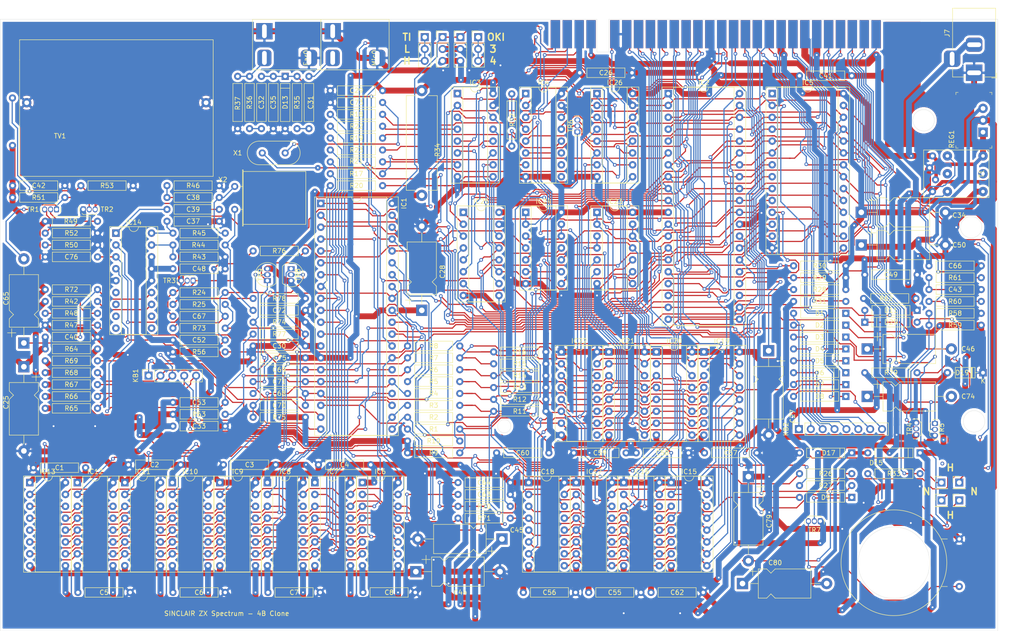
<source format=kicad_pcb>
(kicad_pcb (version 20240108) (generator "pcbnew") (generator_version "8.0")
  (layers (0 "F.Cu" signal) (31 "B.Cu" signal) (34 "B.Paste" user) (35 "F.Paste" user) (36 "B.SilkS" user "B.Silkscreen") (37 "F.SilkS" user "F.Silkscreen") (38 "B.Mask" user) (39 "F.Mask" user) (44 "Edge.Cuts" user))
  (net 0 "")
  (net 1 "+12V")
  (net 2 "Net-(C30-Pad2)")
  (net 3 "Net-(C32-Pad2)")
  (net 4 "Net-(C32-Pad1)")
  (net 5 "Net-(C37-Pad1)")
  (net 6 "Net-(C38-Pad2)")
  (net 7 "Net-(C38-Pad1)")
  (net 8 "Net-(C39-Pad1)")
  (net 9 "Net-(C43-Pad2)")
  (net 10 "Net-(C46-Pad2)")
  (net 11 "+9V")
  (net 12 "Net-(C52-Pad1)")
  (net 13 "Net-(C53-Pad1)")
  (net 14 "Net-(C63-Pad1)")
  (net 15 "Net-(C64-Pad1)")
  (net 16 "Net-(C67-Pad2)")
  (net 17 "Net-(C68-Pad1)")
  (net 18 "Net-(C69-Pad1)")
  (net 19 "Net-(C70-Pad1)")
  (net 20 "Net-(C71-Pad1)")
  (net 21 "Net-(C72-Pad1)")
  (net 22 "Net-(C73-Pad2)")
  (net 23 "Net-(C76-Pad2)")
  (net 24 "-5V")
  (net 25 "Net-(C80-Pad2)")
  (net 26 "Net-(D1-Pad2)")
  (net 27 "Net-(D2-Pad2)")
  (net 28 "Net-(D3-Pad2)")
  (net 29 "Net-(D4-Pad2)")
  (net 30 "Net-(D5-Pad2)")
  (net 31 "Net-(D6-Pad2)")
  (net 32 "Net-(D7-Pad2)")
  (net 33 "Net-(D8-Pad2)")
  (net 34 "Net-(D9-Pad1)")
  (net 35 "Net-(IC1-Pad20)")
  (net 36 "Net-(IC1-Pad39)")
  (net 37 "Net-(IC1-Pad19)")
  (net 38 "Net-(IC1-Pad18)")
  (net 39 "Net-(IC1-Pad34)")
  (net 40 "Net-(IC1-Pad12)")
  (net 41 "Net-(IC1-Pad31)")
  (net 42 "Net-(IC1-Pad30)")
  (net 43 "Net-(IC1-Pad29)")
  (net 44 "Net-(IC1-Pad27)")
  (net 45 "Net-(IC1-Pad26)")
  (net 46 "Net-(IC1-Pad25)")
  (net 47 "Net-(IC1-Pad24)")
  (net 48 "Net-(IC1-Pad23)")
  (net 49 "Net-(IC1-Pad22)")
  (net 50 "Net-(IC1-Pad21)")
  (net 51 "Net-(IC2-Pad6)")
  (net 52 "Net-(IC3-Pad7)")
  (net 53 "Net-(IC3-Pad12)")
  (net 54 "Net-(IC3-Pad4)")
  (net 55 "Net-(IC3-Pad9)")
  (net 56 "Net-(IC24-Pad11)")
  (net 57 "Net-(IC4-Pad7)")
  (net 58 "Net-(IC4-Pad12)")
  (net 59 "Net-(IC4-Pad4)")
  (net 60 "Net-(IC14-Pad17)")
  (net 61 "Net-(IC14-Pad12)")
  (net 62 "/UA1")
  (net 63 "/UA2")
  (net 64 "/UA6")
  (net 65 "/UA0")
  (net 66 "/UA3")
  (net 67 "/UA4")
  (net 68 "/UA5")
  (net 69 "/UA7")
  (net 70 "Net-(IC23-Pad10)")
  (net 71 "Net-(IC23-Pad8)")
  (net 72 "Net-(IC24-Pad12)")
  (net 73 "Net-(IC26-Pad11)")
  (net 74 "Net-(IC26-Pad10)")
  (net 75 "Net-(Ear0-Pad2)")
  (net 76 "Net-(R48-Pad1)")
  (net 77 "Net-(R52-Pad2)")
  (net 78 "Net-(R60-Pad1)")
  (net 79 "Net-(R61-Pad2)")
  (net 80 "Net-(T1-Pad2)")
  (net 81 "Net-(LS1-Pad2)")
  (net 82 "+5V")
  (net 83 "Net-(C31-Pad2)")
  (net 84 "Net-(C31-Pad1)")
  (net 85 "/_UCAS")
  (net 86 "/_URAS")
  (net 87 "/_UWRITE")
  (net 88 "Net-(IC24-Pad1)")
  (net 89 "Net-(C74-Pad2)")
  (net 90 "Net-(IC5-Pad27)")
  (net 91 "Net-(IC5-Pad20)")
  (net 92 "-12V")
  (net 93 "Net-(E1-Pad27)")
  (net 94 "GND")
  (net 95 "Net-(IC24-Pad6)")
  (net 96 "Y")
  (net 97 "_RESET")
  (net 98 "_CK")
  (net 99 "U")
  (net 100 "V")
  (net 101 "VIDEO")
  (net 102 "A11")
  (net 103 "A10")
  (net 104 "A9")
  (net 105 "A12")
  (net 106 "A13")
  (net 107 "A7")
  (net 108 "A14")
  (net 109 "A15")
  (net 110 "D7")
  (net 111 "D0")
  (net 112 "D1")
  (net 113 "D2")
  (net 114 "D6")
  (net 115 "D5")
  (net 116 "D3")
  (net 117 "D4")
  (net 118 "_INT")
  (net 119 "_NMI")
  (net 120 "_HALT")
  (net 121 "_M_REQ")
  (net 122 "_IO_REQ")
  (net 123 "_RD")
  (net 124 "_WR")
  (net 125 "_WAIT")
  (net 126 "_M1")
  (net 127 "_RFSH")
  (net 128 "A8")
  (net 129 "A0")
  (net 130 "A1")
  (net 131 "A2")
  (net 132 "A3")
  (net 133 "_IO_RQULA")
  (net 134 "_BUS_REQ")
  (net 135 "A6")
  (net 136 "A5")
  (net 137 "A4")
  (net 138 "_ROMCS")
  (net 139 "_BUSACK")
  (net 140 "/_LRAS")
  (net 141 "/LA6")
  (net 142 "/LA5")
  (net 143 "/LA4")
  (net 144 "/LA3")
  (net 145 "/LA2")
  (net 146 "/LA1")
  (net 147 "/LA0")
  (net 148 "/LDRAM_WE")
  (net 149 "/_LCAS")
  (net 150 "Net-(E1-Pad4)")
  (net 151 "Net-(C79-Pad2)")
  (net 152 "Net-(C65-Pad1)")
  (net 153 "Net-(C25-Pad1)")
  (net 154 "Net-(C65-Pad2)")
  (net 155 "+12VA")
  (footprint "Issue 4:Passive_small" (layer "F.Cu") (at 57.15 122.555 180)
    (property "Reference" "C1")
    (property "Value" "22nF")
  )
  (footprint "Issue 4:Passive_small" (layer "F.Cu") (at 77.47 121.92 180)
    (property "Reference" "C2")
    (property "Value" "22nF")
  )
  (footprint "Issue 4:Passive_small" (layer "F.Cu") (at 97.79 121.92 180)
    (property "Reference" "C3")
    (property "Value" "22nF")
  )
  (footprint "Issue 4:Passive_small" (layer "F.Cu") (at 118.11 121.92 180)
    (property "Reference" "C4")
    (property "Value" "22nF")
  )
  (footprint "Issue 4:Passive_small" (layer "F.Cu") (at 66.675 149.225)
    (property "Reference" "C5")
    (property "Value" "22nF" (hide yes))
  )
  (footprint "Issue 4:Passive_small" (layer "F.Cu") (at 86.995 149.225)
    (property "Reference" "C6")
    (property "Value" "22nF" (hide yes))
  )
  (footprint "Issue 4:Passive_small" (layer "F.Cu") (at 107.315 149.225)
    (property "Reference" "C7")
    (property "Value" "22nF" (hide yes))
  )
  (footprint "Issue 4:Passive_small" (layer "F.Cu") (at 127.635 149.225)
    (property "Reference" "C8")
    (property "Value" "22nF" (hide yes))
  )
  (footprint "Capacitor_THT:CP_Axial_L11.0mm_D6.0mm_P18.00mm_Horizontal" (layer "F.Cu") (at 49.53 100.965 -90)
    (property "Reference" "C25")
    (property "Value" "22uF" (hide yes))
  )
  (footprint "Issue 4:Passive_small" (layer "F.Cu") (at 173.99 38.1)
    (property "Reference" "C26")
    (property "Value" "22nF")
  )
  (footprint "Capacitor_THT:CP_Axial_L11.0mm_D6.0mm_P18.00mm_Horizontal" (layer "F.Cu") (at 134.62 88.9 90)
    (property "Reference" "C28")
    (property "Value" "22uF")
  )
  (footprint "Issue 4:Passive_small" (layer "F.Cu") (at 120.65 41.91)
    (property "Reference" "C29")
    (property "Value" "47nF" (hide yes))
  )
  (footprint "Issue 4:Passive_small" (layer "F.Cu") (at 104.14 96.52)
    (property "Reference" "C30")
    (property "Value" "22nF" (hide yes))
  )
  (footprint "Issue 4:Passive_small" (layer "F.Cu") (at 100.33 44.45 -90)
    (property "Reference" "C32")
    (property "Value" "100nF" (hide yes))
  )
  (footprint "Issue 4:Passive_small" (layer "F.Cu") (at 86.995 113.665 180)
    (property "Reference" "C33")
    (property "Value" "22nF" (hide yes))
  )
  (footprint "Capacitor_THT:CP_Axial_L11.0mm_D6.0mm_P18.00mm_Horizontal" (layer "F.Cu") (at 228.6 67.945)
    (property "Reference" "C34")
    (property "Value" "22uF")
  )
  (footprint "Issue 4:Passive_small" (layer "F.Cu") (at 102.87 44.45 90)
    (property "Reference" "C35")
    (property "Value" "10nF" (hide yes))
  )
  (footprint "Issue 4:Passive_small" (layer "F.Cu") (at 85.725 69.85)
    (property "Reference" "C37")
    (property "Value" "33pF" (hide yes))
  )
  (footprint "Issue 4:Passive_small" (layer "F.Cu") (at 85.725 64.77)
    (property "Reference" "C38")
    (property "Value" "33pF" (hide yes))
  )
  (footprint "Issue 4:Passive_small" (layer "F.Cu") (at 85.725 67.31)
    (property "Reference" "C39")
    (property "Value" "10nF" (hide yes))
  )
  (footprint "Issue 4:Passive_small" (layer "F.Cu") (at 59.69 94.615)
    (property "Reference" "C40")
    (property "Value" "22nF" (hide yes))
  )
  (footprint "Issue 4:Passive_small" (layer "F.Cu") (at 220.98 38.735)
    (property "Reference" "C41")
    (property "Value" "10nF")
  )
  (footprint "Issue 4:Passive_small" (layer "F.Cu") (at 52.705 62.23)
    (property "Reference" "C42")
    (property "Value" "22nF" (hide yes))
  )
  (footprint "Issue 4:Passive_small" (layer "F.Cu") (at 248.666 84.455 180)
    (property "Reference" "C43")
    (property "Value" "100nF")
  )
  (footprint "Capacitor_THT:CP_Axial_L11.0mm_D6.0mm_P18.00mm_Horizontal" (layer "F.Cu") (at 133.35 144.78)
    (property "Reference" "C44")
    (property "Value" "100uF" (hide yes))
  )
  (footprint "Capacitor_THT:CP_Axial_L11.0mm_D6.0mm_P18.00mm_Horizontal" (layer "F.Cu") (at 151.765 137.795 180)
    (property "Reference" "C45")
    (property "Value" "100uF" (hide yes))
  )
  (footprint "Capacitor_THT:CP_Axial_L11.0mm_D6.0mm_P18.00mm_Horizontal" (layer "F.Cu") (at 229.87 97.155)
    (property "Reference" "C46")
    (property "Value" "1uF")
  )
  (footprint "Issue 4:Passive_small" (layer "F.Cu") (at 86.995 80.01 180)
    (property "Reference" "C48")
    (property "Value" "22nF")
  )
  (footprint "Issue 4:Passive_small" (layer "F.Cu") (at 234.95 81.28 180)
    (property "Reference" "C49")
    (property "Value" "560pF")
  )
  (footprint "Capacitor_THT:CP_Axial_L11.0mm_D6.0mm_P18.00mm_Horizontal" (layer "F.Cu") (at 228.6 74.93)
    (property "Reference" "C50")
    (property "Value" "22uF")
  )
  (footprint "Issue 4:Passive_small" (layer "F.Cu") (at 86.995 95.25 180)
    (property "Reference" "C52")
    (property "Value" "150pF" (hide yes))
  )
  (footprint "Issue 4:Passive_small" (layer "F.Cu") (at 86.995 108.585 180)
    (property "Reference" "C53")
    (property "Value" "150pF" (hide yes))
  )
  (footprint "Issue 4:Passive_small" (layer "F.Cu") (at 175.895 149.225 180)
    (property "Reference" "C55")
    (property "Value" "22nF" (hide yes))
  )
  (footprint "Issue 4:Passive_small" (layer "F.Cu") (at 161.925 149.225 180)
    (property "Reference" "C56")
    (property "Value" "22nF" (hide yes))
  )
  (footprint "Issue 4:Passive_small" (layer "F.Cu") (at 200.66 119.38 180)
    (property "Reference" "C57")
    (property "Value" "22nF" (hide yes))
  )
  (footprint "Issue 4:Passive_small" (layer "F.Cu") (at 186.055 119.38 180)
    (property "Reference" "C58")
    (property "Value" "22nF" (hide yes))
  )
  (footprint "Issue 4:Passive_small" (layer "F.Cu") (at 172.72 119.38)
    (property "Reference" "C59")
    (property "Value" "22nF" (hide yes))
  )
  (footprint "Issue 4:Passive_small" (layer "F.Cu") (at 156.21 119.38)
    (property "Reference" "C60")
    (property "Value" "22nF" (hide yes))
  )
  (footprint "Issue 4:Passive_small" (layer "F.Cu") (at 189.23 149.225 180)
    (property "Reference" "C62")
    (property "Value" "22nF" (hide yes))
  )
  (footprint "Issue 4:Passive_small" (layer "F.Cu") (at 147.955 128.27)
    (property "Reference" "C63")
    (property "Value" "47pF" (hide yes))
  )
  (footprint "Issue 4:Passive_small" (layer "F.Cu") (at 147.955 125.73)
    (property "Reference" "C64")
    (property "Value" "184pF" (hide yes))
  )
  (footprint "Capacitor_THT:CP_Axial_L11.0mm_D6.0mm_P18.00mm_Horizontal" (layer "F.Cu") (at 49.53 95.885 90)
    (property "Reference" "C65")
    (property "Value" "22uF" (hide yes))
  )
  (footprint "Issue 4:Passive_small" (layer "F.Cu") (at 248.666 79.375 180)
    (property "Reference" "C66")
    (property "Value" "22nF")
  )
  (footprint "Issue 4:Passive_small" (layer "F.Cu") (at 86.995 90.17 180)
    (property "Reference" "C67")
    (property "Value" "100pF" (hide yes))
  )
  (footprint "Issue 4:Passive_small" (layer "F.Cu") (at 104.14 106.68)
    (property "Reference" "C68")
    (property "Value" "100nF" (hide yes))
  )
  (footprint "Issue 4:Passive_small" (layer "F.Cu") (at 104.14 101.6)
    (property "Reference" "C69")
    (property "Value" "100nF" (hide yes))
  )
  (footprint "Issue 4:Passive_small" (layer "F.Cu") (at 104.14 109.22)
    (property "Reference" "C70")
    (property "Value" "100nF" (hide yes))
  )
  (footprint "Issue 4:Passive_small" (layer "F.Cu") (at 104.14 104.14)
    (property "Reference" "C71")
    (property "Value" "100nF" (hide yes))
  )
  (footprint "Issue 4:Passive_small" (layer "F.Cu") (at 104.14 88.9)
    (property "Reference" "C72")
    (property "Value" "16pF" (hide yes))
  )
  (footprint "Issue 4:Passive_small" (layer "F.Cu") (at 120.65 44.45)
    (property "Reference" "C73")
    (property "Value" "16pF" (hide yes))
  )
  (footprint "Issue 4:Passive_small" (layer "F.Cu") (at 104.14 99.06)
    (property "Reference" "C75")
    (property "Value" "100nF" (hide yes))
  )
  (footprint "Issue 4:Passive_small" (layer "F.Cu") (at 59.69 77.47)
    (property "Reference" "C76")
    (property "Value" "47nF" (hide yes))
  )
  (footprint "Capacitor_THT:CP_Axial_L11.0mm_D6.0mm_P18.00mm_Horizontal" (layer "F.Cu") (at 204.47 124.46 -90)
    (property "Reference" "C79")
    (property "Value" "1uF")
  )
  (footprint "Capacitor_THT:CP_Axial_L11.0mm_D6.0mm_P18.00mm_Horizontal" (layer "F.Cu") (at 203.2 147.32)
    (property "Reference" "C80")
    (property "Value" "22uF" (hide yes))
  )
  (footprint "Issue 4:Diode" (layer "F.Cu") (at 219.71 89.535 180)
    (property "Reference" "D1")
    (property "Value" "1N4148")
  )
  (footprint "Issue 4:Diode" (layer "F.Cu") (at 219.71 92.075 180)
    (property "Reference" "D2")
    (property "Value" "1N4148")
  )
  (footprint "Issue 4:Diode" (layer "F.Cu") (at 219.71 94.615 180)
    (property "Reference" "D3")
    (property "Value" "1N4148")
  )
  (footprint "Issue 4:Diode" (layer "F.Cu") (at 219.71 97.155 180)
    (property "Reference" "D4")
    (property "Value" "1N4148")
  )
  (footprint "Issue 4:Diode" (layer "F.Cu") (at 219.71 99.695 180)
    (property "Reference" "D5")
    (property "Value" "1N4148")
  )
  (footprint "Issue 4:Diode" (layer "F.Cu") (at 219.71 102.235 180)
    (property "Reference" "D6")
    (property "Value" "1N4148")
  )
  (footprint "Issue 4:Diode" (layer "F.Cu") (at 219.71 104.775 180)
    (property "Reference" "D7")
    (property "Value" "1N4148")
  )
  (footprint "Issue 4:Diode" (layer "F.Cu") (at 219.71 107.315 180)
    (property "Reference" "D8")
    (property "Value" "1N4148")
  )
  (footprint "Issue 4:Diode" (layer "F.Cu") (at 220.98 128.905 180)
    (property "Reference" "D9")
    (property "Value" "1N4148")
  )
  (footprint "Issue 4:Diode" (layer "F.Cu") (at 234.95 88.9 180)
    (property "Reference" "D11")
    (property "Value" "1N4148")
  )
  (footprint "Issue 4:Diode" (layer "F.Cu") (at 105.41 44.45 -90)
    (property "Reference" "D13")
    (property "Value" "1N4148" (hide yes))
  )
  (footprint "Issue 4:Diode" (layer "F.Cu") (at 235.585 119.38 180)
    (property "Reference" "D15")
    (property "Value" "1N4148")
  )
  (footprint "Issue 4:Diode" (layer "F.Cu") (at 220.98 119.38 180)
    (property "Reference" "D17")
    (property "Value" "1N4148")
  )
  (footprint "Issue 4:Diode" (layer "F.Cu") (at 234.95 91.44)
    (property "Reference" "D29")
    (property "Value" "1N4148")
  )
  (footprint "Issue 4:3.5mm_socket" (layer "F.Cu") (at 105.41 34.925 -90)
    (property "Reference" "Ear0")
    (property "Value" "Barrel_Jack")
  )
  (footprint "Package_DIP:DIP-40_W15.24mm_Socket" (layer "F.Cu") (at 113.03 66.04)
    (property "Reference" "IC1")
    (property "Value" "ULA")
  )
  (footprint "Package_DIP:DIP-40_W15.24mm_Socket" (layer "F.Cu") (at 187.325 42.545)
    (property "Reference" "IC2")
    (property "Value" "Z80" (hide yes))
  )
  (footprint "Package_DIP:DIP-16_W7.62mm_Socket" (layer "F.Cu") (at 142.24 42.545)
    (property "Reference" "IC3")
    (property "Value" "LS157")
  )
  (footprint "Package_DIP:DIP-16_W7.62mm_Socket" (layer "F.Cu") (at 156.845 42.545)
    (property "Reference" "IC4")
    (property "Value" "LS157")
  )
  (footprint "Package_DIP:DIP-28_W15.24mm_Socket" (layer "F.Cu") (at 209.55 42.545)
    (property "Reference" "IC5")
    (property "Value" "ROM" (hide yes))
  )
  (footprint "Package_DIP:DIP-16_W7.62mm_Socket" (layer "F.Cu") (at 121.92 125.73)
    (property "Reference" "IC6")
    (property "Value" "4116")
  )
  (footprint "Package_DIP:DIP-16_W7.62mm_Socket" (layer "F.Cu") (at 111.76 125.73)
    (property "Reference" "IC7")
    (property "Value" "4116")
  )
  (footprint "Package_DIP:DIP-16_W7.62mm_Socket" (layer "F.Cu") (at 101.6 125.73)
    (property "Reference" "IC8")
    (property "Value" "4116")
  )
  (footprint "Package_DIP:DIP-16_W7.62mm_Socket" (layer "F.Cu") (at 91.44 125.73)
    (property "Reference" "IC9")
    (property "Value" "4116")
  )
  (footprint "Package_DIP:DIP-16_W7.62mm_Socket" (layer "F.Cu") (at 81.28 125.73)
    (property "Reference" "IC10")
    (property "Value" "4116")
  )
  (footprint "Package_DIP:DIP-16_W7.62mm_Socket" (layer "F.Cu") (at 71.12 125.73)
    (property "Reference" "IC11")
    (property "Value" "4116")
  )
  (footprint "Package_DIP:DIP-16_W7.62mm_Socket" (layer "F.Cu") (at 60.96 125.73)
    (property "Reference" "IC12")
    (property "Value" "4116")
  )
  (footprint "Package_DIP:DIP-16_W7.62mm_Socket" (layer "F.Cu") (at 50.8 125.73)
    (property "Reference" "IC13")
    (property "Value" "4116")
  )
  (footprint "Package_DIP:DIP-18_W7.62mm_Socket" (layer "F.Cu") (at 69.215 72.39)
    (property "Reference" "IC14")
    (property "Value" "LM1889" (hide yes))
  )
  (footprint "Package_DIP:DIP-16_W7.62mm_Socket" (layer "F.Cu") (at 187.96 125.73)
    (property "Reference" "IC15")
    (property "Value" "4532")
  )
  (footprint "Package_DIP:DIP-16_W7.62mm_Socket" (layer "F.Cu") (at 177.8 125.73)
    (property "Reference" "IC16")
    (property "Value" "4532")
  )
  (footprint "Package_DIP:DIP-16_W7.62mm_Socket" (layer "F.Cu") (at 167.64 125.73)
    (property "Reference" "IC17")
    (property "Value" "4532")
  )
  (footprint "Package_DIP:DIP-16_W7.62mm_Socket" (layer "F.Cu") (at 157.48 125.73)
    (property "Reference" "IC18")
    (property "Value" "4532")
  )
  (footprint "Package_DIP:DIP-16_W7.62mm_Socket" (layer "F.Cu") (at 194.945 97.79)
    (property "Reference" "IC19")
    (property "Value" "4532")
  )
  (footprint "Package_DIP:DIP-16_W7.62mm_Socket" (layer "F.Cu") (at 184.785 97.79)
    (property "Reference" "IC20")
    (property "Value" "4532")
  )
  (footprint "Package_DIP:DIP-16_W7.62mm_Socket" (layer "F.Cu") (at 174.625 97.79)
    (property "Reference" "IC21")
    (property "Value" "4532")
  )
  (footprint "Package_DIP:DIP-16_W7.62mm_Socket" (layer "F.Cu") (at 164.465 97.79)
    (property "Reference" "IC22")
    (property "Value" "4532")
  )
  (footprint "Package_DIP:DIP-14_W7.62mm_Socket" (layer "F.Cu") (at 172.085 67.945)
    (property "Reference" "IC23")
    (property "Value" "74LS32" (hide yes))
  )
  (footprint "Package_DIP:DIP-14_W7.62mm_Socket" (layer "F.Cu") (at 156.845 67.945)
    (property "Reference" "IC24")
    (property "Value" "74LS00" (hide yes))
  )
  (footprint "Package_DIP:DIP-16_W7.62mm_Socket" (layer "F.Cu") (at 143.51 67.945)
    (property "Reference" "IC25")
    (property "Value" "74LS157")
  )
  (footprint "Package_DIP:DIP-16_W7.62mm_Socket" (layer "F.Cu") (at 172.085 42.545)
    (property "Reference" "IC26")
    (property "Value" "74LS157")
  )
  (footprint "Connector_PinSocket_2.54mm:PinSocket_1x05_P2.54mm_Vertical" (layer "F.Cu") (at 76.2 102.87 90)
    (property "Reference" "KB1")
    (property "Value" "Conn_01x05" (hide yes))
  )
  (footprint "Connector_PinSocket_2.54mm:PinSocket_1x08_P2.54mm_Vertical" (layer "F.Cu") (at 215.265 114.3 90)
    (property "Reference" "KB2")
    (property "Value" "Conn_01x08")
  )
  (footprint "Issue 4:3.5mm_socket" (layer "F.Cu") (at 120.015 34.925 -90)
    (property "Reference" "Mic0")
    (property "Value" "Barrel_Jack")
  )
  (footprint "Issue 4:Passive_small" (layer "F.Cu") (at 137.16 114.3 180)
    (property "Reference" "R1")
    (property "Value" "470" (hide yes))
  )
  (footprint "Issue 4:Passive_small" (layer "F.Cu") (at 137.16 111.76 180)
    (property "Reference" "R2")
    (property "Value" "470" (hide yes))
  )
  (footprint "Issue 4:Passive_small" (layer "F.Cu") (at 137.16 109.22 180)
    (property "Reference" "R3")
    (property "Value" "470" (hide yes))
  )
  (footprint "Issue 4:Passive_small" (layer "F.Cu") (at 137.16 106.68 180)
    (property "Reference" "R4")
    (property "Value" "470" (hide yes))
  )
  (footprint "Issue 4:Passive_small" (layer "F.Cu") (at 137.16 104.14 180)
    (property "Reference" "R5")
    (property "Value" "470" (hide yes))
  )
  (footprint "Issue 4:Passive_small" (layer "F.Cu") (at 137.16 101.6 180)
    (property "Reference" "R6")
    (property "Value" "470" (hide yes))
  )
  (footprint "Issue 4:Passive_small" (layer "F.Cu") (at 137.16 99.06 180)
    (property "Reference" "R7")
    (property "Value" "470" (hide yes))
  )
  (footprint "Issue 4:Passive_small" (layer "F.Cu") (at 137.16 96.52 180)
    (property "Reference" "R8")
    (property "Value" "470" (hide yes))
  )
  (footprint "Issue 4:Passive_small" (layer "F.Cu") (at 137.16 119.38)
    (property "Reference" "R9")
    (property "Value" "8k2" (hide yes))
  )
  (footprint "Issue 4:Passive_small" (layer "F.Cu") (at 137.16 116.84)
    (property "Reference" "R10")
    (property "Value" "8k2" (hide yes))
  )
  (footprint "Issue 4:Passive_small" (layer "F.Cu") (at 155.575 110.49 180)
    (property "Reference" "R11")
    (property "Value" "8k2" (hide yes))
  )
  (footprint "Issue 4:Passive_small" (layer "F.Cu") (at 155.575 107.95 180)
    (property "Reference" "R12")
    (property "Value" "8k2" (hide yes))
  )
  (footprint "Issue 4:Passive_small" (layer "F.Cu") (at 155.575 105.41 180)
    (property "Reference" "R13")
    (property "Value" "8k2" (hide yes))
  )
  (footprint "Issue 4:Passive_small" (layer "F.Cu") (at 155.575 102.87 180)
    (property "Reference" "R14")
    (property "Value" "8k2" (hide yes))
  )
  (footprint "Issue 4:Passive_small" (layer "F.Cu") (at 155.575 100.33 180)
    (property "Reference" "R15")
    (property "Value" "8k2" (hide yes))
  )
  (footprint "Issue 4:Passive_small" (layer "F.Cu") (at 155.575 97.79 180)
    (property "Reference" "R16")
    (property "Value" "8k2" (hide yes))
  )
  (footprint "Issue 4:Passive_small" (layer "F.Cu") (at 120.65 59.69 180)
    (property "Reference" "R17")
    (property "Value" "330" (hide yes))
  )
  (footprint "Issue 4:Passive_small" (layer "F.Cu") (at 120.65 46.99 180)
    (property "Reference" "R18")
    (property "Value" "330" (hide yes))
  )
  (footprint "Issue 4:Passive_small" (layer "F.Cu") (at 120.65 52.07 180)
    (property "Reference" "R19")
    (property "Value" "330" (hide yes))
  )
  (footprint "Issue 4:Passive_small" (layer "F.Cu") (at 120.65 62.23 180)
    (property "Reference" "R20")
    (property "Value" "330" (hide yes))
  )
  (footprint "Issue 4:Passive_small" (layer "F.Cu") (at 120.65 57.15 180)
    (property "Reference" "R21")
    (property "Value" "330" (hide yes))
  )
  (footprint "Issue 4:Passive_small" (layer "F.Cu") (at 120.65 49.53 180)
    (property "Reference" "R22")
    (property "Value" "330" (hide yes))
  )
  (footprint "Issue 4:Passive_small" (layer "F.Cu") (at 120.65 54.61 180)
    (property "Reference" "R23")
    (property "Value" "330" (hide yes))
  )
  (footprint "Issue 4:Passive_small" (layer "F.Cu") (at 86.995 85.09)
    (property "Reference" "R24")
    (property "Value" "1k" (hide yes))
  )
  (footprint "Issue 4:Passive_small" (layer "F.Cu") (at 86.995 87.63 180)
    (property "Reference" "R25")
    (property "Value" "180" (hide yes))
  )
  (footprint "Issue 4:Passive_small" (layer "F.Cu") (at 220.98 123.825 180)
    (property "Reference" "R26")
    (property "Value" "470")
  )
  (footprint "Issue 4:Passive_small" (layer "F.Cu") (at 220.98 126.365 180)
    (property "Reference" "R27")
    (property "Value" "470")
  )
  (footprint "Issue 4:Passive_small" (layer "F.Cu") (at 219.71 84.455 180)
    (property "Reference" "R28")
    (property "Value" "10K")
  )
  (footprint "Issue 4:Passive_small" (layer "F.Cu") (at 219.71 81.915 180)
    (property "Reference" "R29")
    (property "Value" "10K")
  )
  (footprint "Issue 4:Passive_small" (layer "F.Cu") (at 219.71 79.375 180)
    (property "Reference" "R30")
    (property "Value" "10K")
  )
  (footprint "Issue 4:Passive_small" (layer "F.Cu") (at 219.71 86.995)
    (property "Reference" "R31")
    (property "Value" "10K")
  )
  (footprint "Issue 4:Passive_small" (layer "F.Cu") (at 235.585 123.825)
    (property "Reference" "R33")
    (property "Value" "680")
  )
  (footprint "Resistor_THT:R_Axial_Power_L20.0mm_W6.4mm_P22.40mm" (layer "F.Cu") (at 134.62 41.91 -90)
    (property "Reference" "R34")
    (property "Value" "15 1W")
  )
  (footprint "Issue 4:Passive_small" (layer "F.Cu") (at 107.95 44.45 90)
    (property "Reference" "R35")
    (property "Value" "10K" (hide yes))
  )
  (footprint "Issue 4:Passive_small" (layer "F.Cu") (at 97.79 44.45 -90)
    (property "Reference" "R36")
    (property "Value" "680" (hide yes))
  )
  (footprint "Issue 4:Passive_small" (layer "F.Cu") (at 95.25 44.45 -90)
    (property "Reference" "R37")
    (property "Value" "1K" (hide yes))
  )
  (footprint "Issue 4:Passive_small" (layer "F.Cu") (at 59.69 86.995)
    (property "Reference" "R42")
    (property "Value" "1K" (hide yes))
  )
  (footprint "Issue 4:Passive_small" (layer "F.Cu") (at 86.995 77.47 180)
    (property "Reference" "R43")
    (property "Value" "3K" (hide yes))
  )
  (footprint "Issue 4:Passive_small" (layer "F.Cu") (at 86.995 74.93 180)
    (property "Reference" "R44")
    (property "Value" "5K1" (hide yes))
  )
  (footprint "Issue 4:Passive_small" (layer "F.Cu") (at 86.995 72.39 180)
    (property "Reference" "R45")
    (property "Value" "1K" (hide yes))
  )
  (footprint "Issue 4:Passive_small" (layer "F.Cu") (at 85.725 62.23 180)
    (property "Reference" "R46")
    (property "Value" "1K" (hide yes))
  )
  (footprint "Issue 4:Passive_small" (layer "F.Cu") (at 59.69 92.075)
    (property "Reference" "R47")
    (property "Value" "1K" (hide yes))
  )
  (footprint "Issue 4:Passive_small" (layer "F.Cu") (at 59.69 89.535 180)
    (property "Reference" "R48")
    (property "Value" "4K7" (hide yes))
  )
  (footprint "Issue 4:Passive_small" (layer "F.Cu") (at 59.69 69.85 180)
    (property "Reference" "R49")
    (property "Value" "10K" (hide yes))
  )
  (footprint "Issue 4:Passive_small" (layer "F.Cu") (at 59.69 74.93 180)
    (property "Reference" "R50")
    (property "Value" "8K2" (hide yes))
  )
  (footprint "Issue 4:Passive_small" (layer "F.Cu") (at 52.705 64.77 180)
    (property "Reference" "R51")
    (property "Value" "2K2" (hide yes))
  )
  (footprint "Issue 4:Passive_small" (layer "F.Cu") (at 59.69 72.39 180)
    (property "Reference" "R52")
    (property "Value" "2K2" (hide yes))
  )
  (footprint "Issue 4:Passive_small" (layer "F.Cu") (at 67.31 62.23 180)
    (property "Reference" "R53")
    (property "Value" "390R" (hide yes))
  )
  (footprint "Issue 4:Passive_small" (layer "F.Cu") (at 86.995 97.79 180)
    (property "Reference" "R56")
    (property "Value" "1K" (hide yes))
  )
  (footprint "Issue 4:Passive_small" (layer "F.Cu") (at 248.666 89.535)
    (property "Reference" "R58")
    (property "Value" "1K")
  )
  (footprint "Issue 4:Passive_small" (layer "F.Cu") (at 248.666 92.075)
    (property "Reference" "R59")
    (property "Value" "1K")
  )
  (footprint "Issue 4:Passive_small" (layer "F.Cu") (at 248.666 86.995)
    (property "Reference" "R60")
    (property "Value" "220K")
  )
  (footprint "Issue 4:Passive_small" (layer "F.Cu") (at 248.666 81.915)
    (property "Reference" "R61")
    (property "Value" "15")
  )
  (footprint "Issue 4:Passive_small" (layer "F.Cu") (at 234.696 86.36 180)
    (property "Reference" "R62")
    (property "Value" "15")
  )
  (footprint "Issue 4:Passive_small" (layer "F.Cu") (at 86.995 111.125 180)
    (property "Reference" "R63")
    (property "Value" "1K" (hide yes))
  )
  (footprint "Issue 4:Passive_small" (layer "F.Cu") (at 59.69 97.155)
    (property "Reference" "R64")
    (property "Value" "47K" (hide yes))
  )
  (footprint "Issue 4:Passive_small" (layer "F.Cu") (at 59.69 109.855)
    (property "Reference" "R65")
    (property "Value" "10K" (hide yes))
  )
  (footprint "Issue 4:Passive_small" (layer "F.Cu") (at 59.69 107.315)
    (property "Reference" "R66")
    (property "Value" "10K" (hide yes))
  )
  (footprint "Issue 4:Passive_small" (layer "F.Cu") (at 59.69 104.775)
    (property "Reference" "R67")
    (property "Value" "10K" (hide yes))
  )
  (footprint "Issue 4:Passive_small" (layer "F.Cu") (at 59.69 102.235)
    (property "Reference" "R68")
    (property "Value" "10K" (hide yes))
  )
  (footprint "Issue 4:Passive_small" (layer "F.Cu") (at 59.69 99.695)
    (property "Reference" "R69")
    (property "Value" "10K" (hide yes))
  )
  (footprint "Issue 4:Passive_small" (layer "F.Cu") (at 147.955 130.81 180)
    (property "Reference" "R70")
    (property "Value" "220" (hide yes))
  )
  (footprint "Issue 4:Passive_small" (layer "F.Cu") (at 147.955 133.35 180)
    (property "Reference" "R71")
    (property "Value" "220" (hide yes))
  )
  (footprint "Issue 4:Passive_small" (layer "F.Cu") (at 59.69 84.455)
    (property "Reference" "R72")
    (property "Value" "47K" (hide yes))
  )
  (footprint "Issue 4:Passive_small" (layer "F.Cu") (at 86.995 92.71 180)
    (property "Reference" "R73")
    (property "Value" "1k" (hide yes))
  )
  (footprint "Issue 4:Passive_small" (layer "F.Cu") (at 104.14 91.44)
    (property "Reference" "R74")
    (property "Value" "10K" (hide yes))
  )
  (footprint "Issue 4:Passive_small" (layer "F.Cu") (at 104.14 111.76)
    (property "Reference" "R75")
    (property "Value" "10K" (hide yes))
  )
  (footprint "Issue 4:Passive_small" (layer "F.Cu") (at 104.14 76.2 180)
    (property "Reference" "R76")
    (property "Value" "1K" (hide yes))
  )
  (footprint "Issue 4:Passive_small" (layer "F.Cu") (at 104.14 93.98 180)
    (property "Reference" "R77")
    (property "Value" "1K" (hide yes))
  )
  (footprint "Issue 4:Passive_small" (layer "F.Cu") (at 104.14 86.36 180)
    (property "Reference" "R78")
    (property "Value" "470" (hide yes))
  )
  (footprint "Issue 4:Passive_small" (layer "F.Cu") (at 234.95 102.235 180)
    (property "Reference" "R79")
    (property "Value" "2k2")
  )
  (footprint "digikey-footprints:3-SIP_Module_V7805-500" (layer "F.Cu") (at 254.635 50.8 90)
    (property "Reference" "REG1")
    (property "Value" "L7805")
  )
  (footprint "Issue 4:Choke" (layer "F.Cu") (at 250.825 59.69 -90)
    (property "Reference" "T1")
    (property "Value" "Coil")
  )
  (footprint "Package_TO_SOT_THT:TO-92Flat" (layer "F.Cu") (at 56.515 67.31 180)
    (property "Reference" "TR1")
    (property "Value" "ZTX313" (hide yes))
  )
  (footprint "Package_TO_SOT_THT:TO-92Flat" (layer "F.Cu") (at 62.23 67.31)
    (property "Reference" "TR2")
    (property "Value" "ZTX313" (hide yes))
  )
  (footprint "Package_TO_SOT_THT:TO-92Flat" (layer "F.Cu") (at 85.725 82.55 180)
    (property "Reference" "TR3")
    (property "Value" "ZTX313" (hide yes))
  )
  (footprint "Package_TO_SOT_THT:TO-92Flat" (layer "F.Cu") (at 240.3475 115.5065 90)
    (property "Reference" "TR4")
    (property "Value" "ZTX650")
  )
  (footprint "Package_TO_SOT_THT:TO-92Flat" (layer "F.Cu") (at 244.348 113.0935 -90)
    (property "Reference" "TR5")
    (property "Value" "ZTX315")
  )
  (footprint "Package_TO_SOT_THT:TO-92Flat" (layer "F.Cu") (at 167.894 50.7365 90)
    (property "Reference" "TR6")
    (property "Value" "ZTX313" (hide yes))
  )
  (footprint "Package_TO_SOT_THT:TO-92Flat" (layer "F.Cu") (at 219.837 133.985 180)
    (property "Reference" "TR7")
    (property "Value" "ZTX313")
  )
  (footprint "Package_TO_SOT_THT:TO-92_Inline" (layer "F.Cu") (at 106.68 80.01 -90)
    (property "Reference" "TR8")
    (property "Value" "BC184" (hide yes))
  )
  (footprint "Package_TO_SOT_THT:TO-92_Inline" (layer "F.Cu") (at 101.6 82.55 90)
    (property "Reference" "TR9")
    (property "Value" "BC184" (hide yes))
  )
  (footprint "Crystal:Crystal_HC18-U_Vertical" (layer "F.Cu") (at 105.41 55.245 180)
    (property "Reference" "X1")
    (property "Value" "14Mhz")
  )
  (footprint "Crystal:Crystal_HC18-U_Horizontal" (layer "F.Cu") (at 94.615 67.31 90)
    (property "Reference" "X2")
    (property "Value" "4.43Mhz")
  )
  (footprint "Issue 4:Passive_small" (layer "F.Cu") (at 110.49 44.45 90)
    (property "Reference" "C31")
    (property "Value" "100nF" (hide yes))
  )
  (footprint "Issue 4:Passive_small" (layer "F.Cu") (at 153.8605 48.1965 -90)
    (property "Reference" "R32")
    (property "Value" "330")
  )
  (footprint "Capacitor_THT:CP_Axial_L11.0mm_D6.0mm_P18.00mm_Horizontal" (layer "F.Cu") (at 208.788 97.536 -90)
    (property "Reference" "C27")
    (property "Value" "1uF")
  )
  (footprint "Capacitor_THT:CP_Axial_L11.0mm_D6.0mm_P18.00mm_Horizontal" (layer "F.Cu") (at 229.87 107.315)
    (property "Reference" "C74")
    (property "Value" "4.7uF")
  )
  (footprint "Connector_PinHeader_2.54mm:PinHeader_1x01_P2.54mm_Vertical" (layer "F.Cu") (at 245.745 129.54)
    (property "Reference" "J8" (hide yes))
    (property "Value" "UR1" (hide yes))
  )
  (footprint "Connector_PinHeader_2.54mm:PinHeader_1x01_P2.54mm_Vertical" (layer "F.Cu") (at 249.555 129.54)
    (property "Reference" "J9" (hide yes))
    (property "Value" "UR2" (hide yes))
  )
  (footprint "Connector_PinHeader_2.54mm:PinHeader_1x01_P2.54mm_Vertical" (layer "F.Cu") (at 245.745 125.73)
    (property "Reference" "J10" (hide yes))
    (property "Value" "UR3" (hide yes))
  )
  (footprint "Connector_PinHeader_2.54mm:PinHeader_1x01_P2.54mm_Vertical" (layer "F.Cu") (at 249.555 125.73)
    (property "Reference" "J11" (hide yes))
    (property "Value" "UR4" (hide yes))
  )
  (footprint "Diode_THT:D_DO-35_SOD27_P7.62mm_Horizontal" (layer "F.Cu") (at 254.635 102.235 180)
    (property "Reference" "D19")
    (property "Value" "DZY88")
  )
  (footprint "Issue 4:Speaker" (layer "F.Cu") (at 235.585 142.875)
    (property "Reference" "LS1" (hide yes))
    (property "Value" "Speaker")
  )
  (footprint "Issue 4:Edge Connector" (layer "F.Cu") (at 168.91 36.195)
    (property "Reference" "E1" (hide yes))
    (property "Value" "Edge_Connector")
  )
  (footprint "Issue 4:BarrelJack_Horizontal" (layer "F.Cu") (at 252.73 38.1 -90)
    (property "Reference" "J7")
    (property "Value" "Barrel_Jack_MountingPin")
  )
  (footprint "Connector_PinHeader_2.54mm:PinHeader_1x03_P2.54mm_Vertical" (layer "F.Cu") (at 146.685 30.48)
    (property "Reference" "J1" (hide yes))
    (property "Value" "OKI" (hide yes))
  )
  (footprint "Connector_PinHeader_2.54mm:PinHeader_1x03_P2.54mm_Vertical" (layer "F.Cu") (at 135.255 30.48)
    (property "Reference" "J2" (hide yes))
    (property "Value" "TI" (hide yes))
  )
  (footprint "Connector_PinHeader_2.54mm:PinHeader_1x03_P2.54mm_Vertical" (layer "F.Cu") (at 139.065 30.48)
    (property "Reference" "J3" (hide yes))
    (property "Value" "TI" (hide yes))
  )
  (footprint "Connector_PinHeader_2.54mm:PinHeader_1x03_P2.54mm_Vertical" (layer "F.Cu") (at 142.875 30.48)
    (property "Reference" "J4" (hide yes))
    (property "Value" "TI" (hide yes))
  )
  (footprint "Issue 4:Modulator" (layer "F.Cu") (at 57.2516 51.1048)
    (property "Reference" "TV1")
    (property "Value" "Modulator")
  )
  (gr_line (start 44.45 157.48) (end 44.45 52.07) (stroke (width 0.05)) (layer "Edge.Cuts"))
  (gr_line (start 44.45 26.67) (end 44.45 52.07) (stroke (width 0.05)) (layer "Edge.Cuts"))
  (gr_circle (center 241.935 48.26) (end 243.205 50.165) (stroke (width 0.05)) (fill none) (layer "Edge.Cuts"))
  (gr_line (start 172.085 26.67) (end 44.45 26.67) (stroke (width 0.05)) (layer "Edge.Cuts"))
  (gr_circle (center 235.585 142.875) (end 240.665 148.59) (stroke (width 0.05)) (fill none) (layer "Edge.Cuts"))
  (gr_circle (center 252.73 112.645475) (end 254 114.550475) (stroke (width 0.05)) (fill none) (layer "Edge.Cuts"))
  (gr_line (start 174.625 33.655) (end 172.085 33.655) (stroke (width 0.05)) (layer "Edge.Cuts"))
  (gr_line (start 257.81 157.48) (end 257.81 26.67) (stroke (width 0.05)) (layer "Edge.Cuts"))
  (gr_line (start 174.625 26.67) (end 174.625 33.655) (stroke (width 0.05)) (layer "Edge.Cuts"))
  (gr_line (start 44.45 157.48) (end 257.81 157.48) (stroke (width 0.05)) (layer "Edge.Cuts"))
  (gr_line (start 257.81 26.67) (end 174.625 26.67) (stroke (width 0.05)) (layer "Edge.Cuts"))
  (gr_circle (center 152.250097 113.665) (end 150.980097 114.3) (stroke (width 0.05)) (fill none) (layer "Edge.Cuts"))
  (gr_line (start 172.085 33.655) (end 172.085 26.67) (stroke (width 0.05)) (layer "Edge.Cuts"))
  (gr_circle (center 252.095 71.12) (end 253.365 73.025) (stroke (width 0.05)) (fill none) (layer "Edge.Cuts"))
  (gr_text "N" (at 242.57 127.635 0) (layer "F.SilkS") (effects (font (size 1.5 1.5) (thickness 0.3))))
  (gr_text "H" (at 247.65 132.715 0) (layer "F.SilkS") (effects (font (size 1.5 1.5) (thickness 0.3))))
  (gr_text "H" (at 247.65 122.555 0) (layer "F.SilkS") (effects (font (size 1.5 1.5) (thickness 0.3))))
  (gr_text "TI" (at 131.445 30.48 0) (layer "F.SilkS") (effects (font (size 1.5 1.5) (thickness 0.3))))
  (gr_text "H" (at 131.445 35.56 0) (layer "F.SilkS") (effects (font (size 1.5 1.5) (thickness 0.3))))
  (gr_text "N" (at 252.73 127.635 0) (layer "F.SilkS") (effects (font (size 1.5 1.5) (thickness 0.3))))
  (gr_text "OKI" (at 150.495 30.48 0) (layer "F.SilkS") (effects (font (size 1.5 1.5) (thickness 0.3))))
  (gr_text "4" (at 149.86 35.56 0) (layer "F.SilkS") (effects (font (size 1.5 1.5) (thickness 0.3))))
  (gr_text "L" (at 131.445 33.02 0) (layer "F.SilkS") (effects (font (size 1.5 1.5) (thickness 0.3))))
  (gr_text "SINCLAIR ZX Spectrum - 4B Clone" (at 92.9005 153.7335 0) (layer "F.SilkS") (effects (font (size 1 1))))
  (gr_text "3" (at 149.86 33.02 0) (layer "F.SilkS") (effects (font (size 1.5 1.5) (thickness 0.3))))
  (via (at 245.9355 121.666) (size 0.8) (drill 0.4) (layers "F.Cu" "B.Cu") (net 0))
  (segment (start 216.535 29.845) (end 216.535 34.345) (width 1.5) (layer "F.Cu") (net 1))
  (segment (start 179.670614 150.949992) (end 179.239617 150.949992) (width 1.25) (layer "F.Cu") (net 1))
  (segment (start 238.633 82.9945) (end 238.633 84.709) (width 1.25) (layer "F.Cu") (net 1))
  (segment (start 250.825 104.5845) (end 250.825 107.357002) (width 1.25) (layer "F.Cu") (net 1))
  (segment (start 141.279368 150.31499) (end 135.744378 144.78) (width 1.25) (layer "F.Cu") (net 1))
  (segment (start 81.28 144.855002) (end 81.559999 145.135001) (width 1.25) (layer "F.Cu") (net 1))
  (segment (start 91.44 144.78) (end 91.795001 145.135001) (width 1.25) (layer "F.Cu") (net 1))
  (segment (start 218.18001 35.99001) (end 230.07499 35.99001) (width 1.5) (layer "F.Cu") (net 1))
  (segment (start 246.1895 111.992502) (end 246.1895 116.586) (width 1.25) (layer "F.Cu") (net 1))
  (segment (start 243.840499 93.662001) (end 240.411239 93.662001) (width 1.25) (layer "F.Cu") (net 1))
  (segment (start 172.26501 152.21999) (end 149.190612 152.21999) (width 1.25) (layer "F.Cu") (net 1))
  (segment (start 111.404999 145.135001) (end 101.244999 145.135001) (width 1.25) (layer "F.Cu") (net 1))
  (segment (start 111.76 144.78) (end 111.404999 145.135001) (width 1.25) (layer "F.Cu") (net 1))
  (segment (start 196.360622 154.305) (end 192.850613 150.794991) (width 1.25) (layer "F.Cu") (net 1))
  (segment (start 121.92 143.51) (end 121.92 144.78) (width 1.25) (layer "F.Cu") (net 1))
  (segment (start 91.795001 145.135001) (end 81.559999 145.135001) (width 1.25) (layer "F.Cu") (net 1))
  (segment (start 71.475001 145.135001) (end 60.680001 145.135001) (width 1.25) (layer "F.Cu") (net 1))
  (segment (start 81.28 143.51) (end 81.28 144.855002) (width 1.25) (layer "F.Cu") (net 1))
  (segment (start 179.239617 150.949992) (end 179.084614 150.794989) (width 1.25) (layer "F.Cu") (net 1))
  (segment (start 71.12 143.51) (end 71.12 144.78) (width 1.25) (layer "F.Cu") (net 1))
  (segment (start 243.84 152.4) (end 241.3 154.94) (width 1.25) (layer "F.Cu") (net 1))
  (segment (start 60.96 144.855002) (end 60.680001 145.135001) (width 1.25) (layer "F.Cu") (net 1))
  (segment (start 240.411239 93.662001) (end 238.950999 92.201761) (width 1.25) (layer "F.Cu") (net 1))
  (segment (start 52.425001 145.135001) (end 50.8 143.51) (width 1.25) (layer "F.Cu") (net 1))
  (segment (start 229.87 154.94) (end 226.06 151.13) (width 1.25) (layer "F.Cu") (net 1))
  (segment (start 226.06 151.13) (end 222.25 151.13) (width 1.25) (layer "F.Cu") (net 1))
  (segment (start 188.149387 150.794991) (end 186.724388 152.21999) (width 1.25) (layer "F.Cu") (net 1))
  (segment (start 230.07499 35.99001) (end 231.775 34.29) (width 1.5) (layer "F.Cu") (net 1))
  (segment (start 60.96 143.51) (end 60.96 144.855002) (width 1.25) (layer "F.Cu") (net 1))
  (segment (start 246.1895 117.856) (end 244.6655 119.38) (width 1.25) (layer "F.Cu") (net 1))
  (segment (start 254.254 95.758) (end 250.8885 99.1235) (width 1.25) (layer "F.Cu") (net 1))
  (segment (start 192.850613 150.794991) (end 188.149387 150.794991) (width 1.25) (layer "F.Cu") (net 1))
  (segment (start 121.92 144.78) (end 122.275001 145.135001) (width 1.25) (layer "F.Cu") (net 1))
  (segment (start 186.724388 152.21999) (end 180.940612 152.21999) (width 1.25) (layer "F.Cu") (net 1))
  (segment (start 246.1895 116.586) (end 246.1895 117.856) (width 1.25) (layer "F.Cu") (net 1))
  (segment (start 219.075 154.305) (end 196.360622 154.305) (width 1.25) (layer "F.Cu") (net 1))
  (segment (start 101.244999 145.135001) (end 91.795001 145.135001) (width 1.25) (layer "F.Cu") (net 1))
  (segment (start 111.76 143.51) (end 111.76 144.78) (width 1.25) (layer "F.Cu") (net 1))
  (segment (start 101.6 144.78) (end 101.244999 145.135001) (width 1.25) (layer "F.Cu") (net 1))
  (segment (start 179.084614 150.794989) (end 173.690011 150.794989) (width 1.25) (layer "F.Cu") (net 1))
  (segment (start 180.940612 152.21999) (end 179.670614 150.949992) (width 1.25) (layer "F.Cu") (net 1))
  (segment (start 81.559999 145.135001) (end 71.475001 145.135001) (width 1.25) (layer "F.Cu") (net 1))
  (segment (start 238.950999 87.693001) (end 240.284 86.36) (width 1.25) (layer "F.Cu") (net 1))
  (segment (start 122.275001 145.135001) (end 111.404999 145.135001) (width 1.25) (layer "F.Cu") (net 1))
  (segment (start 245.4275 92.075) (end 245.3005 92.202) (width 1.25) (layer "F.Cu") (net 1))
  (segment (start 250.825 107.357002) (end 246.1895 111.992502) (width 1.25) (layer "F.Cu") (net 1))
  (segment (start 238.950999 92.201761) (end 238.950999 87.693001) (width 1.25) (layer "F.Cu") (net 1))
  (segment (start 71.12 144.78) (end 71.475001 145.135001) (width 1.25) (layer "F.Cu") (net 1))
  (segment (start 91.44 143.51) (end 91.44 144.78) (width 1.25) (layer "F.Cu") (net 1))
  (segment (start 149.190612 152.21999) (end 147.285612 150.31499) (width 1.25) (layer "F.Cu") (net 1))
  (segment (start 132.08 144.78) (end 131.724999 145.135001) (width 1.25) (layer "F.Cu") (net 1))
  (segment (start 244.6655 119.38) (end 242.080622 119.38) (width 1.25) (layer "F.Cu") (net 1))
  (segment (start 101.6 143.51) (end 101.6 144.78) (width 1.25) (layer "F.Cu") (net 1))
  (segment (start 173.690011 150.794989) (end 172.26501 152.21999) (width 1.25) (layer "F.Cu") (net 1))
  (segment (start 254.254 92.075) (end 245.4275 92.075) (width 1.25) (layer "F.Cu") (net 1))
  (segment (start 135.744378 144.78) (end 133.35 144.78) (width 1.25) (layer "F.Cu") (net 1))
  (segment (start 245.3005 92.202) (end 243.840499 93.662001) (width 1.25) (layer "F.Cu") (net 1))
  (segment (start 60.680001 145.135001) (end 52.425001 145.135001) (width 1.25) (layer "F.Cu") (net 1))
  (segment (start 254.254 92.075) (end 254.254 95.758) (width 1.25) (layer "F.Cu") (net 1))
  (segment (start 242.080622 119.38) (end 241.173 119.38) (width 1.25) (layer "F.Cu") (net 1))
  (segment (start 216.535 34.345) (end 218.18001 35.99001) (width 1.5) (layer "F.Cu") (net 1))
  (segment (start 147.285612 150.31499) (end 141.279368 150.31499) (width 1.25) (layer "F.Cu") (net 1))
  (segment (start 131.724999 145.135001) (end 122.275001 145.135001) (width 1.25) (layer "F.Cu") (net 1))
  (segment (start 222.25 151.13) (end 219.075 154.305) (width 1.25) (layer "F.Cu") (net 1))
  (segment (start 133.35 144.78) (end 132.08 144.78) (width 1.25) (layer "F.Cu") (net 1))
  (segment (start 241.3 154.94) (end 229.87 154.94) (width 1.25) (layer "F.Cu") (net 1))
  (segment (start 238.633 84.709) (end 240.284 86.36) (width 1.25) (layer "F.Cu") (net 1))
  (via (at 243.84 152.4) (size 1.2) (drill 0.4) (layers "F.Cu" "B.Cu") (net 1))
  (via (at 250.8885 99.1235) (size 1.2) (drill 0.4) (layers "F.Cu" "B.Cu") (net 1))
  (via (at 245.3005 92.202) (size 1.2) (drill 0.4) (layers "F.Cu" "B.Cu") (net 1))
  (via (at 250.825 104.5845) (size 1.2) (drill 0.4) (layers "F.Cu" "B.Cu") (net 1))
  (via (at 238.633 82.9945) (size 1.2) (drill 0.4) (layers "F.Cu" "B.Cu") (net 1))
  (via (at 231.775 34.29) (size 0.8) (drill 0.4) (layers "F.Cu" "B.Cu") (net 1))
  (via (at 246.1895 116.586) (size 1.2) (drill 0.4) (layers "F.Cu" "B.Cu") (net 1))
  (segment (start 232.2195 52.832) (end 232.2195 34.7345) (width 1.25) (layer "B.Cu") (net 1))
  (segment (start 242.760001 138.305565) (end 244.083066 139.628631) (width 1.25) (layer "B.Cu") (net 1))
  (segment (start 241.173 119.38) (end 242.760001 120.967001) (width 1.25) (layer "B.Cu") (net 1))
  (segment (start 244.083066 139.628631) (end 244.083066 152.156934) (width 1.25) (layer "B.Cu") (net 1))
  (segment (start 121.92 143.51) (end 121.92 149.098) (width 1.25) (layer "B.Cu") (net 1))
  (segment (start 240.273508 64.481614) (end 240.273508 60.886008) (width 1.25) (layer "B.Cu") (net 1))
  (segment (start 81.28 149.098) (end 81.407 149.225) (width 1.25) (layer "B.Cu") (net 1))
  (segment (start 240.273508 60.886008) (end 232.2195 52.832) (width 1.25) (layer "B.Cu") (net 1))
  (segment (start 238.633 82.9945) (end 238.633 66.122122) (width 1.25) (layer "B.Cu") (net 1))
  (segment (start 242.760001 120.967001) (end 242.760001 138.305565) (width 1.25) (layer "B.Cu") (net 1))
  (segment (start 232.2195 34.7345) (end 231.849258 34.364258) (width 1.25) (layer "B.Cu") (net 1))
  (segment (start 81.28 143.51) (end 81.28 149.098) (width 1.25) (layer "B.Cu") (net 1))
  (segment (start 60.96 149.098) (end 61.087 149.225) (width 1.25) (layer "B.Cu") (net 1))
  (segment (start 60.96 143.51) (end 60.96 149.098) (width 1.25) (layer "B.Cu") (net 1))
  (segment (start 244.083066 152.156934) (end 243.84 152.4) (width 1.25) (layer "B.Cu") (net 1))
  (segment (start 238.633 66.122122) (end 240.273508 64.481614) (width 1.25) (layer "B.Cu") (net 1))
  (segment (start 101.6 149.098) (end 101.727 149.225) (width 1.25) (layer "B.Cu") (net 1))
  (segment (start 121.92 149.098) (end 122.047 149.225) (width 1.25) (layer "B.Cu") (net 1))
  (segment (start 250.8885 99.187) (end 250.8885 104.5845) (width 1.25) (layer "B.Cu") (net 1))
  (segment (start 101.6 143.51) (end 101.6 149.098) (width 1.25) (layer "B.Cu") (net 1))
  (segment (start 111.76 63.5) (end 112.57 64.31) (width 1.25) (layer "F.Cu") (net 2))
  (segment (start 112.57 64.31) (end 134.62 64.31) (width 1.25) (layer "F.Cu") (net 2))
  (segment (start 113.03 96.52) (end 109.728 96.52) (width 1.25) (layer "F.Cu") (net 2))
  (via (at 111.76 63.5) (size 1.25) (drill 0.4) (layers "F.Cu" "B.Cu") (net 2))
  (segment (start 111.404999 71.900001) (end 111.404999 63.855001) (width 1.25) (layer "B.Cu") (net 2))
  (segment (start 104.65498 91.44698) (end 104.65498 78.73302) (width 1.25) (layer "B.Cu") (net 2))
  (segment (start 104.65498 78.73302) (end 111.446499 71.941501) (width 1.25) (layer "B.Cu") (net 2))
  (segment (start 111.446499 71.941501) (end 111.404999 71.900001) (width 1.25) (layer "B.Cu") (net 2))
  (segment (start 111.404999 63.855001) (end 111.76 63.5) (width 1.25) (layer "B.Cu") (net 2))
  (segment (start 109.728 96.52) (end 104.65498 91.44698) (width 1.25) (layer "B.Cu") (net 2))
  (segment (start 97.79 50.038) (end 100.33 50.038) (width 0.25) (layer "B.Cu") (net 3))
  (segment (start 160.02 86.36) (end 161.235028 87.575028) (width 0.25) (layer "F.Cu") (net 4))
  (segment (start 160.02 79.248) (end 157.734 79.248) (width 0.25) (layer "F.Cu") (net 4))
  (segment (start 146.978003 82.059999) (end 142.969999 82.059999) (width 0.25) (layer "F.Cu") (net 4))
  (segment (start 196.994999 131.935001) (end 195.039999 131.935001) (width 0.25) (layer "F.Cu") (net 4))
  (segment (start 112.268 43.18) (end 123.825 43.18) (width 0.25) (layer "F.Cu") (net 4))
  (segment (start 142.969999 82.059999) (end 142.479998 82.55) (width 0.25) (layer "F.Cu") (net 4))
  (segment (start 180.830001 129.395001) (end 179.705 128.27) (width 0.25) (layer "F.Cu") (net 4))
  (segment (start 149.606 79.432002) (end 146.978003 82.059999) (width 0.25) (layer "F.Cu") (net 4))
  (segment (start 192.499999 129.395001) (end 180.830001 129.395001) (width 0.25) (layer "F.Cu") (net 4))
  (segment (start 200.025 128.905) (end 196.994999 131.935001) (width 0.25) (layer "F.Cu") (net 4))
  (segment (start 158.75 79.248) (end 157.734 79.248) (width 0.25) (layer "F.Cu") (net 4))
  (segment (start 175.26 86.36) (end 179.705 86.36) (width 0.25) (layer "F.Cu") (net 4))
  (segment (start 195.039999 131.935001) (end 192.499999 129.395001) (width 0.25) (layer "F.Cu") (net 4))
  (segment (start 215.392 128.905) (end 200.025 128.905) (width 0.25) (layer "F.Cu") (net 4))
  (segment (start 107.95 38.862) (end 112.268 43.18) (width 0.25) (layer "F.Cu") (net 4))
  (segment (start 149.606 79.248) (end 149.606 79.432002) (width 0.25) (layer "F.Cu") (net 4))
  (segment (start 174.044972 87.575028) (end 175.26 86.36) (width 0.25) (layer "F.Cu") (net 4))
  (segment (start 142.479998 82.55) (end 126.365 82.55) (width 0.25) (layer "F.Cu") (net 4))
  (segment (start 157.734 79.248) (end 149.606 79.248) (width 0.25) (layer "F.Cu") (net 4))
  (segment (start 161.235028 87.575028) (end 174.044972 87.575028) (width 0.25) (layer "F.Cu") (net 4))
  (via (at 160.02 86.36) (size 0.8) (drill 0.4) (layers "F.Cu" "B.Cu") (net 4))
  (via (at 179.705 128.27) (size 0.8) (drill 0.4) (layers "F.Cu" "B.Cu") (net 4))
  (via (at 123.825 43.18) (size 0.8) (drill 0.4) (layers "F.Cu" "B.Cu") (net 4))
  (via (at 160.02 79.248) (size 0.8) (drill 0.4) (layers "F.Cu" "B.Cu") (net 4))
  (via (at 126.365 82.55) (size 0.8) (drill 0.4) (layers "F.Cu" "B.Cu") (net 4))
  (via (at 179.705 86.36) (size 0.8) (drill 0.4) (layers "F.Cu" "B.Cu") (net 4))
  (segment (start 125.73 81.915) (end 125.73 68.141998) (width 0.25) (layer "B.Cu") (net 4))
  (segment (start 179.705 86.36) (end 179.705 86.995) (width 0.25) (layer "B.Cu") (net 4))
  (segment (start 188.076502 94.795002) (end 184.139502 94.795002) (width 0.25) (layer "B.Cu") (net 4))
  (segment (start 188.77999 115.3836) (end 188.77999 104.127992) (width 0.25) (layer "B.Cu") (net 4))
  (segment (start 160.02 86.269999) (end 160.02 80.518) (width 0.25) (layer "B.Cu") (net 4))
  (segment (start 188.504999 103.416409) (end 188.13397 103.04538) (width 0.25) (layer "B.Cu") (net 4))
  (segment (start 188.504999 103.853001) (end 188.504999 103.416409) (width 0.25) (layer "B.Cu") (net 4))
  (segment (start 182.695009 90.303919) (end 179.705 87.31391) (width 0.25) (layer "B.Cu") (net 4))
  (segment (start 182.695009 92.456421) (end 182.695009 90.303919) (width 0.25) (layer "B.Cu") (net 4))
  (segment (start 179.705 124.45859) (end 188.77999 115.3836) (width 0.25) (layer "B.Cu") (net 4))
  (segment (start 126.365 94.615) (end 128.27 96.52) (width 0.25) (layer "B.Cu") (net 4))
  (segment (start 188.77999 104.127992) (end 188.504999 103.853001) (width 0.25) (layer "B.Cu") (net 4))
  (segment (start 186.69 94.795002) (end 185.727002 94.795002) (width 0.25) (layer "B.Cu") (net 4))
  (segment (start 183.170999 94.270999) (end 183.695002 94.795002) (width 0.25) (layer "B.Cu") (net 4))
  (segment (start 160.02 79.248) (end 160.02 80.518) (width 0.25) (layer "B.Cu") (net 4))
  (segment (start 185.727002 94.795002) (end 185.600002 94.795002) (width 0.25) (layer "B.Cu") (net 4))
  (segment (start 184.139502 94.795002) (end 185.727002 94.795002) (width 0.25) (layer "B.Cu") (net 4))
  (segment (start 126.365 82.55) (end 126.365 94.615) (width 0.25) (layer "B.Cu") (net 4))
  (segment (start 125.73 68.141998) (end 123.825 66.236998) (width 0.25) (layer "B.Cu") (net 4))
  (segment (start 183.170999 94.270999) (end 183.170999 92.932411) (width 0.25) (layer "B.Cu") (net 4))
  (segment (start 123.825 66.236998) (end 123.825 43.18) (width 0.25) (layer "B.Cu") (net 4))
  (segment (start 183.695002 94.795002) (end 184.139502 94.795002) (width 0.25) (layer "B.Cu") (net 4))
  (segment (start 179.705 87.31391) (end 179.705 86.36) (width 0.25) (layer "B.Cu") (net 4))
  (segment (start 160.02 80.518) (end 160.02 79.338001) (width 0.25) (layer "B.Cu") (net 4))
  (segment (start 100.33 38.862) (end 102.87 38.862) (width 0.25) (layer "B.Cu") (net 4))
  (segment (start 105.41 38.862) (end 102.87 38.862) (width 0.25) (layer "B.Cu") (net 4))
  (segment (start 126.365 82.55) (end 125.73 81.915) (width 0.25) (layer "B.Cu") (net 4))
  (segment (start 188.13397 94.85247) (end 188.076502 94.795002) (width 0.25) (layer "B.Cu") (net 4))
  (segment (start 179.705 128.27) (end 179.705 124.45859) (width 0.25) (layer "B.Cu") (net 4))
  (segment (start 183.170999 92.932411) (end 182.695009 92.456421) (width 0.25) (layer "B.Cu") (net 4))
  (segment (start 188.13397 103.04538) (end 188.13397 94.85247) (width 0.25) (layer "B.Cu") (net 4))
  (segment (start 107.95 38.862) (end 105.41 38.862) (width 0.25) (layer "B.Cu") (net 4))
  (segment (start 76.835 72.39) (end 81.407 72.39) (width 0.25) (layer "B.Cu") (net 5))
  (segment (start 80.137 71.12) (end 81.407 72.39) (width 0.25) (layer "B.Cu") (net 5))
  (segment (start 77.597 72.39) (end 76.835 72.39) (width 0.25) (layer "B.Cu") (net 5))
  (segment (start 80.137 69.85) (end 80.137 71.12) (width 0.25) (layer "B.Cu") (net 5))
  (segment (start 92.255 64.77) (end 91.313 64.77) (width 0.25) (layer "B.Cu") (net 6))
  (segment (start 94.615 62.41) (end 92.255 64.77) (width 0.25) (layer "B.Cu") (net 6))
  (segment (start 91.313 64.77) (end 90.225999 65.857001) (width 0.25) (layer "B.Cu") (net 6))
  (segment (start 90.225999 65.857001) (end 90.225999 71.110629) (width 0.25) (layer "B.Cu") (net 6))
  (segment (start 91.50537 72.39) (end 92.583 72.39) (width 0.25) (layer "B.Cu") (net 6))
  (segment (start 90.225999 71.110629) (end 91.50537 72.39) (width 0.25) (layer "B.Cu") (net 6))
  (segment (start 86.36 67.31) (end 91.313 67.31) (width 0.25) (layer "F.Cu") (net 7))
  (segment (start 80.137 64.77) (end 83.82 64.77) (width 0.25) (layer "F.Cu") (net 7))
  (segment (start 83.82 64.77) (end 86.36 67.31) (width 0.25) (layer "F.Cu") (net 7))
  (segment (start 80.137 62.23) (end 80.137 64.77) (width 0.25) (layer "B.Cu") (net 7))
  (segment (start 69.215 72.39) (end 74.295 67.31) (width 0.25) (layer "B.Cu") (net 8))
  (segment (start 74.295 67.31) (end 80.137 67.31) (width 0.25) (layer "B.Cu") (net 8))
  (segment (start 243.078 84.455) (end 246.8245 84.455) (width 0.25) (layer "F.Cu") (net 9))
  (segment (start 249.3645 86.995) (end 254.254 86.995) (width 0.25) (layer "F.Cu") (net 9))
  (segment (start 246.8245 84.455) (end 249.3645 86.995) (width 0.25) (layer "F.Cu") (net 9))
  (segment (start 243.078 81.915) (end 243.078 84.455) (width 0.25) (layer "B.Cu") (net 9))
  (segment (start 242.560722 97.155) (end 247.87 97.155) (width 0.25) (layer "F.Cu") (net 10))
  (segment (start 229.362 91.44) (end 236.845722 91.44) (width 0.25) (layer "F.Cu") (net 10))
  (segment (start 236.845722 91.44) (end 242.560722 97.155) (width 0.25) (layer "F.Cu") (net 10))
  (segment (start 229.362 88.9) (end 229.362 91.44) (width 0.25) (layer "B.Cu") (net 10))
  (segment (start 239.268 55.88) (end 243.84 55.88) (width 1.25) (layer "F.Cu") (net 11))
  (segment (start 198.291379 40.322001) (end 225.234001 40.322001) (width 1.25) (layer "F.Cu") (net 11))
  (segment (start 252.857001 57.657999) (end 254.635 55.88) (width 0.75) (layer "F.Cu") (net 11))
  (segment (start 240.8555 73.787) (end 243.713 73.787) (width 1.25) (layer "F.Cu") (net 11))
  (segment (start 239.3315 75.311) (end 228.981 75.311) (width 1.25) (layer "F.Cu") (net 11))
  (segment (start 244.601999 56.641999) (end 244.601999 57.657999) (width 0.75) (layer "F.Cu") (net 11))
  (segment (start 171.84096 35.31596) (end 174.3461 35.31596) (width 1.25) (layer "F.Cu") (net 11))
  (segment (start 240.8555 73.787) (end 239.3315 75.311) (width 1.25) (layer "F.Cu") (net 11))
  (segment (start 228.981 75.311) (end 228.6 74.93) (width 1.25) (layer "F.Cu") (net 11))
  (segment (start 233.68 55.88) (end 239.268 55.88) (width 1.25) (layer "F.Cu") (net 11))
  (segment (start 175.23812 36.20798) (end 195.938978 36.20798) (width 1.25) (layer "F.Cu") (net 11))
  (segment (start 243.84 55.88) (end 244.601999 56.641999) (width 0.75) (layer "F.Cu") (net 11))
  (segment (start 174.3461 35.31596) (end 175.23812 36.20798) (width 1.25) (layer "F.Cu") (net 11))
  (segment (start 195.938978 36.20798) (end 197.177992 37.446994) (width 1.25) (layer "F.Cu") (net 11))
  (segment (start 244.601999 57.657999) (end 252.857001 57.657999) (width 0.75) (layer "F.Cu") (net 11))
  (segment (start 230.124 45.212) (end 230.124 52.324) (width 1.25) (layer "F.Cu") (net 11))
  (segment (start 243.713 73.787) (end 243.7765 73.7235) (width 1.25) (layer "F.Cu") (net 11))
  (segment (start 244.601999 60.833001) (end 244.475 60.96) (width 0.75) (layer "F.Cu") (net 11))
  (segment (start 254.635 50.8) (end 254.635 55.88) (width 1.25) (layer "F.Cu") (net 11))
  (segment (start 170.815 34.29) (end 171.84096 35.31596) (width 1.25) (layer "F.Cu") (net 11))
  (segment (start 225.234001 40.322001) (end 230.124 45.212) (width 1.25) (layer "F.Cu") (net 11))
  (segment (start 230.124 52.324) (end 233.68 55.88) (width 1.25) (layer "F.Cu") (net 11))
  (segment (start 197.177992 37.446994) (end 197.177992 39.208614) (width 1.25) (layer "F.Cu") (net 11))
  (segment (start 197.177992 39.208614) (end 198.291379 40.322001) (width 1.25) (layer "F.Cu") (net 11))
  (segment (start 244.601999 57.657999) (end 244.601999 60.833001) (width 0.75) (layer "F.Cu") (net 11))
  (via (at 243.7765 73.7235) (size 1.2) (drill 0.4) (layers "F.Cu" "B.Cu") (net 11))
  (via (at 240.8555 73.787) (size 1.2) (drill 0.4) (layers "F.Cu" "B.Cu") (net 11))
  (via (at 239.268 55.88) (size 1.2) (drill 0.4) (layers "F.Cu" "B.Cu") (net 11))
  (via (at 170.815 34.29) (size 0.8) (drill 0.4) (layers "F.Cu" "B.Cu") (net 11))
  (segment (start 252.916999 66.234001) (end 252.5395 66.6115) (width 0.75) (layer "B.Cu") (net 11))
  (segment (start 252.916999 57.598001) (end 252.916999 66.234001) (width 0.75) (layer "B.Cu") (net 11))
  (segment (start 252.5395 66.6115) (end 247.893502 66.6115) (width 0.75) (layer "B.Cu") (net 11))
  (segment (start 238.795342 55.407342) (end 239.268 55.88) (width 1.25) (layer "B.Cu") (net 11))
  (segment (start 240.8555 75.355877) (end 243.078 77.578377) (width 1.25) (layer "B.Cu") (net 11))
  (segment (start 238.795342 44.334658) (end 238.795342 55.407342) (width 1.25) (layer "B.Cu") (net 11))
  (segment (start 243.078 77.578377) (end 243.078 79.375) (width 1.25) (layer "B.Cu") (net 11))
  (segment (start 252.73 32.1) (end 251.03 32.1) (width 1.25) (layer "B.Cu") (net 11))
  (segment (start 248.03 35.1) (end 238.795342 44.334658) (width 1.25) (layer "B.Cu") (net 11))
  (segment (start 254.635 55.88) (end 252.916999 57.598001) (width 0.75) (layer "B.Cu") (net 11))
  (segment (start 244.824999 67.092999) (end 244.824999 72.675001) (width 0.75) (layer "B.Cu") (net 11))
  (segment (start 247.893502 66.6115) (end 247.452001 66.169999) (width 0.75) (layer "B.Cu") (net 11))
  (segment (start 251.03 32.1) (end 248.03 35.1) (width 1.25) (layer "B.Cu") (net 11))
  (segment (start 170.815 34.29) (end 170.815 29.845) (width 0.75) (layer "B.Cu") (net 11))
  (segment (start 247.452001 66.169999) (end 245.747999 66.169999) (width 0.75) (layer "B.Cu") (net 11))
  (segment (start 244.824999 72.675001) (end 243.7765 73.7235) (width 0.75) (layer "B.Cu") (net 11))
  (segment (start 240.8555 73.787) (end 240.8555 75.355877) (width 1.25) (layer "B.Cu") (net 11))
  (segment (start 245.747999 66.169999) (end 244.824999 67.092999) (width 0.75) (layer "B.Cu") (net 11))
  (segment (start 71.755 95.25) (end 78.74 95.25) (width 0.25) (layer "F.Cu") (net 12))
  (segment (start 78.74 95.25) (end 79.827001 96.337001) (width 0.25) (layer "F.Cu") (net 12))
  (segment (start 79.827001 96.337001) (end 91.495999 96.337001) (width 0.25) (layer "F.Cu") (net 12))
  (segment (start 95.829001 78.922999) (end 91.257001 78.922999) (width 0.25) (layer "F.Cu") (net 12))
  (segment (start 98.552 76.2) (end 95.829001 78.922999) (width 0.25) (layer "F.Cu") (net 12))
  (segment (start 91.495999 96.337001) (end 92.583 95.25) (width 0.25) (layer "F.Cu") (net 12))
  (segment (start 91.257001 78.922999) (end 90.17 80.01) (width 0.25) (layer "F.Cu") (net 12))
  (via (at 90.17 80.01) (size 1.2) (drill 0.4) (layers "F.Cu" "B.Cu") (net 12))
  (via (at 71.755 95.25) (size 0.8) (drill 0.4) (layers "F.Cu" "B.Cu") (net 12))
  (segment (start 69.215 80.01) (end 69.85 80.645) (width 0.25) (layer "B.Cu") (net 12))
  (segment (start 69.85 80.645) (end 69.85 81.28) (width 0.25) (layer "B.Cu") (net 12))
  (segment (start 92.583 95.25) (end 91.045989 93.712989) (width 0.25) (layer "B.Cu") (net 12))
  (segment (start 91.045989 93.712989) (end 91.045989 87.870989) (width 0.25) (layer "B.Cu") (net 12))
  (segment (start 70.485 91.44) (end 71.755 92.71) (width 0.25) (layer "B.Cu") (net 12))
  (segment (start 71.755 92.71) (end 71.755 95.25) (width 0.25) (layer "B.Cu") (net 12))
  (segment (start 69.85 81.28) (end 70.485 81.915) (width 0.25) (layer "B.Cu") (net 12))
  (segment (start 70.485 81.915) (end 70.485 91.44) (width 0.25) (layer "B.Cu") (net 12))
  (segment (start 91.045989 87.870989) (end 90.17 86.995) (width 0.25) (layer "B.Cu") (net 12))
  (segment (start 90.17 86.995) (end 90.17 80.01) (width 0.25) (layer "B.Cu") (net 12))
  (segment (start 92.583 108.585) (end 91.495999 109.672001) (width 0.25) (layer "F.Cu") (net 13))
  (segment (start 68.127999 109.672001) (end 67.31 110.49) (width 0.25) (layer "F.Cu") (net 13))
  (segment (start 91.495999 109.672001) (end 68.127999 109.672001) (width 0.25) (layer "F.Cu") (net 13))
  (via (at 67.31 110.49) (size 0.8) (drill 0.4) (layers "F.Cu" "B.Cu") (net 13))
  (segment (start 69.215 74.93) (end 71.12 76.835) (width 0.25) (layer "B.Cu") (net 13))
  (segment (start 67.748002 100.33) (end 67.748002 110.051998) (width 0.25) (layer "B.Cu") (net 13))
  (segment (start 72.480001 95.598001) (end 67.748002 100.33) (width 0.25) (layer "B.Cu") (net 13))
  (segment (start 71.12 76.835) (end 71.12 81.27718) (width 0.25) (layer "B.Cu") (net 13))
  (segment (start 96.52 101.796998) (end 96.52 96.012) (width 0.25) (layer "B.Cu") (net 13))
  (segment (start 71.12 81.27718) (end 72.480001 82.637181) (width 0.25) (layer "B.Cu") (net 13))
  (segment (start 96.52 96.012) (end 98.552 93.98) (width 0.25) (layer "B.Cu") (net 13))
  (segment (start 72.480001 82.637181) (end 72.480001 95.598001) (width 0.25) (layer "B.Cu") (net 13))
  (segment (start 67.748002 110.051998) (end 67.31 110.49) (width 0.25) (layer "B.Cu") (net 13))
  (segment (start 92.583 105.733998) (end 96.52 101.796998) (width 0.25) (layer "B.Cu") (net 13))
  (segment (start 92.583 108.585) (end 92.583 105.733998) (width 0.25) (layer "B.Cu") (net 13))
  (segment (start 141.641999 134.075001) (end 142.367 133.35) (width 0.25) (layer "F.Cu") (net 14))
  (segment (start 153.760001 121.829999) (end 155.484999 121.829999) (width 0.25) (layer "F.Cu") (net 14))
  (segment (start 132.170001 134.075001) (end 141.641999 134.075001) (width 0.25) (layer "F.Cu") (net 14))
  (segment (start 143.637 134.62) (end 142.367 133.35) (width 0.25) (layer "F.Cu") (net 14))
  (segment (start 142.367 128.27) (end 131.445 128.27) (width 0.25) (layer "F.Cu") (net 14))
  (segment (start 156.845 123.19) (end 159.385 123.19) (width 0.25) (layer "F.Cu") (net 14))
  (segment (start 153.035 122.555) (end 153.760001 121.829999) (width 0.25) (layer "F.Cu") (net 14))
  (segment (start 159.385 123.19) (end 179.07 123.19) (width 0.25) (layer "F.Cu") (net 14))
  (segment (start 152.4 134.62) (end 143.637 134.62) (width 0.25) (layer "F.Cu") (net 14))
  (segment (start 131.445 133.35) (end 132.170001 134.075001) (width 0.25) (layer "F.Cu") (net 14))
  (segment (start 158.75 123.19) (end 159.385 123.19) (width 0.25) (layer "F.Cu") (net 14))
  (segment (start 179.07 123.19) (end 179.705 123.19) (width 0.25) (layer "F.Cu") (net 14))
  (segment (start 155.484999 121.829999) (end 156.845 123.19) (width 0.25) (layer "F.Cu") (net 14))
  (segment (start 142.367 133.35) (end 143.51 134.493) (width 0.25) (layer "F.Cu") (net 14))
  (via (at 179.705 123.19) (size 0.8) (drill 0.4) (layers "F.Cu" "B.Cu") (net 14))
  (via (at 131.445 133.35) (size 0.8) (drill 0.4) (layers "F.Cu" "B.Cu") (net 14))
  (via (at 152.4 134.62) (size 0.8) (drill 0.4) (layers "F.Cu" "B.Cu") (net 14))
  (via (at 131.445 128.27) (size 0.8) (drill 0.4) (layers "F.Cu" "B.Cu") (net 14))
  (via (at 153.035 122.555) (size 0.8) (drill 0.4) (layers "F.Cu" "B.Cu") (net 14))
  (segment (start 178.579999 86.825319) (end 178.579999 86.151501) (width 0.25) (layer "B.Cu") (net 14))
  (segment (start 179.705 123.19) (end 186.055 116.84) (width 0.25) (layer "B.Cu") (net 14))
  (segment (start 178.579999 86.151501) (end 178.579999 81.770001) (width 0.25) (layer "B.Cu") (net 14))
  (segment (start 151.949991 123.074324) (end 151.949991 124.009991) (width 0.25) (layer "B.Cu") (net 14))
  (segment (start 153.035 122.555) (end 152.469315 122.555) (width 0.25) (layer "B.Cu") (net 14))
  (segment (start 186.055 116.84) (end 186.055 96.874998) (width 0.25) (layer "B.Cu") (net 14))
  (segment (start 151.949991 134.169991) (end 152.4 134.62) (width 0.25) (layer "B.Cu") (net 14))
  (segment (start 182.244999 92.642821) (end 182.244999 90.490319) (width 0.25) (layer "B.Cu") (net 14))
  (segment (start 151.949991 124.009991) (end 151.949991 134.169991) (width 0.25) (layer "B.Cu") (net 14))
  (segment (start 182.244999 90.490319) (end 178.579999 86.825319) (width 0.25) (layer "B.Cu") (net 14))
  (segment (start 178.579999 81.770001) (end 179.705 80.645) (width 0.25) (layer "B.Cu") (net 14))
  (segment (start 182.69501 93.092832) (end 182.244999 92.642821) (width 0.25) (layer "B.Cu") (net 14))
  (segment (start 185.845001 96.664999) (end 183.724999 96.664999) (width 0.25) (layer "B.Cu") (net 14))
  (segment (start 182.69501 95.63501) (end 183.724999 96.664999) (width 0.25) (layer "B.Cu") (net 14))
  (segment (start 151.949991 123.005009) (end 151.949991 124.009991) (width 0.25) (layer "B.Cu") (net 14))
  (segment (start 142.24 132.926762) (end 142.24 133.35) (width 0.25) (layer "B.Cu") (net 14))
  (segment (start 182.69501 95.63501) (end 182.69501 93.092832) (width 0.25) (layer "B.Cu") (net 14))
  (segment (start 152.469315 122.555) (end 151.949991 123.074324) (width 0.25) (layer "B.Cu") (net 14))
  (segment (start 178.579999 86.506409) (end 178.579999 86.151501) (width 0.25) (layer "B.Cu") (net 14))
  (segment (start 131.445 128.27) (end 131.445 133.35) (width 0.25) (layer "B.Cu") (net 14))
  (segment (start 186.055 96.874998) (end 185.845001 96.664999) (width 0.25) (layer "B.Cu") (net 14))
  (segment (start 155.6714 121.37999) (end 157.0314 122.73999) (width 0.25) (layer "F.Cu") (net 15))
  (segment (start 173.264999 122.010001) (end 173.355 121.92) (width 0.25) (layer "F.Cu") (net 15))
  (segment (start 172.53501 122.73999) (end 173.355 121.92) (width 0.25) (layer "F.Cu") (net 15))
  (segment (start 147.574 130.81) (end 147.955 130.81) (width 0.25) (layer "F.Cu") (net 15))
  (segment (start 157.0314 122.73999) (end 172.53501 122.73999) (width 0.25) (layer "F.Cu") (net 15))
  (segment (start 146.59001 121.37999) (end 155.6714 121.37999) (width 0.25) (layer "F.Cu") (net 15))
  (segment (start 146.05 121.92) (end 146.59001 121.37999) (width 0.25) (layer "F.Cu") (net 15))
  (segment (start 142.367 130.81) (end 138.43 130.81) (width 0.25) (layer "F.Cu") (net 15))
  (segment (start 142.367 125.73) (end 138.43 125.73) (width 0.25) (layer "F.Cu") (net 15))
  (segment (start 142.367 130.81) (end 147.574 130.81) (width 0.25) (layer "F.Cu") (net 15))
  (segment (start 148.336 130.81) (end 147.574 130.81) (width 0.25) (layer "F.Cu") (net 15))
  (via (at 138.43 130.81) (size 0.8) (drill 0.4) (layers "F.Cu" "B.Cu") (net 15))
  (via (at 148.336 130.81) (size 0.8) (drill 0.4) (layers "F.Cu" "B.Cu") (net 15))
  (via (at 173.355 121.92) (size 0.8) (drill 0.4) (layers "F.Cu" "B.Cu") (net 15))
  (via (at 138.43 125.73) (size 0.8) (drill 0.4) (layers "F.Cu" "B.Cu") (net 15))
  (via (at 146.05 121.92) (size 0.8) (drill 0.4) (layers "F.Cu" "B.Cu") (net 15))
  (segment (start 177.165 96.51718) (end 170.36499 89.71717) (width 0.25) (layer "B.Cu") (net 15))
  (segment (start 170.36499 89.71717) (end 170.36499 79.82501) (width 0.25) (layer "B.Cu") (net 15))
  (segment (start 173.355 121.92) (end 173.355 118.745) (width 0.25) (layer "B.Cu") (net 15))
  (segment (start 173.355 118.745) (end 175.895 116.205) (width 0.25) (layer "B.Cu") (net 15))
  (segment (start 170.36499 79.82501) (end 172.085 78.105) (width 0.25) (layer "B.Cu") (net 15))
  (segment (start 177.165 110.49) (end 177.165 96.51718) (width 0.25) (layer "B.Cu") (net 15))
  (segment (start 175.895 111.76) (end 177.165 110.49) (width 0.25) (layer "B.Cu") (net 15))
  (segment (start 148.336 130.81) (end 148.336 124.206) (width 0.25) (layer "B.Cu") (net 15))
  (segment (start 147.701 123.571) (end 147.955 123.825) (width 0.25) (layer "B.Cu") (net 15))
  (segment (start 175.895 116.205) (end 175.895 111.76) (width 0.25) (layer "B.Cu") (net 15))
  (segment (start 138.43 125.73) (end 138.43 130.81) (width 0.25) (layer "B.Cu") (net 15))
  (segment (start 148.336 124.206) (end 147.701 123.571) (width 0.25) (layer "B.Cu") (net 15))
  (segment (start 146.05 121.92) (end 147.701 123.571) (width 0.25) (layer "B.Cu") (net 15))
  (segment (start 80.319999 89.082999) (end 81.407 90.17) (width 0.25) (layer "F.Cu") (net 16))
  (segment (start 81.972095 85.09) (end 81.407 85.09) (width 0.25) (layer "F.Cu") (net 16))
  (segment (start 84.455 82.55) (end 84.03501 82.96999) (width 0.25) (layer "F.Cu") (net 16))
  (segment (start 81.407 85.09) (end 80.319999 86.177001) (width 0.25) (layer "F.Cu") (net 16))
  (segment (start 80.319999 86.177001) (end 80.319999 89.082999) (width 0.25) (layer "F.Cu") (net 16))
  (segment (start 84.03501 82.96999) (end 84.03501 83.027085) (width 0.25) (layer "F.Cu") (net 16))
  (segment (start 84.03501 83.027085) (end 81.972095 85.09) (width 0.25) (layer "F.Cu") (net 16))
  (via (at 99.06 81.28) (size 0.8) (drill 0.4) (layers "F.Cu" "B.Cu") (net 17))
  (segment (start 99.639001 85.034001) (end 99.639001 90.352999) (width 0.25) (layer "B.Cu") (net 17))
  (segment (start 101.6 81.28) (end 99.06 81.28) (width 0.25) (layer "B.Cu") (net 17))
  (segment (start 99.06 84.455) (end 99.639001 85.034001) (width 0.25) (layer "B.Cu") (net 17))
  (segment (start 99.06 81.28) (end 99.06 84.455) (width 0.25) (layer "B.Cu") (net 17))
  (segment (start 99.639001 92.527001) (end 99.639001 105.592999) (width 0.25) (layer "B.Cu") (net 17))
  (segment (start 98.552 91.44) (end 99.639001 92.527001) (width 0.25) (layer "B.Cu") (net 17))
  (segment (start 99.639001 105.592999) (end 98.552 106.68) (width 0.25) (layer "B.Cu") (net 17))
  (segment (start 99.639001 90.352999) (end 98.552 91.44) (width 0.25) (layer "B.Cu") (net 17))
  (segment (start 101.6 82.55) (end 101.18001 82.13001) (width 0.25) (layer "F.Cu") (net 18))
  (segment (start 100.965 100.33) (end 99.695 101.6) (width 0.25) (layer "F.Cu") (net 18))
  (segment (start 100.33 78.74) (end 107.188 78.74) (width 0.25) (layer "F.Cu") (net 18))
  (segment (start 101.18001 82.13001) (end 101.022915 82.13001) (width 0.25) (layer "F.Cu") (net 18))
  (segment (start 107.188 78.74) (end 109.728 76.2) (width 0.25) (layer "F.Cu") (net 18))
  (segment (start 101.022915 82.13001) (end 100.33 81.437095) (width 0.25) (layer "F.Cu") (net 18))
  (segment (start 100.965 99.06) (end 100.965 100.33) (width 0.25) (layer "F.Cu") (net 18))
  (segment (start 100.33 81.437095) (end 100.33 78.74) (width 0.25) (layer "F.Cu") (net 18))
  (segment (start 99.695 101.6) (end 98.552 101.6) (width 0.25) (layer "F.Cu") (net 18))
  (via (at 100.965 99.06) (size 0.8) (drill 0.4) (layers "F.Cu" "B.Cu") (net 18))
  (segment (start 101.6 82.55) (end 101.6 84.455) (width 0.25) (layer "B.Cu") (net 18))
  (segment (start 100.33 85.725) (end 100.33 98.425) (width 0.25) (layer "B.Cu") (net 18))
  (segment (start 101.6 84.455) (end 100.33 85.725) (width 0.25) (layer "B.Cu") (net 18))
  (segment (start 100.33 98.425) (end 100.965 99.06) (width 0.25) (layer "B.Cu") (net 18))
  (segment (start 109.22 81.28) (end 109.22 82.55) (width 0.25) (layer "F.Cu") (net 19))
  (segment (start 106.68 85.09) (end 102.235 85.09) (width 0.25) (layer "F.Cu") (net 19))
  (segment (start 109.22 82.55) (end 106.68 85.09) (width 0.25) (layer "F.Cu") (net 19))
  (via (at 102.235 85.09) (size 0.8) (drill 0.4) (layers "F.Cu" "B.Cu") (net 19))
  (via (at 109.22 81.28) (size 0.8) (drill 0.4) (layers "F.Cu" "B.Cu") (net 19))
  (segment (start 98.552 109.22) (end 100.089011 107.682989) (width 0.25) (layer "B.Cu") (net 19))
  (segment (start 100.965 86.36) (end 102.235 85.09) (width 0.25) (layer "B.Cu") (net 19))
  (segment (start 100.965 97.79) (end 100.965 86.36) (width 0.25) (layer "B.Cu") (net 19))
  (segment (start 100.089011 101.008991) (end 101.690001 99.408001) (width 0.25) (layer "B.Cu") (net 19))
  (segment (start 106.68 81.28) (end 109.22 81.28) (width 0.25) (layer "B.Cu") (net 19))
  (segment (start 98.552 111.76) (end 98.552 109.22) (width 0.25) (layer "B.Cu") (net 19))
  (segment (start 100.089011 107.682989) (end 100.089011 101.008991) (width 0.25) (layer "B.Cu") (net 19))
  (segment (start 101.690001 98.515001) (end 100.965 97.79) (width 0.25) (layer "B.Cu") (net 19))
  (segment (start 101.690001 99.408001) (end 101.690001 98.515001) (width 0.25) (layer "B.Cu") (net 19))
  (segment (start 104.14 98.425) (end 105.09499 97.47001) (width 0.25) (layer "F.Cu") (net 20))
  (segment (start 109.728 94.723519) (end 109.728 93.98) (width 0.25) (layer "F.Cu") (net 20))
  (segment (start 105.09499 97.47001) (end 106.981509 97.47001) (width 0.25) (layer "F.Cu") (net 20))
  (segment (start 106.981509 97.47001) (end 109.728 94.723519) (width 0.25) (layer "F.Cu") (net 20))
  (segment (start 98.552 104.14) (end 100.965 104.14) (width 0.25) (layer "F.Cu") (net 20))
  (segment (start 103.505 99.06) (end 105.09499 97.47001) (width 0.25) (layer "F.Cu") (net 20))
  (via (at 103.505 99.06) (size 0.8) (drill 0.4) (layers "F.Cu" "B.Cu") (net 20))
  (via (at 100.965 104.14) (size 0.8) (drill 0.4) (layers "F.Cu" "B.Cu") (net 20))
  (segment (start 106.102915 80.42999) (end 105.60499 80.927915) (width 0.25) (layer "B.Cu") (net 20))
  (segment (start 105.60499 80.927915) (end 105.60499 89.85699) (width 0.25) (layer "B.Cu") (net 20))
  (segment (start 106.68 80.01) (end 106.26001 80.42999) (width 0.25) (layer "B.Cu") (net 20))
  (segment (start 106.26001 80.42999) (end 106.102915 80.42999) (width 0.25) (layer "B.Cu") (net 20))
  (segment (start 103.505 99.06) (end 102.87 99.06) (width 0.25) (layer "B.Cu") (net 20))
  (segment (start 100.965 100.965) (end 100.965 104.14) (width 0.25) (layer "B.Cu") (net 20))
  (segment (start 105.60499 89.85699) (end 109.728 93.98) (width 0.25) (layer "B.Cu") (net 20))
  (segment (start 102.87 99.06) (end 100.965 100.965) (width 0.25) (layer "B.Cu") (net 20))
  (segment (start 93.670001 76.017001) (end 93.670001 84.018001) (width 0.25) (layer "B.Cu") (net 21))
  (segment (start 94.615 72.898) (end 92.583 74.93) (width 0.25) (layer "B.Cu") (net 21))
  (segment (start 94.615 67.31) (end 94.615 72.898) (width 0.25) (layer "B.Cu") (net 21))
  (segment (start 92.583 74.93) (end 93.670001 76.017001) (width 0.25) (layer "B.Cu") (net 21))
  (segment (start 93.670001 84.018001) (end 98.552 88.9) (width 0.25) (layer "B.Cu") (net 21))
  (segment (start 126.576762 53.34) (end 129.54 53.34) (width 0.25) (layer "F.Cu") (net 22))
  (segment (start 107.315 53.34) (end 126.576762 53.34) (width 0.25) (layer "F.Cu") (net 22))
  (via (at 129.54 53.34) (size 0.8) (drill 0.4) (layers "F.Cu" "B.Cu") (net 22))
  (via (at 107.315 53.34) (size 0.8) (drill 0.4) (layers "F.Cu" "B.Cu") (net 22))
  (segment (start 129.54 47.752) (end 129.54 53.34) (width 0.25) (layer "B.Cu") (net 22))
  (segment (start 126.238 44.45) (end 129.54 47.752) (width 0.25) (layer "B.Cu") (net 22))
  (segment (start 106.68 53.975) (end 105.41 55.245) (width 0.25) (layer "B.Cu") (net 22))
  (segment (start 105.41 55.245) (end 107.315 53.34) (width 0.25) (layer "B.Cu") (net 22))
  (segment (start 71.755 91.44) (end 81.745762 91.44) (width 0.25) (layer "F.Cu") (net 23))
  (segment (start 65.278 77.47) (end 69.215 77.47) (width 0.25) (layer "F.Cu") (net 23))
  (segment (start 81.745762 91.44) (end 86.825762 86.36) (width 0.25) (layer "F.Cu") (net 23))
  (segment (start 86.825762 86.36) (end 98.552 86.36) (width 0.25) (layer "F.Cu") (net 23))
  (via (at 71.755 91.44) (size 0.8) (drill 0.4) (layers "F.Cu" "B.Cu") (net 23))
  (segment (start 70.485 81.27859) (end 71.755 82.54859) (width 0.25) (layer "B.Cu") (net 23))
  (segment (start 71.755 82.54859) (end 71.755 91.44) (width 0.25) (layer "B.Cu") (net 23))
  (segment (start 70.485 78.74) (end 70.485 81.27859) (width 0.25) (layer "B.Cu") (net 23))
  (segment (start 69.215 77.47) (end 70.485 78.74) (width 0.25) (layer "B.Cu") (net 23))
  (segment (start 178.639002 152.4) (end 178.484001 152.244999) (width 1.25) (layer "F.Cu") (net 24))
  (segment (start 215.392 110.236) (end 223.4565 110.236) (width 1.25) (layer "F.Cu") (net 24))
  (segment (start 223.4565 110.236) (end 231.267 110.236) (width 1.25) (layer "F.Cu") (net 24))
  (segment (start 99.695 121.92) (end 95.885 125.73) (width 1.25) (layer "F.Cu") (net 24))
  (segment (start 231.14 104.013) (end 245.237 104.013) (width 1.25) (layer "F.Cu") (net 24))
  (segment (start 61.315001 124.104999) (end 52.425001 124.104999) (width 1.25) (layer "F.Cu") (net 24))
  (segment (start 91.44 125.73) (end 87.63 121.92) (width 1.25) (layer "F.Cu") (net 24))
  (segment (start 95.885 125.73) (end 91.44 125.73) (width 1.25) (layer "F.Cu") (net 24))
  (segment (start 71.12 125.73) (end 69.494999 124.104999) (width 1.25) (layer "F.Cu") (net 24))
  (segment (start 140.335 121.92) (end 123.698 121.92) (width 1.25) (layer "F.Cu") (net 24))
  (segment (start 52.425001 124.104999) (end 50.8 125.73) (width 1.25) (layer "F.Cu") (net 24))
  (segment (start 211.455 29.845) (end 211.455 33.655) (width 1.5) (layer "F.Cu") (net 24))
  (segment (start 193.675 153.67) (end 192.249999 152.244999) (width 1.25) (layer "F.Cu") (net 24))
  (segment (start 146.685 151.765) (end 142.875 151.765) (width 1.25) (layer "F.Cu") (net 24))
  (segment (start 87.63 121.92) (end 83.058 121.92) (width 1.25) (layer "F.Cu") (net 24))
  (segment (start 188.750001 152.244999) (end 187.325 153.67) (width 1.25) (layer "F.Cu") (net 24))
  (segment (start 148.59 153.67) (end 146.685 151.765) (width 1.25) (layer "F.Cu") (net 24))
  (segment (start 65.684999 124.104999) (end 63.220001 124.104999) (width 1.25) (layer "F.Cu") (net 24))
  (segment (start 123.698 121.92) (end 114.935 121.92) (width 1.25) (layer "F.Cu") (net 24))
  (segment (start 74.93 121.92) (end 71.12 125.73) (width 1.25) (layer "F.Cu") (net 24))
  (segment (start 61.315001 125.374999) (end 60.96 125.73) (width 1.25) (layer "F.Cu") (net 24))
  (segment (start 187.325 153.67) (end 180.34 153.67) (width 1.25) (layer "F.Cu") (net 24))
  (segment (start 103.378 121.92) (end 99.695 121.92) (width 1.25) (layer "F.Cu") (net 24))
  (segment (start 178.484001 152.244999) (end 175.415001 152.244999) (width 1.25) (layer "F.Cu") (net 24))
  (segment (start 192.249999 152.244999) (end 188.750001 152.244999) (width 1.25) (layer "F.Cu") (net 24))
  (segment (start 142.875 121.92) (end 140.335 121.92) (width 1.25) (layer "F.Cu") (net 24))
  (segment (start 109.855 121.92) (end 103.378 121.92) (width 1.25) (layer "F.Cu") (net 24))
  (segment (start 62.738 123.622998) (end 63.220001 124.104999) (width 1.25) (layer "F.Cu") (net 24))
  (segment (start 179.07 152.4) (end 178.639002 152.4) (width 1.25) (layer "F.Cu") (net 24))
  (segment (start 211.455 33.655) (end 212.09 34.29) (width 1.5) (layer "F.Cu") (net 24))
  (segment (start 61.315001 124.104999) (end 61.315001 125.374999) (width 1.25) (layer "F.Cu") (net 24))
  (segment (start 62.738 122.555) (end 62.738 123.622998) (width 1.25) (layer "F.Cu") (net 24))
  (segment (start 64.922999 124.104999) (end 65.684999 124.104999) (width 1.25) (layer "F.Cu") (net 24))
  (segment (start 69.494999 124.104999) (end 65.684999 124.104999) (width 1.25) (layer "F.Cu") (net 24))
  (segment (start 173.99 153.67) (end 148.59 153.67) (width 1.25) (layer "F.Cu") (net 24))
  (segment (start 63.220001 124.104999) (end 61.315001 124.104999) (width 1.25) (layer "F.Cu") (net 24))
  (segment (start 83.058 121.92) (end 74.93 121.92) (width 1.25) (layer "F.Cu") (net 24))
  (segment (start 175.415001 152.244999) (end 173.99 153.67) (width 1.25) (layer "F.Cu") (net 24))
  (segment (start 213.868 111.76) (end 215.392 110.236) (width 1.25) (layer "F.Cu") (net 24))
  (segment (start 121.92 125.73) (end 124.46 125.73) (width 1.25) (layer "F.Cu") (net 24))
  (segment (start 180.34 153.67) (end 179.07 152.4) (width 1.25) (layer "F.Cu") (net 24))
  (segment (start 245.237 104.013) (end 247.015 102.235) (width 1.25) (layer "F.Cu") (net 24))
  (segment (start 231.267 110.236) (end 231.902 109.601) (width 1.25) (layer "F.Cu") (net 24))
  (segment (start 229.362 102.235) (end 231.14 104.013) (width 1.25) (layer "F.Cu") (net 24))
  (via (at 212.09 34.29) (size 1.2) (drill 0.4) (layers "F.Cu" "B.Cu") (net 24))
  (via (at 142.875 151.765) (size 1.2) (drill 0.4) (layers "F.Cu" "B.Cu") (net 24))
  (via (at 114.935 121.92) (size 1.2) (drill 0.4) (layers "F.Cu" "B.Cu") (net 24))
  (via (at 124.46 125.73) (size 1.2) (drill 0.4) (layers "F.Cu" "B.Cu") (net 24))
  (via (at 193.675 153.67) (size 1.2) (drill 0.4) (layers "F.Cu" "B.Cu") (net 24))
  (via (at 223.4565 110.236) (size 1.2) (drill 0.4) (layers "F.Cu" "B.Cu") (net 24))
  (via (at 213.868 111.76) (size 1.2) (drill 0.4) (layers "F.Cu" "B.Cu") (net 24))
  (via (at 109.855 121.92) (size 1.2) (drill 0.4) (layers "F.Cu" "B.Cu") (net 24))
  (via (at 142.875 121.92) (size 1.2) (drill 0.4) (layers "F.Cu" "B.Cu") (net 24))
  (via (at 231.902 109.601) (size 1.2) (drill 0.4) (layers "F.Cu" "B.Cu") (net 24))
  (segment (start 81.28 123.698) (end 81.28 125.73) (width 1.25) (layer "B.Cu") (net 24))
  (segment (start 145.59501 124.00501) (end 145.59501 141.914368) (width 1.25) (layer "B.Cu") (net 24))
  (segment (start 213.804999 39.496761) (end 213.94199 39.633752) (width 1.25) (layer "B.Cu") (net 24))
  (segment (start 217.278377 45.7835) (end 217.278377 47.987377) (width 1.25) (layer "B.Cu") (net 24))
  (segment (start 83.058 121.92) (end 81.28 123.698) (width 1.25) (layer "B.Cu") (net 24))
  (segment (start 223.4565 110.236) (end 223.4565 102.079502) (width 1.25) (layer "B.Cu") (net 24))
  (segment (start 103.378 121.92) (end 101.6 123.698) (width 1.25) (layer "B.Cu") (net 24))
  (segment (start 213.268001 112.359999) (end 213.268001 115.488003) (width 1.25) (layer "B.Cu") (net 24))
  (segment (start 101.6 123.698) (end 101.6 125.73) (width 1.25) (layer "B.Cu") (net 24))
  (segment (start 143.474999 122.519999) (end 144.109999 122.519999) (width 1.25) (layer "B.Cu") (net 24))
  (segment (start 206.420624 140.434999) (end 203.497999 140.434999) (width 1.25) (layer "B.Cu") (net 24))
  (segment (start 216.979001 120.141761) (end 214.882763 122.237999) (width 1.25) (layer "B.Cu") (net 24))
  (segment (start 124.46 122.682) (end 124.46 125.73) (width 1.25) (layer "B.Cu") (net 24))
  (segment (start 216.979001 118.618239) (end 216.979001 120.141761) (width 1.25) (layer "B.Cu") (net 24))
  (segment (start 113.03 123.825) (end 111.76 123.825) (width 1.25) (layer "B.Cu") (net 24))
  (segment (start 210.36501 126.503228) (end 210.36501 136.490613) (width 1.25) (layer "B.Cu") (net 24))
  (segment (start 213.868 111.76) (end 213.268001 112.359999) (width 1.25) (layer "B.Cu") (net 24))
  (segment (start 222.124785 82.678785) (end 222.124785 97.7265) (width 1.25) (layer "B.Cu") (net 24))
  (segment (start 212.09 34.29) (end 212.09 37.6555) (width 1.25) (layer "B.Cu") (net 24))
  (segment (start 231.902 104.775) (end 231.902 109.601) (width 1.25) (layer "B.Cu") (net 24))
  (segment (start 220.09349 80.64749) (end 222.124785 82.678785) (width 1.25) (layer "B.Cu") (net 24))
  (segment (start 220.09349 55.949509) (end 220.09349 80.64749) (width 1.25) (layer "B.Cu") (net 24))
  (segment (start 215.572997 117.792999) (end 216.153761 117.792999) (width 1.25) (layer "B.Cu") (net 24))
  (segment (start 199.57001 144.362988) (end 199.57001 147.77499) (width 1.25) (layer "B.Cu") (net 24))
  (segment (start 218.606489 54.462508) (end 220.09349 55.949509) (width 1.25) (layer "B.Cu") (net 24))
  (segment (start 142.875 121.92) (end 143.474999 122.519999) (width 1.25) (layer "B.Cu") (net 24))
  (segment (start 114.935 121.92) (end 113.03 123.825) (width 1.25) (layer "B.Cu") (net 24))
  (segment (start 213.268001 115.488003) (end 215.572997 117.792999) (width 1.25) (layer "B.Cu") (net 24))
  (segment (start 214.630239 122.237999) (end 210.36501 126.503228) (width 1.25) (layer "B.Cu") (net 24))
  (segment (start 218.606489 49.315489) (end 218.606489 54.462508) (width 1.25) (layer "B.Cu") (net 24))
  (segment (start 213.804999 39.370499) (end 213.804999 39.496761) (width 1.25) (layer "B.Cu") (net 24))
  (segment (start 214.882763 122.237999) (end 214.630239 122.237999) (width 1.25) (layer "B.Cu") (net 24))
  (segment (start 111.76 123.825) (end 111.76 125.73) (width 1.25) (layer "B.Cu") (net 24))
  (segment (start 145.59501 141.914368) (end 142.875 144.634378) (width 1.25) (layer "B.Cu") (net 24))
  (segment (start 216.153761 117.792999) (end 216.979001 118.618239) (width 1.25) (layer "B.Cu") (net 24))
  (segment (start 217.278377 47.987377) (end 218.606489 49.315489) (width 1.25) (layer "B.Cu") (net 24))
  (segment (start 213.94199 39.633752) (end 213.94199 42.447113) (width 1.25) (layer "B.Cu") (net 24))
  (segment (start 212.09 37.6555) (end 213.804999 39.370499) (width 1.25) (layer "B.Cu") (net 24))
  (segment (start 222.124785 97.7265) (end 221.659999 98.191286) (width 1.25) (layer "B.Cu") (net 24))
  (segment (start 144.109999 122.519999) (end 145.59501 124.00501) (width 1.25) (layer "B.Cu") (net 24))
  (segment (start 221.659999 100.283001) (end 222.532498 101.1555) (width 1.25) (layer "B.Cu") (net 24))
  (segment (start 123.698 121.92) (end 124.46 122.682) (width 1.25) (layer "B.Cu") (net 24))
  (segment (start 109.855 121.92) (end 111.76 123.825) (width 1.25) (layer "B.Cu") (net 24))
  (segment (start 203.497999 140.434999) (end 199.57001 144.362988) (width 1.25) (layer "B.Cu") (net 24))
  (segment (start 210.36501 136.490613) (end 206.420624 140.434999) (width 1.25) (layer "B.Cu") (net 24))
  (segment (start 199.57001 147.77499) (end 193.675 153.67) (width 1.25) (layer "B.Cu") (net 24))
  (segment (start 213.94199 42.447113) (end 217.278377 45.7835) (width 1.25) (layer "B.Cu") (net 24))
  (segment (start 142.875 144.634378) (end 142.875 151.765) (width 1.25) (layer "B.Cu") (net 24))
  (segment (start 229.362 102.235) (end 231.902 104.775) (width 1.25) (layer "B.Cu") (net 24))
  (segment (start 223.4565 102.079502) (end 221.659999 100.283001) (width 1.25) (layer "B.Cu") (net 24))
  (segment (start 221.659999 98.191286) (end 221.659999 100.283001) (width 1.25) (layer "B.Cu") (net 24))
  (segment (start 229.997 119.38) (end 226.568 119.38) (width 0.75) (layer "F.Cu") (net 25))
  (segment (start 223.012 122.428) (end 223.012 140.208) (width 0.75) (layer "B.Cu") (net 25))
  (segment (start 223.012 140.208) (end 218.948 144.272) (width 0.75) (layer "B.Cu") (net 25))
  (segment (start 226.06 119.38) (end 223.012 122.428) (width 0.75) (layer "B.Cu") (net 25))
  (segment (start 226.568 119.38) (end 226.568 119.507) (width 0.75) (layer "B.Cu") (net 25))
  (segment (start 218.948 147.32) (end 221.2 147.32) (width 0.75) (layer "B.Cu") (net 25))
  (segment (start 226.568 119.38) (end 226.06 119.38) (width 0.75) (layer "B.Cu") (net 25))
  (segment (start 218.948 144.272) (end 218.948 147.32) (width 0.75) (layer "B.Cu") (net 25))
  (segment (start 215.265 114.3) (end 215.265 91.609238) (width 0.25) (layer "B.Cu") (net 26))
  (segment (start 215.265 91.609238) (end 214.122 90.466238) (width 0.25) (layer "B.Cu") (net 26))
  (segment (start 214.122 90.466238) (end 214.122 89.535) (width 0.25) (layer "B.Cu") (net 26))
  (segment (start 215.9 92.075) (end 216.027 92.202) (width 0.25) (layer "F.Cu") (net 27))
  (segment (start 214.122 92.075) (end 215.9 92.075) (width 0.25) (layer "F.Cu") (net 27))
  (via (at 216.027 92.202) (size 0.8) (drill 0.4) (layers "F.Cu" "B.Cu") (net 27))
  (segment (start 217.805 112.776) (end 216.027 110.998) (width 0.25) (layer "B.Cu") (net 27))
  (segment (start 217.805 114.3) (end 217.805 112.776) (width 0.25) (layer "B.Cu") (net 27))
  (segment (start 216.027 110.998) (end 216.027 92.202) (width 0.25) (layer "B.Cu") (net 27))
  (segment (start 216.789 94.615) (end 214.122 94.615) (width 0.25) (layer "F.Cu") (net 28))
  (via (at 216.789 94.615) (size 0.8) (drill 0.4) (layers "F.Cu" "B.Cu") (net 28))
  (segment (start 216.789 110.744) (end 220.345 114.3) (width 0.25) (layer "B.Cu") (net 28))
  (segment (start 216.789 94.615) (end 216.789 110.744) (width 0.25) (layer "B.Cu") (net 28))
  (segment (start 217.551 97.155) (end 214.122 97.155) (width 0.25) (layer "F.Cu") (net 29))
  (via (at 217.551 97.155) (size 0.8) (drill 0.4) (layers "F.Cu" "B.Cu") (net 29))
  (segment (start 222.885 114.173) (end 222.885 114.3) (width 0.25) (layer "B.Cu") (net 29))
  (segment (start 217.551 97.155) (end 217.551 110.86959) (width 0.25) (layer "B.Cu") (net 29))
  (segment (start 219.806409 113.124999) (end 221.709999 113.124999) (width 0.25) (layer "B.Cu") (net 29))
  (segment (start 221.709999 113.124999) (end 222.885 114.3) (width 0.25) (layer "B.Cu") (net 29))
  (segment (start 217.551 110.86959) (end 219.806409 113.124999) (width 0.25) (layer "B.Cu") (net 29))
  (segment (start 214.1855 99.6315) (end 214.122 99.695) (width 0.25) (layer "F.Cu") (net 30))
  (segment (start 218.313 99.6315) (end 214.1855 99.6315) (width 0.25) (layer "F.Cu") (net 30))
  (via (at 218.313 99.6315) (size 0.8) (drill 0.4) (layers "F.Cu" "B.Cu") (net 30))
  (segment (start 219.992809 112.674989) (end 223.799989 112.674989) (width 0.25) (layer "B.Cu") (net 30))
  (segment (start 223.799989 112.674989) (end 225.425 114.3) (width 0.25) (layer "B.Cu") (net 30))
  (segment (start 218.313 99.6315) (end 218.313 110.99518) (width 0.25) (layer "B.Cu") (net 30))
  (segment (start 218.313 110.99518) (end 219.992809 112.674989) (width 0.25) (layer "B.Cu") (net 30))
  (segment (start 219.075 102.235) (end 214.122 102.235) (width 0.25) (layer "F.Cu") (net 31))
  (via (at 219.075 102.235) (size 0.8) (drill 0.4) (layers "F.Cu" "B.Cu") (net 31))
  (segment (start 219.075 111.0615) (end 220.238479 112.224979) (width 0.25) (layer "B.Cu") (net 31))
  (segment (start 225.889979 112.224979) (end 227.965 114.3) (width 0.25) (layer "B.Cu") (net 31))
  (segment (start 219.075 102.235) (end 219.075 111.0615) (width 0.25) (layer "B.Cu") (net 31))
  (segment (start 220.238479 112.224979) (end 225.889979 112.224979) (width 0.25) (layer "B.Cu") (net 31))
  (segment (start 219.837 104.013) (end 214.883999 104.013001) (width 0.25) (layer "F.Cu") (net 32))
  (segment (start 214.883999 104.013001) (end 214.122 104.775) (width 0.25) (layer "F.Cu") (net 32))
  (via (at 219.837 104.013) (size 0.8) (drill 0.4) (layers "F.Cu" "B.Cu") (net 32))
  (segment (start 219.837 104.013) (end 219.837 111.125) (width 0.25) (layer "B.Cu") (net 32))
  (segment (start 220.486969 111.774969) (end 227.979969 111.774969) (width 0.25) (layer "B.Cu") (net 32))
  (segment (start 227.979969 111.774969) (end 230.505 114.3) (width 0.25) (layer "B.Cu") (net 32))
  (segment (start 219.837 111.125) (end 220.486969 111.774969) (width 0.25) (layer "B.Cu") (net 32))
  (segment (start 215.265 106.172) (end 226.264002 106.172) (width 0.25) (layer "F.Cu") (net 33))
  (segment (start 214.122 107.315) (end 215.265 106.172) (width 0.25) (layer "F.Cu") (net 33))
  (segment (start 226.264002 106.172) (end 227.33 107.237998) (width 0.25) (layer "F.Cu") (net 33))
  (segment (start 227.33 107.237998) (end 227.33 108.458) (width 0.25) (layer "F.Cu") (net 33))
  (via (at 227.33 108.458) (size 0.8) (drill 0.4) (layers "F.Cu" "B.Cu") (net 33))
  (segment (start 227.33 108.458) (end 233.045 114.173) (width 0.25) (layer "B.Cu") (net 33))
  (segment (start 233.045 114.173) (end 233.045 114.3) (width 0.25) (layer "B.Cu") (net 33))
  (segment (start 218.44 129.032) (end 226.441 129.032) (width 0.25) (layer "F.Cu") (net 34))
  (segment (start 226.441 129.032) (end 226.568 128.905) (width 0.25) (layer "F.Cu") (net 34))
  (via (at 218.44 129.032) (size 0.8) (drill 0.4) (layers "F.Cu" "B.Cu") (net 34))
  (segment (start 218.567 133.985) (end 218.567 129.159) (width 0.25) (layer "B.Cu") (net 34))
  (segment (start 218.567 129.159) (end 218.44 129.032) (width 0.25) (layer "B.Cu") (net 34))
  (segment (start 94.191762 108.585) (end 87.301761 101.694999) (width 0.25) (layer "F.Cu") (net 35))
  (segment (start 87.301761 101.694999) (end 79.915001 101.694999) (width 0.25) (layer "F.Cu") (net 35))
  (segment (start 109.389238 113.03) (end 101.430762 113.03) (width 0.25) (layer "F.Cu") (net 35))
  (segment (start 97.155 110.49) (end 96.52 109.855) (width 0.25) (layer "F.Cu") (net 35))
  (segment (start 67.088001 104.045001) (end 77.564999 104.045001) (width 0.25) (layer "F.Cu") (net 35))
  (segment (start 96.52 108.585) (end 94.191762 108.585) (width 0.25) (layer "F.Cu") (net 35))
  (segment (start 113.03 114.3) (end 110.659238 114.3) (width 0.25) (layer "F.Cu") (net 35))
  (segment (start 96.52 109.855) (end 96.52 108.585) (width 0.25) (layer "F.Cu") (net 35))
  (segment (start 110.659238 114.3) (end 109.389238 113.03) (width 0.25) (layer "F.Cu") (net 35))
  (segment (start 77.564999 104.045001) (end 78.74 102.87) (width 0.25) (layer "F.Cu") (net 35))
  (segment (start 79.915001 101.694999) (end 78.74 102.87) (width 0.25) (layer "F.Cu") (net 35))
  (segment (start 65.278 102.235) (end 67.088001 104.045001) (width 0.25) (layer "F.Cu") (net 35))
  (segment (start 98.890762 110.49) (end 97.155 110.49) (width 0.25) (layer "F.Cu") (net 35))
  (segment (start 101.430762 113.03) (end 98.890762 110.49) (width 0.25) (layer "F.Cu") (net 35))
  (segment (start 128.27 68.58) (end 132.115001 72.425001) (width 0.25) (layer "F.Cu") (net 36))
  (segment (start 123.19 58.42) (end 125.547001 60.777001) (width 0.25) (layer "F.Cu") (net 36))
  (segment (start 135.854999 72.425001) (end 138.43 69.85) (width 0.25) (layer "F.Cu") (net 36))
  (segment (start 125.547001 60.777001) (end 137.850999 60.777001) (width 0.25) (layer "F.Cu") (net 36))
  (segment (start 112.395 58.42) (end 123.19 58.42) (width 0.25) (layer "F.Cu") (net 36))
  (segment (start 132.115001 72.425001) (end 135.854999 72.425001) (width 0.25) (layer "F.Cu") (net 36))
  (segment (start 137.850999 60.777001) (end 138.684 59.944) (width 0.25) (layer "F.Cu") (net 36))
  (via (at 112.395 58.42) (size 1.2) (drill 0.4) (layers "F.Cu" "B.Cu") (net 36))
  (via (at 138.43 69.85) (size 0.8) (drill 0.4) (layers "F.Cu" "B.Cu") (net 36))
  (via (at 138.684 59.944) (size 0.8) (drill 0.4) (layers "F.Cu" "B.Cu") (net 36))
  (segment (start 138.684 69.596) (end 138.43 69.85) (width 0.25) (layer "B.Cu") (net 36))
  (segment (start 138.684 59.944) (end 138.684 69.596) (width 0.25) (layer "B.Cu") (net 36))
  (segment (start 103.685 58.42) (end 112.395 58.42) (width 0.25) (layer "B.Cu") (net 36))
  (segment (start 100.51 55.245) (end 103.685 58.42) (width 0.25) (layer "B.Cu") (net 36))
  (segment (start 95.24859 107.95) (end 106.68 107.95) (width 0.25) (layer "F.Cu") (net 37))
  (segment (start 76.835 99.695) (end 77.47 100.33) (width 0.25) (layer "F.Cu") (net 37))
  (segment (start 106.68 107.95) (end 109.402999 110.672999) (width 0.25) (layer "F.Cu") (net 37))
  (segment (start 65.278 99.695) (end 76.835 99.695) (width 0.25) (layer "F.Cu") (net 37))
  (segment (start 109.402999 110.672999) (end 111.942999 110.672999) (width 0.25) (layer "F.Cu") (net 37))
  (segment (start 111.942999 110.672999) (end 113.03 111.76) (width 0.25) (layer "F.Cu") (net 37))
  (segment (start 87.62859 100.33) (end 95.24859 107.95) (width 0.25) (layer "F.Cu") (net 37))
  (segment (start 77.47 100.33) (end 87.62859 100.33) (width 0.25) (layer "F.Cu") (net 37))
  (via (at 76.835 99.695) (size 0.8) (drill 0.4) (layers "F.Cu" "B.Cu") (net 37))
  (segment (start 76.835 99.695) (end 76.2 100.33) (width 0.25) (layer "B.Cu") (net 37))
  (segment (start 76.2 100.33) (end 76.2 102.87) (width 0.25) (layer "B.Cu") (net 37))
  (segment (start 131.572 114.3) (end 130.302 113.03) (width 0.25) (layer "F.Cu") (net 38))
  (segment (start 129.54 130.81) (end 131.445 130.81) (width 0.25) (layer "F.Cu") (net 38))
  (segment (start 121.92 109.22) (end 125.73 113.03) (width 0.25) (layer "F.Cu") (net 38))
  (segment (start 125.73 113.03) (end 128.905 113.03) (width 0.25) (layer "F.Cu") (net 38))
  (segment (start 130.302 113.03) (end 128.905 113.03) (width 0.25) (layer "F.Cu") (net 38))
  (segment (start 121.92 128.27) (end 124.46 128.27) (width 0.25) (layer "F.Cu") (net 38))
  (segment (start 117.475 109.22) (end 121.92 109.22) (width 0.25) (layer "F.Cu") (net 38))
  (segment (start 132.715 132.08) (end 136.525 132.08) (width 0.25) (layer "F.Cu") (net 38))
  (segment (start 124.46 128.27) (end 127 130.81) (width 0.25) (layer "F.Cu") (net 38))
  (segment (start 131.445 130.81) (end 132.715 132.08) (width 0.25) (layer "F.Cu") (net 38))
  (segment (start 127 130.81) (end 129.54 130.81) (width 0.25) (layer "F.Cu") (net 38))
  (segment (start 117.475 109.22) (end 113.03 109.22) (width 0.25) (layer "F.Cu") (net 38))
  (via (at 136.525 132.08) (size 0.8) (drill 0.4) (layers "F.Cu" "B.Cu") (net 38))
  (segment (start 136.525 121.92) (end 133.985 119.38) (width 0.25) (layer "B.Cu") (net 38))
  (segment (start 133.985 119.38) (end 133.985 116.713) (width 0.25) (layer "B.Cu") (net 38))
  (segment (start 133.985 116.713) (end 131.572 114.3) (width 0.25) (layer "B.Cu") (net 38))
  (segment (start 136.525 132.08) (end 136.525 121.92) (width 0.25) (layer "B.Cu") (net 38))
  (segment (start 143.75836 91.948) (end 144.26636 92.456) (width 0.25) (layer "F.Cu") (net 39))
  (segment (start 144.26636 92.456) (end 155.956 92.456) (width 0.25) (layer "F.Cu") (net 39))
  (segment (start 202.925997 93.689001) (end 203.867999 92.746999) (width 0.25) (layer "F.Cu") (net 39))
  (segment (start 203.867999 92.746999) (end 205.522999 92.746999) (width 0.25) (layer "F.Cu") (net 39))
  (segment (start 234.696 99.568) (end 234.7595 99.5045) (width 0.25) (layer "F.Cu") (net 39))
  (segment (start 213.050001 93.162001) (end 221.178001 93.162001) (width 0.25) (layer "F.Cu") (net 39))
  (segment (start 212.634999 92.746999) (end 213.050001 93.162001) (width 0.25) (layer "F.Cu") (net 39))
  (segment (start 141.917412 91.948) (end 143.75836 91.948) (width 0.25) (layer "F.Cu") (net 39))
  (segment (start 156.464 91.948) (end 175.13159 91.948) (width 0.25) (layer "F.Cu") (net 39))
  (segment (start 224.083999 96.067999) (end 226.320001 96.067999) (width 0.25) (layer "F.Cu") (net 39))
  (segment (start 134.62 92.71) (end 141.155412 92.71) (width 0.25) (layer "F.Cu") (net 39))
  (segment (start 196.378999 93.689001) (end 202.925997 93.689001) (width 0.25) (layer "F.Cu") (net 39))
  (segment (start 141.155412 92.71) (end 141.917412 91.948) (width 0.25) (layer "F.Cu") (net 39))
  (segment (start 227.076 96.823998) (end 227.076 99.568) (width 0.25) (layer "F.Cu") (net 39))
  (segment (start 233.1085 99.568) (end 233.68 99.568) (width 0.25) (layer "F.Cu") (net 39))
  (segment (start 221.543999 93.527999) (end 224.083999 96.067999) (width 0.25) (layer "F.Cu") (net 39))
  (segment (start 226.320001 96.067999) (end 227.076 96.823998) (width 0.25) (layer "F.Cu") (net 39))
  (segment (start 195.870999 93.181001) (end 196.378999 93.689001) (width 0.25) (layer "F.Cu") (net 39))
  (segment (start 237.871 123.825) (end 237.8075 123.7615) (width 0.25) (layer "F.Cu") (net 39))
  (segment (start 221.178001 93.162001) (end 222.504 94.488) (width 0.25) (layer "F.Cu") (net 39))
  (segment (start 205.522999 92.746999) (end 212.634999 92.746999) (width 0.25) (layer "F.Cu") (net 39))
  (segment (start 155.956 92.456) (end 156.464 91.948) (width 0.25) (layer "F.Cu") (net 39))
  (segment (start 175.13159 91.948) (end 176.14759 92.964) (width 0.25) (layer "F.Cu") (net 39))
  (segment (start 176.14759 92.964) (end 176.364591 93.181001) (width 0.25) (layer "F.Cu") (net 39))
  (segment (start 227.076 99.568) (end 233.1085 99.568) (width 0.25) (layer "F.Cu") (net 39))
  (segment (start 176.364591 93.181001) (end 195.870999 93.181001) (width 0.25) (layer "F.Cu") (net 39))
  (segment (start 241.173 123.825) (end 237.871 123.825) (width 0.25) (layer "F.Cu") (net 39))
  (segment (start 233.1085 99.568) (end 234.696 99.568) (width 0.25) (layer "F.Cu") (net 39))
  (via (at 234.7595 99.5045) (size 0.8) (drill 0.4) (layers "F.Cu" "B.Cu") (net 39))
  (via (at 237.8075 123.7615) (size 0.8) (drill 0.4) (layers "F.Cu" "B.Cu") (net 39))
  (via (at 134.62 92.71) (size 0.8) (drill 0.4) (layers "F.Cu" "B.Cu") (net 39))
  (segment (start 131.82341 90.805) (end 131.260715 90.242305) (width 0.25) (layer "B.Cu") (net 39))
  (segment (start 234.6325 101.219) (end 234.6325 102.06074) (width 0.25) (layer "B.Cu") (net 39))
  (segment (start 237.120021 104.548261) (end 236.56113 103.98937) (width 0.25) (layer "B.Cu") (net 39))
  (segment (start 130.175 86.36) (end 130.175 83.185) (width 0.25) (layer "B.Cu") (net 39))
  (segment (start 132.08 90.805) (end 131.82341 90.805) (width 0.25) (layer "B.Cu") (net 39))
  (segment (start 234.6325 102.06074) (end 236.56113 103.98937) (width 0.25) (layer "B.Cu") (net 39))
  (segment (start 131.260714 88.714304) (end 130.175 87.62859) (width 0.25) (layer "B.Cu") (net 39))
  (segment (start 133.35 91.44) (end 132.715 91.44) (width 0.25) (layer "B.Cu") (net 39))
  (segment (start 131.260715 90.242305) (end 131.260714 88.714304) (width 0.25) (layer "B.Cu") (net 39))
  (segment (start 134.62 92.71) (end 133.35 91.44) (width 0.25) (layer "B.Cu") (net 39))
  (segment (start 130.175 87.62859) (end 130.175 86.36) (width 0.25) (layer "B.Cu") (net 39))
  (segment (start 132.715 91.44) (end 132.08 90.805) (width 0.25) (layer "B.Cu") (net 39))
  (segment (start 130.175 83.185) (end 128.27 81.28) (width 0.25) (layer "B.Cu") (net 39))
  (segment (start 237.8075 123.7615) (end 237.120021 123.074021) (width 0.25) (layer "B.Cu") (net 39))
  (segment (start 237.120021 123.074021) (end 237.120021 104.548261) (width 0.25) (layer "B.Cu") (net 39))
  (segment (start 234.7595 101.092) (end 234.6325 101.219) (width 0.25) (layer "B.Cu") (net 39))
  (segment (start 234.7595 99.5045) (end 234.7595 101.092) (width 0.25) (layer "B.Cu") (net 39))
  (segment (start 130.175 87.440002) (end 130.175 86.36) (width 0.25) (layer "B.Cu") (net 39))
  (segment (start 203.009999 125.985001) (end 213.231999 125.985001) (width 0.25) (layer "F.Cu") (net 40))
  (segment (start 179.082008 122.73999) (end 179.356999 122.464999) (width 0.25) (layer "F.Cu") (net 40))
  (segment (start 171.359999 121.248001) (end 171.359999 120.936999) (width 0.25) (layer "F.Cu") (net 40))
  (segment (start 175.57199 122.73999) (end 179.082008 122.73999) (width 0.25) (layer "F.Cu") (net 40))
  (segment (start 153.857229 118.292999) (end 157.4042 121.83997) (width 0.25) (layer "F.Cu") (net 40))
  (segment (start 213.231999 125.985001) (end 215.392 123.825) (width 0.25) (layer "F.Cu") (net 40))
  (segment (start 118.11 93.98) (end 113.03 93.98) (width 0.25) (layer "F.Cu") (net 40))
  (segment (start 157.4042 121.83997) (end 170.76803 121.83997) (width 0.25) (layer "F.Cu") (net 40))
  (segment (start 171.359999 120.936999) (end 171.736999 120.559999) (width 0.25) (layer "F.Cu") (net 40))
  (segment (start 173.391999 120.559999) (end 175.57199 122.73999) (width 0.25) (layer "F.Cu") (net 40))
  (segment (start 170.76803 121.83997) (end 171.359999 121.248001) (width 0.25) (layer "F.Cu") (net 40))
  (segment (start 179.356999 122.464999) (end 199.489997 122.464999) (width 0.25) (layer "F.Cu") (net 40))
  (segment (start 171.736999 120.559999) (end 173.391999 120.559999) (width 0.25) (layer "F.Cu") (net 40))
  (segment (start 199.489997 122.464999) (end 203.009999 125.985001) (width 0.25) (layer "F.Cu") (net 40))
  (segment (start 120.015 120.015) (end 129.328238 120.015) (width 0.25) (layer "F.Cu") (net 40))
  (segment (start 120.65 96.52) (end 118.11 93.98) (width 0.25) (layer "F.Cu") (net 40))
  (segment (start 131.050239 118.292999) (end 153.857229 118.292999) (width 0.25) (layer "F.Cu") (net 40))
  (segment (start 129.328238 120.015) (end 131.050239 118.292999) (width 0.25) (layer "F.Cu") (net 40))
  (via (at 120.015 120.015) (size 0.8) (drill 0.4) (layers "F.Cu" "B.Cu") (net 40))
  (via (at 120.65 96.52) (size 0.8) (drill 0.4) (layers "F.Cu" "B.Cu") (net 40))
  (segment (start 120.83499 96.70499) (end 120.65 96.52) (width 0.25) (layer "B.Cu") (net 40))
  (segment (start 120.83499 99.51001) (end 120.83499 96.70499) (width 0.25) (layer "B.Cu") (net 40))
  (segment (start 118.745 101.6) (end 120.83499 99.51001) (width 0.25) (layer "B.Cu") (net 40))
  (segment (start 118.745 118.745) (end 118.745 101.6) (width 0.25) (layer "B.Cu") (net 40))
  (segment (start 120.015 120.015) (end 118.745 118.745) (width 0.25) (layer "B.Cu") (net 40))
  (segment (start 67.945 118.11) (end 69.215 116.84) (width 0.25) (layer "F.Cu") (net 41))
  (segment (start 78.870019 118.875019) (end 93.289908 118.875019) (width 0.25) (layer "F.Cu") (net 41))
  (segment (start 50.8 128.27) (end 53.975 128.27) (width 0.25) (layer "F.Cu") (net 41))
  (segment (start 93.289908 118.875019) (end 95.829907 116.33502) (width 0.25) (layer "F.Cu") (net 41))
  (segment (start 107.95 97.79) (end 130.302 97.79) (width 0.25) (layer "F.Cu") (net 41))
  (segment (start 53.975 128.27) (end 56.515 130.81) (width 0.25) (layer "F.Cu") (net 41))
  (segment (start 76.835 116.84) (end 78.870019 118.875019) (width 0.25) (layer "F.Cu") (net 41))
  (segment (start 53.975 117.475) (end 54.61 118.11) (width 0.25) (layer "F.Cu") (net 41))
  (segment (start 54.61 118.11) (end 67.945 118.11) (width 0.25) (layer "F.Cu") (net 41))
  (segment (start 56.515 130.81) (end 58.42 130.81) (width 0.25) (layer "F.Cu") (net 41))
  (segment (start 95.829907 116.33502) (end 106.17502 116.33502) (width 0.25) (layer "F.Cu") (net 41))
  (segment (start 130.302 97.79) (end 131.572 96.52) (width 0.25) (layer "F.Cu") (net 41))
  (segment (start 69.215 116.84) (end 76.835 116.84) (width 0.25) (layer "F.Cu") (net 41))
  (segment (start 107.315 117.475) (end 106.17502 116.33502) (width 0.25) (layer "F.Cu") (net 41))
  (via (at 53.975 117.475) (size 0.8) (drill 0.4) (layers "F.Cu" "B.Cu") (net 41))
  (via (at 107.95 97.79) (size 0.8) (drill 0.4) (layers "F.Cu" "B.Cu") (net 41))
  (via (at 107.315 117.475) (size 0.8) (drill 0.4) (layers "F.Cu" "B.Cu") (net 41))
  (segment (start 131.572 92.202) (end 128.27 88.9) (width 0.25) (layer "B.Cu") (net 41))
  (segment (start 107.95 97.79) (end 107.95 116.84) (width 0.25) (layer "B.Cu") (net 41))
  (segment (start 50.8 128.27) (end 53.975 125.095) (width 0.25) (layer "B.Cu") (net 41))
  (segment (start 107.95 116.84) (end 107.315 117.475) (width 0.25) (layer "B.Cu") (net 41))
  (segment (start 131.572 96.52) (end 131.572 92.202) (width 0.25) (layer "B.Cu") (net 41))
  (segment (start 53.975 125.095) (end 53.975 117.475) (width 0.25) (layer "B.Cu") (net 41))
  (segment (start 75.24501 119.498012) (end 75.851999 120.105001) (width 0.25) (layer "F.Cu") (net 42))
  (segment (start 93.889999 120.105001) (end 95.885 118.11) (width 0.25) (layer "F.Cu") (net 42))
  (segment (start 128.27 91.44) (end 131.445 91.44) (width 0.25) (layer "F.Cu") (net 42))
  (segment (start 74.688507 120.33001) (end 75.24501 119.773507) (width 0.25) (layer "F.Cu") (net 42))
  (segment (start 75.24501 119.773507) (end 75.24501 119.498012) (width 0.25) (layer "F.Cu") (net 42))
  (segment (start 106.045 100.33) (end 130.302 100.33) (width 0.25) (layer "F.Cu") (net 42))
  (segment (start 62.865 128.27) (end 65.405 130.81) (width 0.25) (layer "F.Cu") (net 42))
  (segment (start 65.405 130.81) (end 68.58 130.81) (width 0.25) (layer "F.Cu") (net 42))
  (segment (start 60.96 128.27) (end 62.865 128.27) (width 0.25) (layer "F.Cu") (net 42))
  (segment (start 95.885 118.11) (end 104.775 118.11) (width 0.25) (layer "F.Cu") (net 42))
  (segment (start 68.58 120.65) (end 68.89999 120.33001) (width 0.25) (layer "F.Cu") (net 42))
  (segment (start 131.445 91.44) (end 132.715 92.71) (width 0.25) (layer "F.Cu") (net 42))
  (segment (start 75.851999 120.105001) (end 93.889999 120.105001) (width 0.25) (layer "F.Cu") (net 42))
  (segment (start 68.89999 120.33001) (end 74.688507 120.33001) (width 0.25) (layer "F.Cu") (net 42))
  (segment (start 130.302 100.33) (end 131.572 99.06) (width 0.25) (layer "F.Cu") (net 42))
  (via (at 104.775 118.11) (size 0.8) (drill 0.4) (layers "F.Cu" "B.Cu") (net 42))
  (via (at 132.715 92.71) (size 0.8) (drill 0.4) (layers "F.Cu" "B.Cu") (net 42))
  (via (at 106.045 100.33) (size 0.8) (drill 0.4) (layers "F.Cu" "B.Cu") (net 42))
  (via (at 68.58 120.65) (size 0.8) (drill 0.4) (layers "F.Cu" "B.Cu") (net 42))
  (segment (start 67.31 121.92) (end 68.58 120.65) (width 0.25) (layer "B.Cu") (net 42))
  (segment (start 105.319999 101.055001) (end 105.319999 102.958591) (width 0.25) (layer "B.Cu") (net 42))
  (segment (start 105.194991 117.690009) (end 104.775 118.11) (width 0.25) (layer "B.Cu") (net 42))
  (segment (start 132.715 92.71) (end 132.715 97.917) (width 0.25) (layer "B.Cu") (net 42))
  (segment (start 67.31 121.92) (end 60.96 128.27) (width 0.25) (layer "B.Cu") (net 42))
  (segment (start 105.319999 102.958591) (end 105.194991 103.083599) (width 0.25) (layer "B.Cu") (net 42))
  (segment (start 105.194991 103.083599) (end 105.194991 117.690009) (width 0.25) (layer "B.Cu") (net 42))
  (segment (start 106.045 100.33) (end 105.319999 101.055001) (width 0.25) (layer "B.Cu") (net 42))
  (segment (start 132.715 97.917) (end 131.572 99.06) (width 0.25) (layer "B.Cu") (net 42))
  (segment (start 73.025 128.27) (end 75.565 130.81) (width 0.25) (layer "F.Cu") (net 43))
  (segment (start 75.565 130.81) (end 78.74 130.81) (width 0.25) (layer "F.Cu") (net 43))
  (segment (start 128.27 93.98) (end 130.640762 93.98) (width 0.25) (layer "F.Cu") (net 43))
  (segment (start 105.41 116.84) (end 106.045 117.475) (width 0.25) (layer "F.Cu") (net 43))
  (segment (start 130.446999 102.725001) (end 130.8735 102.2985) (width 0.25) (layer "F.Cu") (net 43))
  (segment (start 131.275762 94.615) (end 130.640762 93.98) (width 0.25) (layer "F.Cu") (net 43))
  (segment (start 130.8735 102.2985) (end 131.572 101.6) (width 0.25) (layer "F.Cu") (net 43))
  (segment (start 95.961337 116.84) (end 105.41 116.84) (width 0.25) (layer "F.Cu") (net 43))
  (segment (start 106.045 102.87) (end 130.302 102.87) (width 0.25) (layer "F.Cu") (net 43))
  (segment (start 134.62 94.615) (end 131.275762 94.615) (width 0.25) (layer "F.Cu") (net 43))
  (segment (start 71.12 128.27) (end 73.025 128.27) (width 0.25) (layer "F.Cu") (net 43))
  (segment (start 76.2 119.38) (end 93.421337 119.38) (width 0.25) (layer "F.Cu") (net 43))
  (segment (start 93.421337 119.38) (end 95.961337 116.84) (width 0.25) (layer "F.Cu") (net 43))
  (segment (start 130.302 102.87) (end 130.8735 102.2985) (width 0.25) (layer "F.Cu") (net 43))
  (via (at 134.62 94.615) (size 0.8) (drill 0.4) (layers "F.Cu" "B.Cu") (net 43))
  (via (at 106.045 102.87) (size 0.8) (drill 0.4) (layers "F.Cu" "B.Cu") (net 43))
  (via (at 76.2 119.38) (size 0.8) (drill 0.4) (layers "F.Cu" "B.Cu") (net 43))
  (via (at 106.045 117.475) (size 0.8) (drill 0.4) (layers "F.Cu" "B.Cu") (net 43))
  (segment (start 71.12 128.27) (end 73.025 126.365) (width 0.25) (layer "B.Cu") (net 43))
  (segment (start 133.35 99.822) (end 133.35 95.885) (width 0.25) (layer "B.Cu") (net 43))
  (segment (start 106.045 102.87) (end 105.645001 103.269999) (width 0.25) (layer "B.Cu") (net 43))
  (segment (start 105.645001 103.269999) (end 105.645001 117.075001) (width 0.25) (layer "B.Cu") (net 43))
  (segment (start 105.645001 117.075001) (end 106.045 117.475) (width 0.25) (layer "B.Cu") (net 43))
  (segment (start 133.35 95.885) (end 134.62 94.615) (width 0.25) (layer "B.Cu") (net 43))
  (segment (start 73.025 125.095) (end 76.2 121.92) (width 0.25) (layer "B.Cu") (net 43))
  (segment (start 73.025 126.365) (end 73.025 125.095) (width 0.25) (layer "B.Cu") (net 43))
  (segment (start 76.2 121.92) (end 76.2 119.38) (width 0.25) (layer "B.Cu") (net 43))
  (segment (start 131.572 101.6) (end 133.35 99.822) (width 0.25) (layer "B.Cu") (net 43))
  (segment (start 132.008999 97.607001) (end 131.121409 97.607001) (width 0.25) (layer "F.Cu") (net 44))
  (segment (start 132.897999 97.607001) (end 132.008999 97.607001) (width 0.25) (layer "F.Cu") (net 44))
  (segment (start 106.921494 115.88501) (end 109.461493 118.42501) (width 0.25) (layer "F.Cu") (net 44))
  (segment (start 131.121409 97.607001) (end 129.66841 99.06) (width 0.25) (layer "F.Cu") (net 44))
  (segment (start 133.532999 97.607001) (end 132.008999 97.607001) (width 0.25) (layer "F.Cu") (net 44))
  (segment (start 93.103507 118.42501) (end 95.643506 115.88501) (width 0.25) (layer "F.Cu") (net 44))
  (segment (start 81.28 128.27) (end 83.82 128.27) (width 0.25) (layer "F.Cu") (net 44))
  (segment (start 87.31001 118.42501) (end 93.103507 118.42501) (width 0.25) (layer "F.Cu") (net 44))
  (segment (start 120.891493 117.868507) (end 120.96999 117.79001) (width 0.25) (layer "F.Cu") (net 44))
  (segment (start 119.773507 118.42501) (end 120.33001 117.868507) (width 0.25) (layer "F.Cu") (net 44))
  (segment (start 86.36 117.475) (end 87.31001 118.42501) (width 0.25) (layer "F.Cu") (net 44))
  (segment (start 83.82 128.27) (end 86.36 130.81) (width 0.25) (layer "F.Cu") (net 44))
  (segment (start 120.33001 117.868507) (end 120.891493 117.868507) (width 0.25) (layer "F.Cu") (net 44))
  (segment (start 86.36 130.81) (end 88.9 130.81) (width 0.25) (layer "F.Cu") (net 44))
  (segment (start 95.643506 115.88501) (end 106.921494 115.88501) (width 0.25) (layer "F.Cu") (net 44))
  (segment (start 126.04501 117.79001) (end 126.365 118.11) (width 0.25) (layer "F.Cu") (net 44))
  (segment (start 120.96999 117.79001) (end 126.04501 117.79001) (width 0.25) (layer "F.Cu") (net 44))
  (segment (start 129.66841 99.06) (end 128.27 99.06) (width 0.25) (layer "F.Cu") (net 44))
  (segment (start 109.461493 118.42501) (end 119.773507 118.42501) (width 0.25) (layer "F.Cu") (net 44))
  (segment (start 134.62 96.52) (end 133.532999 97.607001) (width 0.25) (layer "F.Cu") (net 44))
  (via (at 126.365 118.11) (size 0.8) (drill 0.4) (layers "F.Cu" "B.Cu") (net 44))
  (via (at 134.62 96.52) (size 0.8) (drill 0.4) (layers "F.Cu" "B.Cu") (net 44))
  (via (at 86.36 117.475) (size 0.8) (drill 0.4) (layers "F.Cu" "B.Cu") (net 44))
  (segment (start 81.28 127.915002) (end 81.28 128.27) (width 0.25) (layer "B.Cu") (net 44))
  (segment (start 134.112 101.6) (end 131.572 104.14) (width 0.25) (layer "B.Cu") (net 44))
  (segment (start 84.145001 122.864999) (end 82.55 124.46) (width 0.25) (layer "B.Cu") (net 44))
  (segment (start 82.55 126.645002) (end 81.28 127.915002) (width 0.25) (layer "B.Cu") (net 44))
  (segment (start 83.82 120.015) (end 83.82 121.073238) (width 0.25) (layer "B.Cu") (net 44))
  (segment (start 134.62 101.092) (end 134.112 101.6) (width 0.25) (layer "B.Cu") (net 44))
  (segment (start 134.62 96.52) (end 134.62 101.092) (width 0.25) (layer "B.Cu") (net 44))
  (segment (start 86.36 117.475) (end 83.82 120.015) (width 0.25) (layer "B.Cu") (net 44))
  (segment (start 83.82 121.073238) (end 84.145001 121.398239) (width 0.25) (layer "B.Cu") (net 44))
  (segment (start 84.145001 121.398239) (end 84.145001 122.864999) (width 0.25) (layer "B.Cu") (net 44))
  (segment (start 126.365 100.965) (end 128.27 99.06) (width 0.25) (layer "B.Cu") (net 44))
  (segment (start 82.55 124.46) (end 82.55 126.645002) (width 0.25) (layer "B.Cu") (net 44))
  (segment (start 126.365 118.11) (end 126.365 100.965) (width 0.25) (layer "B.Cu") (net 44))
  (segment (start 110.434906 116.07498) (end 118.521842 116.07498) (width 0.25) (layer "F.Cu") (net 45))
  (segment (start 120.746831 113.849991) (end 118.568411 116.028411) (width 0.25) (layer "F.Cu") (net 45))
  (segment (start 128.27 101.6) (end 123.19 101.6) (width 0.25) (layer "F.Cu") (net 45))
  (segment (start 86.36 102.87) (end 85.184999 104.045001) (width 0.25) (layer "F.Cu") (net 45))
  (segment (start 85.184999 104.045001) (end 85.184999 104.680001) (width 0.25) (layer "F.Cu") (net 45))
  (segment (start 93.530113 112.395) (end 89.535 112.395) (width 0.25) (layer "F.Cu") (net 45))
  (segment (start 94.670093 113.53498) (end 107.894908 113.534981) (width 0.25) (layer "F.Cu") (net 45))
  (segment (start 121.285 111.76) (end 121.285 113.311822) (width 0.25) (layer "F.Cu") (net 45))
  (segment (start 121.285 113.311822) (end 120.746831 113.849991) (width 0.25) (layer "F.Cu") (net 45))
  (segment (start 94.670093 113.53498) (end 93.530113 112.395) (width 0.25) (layer "F.Cu") (net 45))
  (segment (start 118.521842 116.07498) (end 121.021823 113.574999) (width 0.25) (layer "F.Cu") (net 45))
  (segment (start 67.818 107.315) (end 65.278 109.855) (width 0.25) (layer "F.Cu") (net 45))
  (segment (start 85.184999 104.680001) (end 82.55 107.315) (width 0.25) (layer "F.Cu") (net 45))
  (segment (start 107.894908 113.534981) (end 110.434906 116.07498) (width 0.25) (layer "F.Cu") (net 45))
  (segment (start 82.55 107.315) (end 67.818 107.315) (width 0.25) (layer "F.Cu") (net 45))
  (segment (start 89.535 112.395) (end 86.995 112.395) (width 0.25) (layer "F.Cu") (net 45))
  (via (at 121.285 111.76) (size 0.8) (drill 0.4) (layers "F.Cu" "B.Cu") (net 45))
  (via (at 86.995 112.395) (size 0.8) (drill 0.4) (layers "F.Cu" "B.Cu") (net 45))
  (via (at 123.19 101.6) (size 0.8) (drill 0.4) (layers "F.Cu" "B.Cu") (net 45))
  (segment (start 123.19 101.6) (end 123.19 107.31359) (width 0.25) (layer "B.Cu") (net 45))
  (segment (start 121.285 109.21859) (end 121.285 111.76) (width 0.25) (layer "B.Cu") (net 45))
  (segment (start 122.555 107.94859) (end 121.919295 108.584295) (width 0.25) (layer "B.Cu") (net 45))
  (segment (start 86.36 111.76) (end 86.995 112.395) (width 0.25) (layer "B.Cu") (net 45))
  (segment (start 86.36 102.87) (end 86.36 111.76) (width 0.25) (layer "B.Cu") (net 45))
  (segment (start 123.19 107.31359) (end 121.919295 108.584295) (width 0.25) (layer "B.Cu") (net 45))
  (segment (start 121.919295 108.584295) (end 121.285 109.21859) (width 0.25) (layer "B.Cu") (net 45))
  (segment (start 106.045 106.68) (end 107.459999 105.265001) (width 0.25) (layer "F.Cu") (net 46))
  (segment (start 91.44 128.27) (end 93.345 128.27) (width 0.25) (layer "F.Cu") (net 46))
  (segment (start 127.144999 105.265001) (end 128.27 104.14) (width 0.25) (layer "F.Cu") (net 46))
  (segment (start 95.885 130.81) (end 99.06 130.81) (width 0.25) (layer "F.Cu") (net 46))
  (segment (start 101.6 106.68) (end 106.045 106.68) (width 0.25) (layer "F.Cu") (net 46))
  (segment (start 107.459999 105.265001) (end 127.144999 105.265001) (width 0.25) (layer "F.Cu") (net 46))
  (segment (start 93.345 128.27) (end 95.885 130.81) (width 0.25) (layer "F.Cu") (net 46))
  (via (at 101.6 106.68) (size 0.8) (drill 0.4) (layers "F.Cu" "B.Cu") (net 46))
  (segment (start 101.6 113.03) (end 101.6 106.68) (width 0.25) (layer "B.Cu") (net 46))
  (segment (start 130.81 106.68) (end 131.572 106.68) (width 0.25) (layer "B.Cu") (net 46))
  (segment (start 93.345 121.285) (end 101.6 113.03) (width 0.25) (layer "B.Cu") (net 46))
  (segment (start 128.27 104.14) (end 130.81 106.68) (width 0.25) (layer "B.Cu") (net 46))
  (segment (start 91.44 128.27) (end 93.345 126.365) (width 0.25) (layer "B.Cu") (net 46))
  (segment (start 93.345 126.365) (end 93.345 121.285) (width 0.25) (layer "B.Cu") (net 46))
  (segment (start 128.27 106.68) (end 124.46 106.68) (width 0.25) (layer "F.Cu") (net 47))
  (segment (start 120.933232 114.3) (end 118.708242 116.52499) (width 0.25) (layer "F.Cu") (net 47))
  (segment (start 81.915 106.68) (end 65.913 106.68) (width 0.25) (layer "F.Cu") (net 47))
  (segment (start 122.555 114.3) (end 120.933232 114.3) (width 0.25) (layer "F.Cu") (net 47))
  (segment (start 91.75501 114.61999) (end 91.887021 114.752001) (width 0.25) (layer "F.Cu") (net 47))
  (segment (start 110.248506 116.52499) (end 107.708507 113.98499) (width 0.25) (layer "F.Cu") (net 47))
  (segment (start 85.40501 114.61501) (end 85.09 114.3) (width 0.25) (layer "F.Cu") (net 47))
  (segment (start 91.887021 114.752001) (end 94.089482 114.752001) (width 0.25) (layer "F.Cu") (net 47))
  (segment (start 91.75501 114.61999) (end 91.12499 114.61999) (width 0.25) (layer "F.Cu") (net 47))
  (segment (start 65.913 106.68) (end 65.278 107.315) (width 0.25) (layer "F.Cu") (net 47))
  (segment (start 83.82 102.87) (end 83.82 104.775) (width 0.25) (layer "F.Cu") (net 47))
  (segment (start 83.82 104.775) (end 81.915 106.68) (width 0.25) (layer "F.Cu") (net 47))
  (segment (start 91.12499 114.61999) (end 91.12001 114.61501) (width 0.25) (layer "F.Cu") (net 47))
  (segment (start 94.089482 114.752001) (end 94.856493 113.98499) (width 0.25) (layer "F.Cu") (net 47))
  (segment (start 107.708507 113.98499) (end 94.856493 113.98499) (width 0.25) (layer "F.Cu") (net 47))
  (segment (start 118.708242 116.52499) (end 110.248506 116.52499) (width 0.25) (layer "F.Cu") (net 47))
  (segment (start 91.12001 114.61501) (end 85.40501 114.61501) (width 0.25) (layer "F.Cu") (net 47))
  (via (at 122.555 114.3) (size 0.8) (drill 0.4) (layers "F.Cu" "B.Cu") (net 47))
  (via (at 85.09 114.3) (size 0.8) (drill 0.4) (layers "F.Cu" "B.Cu") (net 47))
  (via (at 124.46 106.68) (size 0.8) (drill 0.4) (layers "F.Cu" "B.Cu") (net 47))
  (segment (start 85.725 111.956998) (end 85.09 112.591998) (width 0.25) (layer "B.Cu") (net 47))
  (segment (start 122.555 108.585) (end 124.46 106.68) (width 0.25) (layer "B.Cu") (net 47))
  (segment (start 122.555 114.3) (end 122.555 108.585) (width 0.25) (layer "B.Cu") (net 47))
  (segment (start 85.09 112.591998) (end 85.09 114.3) (width 0.25) (layer "B.Cu") (net 47))
  (segment (start 83.82 104.14) (end 85.725 106.045) (width 0.25) (layer "B.Cu") (net 47))
  (segment (start 85.725 106.045) (end 85.725 111.956998) (width 0.25) (layer "B.Cu") (net 47))
  (segment (start 83.82 102.87) (end 83.82 104.14) (width 0.25) (layer "B.Cu") (net 47))
  (segment (start 83.185 103.505) (end 83.82 102.87) (width 0.25) (layer "B.Cu") (net 47))
  (segment (start 79.375 104.775) (end 81.28 102.87) (width 0.25) (layer "F.Cu") (net 48))
  (segment (start 109.364999 108.094999) (end 127.144999 108.094999) (width 0.25) (layer "F.Cu") (net 48))
  (segment (start 93.345 105.41) (end 98.890762 105.41) (width 0.25) (layer "F.Cu") (net 48))
  (segment (start 100.965 107.484238) (end 108.754238 107.484238) (width 0.25) (layer "F.Cu") (net 48))
  (segment (start 127.144999 108.094999) (end 128.27 109.22) (width 0.25) (layer "F.Cu") (net 48))
  (segment (start 108.754238 107.484238) (end 109.364999 108.094999) (width 0.25) (layer "F.Cu") (net 48))
  (segment (start 98.890762 105.41) (end 100.965 107.484238) (width 0.25) (layer "F.Cu") (net 48))
  (segment (start 80.01 99.695) (end 87.63 99.695) (width 0.25) (layer "F.Cu") (net 48))
  (segment (start 78.74 98.425) (end 80.01 99.695) (width 0.25) (layer "F.Cu") (net 48))
  (segment (start 65.278 104.775) (end 79.375 104.775) (width 0.25) (layer "F.Cu") (net 48))
  (segment (start 87.63 99.695) (end 93.345 105.41) (width 0.25) (layer "F.Cu") (net 48))
  (via (at 78.74 98.425) (size 0.8) (drill 0.4) (layers "F.Cu" "B.Cu") (net 48))
  (segment (start 81.28 100.965) (end 81.28 102.87) (width 0.25) (layer "B.Cu") (net 48))
  (segment (start 78.74 98.425) (end 81.28 100.965) (width 0.25) (layer "B.Cu") (net 48))
  (segment (start 109.855 118.87502) (end 127.50498 118.87502) (width 0.25) (layer "F.Cu") (net 49))
  (segment (start 107.95 119.38) (end 109.35002 119.38) (width 0.25) (layer "F.Cu") (net 49))
  (segment (start 104.14 128.27) (end 106.68 130.81) (width 0.25) (layer "F.Cu") (net 49))
  (segment (start 106.68 130.81) (end 109.22 130.81) (width 0.25) (layer "F.Cu") (net 49))
  (segment (start 109.35002 119.38) (end 109.855 118.87502) (width 0.25) (layer "F.Cu") (net 49))
  (segment (start 127.50498 118.87502) (end 127.635 118.745) (width 0.25) (layer "F.Cu") (net 49))
  (segment (start 101.6 128.27) (end 104.14 128.27) (width 0.25) (layer "F.Cu") (net 49))
  (via (at 127.635 118.745) (size 0.8) (drill 0.4) (layers "F.Cu" "B.Cu") (net 49))
  (via (at 107.95 119.38) (size 0.8) (drill 0.4) (layers "F.Cu" "B.Cu") (net 49))
  (segment (start 127.144999 112.885001) (end 128.27 111.76) (width 0.25) (layer "B.Cu") (net 49))
  (segment (start 103.505 123.825) (end 103.505 126.365) (width 0.25) (layer "B.Cu") (net 49))
  (segment (start 103.505 126.365) (end 101.6 128.27) (width 0.25) (layer "B.Cu") (net 49))
  (segment (start 130.81 109.22) (end 131.572 109.22) (width 0.25) (layer "B.Cu") (net 49))
  (segment (start 127.635 118.455002) (end 127.635 118.745) (width 0.25) (layer "B.Cu") (net 49))
  (segment (start 103.505 123.825) (end 107.95 119.38) (width 0.25) (layer "B.Cu") (net 49))
  (segment (start 127.144999 117.816997) (end 127.144999 117.330001) (width 0.25) (layer "B.Cu") (net 49))
  (segment (start 128.27 111.76) (end 130.81 109.22) (width 0.25) (layer "B.Cu") (net 49))
  (segment (start 127.144999 117.965001) (end 127.635 118.455002) (width 0.25) (layer "B.Cu") (net 49))
  (segment (start 127.144999 117.330001) (end 127.144999 117.965001) (width 0.25) (layer "B.Cu") (net 49))
  (segment (start 127.144999 117.330001) (end 127.144999 112.885001) (width 0.25) (layer "B.Cu") (net 49))
  (segment (start 114.3 128.27) (end 116.84 130.81) (width 0.25) (layer "F.Cu") (net 50))
  (segment (start 111.76 128.27) (end 114.3 128.27) (width 0.25) (layer "F.Cu") (net 50))
  (segment (start 128.839987 131.774989) (end 129.289997 132.224999) (width 0.25) (layer "F.Cu") (net 50))
  (segment (start 116.84 130.81) (end 119.38 130.81) (width 0.25) (layer "F.Cu") (net 50))
  (segment (start 125.238589 129.684999) (end 127.328579 131.774989) (width 0.25) (layer "F.Cu") (net 50))
  (segment (start 129.289997 132.224999) (end 132.223589 132.224999) (width 0.25) (layer "F.Cu") (net 50))
  (segment (start 133.34859 133.35) (end 137.16 133.35) (width 0.25) (layer "F.Cu") (net 50))
  (segment (start 119.38 130.81) (end 120.505001 129.684999) (width 0.25) (layer "F.Cu") (net 50))
  (segment (start 127.328579 131.774989) (end 128.839987 131.774989) (width 0.25) (layer "F.Cu") (net 50))
  (segment (start 111.76 128.27) (end 112.395 128.27) (width 0.25) (layer "F.Cu") (net 50))
  (segment (start 132.223589 132.224999) (end 133.34859 133.35) (width 0.25) (layer "F.Cu") (net 50))
  (segment (start 120.505001 129.684999) (end 125.238589 129.684999) (width 0.25) (layer "F.Cu") (net 50))
  (via (at 137.16 133.35) (size 0.8) (drill 0.4) (layers "F.Cu" "B.Cu") (net 50))
  (segment (start 128.27 114.3) (end 130.81 111.76) (width 0.25) (layer "B.Cu") (net 50))
  (segment (start 136.975009 121.733599) (end 134.620705 119.379295) (width 0.25) (layer "B.Cu") (net 50))
  (segment (start 137.250001 133.259999) (end 137.250001 131.731999) (width 0.25) (layer "B.Cu") (net 50))
  (segment (start 134.620705 116.712295) (end 132.659001 114.750591) (width 0.25) (layer "B.Cu") (net 50))
  (segment (start 137.16 133.35) (end 137.250001 133.259999) (width 0.25) (layer "B.Cu") (net 50))
  (segment (start 137.250001 131.731999) (end 136.975009 131.457007) (width 0.25) (layer "B.Cu") (net 50))
  (segment (start 136.975009 131.457007) (end 136.975009 121.733599) (width 0.25) (layer "B.Cu") (net 50))
  (segment (start 130.81 111.76) (end 131.572 111.76) (width 0.25) (layer "B.Cu") (net 50))
  (segment (start 132.659001 112.847001) (end 131.572 111.76) (width 0.25) (layer "B.Cu") (net 50))
  (segment (start 132.659001 114.750591) (end 132.659001 112.847001) (width 0.25) (layer "B.Cu") (net 50))
  (segment (start 134.620705 119.379295) (end 134.620705 116.712295) (width 0.25) (layer "B.Cu") (net 50))
  (segment (start 138.793001 75.074999) (end 139.301001 75.074999) (width 0.25) (layer "F.Cu") (net 51))
  (segment (start 81.407 87.63) (end 85.725 83.312) (width 0.25) (layer "F.Cu") (net 51))
  (segment (start 85.725 83.312) (end 85.725 82.55) (width 0.25) (layer "F.Cu") (net 51))
  (segment (start 140.098999 75.074999) (end 138.793001 75.074999) (width 0.25) (layer "F.Cu") (net 51))
  (segment (start 100.33 78.105) (end 103.505 74.93) (width 0.25) (layer "F.Cu") (net 51))
  (segment (start 125.334998 77.47) (end 127.729999 75.074999) (width 0.25) (layer "F.Cu") (net 51))
  (segment (start 186.199999 56.370001) (end 187.325 55.245) (width 0.25) (layer "F.Cu") (net 51))
  (segment (start 147.828 47.752) (end 144.032002 47.752) (width 0.25) (layer "F.Cu") (net 51))
  (segment (start 142.616003 46.336001) (end 140.607999 46.336001) (width 0.25) (layer "F.Cu") (net 51))
  (segment (start 140.607999 46.336001) (end 140.208 46.736) (width 0.25) (layer "F.Cu") (net 51))
  (segment (start 103.505 74.93) (end 110.066762 74.93) (width 0.25) (layer "F.Cu") (net 51))
  (segment (start 110.066762 74.93) (end 112.606762 77.47) (width 0.25) (layer "F.Cu") (net 51))
  (segment (start 147.828 53.848) (end 152.315238 53.848) (width 0.25) (layer "F.Cu") (net 51))
  (segment (start 140.208 75.184) (end 140.098999 75.074999) (width 0.25) (layer "F.Cu") (net 51))
  (segment (start 141.732 73.66) (end 140.208 75.184) (width 0.25) (layer "F.Cu") (net 51))
  (segment (start 144.032002 47.752) (end 142.616003 46.336001) (width 0.25) (layer "F.Cu") (net 51))
  (segment (start 154.837239 56.370001) (end 186.199999 56.370001) (width 0.25) (layer "F.Cu") (net 51))
  (segment (start 99.06 78.105) (end 100.33 78.105) (width 0.25) (layer "F.Cu") (net 51))
  (segment (start 94.615 82.55) (end 99.06 78.105) (width 0.25) (layer "F.Cu") (net 51))
  (segment (start 85.725 82.55) (end 94.615 82.55) (width 0.25) (layer "F.Cu") (net 51))
  (segment (start 152.315238 53.848) (end 154.837239 56.370001) (width 0.25) (layer "F.Cu") (net 51))
  (segment (start 127.729999 75.074999) (end 138.793001 75.074999) (width 0.25) (layer "F.Cu") (net 51))
  (segment (start 112.606762 77.47) (end 125.334998 77.47) (width 0.25) (layer "F.Cu") (net 51))
  (via (at 147.828 53.848) (size 0.8) (drill 0.4) (layers "F.Cu" "B.Cu") (net 51))
  (via (at 141.732 73.66) (size 0.8) (drill 0.4) (layers "F.Cu" "B.Cu") (net 51))
  (via (at 147.828 47.752) (size 0.8) (drill 0.4) (layers "F.Cu" "B.Cu") (net 51))
  (via (at 140.208 46.736) (size 0.8) (drill 0.4) (layers "F.Cu" "B.Cu") (net 51))
  (segment (start 141.28199 70.993988) (end 141.28199 73.20999) (width 0.25) (layer "B.Cu") (net 51))
  (segment (start 147.828 47.752) (end 147.828 53.848) (width 0.25) (layer "B.Cu") (net 51))
  (segment (start 139.990999 69.702997) (end 141.28199 70.993988) (width 0.25) (layer "B.Cu") (net 51))
  (segment (start 139.990999 46.953001) (end 139.990999 69.702997) (width 0.25) (layer "B.Cu") (net 51))
  (segment (start 141.28199 73.20999) (end 141.732 73.66) (width 0.25) (layer "B.Cu") (net 51))
  (segment (start 140.208 46.736) (end 139.990999 46.953001) (width 0.25) (layer "B.Cu") (net 51))
  (segment (start 126.238 57.15) (end 141.605 57.15) (width 0.25) (layer "F.Cu") (net 52))
  (segment (start 141.605 57.15) (end 142.24 57.785) (width 0.25) (layer "F.Cu") (net 52))
  (segment (start 126.238 54.61) (end 129.343002 54.61) (width 0.25) (layer "F.Cu") (net 53))
  (segment (start 146.754998 53.848) (end 147.897998 52.705) (width 0.25) (layer "F.Cu") (net 53))
  (segment (start 130.105002 53.848) (end 146.754998 53.848) (width 0.25) (layer "F.Cu") (net 53))
  (segment (start 147.897998 52.705) (end 149.86 52.705) (width 0.25) (layer "F.Cu") (net 53))
  (segment (start 129.343002 54.61) (end 130.105002 53.848) (width 0.25) (layer "F.Cu") (net 53))
  (segment (start 142.24 50.165) (end 126.873 50.165) (width 0.25) (layer "F.Cu") (net 54))
  (segment (start 126.873 50.165) (end 126.238 49.53) (width 0.25) (layer "F.Cu") (net 54))
  (segment (start 141.986 62.23) (end 139.446 62.23) (width 0.25) (layer "F.Cu") (net 55))
  (segment (start 149.86 60.325) (end 143.891 60.325) (width 0.25) (layer "F.Cu") (net 55))
  (segment (start 143.891 60.325) (end 141.986 62.23) (width 0.25) (layer "F.Cu") (net 55))
  (segment (start 139.446 62.23) (end 140.462 62.23) (width 0.25) (layer "F.Cu") (net 55))
  (segment (start 126.238 62.23) (end 139.446 62.23) (width 0.25) (layer "F.Cu") (net 55))
  (segment (start 143.383 43.688) (end 147.32 43.688) (width 0.25) (layer "F.Cu") (net 56))
  (segment (start 148.445001 74.439999) (end 151.670001 74.439999) (width 0.25) (layer "F.Cu") (net 56))
  (segment (start 151.670001 74.439999) (end 153.920003 76.690001) (width 0.25) (layer "F.Cu") (net 56))
  (segment (start 156.845 42.545) (end 156.845 42.799) (width 0.25) (layer "F.Cu") (net 56))
  (segment (start 156.845 42.799) (end 155.884999 43.759001) (width 0.25) (layer "F.Cu") (net 56))
  (segment (start 142.24 42.545) (end 143.383 43.688) (width 0.25) (layer "F.Cu") (net 56))
  (segment (start 153.920003 76.690001) (end 163.339999 76.690001) (width 0.25) (layer "F.Cu") (net 56))
  (segment (start 147.32 75.565) (end 148.445001 74.439999) (width 0.25) (layer "F.Cu") (net 56))
  (segment (start 155.884999 43.759001) (end 147.264001 43.759001) (width 0.25) (layer "F.Cu") (net 56))
  (segment (start 163.339999 76.690001) (end 164.465 75.565) (width 0.25) (layer "F.Cu") (net 56))
  (via (at 147.32 75.565) (size 0.8) (drill 0.4) (layers "F.Cu" "B.Cu") (net 56))
  (via (at 147.32 43.688) (size 0.8) (drill 0.4) (layers "F.Cu" "B.Cu") (net 56))
  (segment (start 146.812 44.196) (end 147.32 43.688) (width 0.25) (layer "B.Cu") (net 56))
  (segment (start 147.029001 65.060999) (end 147.029001 63.659999) (width 0.25) (layer "B.Cu") (net 56))
  (segment (start 147.32 75.565) (end 145.923 74.168) (width 0.25) (layer "B.Cu") (net 56))
  (segment (start 145.923 66.167) (end 147.029001 65.060999) (width 0.25) (layer "B.Cu") (net 56))
  (segment (start 147.029001 63.659999) (end 146.812 63.442998) (width 0.25) (layer "B.Cu") (net 56))
  (segment (start 146.812 63.442998) (end 146.812 44.196) (width 0.25) (layer "B.Cu") (net 56))
  (segment (start 145.923 74.168) (end 145.923 66.167) (width 0.25) (layer "B.Cu") (net 56))
  (segment (start 154.490827 56.659999) (end 155.615828 57.785) (width 0.25) (layer "F.Cu") (net 57))
  (segment (start 127.889 56.0705) (end 128.478499 56.659999) (width 0.25) (layer "F.Cu") (net 57))
  (segment (start 126.238 59.69) (end 126.728001 59.199999) (width 0.25) (layer "F.Cu") (net 57))
  (segment (start 128.478499 56.659999) (end 154.490827 56.659999) (width 0.25) (layer "F.Cu") (net 57))
  (segment (start 155.615828 57.785) (end 156.845 57.785) (width 0.25) (layer "F.Cu") (net 57))
  (via (at 127.889 56.0705) (size 0.8) (drill 0.4) (layers "F.Cu" "B.Cu") (net 57))
  (segment (start 126.238 59.69) (end 127.889 58.039) (width 0.25) (layer "B.Cu") (net 57))
  (segment (start 127.889 58.039) (end 127.889 56.0705) (width 0.25) (layer "B.Cu") (net 57))
  (segment (start 163.050001 54.119999) (end 164.465 52.705) (width 0.25) (layer "F.Cu") (net 58))
  (segment (start 126.999999 51.308001) (end 152.717499 51.308001) (width 0.25) (layer "F.Cu") (net 58))
  (segment (start 152.717499 51.308001) (end 153.782999 51.308001) (width 0.25) (layer "F.Cu") (net 58))
  (segment (start 126.238 52.07) (end 126.999999 51.308001) (width 0.25) (layer "F.Cu") (net 58))
  (segment (start 152.717499 51.308001) (end 152.908001 51.308001) (width 0.25) (layer "F.Cu") (net 58))
  (segment (start 153.782999 51.308001) (end 156.576998 54.102) (width 0.25) (layer "F.Cu") (net 58))
  (segment (start 156.576998 54.102) (end 163.068 54.102) (width 0.25) (layer "F.Cu") (net 58))
  (segment (start 163.068 54.102) (end 164.465 52.705) (width 0.25) (layer "F.Cu") (net 58))
  (segment (start 141.934999 48.804999) (end 155.484999 48.804999) (width 0.25) (layer "F.Cu") (net 59))
  (segment (start 141.463998 49.276) (end 141.934999 48.804999) (width 0.25) (layer "F.Cu") (net 59))
  (segment (start 128.524 49.276) (end 141.463998 49.276) (width 0.25) (layer "F.Cu") (net 59))
  (segment (start 155.484999 48.804999) (end 156.845 50.165) (width 0.25) (layer "F.Cu") (net 59))
  (segment (start 126.238 46.99) (end 128.524 49.276) (width 0.25) (layer "F.Cu") (net 59))
  (segment (start 76.835 74.93) (end 81.407 74.93) (width 0.25) (layer "B.Cu") (net 60))
  (segment (start 81.407 77.47) (end 81.407 74.93) (width 0.25) (layer "B.Cu") (net 60))
  (segment (start 65.278 86.995) (end 67.038001 88.755001) (width 0.25) (layer "F.Cu") (net 61))
  (segment (start 75.709999 88.755001) (end 76.835 87.63) (width 0.25) (layer "F.Cu") (net 61))
  (segment (start 67.038001 88.755001) (end 75.709999 88.755001) (width 0.25) (layer "F.Cu") (net 61))
  (segment (start 179.705 113.03) (end 180.579998 113.03) (width 0.25) (layer "F.Cu") (net 62))
  (segment (start 158.605001 142.095001) (end 166.514999 142.095001) (width 0.25) (layer "F.Cu") (net 62))
  (segment (start 178.925001 142.095001) (end 186.834999 142.095001) (width 0.25) (layer "F.Cu") (net 62))
  (segment (start 162.56 113.03) (end 160.655 114.935) (width 0.25) (layer "F.Cu") (net 62))
  (segment (start 168.765001 142.095001) (end 176.674999 142.095001) (width 0.25) (layer "F.Cu") (net 62))
  (segment (start 164.465 113.03) (end 162.56 113.03) (width 0.25) (layer "F.Cu") (net 62))
  (segment (start 174.625 113.03) (end 179.705 113.03) (width 0.25) (layer "F.Cu") (net 62))
  (segment (start 186.834999 142.095001) (end 187.96 140.97) (width 0.25) (layer "F.Cu") (net 62))
  (segment (start 164.465 113.03) (end 165.590001 114.155001) (width 0.25) (layer "F.Cu") (net 62))
  (segment (start 182.87859 114.3) (end 184.14859 113.03) (width 0.25) (layer "F.Cu") (net 62))
  (segment (start 181.849998 114.3) (end 182.87859 114.3) (width 0.25) (layer "F.Cu") (net 62))
  (segment (start 157.48 140.97) (end 158.605001 142.095001) (width 0.25) (layer "F.Cu") (net 62))
  (segment (start 167.64 140.97) (end 168.765001 142.095001) (width 0.25) (layer "F.Cu") (net 62))
  (segment (start 180.579998 113.03) (end 181.849998 114.3) (width 0.25) (layer "F.Cu") (net 62))
  (segment (start 173.499999 114.155001) (end 174.625 113.03) (width 0.25) (layer "F.Cu") (net 62))
  (segment (start 190.739998 113.03) (end 191.864999 114.155001) (width 0.25) (layer "F.Cu") (net 62))
  (segment (start 165.590001 114.155001) (end 173.499999 114.155001) (width 0.25) (layer "F.Cu") (net 62))
  (segment (start 193.819999 114.155001) (end 194.945 113.03) (width 0.25) (layer "F.Cu") (net 62))
  (segment (start 176.674999 142.095001) (end 177.8 140.97) (width 0.25) (layer "F.Cu") (net 62))
  (segment (start 184.785 113.03) (end 190.739998 113.03) (width 0.25) (layer "F.Cu") (net 62))
  (segment (start 177.8 140.97) (end 178.925001 142.095001) (width 0.25) (layer "F.Cu") (net 62))
  (segment (start 191.864999 114.155001) (end 193.819999 114.155001) (width 0.25) (layer "F.Cu") (net 62))
  (segment (start 184.14859 113.03) (end 184.785 113.03) (width 0.25) (layer "F.Cu") (net 62))
  (segment (start 166.514999 142.095001) (end 167.64 140.97) (width 0.25) (layer "F.Cu") (net 62))
  (via (at 160.655 114.935) (size 0.8) (drill 0.4) (layers "F.Cu" "B.Cu") (net 62))
  (via (at 179.705 113.03) (size 0.8) (drill 0.4) (layers "F.Cu" "B.Cu") (net 62))
  (segment (start 159.385 139.065) (end 159.385 116.205) (width 0.25) (layer "B.Cu") (net 62))
  (segment (start 177.679979 86.879209) (end 177.679979 86.099021) (width 0.25) (layer "B.Cu") (net 62))
  (segment (start 177.63699 61.7566) (end 178.435 60.95859) (width 0.25) (layer "B.Cu") (net 62))
  (segment (start 180.66999 94.2836) (end 181.344979 93.608611) (width 0.25) (layer "B.Cu") (net 62))
  (segment (start 179.705 113.03) (end 179.705 112.089989) (width 0.25) (layer "B.Cu") (net 62))
  (segment (start 177.679979 86.099021) (end 177.679979 67.31) (width 0.25) (layer "B.Cu") (net 62))
  (segment (start 157.48 140.97) (end 159.385 139.065) (width 0.25) (layer "B.Cu") (net 62))
  (segment (start 179.705 112.089989) (end 180.669989 111.125) (width 0.25) (layer "B.Cu") (net 62))
  (segment (start 178.435 60.95859) (end 178.435 53.975) (width 0.25) (layer "B.Cu") (net 62))
  (segment (start 177.679979 87.198119) (end 177.679979 86.099021) (width 0.25) (layer "B.Cu") (net 62))
  (segment (start 181.344979 93.608611) (end 181.344979 90.863119) (width 0.25) (layer "B.Cu") (net 62))
  (segment (start 159.385 116.205) (end 160.655 114.935) (width 0.25) (layer "B.Cu") (net 62))
  (segment (start 178.435 53.975) (end 179.705 52.705) (width 0.25) (layer "B.Cu") (net 62))
  (segment (start 177.679979 67.31) (end 177.25999 66.890011) (width 0.25) (layer "B.Cu") (net 62))
  (segment (start 180.669989 111.125) (end 180.66999 94.2836) (width 0.25) (layer "B.Cu") (net 62))
  (segment (start 177.259989 65.505599) (end 177.636989 65.128599) (width 0.25) (layer "B.Cu") (net 62))
  (segment (start 177.636989 65.128599) (end 177.63699 61.7566) (width 0.25) (layer "B.Cu") (net 62))
  (segment (start 177.25999 66.890011) (end 177.259989 65.505599) (width 0.25) (layer "B.Cu") (net 62))
  (segment (start 181.344979 90.863119) (end 177.679979 87.198119) (width 0.25) (layer "B.Cu") (net 62))
  (segment (start 168.419999 111.615001) (end 173.499999 111.615001) (width 0.25) (layer "F.Cu") (net 63))
  (segment (start 158.605001 139.555001) (end 166.514999 139.555001) (width 0.25) (layer "F.Cu") (net 63))
  (segment (start 181.849998 111.76) (end 182.87859 111.76) (width 0.25) (layer "F.Cu") (net 63))
  (segment (start 174.625 110.49) (end 180.579998 110.49) (width 0.25) (layer "F.Cu") (net 63))
  (segment (start 162.517762 110.744) (end 164.211 110.744) (width 0.25) (layer "F.Cu") (net 63))
  (segment (start 157.48 138.43) (end 158.605001 139.555001) (width 0.25) (layer "F.Cu") (net 63))
  (segment (start 184.14859 110.49) (end 184.785 110.49) (width 0.25) (layer "F.Cu") (net 63))
  (segment (start 160.02 112.268) (end 160.993762 112.268) (width 0.25) (layer "F.Cu") (net 63))
  (segment (start 165.590001 111.615001) (end 168.419999 111.615001) (width 0.25) (layer "F.Cu") (net 63))
  (segment (start 164.465 110.49) (end 165.590001 111.615001) (width 0.25) (layer "F.Cu") (net 63))
  (segment (start 190.739998 110.49) (end 191.864999 111.615001) (width 0.25) (layer "F.Cu") (net 63))
  (segment (start 164.211 110.744) (end 164.465 110.49) (width 0.25) (layer "F.Cu") (net 63))
  (segment (start 180.579998 110.49) (end 181.849998 111.76) (width 0.25) (layer "F.Cu") (net 63))
  (segment (start 167.64 138.43) (end 168.765001 139.555001) (width 0.25) (layer "F.Cu") (net 63))
  (segment (start 176.674999 139.555001) (end 177.8 138.43) (width 0.25) (layer "F.Cu") (net 63))
  (segment (start 182.87859 111.76) (end 184.14859 110.49) (width 0.25) (layer "F.Cu") (net 63))
  (segment (start 168.765001 139.555001) (end 176.674999 139.555001) (width 0.25) (layer "F.Cu") (net 63))
  (segment (start 178.925001 139.555001) (end 177.8 138.43) (width 0.25) (layer "F.Cu") (net 63))
  (segment (start 187.96 138.43) (end 186.834999 139.555001) (width 0.25) (layer "F.Cu") (net 63))
  (segment (start 193.819999 111.615001) (end 194.945 110.49) (width 0.25) (layer "F.Cu") (net 63))
  (segment (start 160.993762 112.268) (end 162.517762 110.744) (width 0.25) (layer "F.Cu") (net 63))
  (segment (start 186.834999 139.555001) (end 178.925001 139.555001) (width 0.25) (layer "F.Cu") (net 63))
  (segment (start 184.785 110.49) (end 190.739998 110.49) (width 0.25) (layer "F.Cu") (net 63))
  (segment (start 173.499999 111.615001) (end 174.625 110.49) (width 0.25) (layer "F.Cu") (net 63))
  (segment (start 166.514999 139.555001) (end 167.64 138.43) (width 0.25) (layer "F.Cu") (net 63))
  (segment (start 191.864999 111.615001) (end 193.819999 111.615001) (width 0.25) (layer "F.Cu") (net 63))
  (via (at 168.419999 111.615001) (size 0.8) (drill 0.4) (layers "F.Cu" "B.Cu") (net 63))
  (via (at 160.02 112.268) (size 0.8) (drill 0.4) (layers "F.Cu" "B.Cu") (net 63))
  (segment (start 168.819999 53.430001) (end 172.085 50.165) (width 0.25) (layer "B.Cu") (net 63))
  (segment (start 168.819999 78.534019) (end 168.819999 53.430001) (width 0.25) (layer "B.Cu") (net 63))
  (segment (start 169.014962 78.889038) (end 169.09499 78.80901) (width 0.25) (layer "B.Cu") (net 63))
  (segment (start 158.75 115.062) (end 158.75 114.935) (width 0.25) (layer "B.Cu") (net 63))
  (segment (start 160.02 112.268) (end 160.02 113.792) (width 0.25) (layer "B.Cu") (net 63))
  (segment (start 169.09499 78.80901) (end 168.819999 78.534019) (width 0.25) (layer "B.Cu") (net 63))
  (segment (start 169.014962 90.276372) (end 169.014962 78.889038) (width 0.25) (layer "B.Cu") (net 63))
  (segment (start 160.02 113.792) (end 158.75 115.062) (width 0.25) (layer "B.Cu") (net 63))
  (segment (start 168.419999 111.615001) (end 169.509989 110.525011) (width 0.25) (layer "B.Cu") (net 63))
  (segment (start 169.509989 110.525011) (end 169.509989 90.771399) (width 0.25) (layer "B.Cu") (net 63))
  (segment (start 158.75 137.16) (end 158.75 115.062) (width 0.25) (layer "B.Cu") (net 63))
  (segment (start 157.48 138.43) (end 158.75 137.16) (width 0.25) (layer "B.Cu") (net 63))
  (segment (start 169.509989 90.771399) (end 169.014962 90.276372) (width 0.25) (layer "B.Cu") (net 63))
  (segment (start 182.245 105.41) (end 181.280011 104.445011) (width 0.25) (layer "F.Cu") (net 64))
  (segment (start 182.245 105.41) (end 183.119998 105.41) (width 0.25) (layer "F.Cu") (net 64))
  (segment (start 165.974998 133.35) (end 167.099999 132.224999) (width 0.25) (layer "F.Cu") (net 64))
  (segment (start 175.325013 104.445011) (end 175.020002 104.14) (width 0.25) (layer "F.Cu") (net 64))
  (segment (start 164.860002 104.14) (end 152.4 104.14) (width 0.25) (layer "F.Cu") (net 64))
  (segment (start 165.1 133.35) (end 165.974998 133.35) (width 0.25) (layer "F.Cu") (net 64))
  (segment (start 173.99141 104.14) (end 172.72141 105.41) (width 0.25) (layer "F.Cu") (net 64))
  (segment (start 149.86 78.105) (end 147.32 80.645) (width 0.25) (layer "F.Cu") (net 64))
  (segment (start 186.294998 133.35) (end 187.419999 132.224999) (width 0.25) (layer "F.Cu") (net 64))
  (segment (start 172.72141 105.41) (end 172.085 105.41) (width 0.25) (layer "F.Cu") (net 64))
  (segment (start 192.405 105.41) (end 193.279998 105.41) (width 0.25) (layer "F.Cu") (net 64))
  (segment (start 185.563589 104.284999) (end 186.013598 104.735008) (width 0.25) (layer "F.Cu") (net 64))
  (segment (start 167.099999 132.224999) (end 168.418589 132.224999) (width 0.25) (layer "F.Cu") (net 64))
  (segment (start 186.013598 104.735008) (end 191.730008 104.735008) (width 0.25) (layer "F.Cu") (net 64))
  (segment (start 178.578589 132.224999) (end 179.70359 133.35) (width 0.25) (layer "F.Cu") (net 64))
  (segment (start 193.279998 105.41) (end 194.404999 104.284999) (width 0.25) (layer "F.Cu") (net 64))
  (segment (start 179.70359 133.35) (end 185.42 133.35) (width 0.25) (layer "F.Cu") (net 64))
  (segment (start 176.134998 133.35) (end 177.259999 132.224999) (width 0.25) (layer "F.Cu") (net 64))
  (segment (start 169.54359 133.35) (end 175.26 133.35) (width 0.25) (layer "F.Cu") (net 64))
  (segment (start 187.419999 132.224999) (end 194.454999 132.224999) (width 0.25) (layer "F.Cu") (net 64))
  (segment (start 184.244999 104.284999) (end 185.563589 104.284999) (width 0.25) (layer "F.Cu") (net 64))
  (segment (start 172.085 105.41) (end 166.130002 105.41) (width 0.25) (layer "F.Cu") (net 64))
  (segment (start 181.280011 104.445011) (end 175.325013 104.445011) (width 0.25) (layer "F.Cu") (net 64))
  (segment (start 168.418589 132.224999) (end 169.54359 133.35) (width 0.25) (layer "F.Cu") (net 64))
  (segment (start 177.259999 132.224999) (end 178.578589 132.224999) (width 0.25) (layer "F.Cu") (net 64))
  (segment (start 166.130002 105.41) (end 164.860002 104.14) (width 0.25) (layer "F.Cu") (net 64))
  (segment (start 183.119998 105.41) (end 184.244999 104.284999) (width 0.25) (layer "F.Cu") (net 64))
  (segment (start 194.454999 132.224999) (end 195.58 133.35) (width 0.25) (layer "F.Cu") (net 64))
  (segment (start 191.730008 104.735008) (end 192.405 105.41) (width 0.25) (layer "F.Cu") (net 64))
  (segment (start 175.020002 104.14) (end 173.99141 104.14) (width 0.25) (layer "F.Cu") (net 64))
  (segment (start 194.404999 104.284999) (end 201.439999 104.284999) (width 0.25) (layer "F.Cu") (net 64))
  (segment (start 201.439999 104.284999) (end 202.565 105.41) (width 0.25) (layer "F.Cu") (net 64))
  (segment (start 151.13 78.105) (end 149.86 78.105) (width 0.25) (layer "F.Cu") (net 64))
  (segment (start 175.26 133.35) (end 176.134998 133.35) (width 0.25) (layer "F.Cu") (net 64))
  (segment (start 185.42 133.35) (end 186.294998 133.35) (width 0.25) (layer "F.Cu") (net 64))
  (via (at 152.4 104.14) (size 0.8) (drill 0.4) (layers "F.Cu" "B.Cu") (net 64))
  (via (at 147.32 80.645) (size 0.8) (drill 0.4) (layers "F.Cu" "B.Cu") (net 64))
  (segment (start 147.77001 85.79401) (end 147.77001 81.09501) (width 0.25) (layer "B.Cu") (net 64))
  (segment (start 198.12 130.81) (end 195.58 133.35) (width 0.25) (layer "B.Cu") (net 64))
  (segment (start 151.524011 103.264011) (end 151.524011 89.548011) (width 0.25) (layer "B.Cu") (net 64))
  (segment (start 151.524011 89.548011) (end 147.77001 85.79401) (width 0.25) (layer "B.Cu") (net 64))
  (segment (start 147.77001 81.09501) (end 147.32 80.645) (width 0.25) (layer "B.Cu") (net 64))
  (segment (start 198.12 109.855) (end 198.12 130.81) (width 0.25) (layer "B.Cu") (net 64))
  (segment (start 202.565 105.41) (end 198.12 109.855) (width 0.25) (layer "B.Cu") (net 64))
  (segment (start 152.4 104.14) (end 151.524011 103.264011) (width 0.25) (layer "B.Cu") (net 64))
  (segment (start 187.96 135.89) (end 186.834999 137.015001) (width 0.25) (layer "F.Cu") (net 65))
  (segment (start 157.48 135.89) (end 158.605001 137.015001) (width 0.25) (layer "F.Cu") (net 65))
  (segment (start 181.704999 109.075001) (end 183.023589 109.075001) (width 0.25) (layer "F.Cu") (net 65))
  (segment (start 165.590001 109.075001) (end 173.499999 109.075001) (width 0.25) (layer "F.Cu") (net 65))
  (segment (start 174.625 107.95) (end 180.579998 107.95) (width 0.25) (layer "F.Cu") (net 65))
  (segment (start 184.14859 107.95) (end 184.785 107.95) (width 0.25) (layer "F.Cu") (net 65))
  (segment (start 176.674999 137.015001) (end 168.765001 137.015001) (width 0.25) (layer "F.Cu") (net 65))
  (segment (start 173.499999 109.075001) (end 174.625 107.95) (width 0.25) (layer "F.Cu") (net 65))
  (segment (start 169.545 57.785) (end 172.085 57.785) (width 0.25) (layer "F.Cu") (net 65))
  (segment (start 190.739998 107.95) (end 191.864999 109.075001) (width 0.25) (layer "F.Cu") (net 65))
  (segment (start 180.579998 107.95) (end 181.704999 109.075001) (width 0.25) (layer "F.Cu") (net 65))
  (segment (start 158.605001 137.015001) (end 166.514999 137.015001) (width 0.25) (layer "F.Cu") (net 65))
  (segment (start 168.765001 137.015001) (end 167.64 135.89) (width 0.25) (layer "F.Cu") (net 65))
  (segment (start 193.819999 109.075001) (end 194.945 107.95) (width 0.25) (layer "F.Cu") (net 65))
  (segment (start 184.785 107.95) (end 190.739998 107.95) (width 0.25) (layer "F.Cu") (net 65))
  (segment (start 166.514999 137.015001) (end 167.64 135.89) (width 0.25) (layer "F.Cu") (net 65))
  (segment (start 164.465 107.95) (end 165.590001 109.075001) (width 0.25) (layer "F.Cu") (net 65))
  (segment (start 177.8 135.89) (end 176.674999 137.015001) (width 0.25) (layer "F.Cu") (net 65))
  (segment (start 191.864999 109.075001) (end 193.819999 109.075001) (width 0.25) (layer "F.Cu") (net 65))
  (segment (start 186.834999 137.015001) (end 178.925001 137.015001) (width 0.25) (layer "F.Cu") (net 65))
  (segment (start 183.023589 109.075001) (end 184.14859 107.95) (width 0.25) (layer "F.Cu") (net 65))
  (segment (start 178.925001 137.015001) (end 177.8 135.89) (width 0.25) (layer "F.Cu") (net 65))
  (via (at 169.545 57.785) (size 0.8) (drill 0.4) (layers "F.Cu" "B.Cu") (net 65))
  (segment (start 169.545 66.04) (end 170.270001 66.765001) (width 0.25) (layer "B.Cu") (net 65))
  (segment (start 170.270001 66.765001) (end 170.270001 76.925001) (width 0.25) (layer "B.Cu") (net 65))
  (segment (start 176.53 96.52) (end 176.71499 96.70499) (width 0.25) (layer "B.Cu") (net 65))
  (segment (start 168.765001 134.764999) (end 168.765001 113.774001) (width 0.25) (layer "B.Cu") (net 65))
  (segment (start 170.270001 76.925001) (end 170.270001 79.283589) (width 0.25) (layer "B.Cu") (net 65))
  (segment (start 168.765001 113.774001) (end 165.590001 110.599001) (width 0.25) (layer "B.Cu") (net 65))
  (segment (start 165.590001 109.075001) (end 164.465 107.95) (width 0.25) (layer "B.Cu") (net 65))
  (segment (start 169.91498 89.90357) (end 176.53 96.51859) (width 0.25) (layer "B.Cu") (net 65))
  (segment (start 169.914981 79.638609) (end 169.91498 89.90357) (width 0.25) (layer "B.Cu") (net 65))
  (segment (start 176.71499 105.86001) (end 174.625 107.95) (width 0.25) (layer "B.Cu") (net 65))
  (segment (start 170.270001 76.925001) (end 170.270001 75.020001) (width 0.25) (layer "B.Cu") (net 65))
  (segment (start 169.545 57.785) (end 169.545 66.04) (width 0.25) (layer "B.Cu") (net 65))
  (segment (start 176.53 96.51859) (end 176.53 96.52) (width 0.25) (layer "B.Cu") (net 65))
  (segment (start 167.64 135.89) (end 168.765001 134.764999) (width 0.25) (layer "B.Cu") (net 65))
  (segment (start 176.71499 96.70499) (end 176.71499 105.86001) (width 0.25) (layer "B.Cu") (net 65))
  (segment (start 165.590001 110.599001) (end 165.590001 109.075001) (width 0.25) (layer "B.Cu") (net 65))
  (segment (start 170.270001 79.283589) (end 169.914981 79.638609) (width 0.25) (layer "B.Cu") (net 65))
  (segment (start 170.270001 76.109999) (end 170.270001 75.020001) (width 0.25) (layer "B.Cu") (net 65))
  (segment (start 179.70359 135.89) (end 185.42 135.89) (width 0.25) (layer "F.Cu") (net 66))
  (segment (start 192.405 107.95) (end 193.279998 107.95) (width 0.25) (layer "F.Cu") (net 66))
  (segment (start 181.119999 106.824999) (end 182.245 107.95) (width 0.25) (layer "F.Cu") (net 66))
  (segment (start 191.279999 106.824999) (end 192.405 107.95) (width 0.25) (layer "F.Cu") (net 66))
  (segment (start 194.404999 106.824999) (end 201.439999 106.824999) (width 0.25) (layer "F.Cu") (net 66))
  (segment (start 186.294998 135.89) (end 187.419999 134.764999) (width 0.25) (layer "F.Cu") (net 66))
  (segment (start 182.245 107.95) (end 183.370001 106.824999) (width 0.25) (layer "F.Cu") (net 66))
  (segment (start 193.279998 107.95) (end 194.404999 106.824999) (width 0.25) (layer "F.Cu") (net 66))
  (segment (start 165.1 135.89) (end 165.974998 135.89) (width 0.25) (layer "F.Cu") (net 66))
  (segment (start 172.959998 107.95) (end 174.084999 106.824999) (width 0.25) (layer "F.Cu") (net 66))
  (segment (start 153.836003 106.535001) (end 153.473002 106.172) (width 0.25) (layer "F.Cu") (net 66))
  (segment (start 183.370001 106.824999) (end 191.279999 106.824999) (width 0.25) (layer "F.Cu") (net 66))
  (segment (start 174.084999 106.824999) (end 181.119999 106.824999) (width 0.25) (layer "F.Cu") (net 66))
  (segment (start 165.974998 135.89) (end 167.099999 134.764999) (width 0.25) (layer "F.Cu") (net 66))
  (segment (start 168.418589 134.764999) (end 169.54359 135.89) (width 0.25) (layer "F.Cu") (net 66))
  (segment (start 178.578589 134.764999) (end 179.70359 135.89) (width 0.25) (layer "F.Cu") (net 66))
  (segment (start 153.473002 106.172) (end 152.4 106.172) (width 0.25) (layer "F.Cu") (net 66))
  (segment (start 176.134998 135.89) (end 177.259999 134.764999) (width 0.25) (layer "F.Cu") (net 66))
  (segment (start 194.454999 134.764999) (end 195.58 135.89) (width 0.25) (layer "F.Cu") (net 66))
  (segment (start 175.26 135.89) (end 176.134998 135.89) (width 0.25) (layer "F.Cu") (net 66))
  (segment (start 167.099999 134.764999) (end 168.418589 134.764999) (width 0.25) (layer "F.Cu") (net 66))
  (segment (start 164.953591 106.535001) (end 153.836003 106.535001) (width 0.25) (layer "F.Cu") (net 66))
  (segment (start 166.36859 107.95) (end 164.953591 106.535001) (width 0.25) (layer "F.Cu") (net 66))
  (segment (start 172.085 107.95) (end 172.959998 107.95) (width 0.25) (layer "F.Cu") (net 66))
  (segment (start 172.085 107.95) (end 166.36859 107.95) (width 0.25) (layer "F.Cu") (net 66))
  (segment (start 177.259999 134.764999) (end 178.578589 134.764999) (width 0.25) (layer "F.Cu") (net 66))
  (segment (start 201.439999 106.824999) (end 202.565 107.95) (width 0.25) (layer "F.Cu") (net 66))
  (segment (start 169.54359 135.89) (end 175.26 135.89) (width 0.25) (layer "F.Cu") (net 66))
  (segment (start 187.419999 134.764999) (end 194.454999 134.764999) (width 0.25) (layer "F.Cu") (net 66))
  (segment (start 185.42 135.89) (end 186.294998 135.89) (width 0.25) (layer "F.Cu") (net 66))
  (via (at 152.4 106.172) (size 0.8) (drill 0.4) (layers "F.Cu" "B.Cu") (net 66))
  (segment (start 151.384 88.392) (end 151.384 88.77159) (width 0.25) (layer "B.Cu") (net 66))
  (segment (start 151.974021 89.361611) (end 151.974021 102.698021) (width 0.25) (layer "B.Cu") (net 66))
  (segment (start 152.748001 103.414999) (end 153.125001 103.791999) (width 0.25) (layer "B.Cu") (net 66))
  (segment (start 152.690999 103.414999) (end 152.748001 103.414999) (width 0.25) (layer "B.Cu") (net 66))
  (segment (start 153.125001 105.446999) (end 152.4 106.172) (width 0.25) (layer "B.Cu") (net 66))
  (segment (start 153.125001 103.791999) (end 153.125001 105.446999) (width 0.25) (layer "B.Cu") (net 66))
  (segment (start 151.384 88.77159) (end 151.974021 89.361611) (width 0.25) (layer "B.Cu") (net 66))
  (segment (start 198.755 132.715) (end 195.58 135.89) (width 0.25) (layer "B.Cu") (net 66))
  (segment (start 151.974021 102.698021) (end 152.690999 103.414999) (width 0.25) (layer "B.Cu") (net 66))
  (segment (start 198.755 111.76) (end 198.755 132.715) (width 0.25) (layer "B.Cu") (net 66))
  (segment (start 151.13 88.138) (end 151.384 88.392) (width 0.25) (layer "B.Cu") (net 66))
  (segment (start 202.565 107.95) (end 198.755 111.76) (width 0.25) (layer "B.Cu") (net 66))
  (segment (start 151.13 85.725) (end 151.13 88.138) (width 0.25) (layer "B.Cu") (net 66))
  (segment (start 172.085 110.49) (end 166.130002 110.49) (width 0.25) (layer "F.Cu") (net 67))
  (segment (start 165.974998 138.43) (end 167.099999 137.304999) (width 0.25) (layer "F.Cu") (net 67))
  (segment (start 192.405 110.49) (end 193.279998 110.49) (width 0.25) (layer "F.Cu") (net 67))
  (segment (start 201.439999 109.364999) (end 202.565 110.49) (width 0.25) (layer "F.Cu") (net 67))
  (segment (start 182.245 110.49) (end 183.370001 109.364999) (width 0.25) (layer "F.Cu") (net 67))
  (segment (start 187.419999 137.304999) (end 194.454999 137.304999) (width 0.25) (layer "F.Cu") (net 67))
  (segment (start 169.54359 138.43) (end 175.26 138.43) (width 0.25) (layer "F.Cu") (net 67))
  (segment (start 177.259999 137.304999) (end 178.340001 137.304999) (width 0.25) (layer "F.Cu") (net 67))
  (segment (start 164.715003 109.075001) (end 160.679239 109.075001) (width 0.25) (layer "F.Cu") (net 67))
  (segment (start 175.26 138.43) (end 176.134998 138.43) (width 0.25) (layer "F.Cu") (net 67))
  (segment (start 159.808238 108.204) (end 152.4 108.204) (width 0.25) (layer "F.Cu") (net 67))
  (segment (start 191.279999 109.364999) (end 192.405 110.49) (width 0.25) (layer "F.Cu") (net 67))
  (segment (start 186.294998 138.43) (end 187.419999 137.304999) (width 0.25) (layer "F.Cu") (net 67))
  (segment (start 165.1 138.43) (end 165.974998 138.43) (width 0.25) (layer "F.Cu") (net 67))
  (segment (start 194.454999 137.304999) (end 195.58 138.43) (width 0.25) (layer "F.Cu") (net 67))
  (segment (start 168.418589 137.304999) (end 169.54359 138.43) (width 0.25) (layer "F.Cu") (net 67))
  (segment (start 176.134998 138.43) (end 177.259999 137.304999) (width 0.25) (layer "F.Cu") (net 67))
  (segment (start 179.465002 138.43) (end 185.42 138.43) (width 0.25) (layer "F.Cu") (net 67))
  (segment (start 194.404999 109.364999) (end 201.439999 109.364999) (width 0.25) (layer "F.Cu") (net 67))
  (segment (start 181.119999 109.364999) (end 182.245 110.49) (width 0.25) (layer "F.Cu") (net 67))
  (segment (start 172.959998 110.49) (end 174.084999 109.364999) (width 0.25) (layer "F.Cu") (net 67))
  (segment (start 166.130002 110.49) (end 164.715003 109.075001) (width 0.25) (layer "F.Cu") (net 67))
  (segment (start 193.279998 110.49) (end 194.404999 109.364999) (width 0.25) (layer "F.Cu") (net 67))
  (segment (start 178.340001 137.304999) (end 179.465002 138.43) (width 0.25) (layer "F.Cu") (net 67))
  (segment (start 167.099999 137.304999) (end 168.418589 137.304999) (width 0.25) (layer "F.Cu") (net 67))
  (segment (start 172.085 110.49) (end 172.959998 110.49) (width 0.25) (layer "F.Cu") (net 67))
  (segment (start 160.679239 109.075001) (end 159.808238 108.204) (width 0.25) (layer "F.Cu") (net 67))
  (segment (start 185.42 138.43) (end 186.294998 138.43) (width 0.25) (layer "F.Cu") (net 67))
  (segment (start 183.370001 109.364999) (end 191.279999 109.364999) (width 0.25) (layer "F.Cu") (net 67))
  (segment (start 174.084999 109.364999) (end 181.119999 109.364999) (width 0.25) (layer "F.Cu") (net 67))
  (via (at 152.4 108.204) (size 0.8) (drill 0.4) (layers "F.Cu" "B.Cu") (net 67))
  (segment (start 199.39 134.62) (end 195.58 138.43) (width 0.25) (layer "B.Cu") (net 67))
  (segment (start 199.39 113.665) (end 199.39 134.62) (width 0.25) (layer "B.Cu") (net 67))
  (segment (start 202.565 110.49) (end 199.39 113.665) (width 0.25) (layer "B.Cu") (net 67))
  (segment (start 151.074001 93.162001) (end 146.304 88.392) (width 0.25) (layer "B.Cu") (net 67))
  (segment (start 152.4 108.204) (end 151.074001 106.878001) (width 0.25) (layer "B.Cu") (net 67))
  (segment (start 151.074001 106.878001) (end 151.074001 93.162001) (width 0.25) (layer "B.Cu") (net 67))
  (segment (start 146.304 88.392) (end 146.304 85.979) (width 0.25) (layer "B.Cu") (net 67))
  (segment (start 146.304 85.979) (end 143.51 83.185) (width 0.25) (layer "B.Cu") (net 67))
  (segment (start 186.294998 140.97) (end 187.419999 139.844999) (width 0.25) (layer "F.Cu") (net 68))
  (segment (start 193.279998 113.03) (end 194.404999 111.904999) (width 0.25) (layer "F.Cu") (net 68))
  (segment (start 151.32269 111.444099) (end 157.615097 111.444099) (width 0.25) (layer "F.Cu") (net 68))
  (segment (start 140.607999 112.884001) (end 143.364001 112.884001) (width 0.25) (layer "F.Cu") (net 68))
  (segment (start 165.974998 140.97) (end 167.099999 139.844999) (width 0.25) (layer "F.Cu") (net 68))
  (segment (start 172.959998 113.03) (end 174.084999 111.904999) (width 0.25) (layer "F.Cu") (net 68))
  (segment (start 174.084999 111.904999) (end 181.119999 111.904999) (width 0.25) (layer "F.Cu") (net 68))
  (segment (start 178.340001 139.844999) (end 179.465002 140.97) (width 0.25) (layer "F.Cu") (net 68))
  (segment (start 181.119999 111.904999) (end 182.245 113.03) (width 0.25) (layer "F.Cu") (net 68))
  (segment (start 140.208 113.284) (end 140.607999 112.884001) (width 0.25) (layer "F.Cu") (net 68))
  (segment (start 161.960589 112.993001) (end 163.048591 111.904999) (width 0.25) (layer "F.Cu") (net 68))
  (segment (start 149.0386 113.728189) (end 151.32269 111.444099) (width 0.25) (layer "F.Cu") (net 68))
  (segment (start 159.163999 112.993001) (end 161.960589 112.993001) (width 0.25) (layer "F.Cu") (net 68))
  (segment (start 167.099999 139.844999) (end 168.418589 139.844999) (width 0.25) (layer "F.Cu") (net 68))
  (segment (start 172.085 113.03) (end 172.959998 113.03) (width 0.25) (layer "F.Cu") (net 68))
  (segment (start 177.259999 139.844999) (end 178.340001 139.844999) (width 0.25) (layer "F.Cu") (net 68))
  (segment (start 168.418589 139.844999) (end 169.54359 140.97) (width 0.25) (layer "F.Cu") (net 68))
  (segment (start 187.419999 139.844999) (end 194.454999 139.844999) (width 0.25) (layer "F.Cu") (net 68))
  (segment (start 163.048591 111.904999) (end 165.243589 111.904999) (width 0.25) (layer "F.Cu") (net 68))
  (segment (start 144.208189 113.728189) (end 149.0386 113.728189) (width 0.25) (layer "F.Cu") (net 68))
  (segment (start 176.134998 140.97) (end 177.259999 139.844999) (width 0.25) (layer "F.Cu") (net 68))
  (segment (start 169.54359 140.97) (end 175.26 140.97) (width 0.25) (layer "F.Cu") (net 68))
  (segment (start 192.405 113.03) (end 193.279998 113.03) (width 0.25) (layer "F.Cu") (net 68))
  (segment (start 183.370001 111.904999) (end 191.279999 111.904999) (width 0.25) (layer "F.Cu") (net 68))
  (segment (start 166.36859 113.03) (end 172.085 113.03) (width 0.25) (layer "F.Cu") (net 68))
  (segment (start 165.1 140.97) (end 165.974998 140.97) (width 0.25) (layer "F.Cu") (net 68))
  (segment (start 201.439999 111.904999) (end 202.565 113.03) (width 0.25) (layer "F.Cu") (net 68))
  (segment (start 194.454999 139.844999) (end 195.58 140.97) (width 0.25) (layer "F.Cu") (net 68))
  (segment (start 194.404999 111.904999) (end 201.439999 111.904999) (width 0.25) (layer "F.Cu") (net 68))
  (segment (start 165.243589 111.904999) (end 166.36859 113.03) (width 0.25) (layer "F.Cu") (net 68))
  (segment (start 185.42 140.97) (end 186.294998 140.97) (width 0.25) (layer "F.Cu") (net 68))
  (segment (start 143.364001 112.884001) (end 144.208189 113.728189) (width 0.25) (layer "F.Cu") (net 68))
  (segment (start 182.245 113.03) (end 183.370001 111.904999) (width 0.25) (layer "F.Cu") (net 68))
  (segment (start 175.26 140.97) (end 176.134998 140.97) (width 0.25) (layer "F.Cu") (net 68))
  (segment (start 179.465002 140.97) (end 185.42 140.97) (width 0.25) (layer "F.Cu") (net 68))
  (segment (start 191.279999 111.904999) (end 192.405 113.03) (width 0.25) (layer "F.Cu") (net 68))
  (segment (start 157.615097 111.444099) (end 159.163999 112.993001) (width 0.25) (layer "F.Cu") (net 68))
  (via (at 140.208 113.284) (size 0.8) (drill 0.4) (layers "F.Cu" "B.Cu") (net 68))
  (segment (start 144.294997 88.174999) (end 145.128001 88.174999) (width 0.25) (layer "B.Cu") (net 68))
  (segment (start 145.505001 92.746999) (end 142.819001 95.432999) (width 0.25) (layer "B.Cu") (net 68))
  (segment (start 200.025 115.57) (end 200.025 136.525) (width 0.25) (layer "B.Cu") (net 68))
  (segment (start 142.384999 76.690001) (end 142.384999 86.265001) (width 0.25) (layer "B.Cu") (net 68))
  (segment (start 200.025 136.525) (end 195.58 140.97) (width 0.25) (layer "B.Cu") (net 68))
  (segment (start 143.51 75.565) (end 142.384999 76.690001) (width 0.25) (layer "B.Cu") (net 68))
  (segment (start 202.565 113.03) (end 200.025 115.57) (width 0.25) (layer "B.Cu") (net 68))
  (segment (start 145.128001 88.174999) (end 145.505001 88.551999) (width 0.25) (layer "B.Cu") (net 68))
  (segment (start 140.208 97.451238) (end 140.208 113.284) (width 0.25) (layer "B.Cu") (net 68))
  (segment (start 145.505001 88.551999) (end 145.505001 92.746999) (width 0.25) (layer "B.Cu") (net 68))
  (segment (start 142.819001 95.432999) (end 142.226239 95.432999) (width 0.25) (layer "B.Cu") (net 68))
  (segment (start 142.226239 95.432999) (end 140.208 97.451238) (width 0.25) (layer "B.Cu") (net 68))
  (segment (start 142.384999 86.265001) (end 144.294997 88.174999) (width 0.25) (layer "B.Cu") (net 68))
  (segment (start 194.454999 142.384999) (end 195.58 143.51) (width 0.25) (layer "F.Cu") (net 69))
  (segment (start 182.245 115.57) (end 183.370001 114.444999) (width 0.25) (layer "F.Cu") (net 69))
  (segment (start 187.419999 142.384999) (end 194.454999 142.384999) (width 0.25) (layer "F.Cu") (net 69))
  (segment (start 172.085 115.57) (end 172.959998 115.57) (width 0.25) (layer "F.Cu") (net 69))
  (segment (start 193.279998 115.57) (end 194.404999 114.444999) (width 0.25) (layer "F.Cu") (net 69))
  (segment (start 201.439999 114.444999) (end 202.565 115.57) (width 0.25) (layer "F.Cu") (net 69))
  (segment (start 191.279999 114.444999) (end 192.405 115.57) (width 0.25) (layer "F.Cu") (net 69))
  (segment (start 176.134998 143.51) (end 177.259999 142.384999) (width 0.25) (layer "F.Cu") (net 69))
  (segment (start 181.119999 114.444999) (end 182.245 115.57) (width 0.25) (layer "F.Cu") (net 69))
  (segment (start 165.974998 143.51) (end 167.099999 142.384999) (width 0.25) (layer "F.Cu") (net 69))
  (segment (start 169.305002 143.51) (end 175.26 143.51) (width 0.25) (layer "F.Cu") (net 69))
  (segment (start 174.084999 114.444999) (end 181.119999 114.444999) (width 0.25) (layer "F.Cu") (net 69))
  (segment (start 177.259999 142.384999) (end 178.578589 142.384999) (width 0.25) (layer "F.Cu") (net 69))
  (segment (start 183.370001 114.444999) (end 191.279999 114.444999) (width 0.25) (layer "F.Cu") (net 69))
  (segment (start 175.26 143.51) (end 176.134998 143.51) (width 0.25) (layer "F.Cu") (net 69))
  (segment (start 168.180001 142.384999) (end 169.305002 143.51) (width 0.25) (layer "F.Cu") (net 69))
  (segment (start 178.578589 142.384999) (end 179.70359 143.51) (width 0.25) (layer "F.Cu") (net 69))
  (segment (start 194.404999 114.444999) (end 201.439999 114.444999) (width 0.25) (layer "F.Cu") (net 69))
  (segment (start 179.70359 143.51) (end 185.42 143.51) (width 0.25) (layer "F.Cu") (net 69))
  (segment (start 185.42 143.51) (end 186.294998 143.51) (width 0.25) (layer "F.Cu") (net 69))
  (segment (start 186.294998 143.51) (end 187.419999 142.384999) (width 0.25) (layer "F.Cu") (net 69))
  (segment (start 167.099999 142.384999) (end 168.180001 142.384999) (width 0.25) (layer "F.Cu") (net 69))
  (segment (start 192.405 115.57) (end 193.279998 115.57) (width 0.25) (layer "F.Cu") (net 69))
  (segment (start 172.959998 115.57) (end 174.084999 114.444999) (width 0.25) (layer "F.Cu") (net 69))
  (segment (start 165.1 143.51) (end 165.974998 143.51) (width 0.25) (layer "F.Cu") (net 69))
  (segment (start 178.1175 66.9925) (end 178.21999 67.09499) (width 0.25) (layer "B.Cu") (net 69))
  (segment (start 202.565 115.57) (end 201.93 115.57) (width 0.25) (layer "B.Cu") (net 69))
  (segment (start 177.709999 65.691999) (end 178.086999 65.314999) (width 0.25) (layer "B.Cu") (net 69))
  (segment (start 178.129989 86.284011) (end 178.129989 67.004989) (width 0.25) (layer "B.Cu") (net 69))
  (segment (start 181.119999 114.444999) (end 181.119999 94.470001) (width 0.25) (layer "B.Cu") (net 69))
  (segment (start 178.21999 67.09499) (end 177.8 66.675) (width 0.25) (layer "B.Cu") (net 69))
  (segment (start 181.794989 90.676719) (end 178.129989 87.011719) (width 0.25) (layer "B.Cu") (net 69))
  (segment (start 200.66 116.84) (end 200.66 138.43) (width 0.25) (layer "B.Cu") (net 69))
  (segment (start 178.129989 67.004989) (end 178.1175 66.9925) (width 0.25) (layer "B.Cu") (net 69))
  (segment (start 181.794989 93.795011) (end 181.794989 90.676719) (width 0.25) (layer "B.Cu") (net 69))
  (segment (start 182.245 115.57) (end 181.119999 114.444999) (width 0.25) (layer "B.Cu") (net 69))
  (segment (start 177.709999 65.691999) (end 177.709999 66.584999) (width 0.25) (layer "B.Cu") (net 69))
  (segment (start 201.93 115.57) (end 200.66 116.84) (width 0.25) (layer "B.Cu") (net 69))
  (segment (start 177.709999 66.584999) (end 178.1175 66.9925) (width 0.25) (layer "B.Cu") (net 69))
  (segment (start 200.66 138.43) (end 195.58 143.51) (width 0.25) (layer "B.Cu") (net 69))
  (segment (start 178.129989 86.692809) (end 178.129989 86.284011) (width 0.25) (layer "B.Cu") (net 69))
  (segment (start 178.086999 65.314999) (end 178.086999 61.943001) (width 0.25) (layer "B.Cu") (net 69))
  (segment (start 178.129989 87.011719) (end 178.129989 86.284011) (width 0.25) (layer "B.Cu") (net 69))
  (segment (start 181.119999 94.470001) (end 181.794989 93.795011) (width 0.25) (layer "B.Cu") (net 69))
  (segment (start 178.086999 61.943001) (end 179.705 60.325) (width 0.25) (layer "B.Cu") (net 69))
  (segment (start 164.465 83.185) (end 165.590001 82.059999) (width 0.25) (layer "F.Cu") (net 70))
  (segment (start 165.590001 82.059999) (end 174.040589 82.059999) (width 0.25) (layer "F.Cu") (net 70))
  (segment (start 177.709999 80.100001) (end 179.705 78.105) (width 0.25) (layer "F.Cu") (net 70))
  (segment (start 176.000587 80.100001) (end 177.709999 80.100001) (width 0.25) (layer "F.Cu") (net 70))
  (segment (start 174.040589 82.059999) (end 176.000587 80.100001) (width 0.25) (layer "F.Cu") (net 70))
  (segment (start 171.544999 69.359999) (end 173.061997 69.359999) (width 0.25) (layer "F.Cu") (net 71))
  (segment (start 173.805998 70.104) (end 175.387 70.104) (width 0.25) (layer "F.Cu") (net 71))
  (segment (start 179.705 83.185) (end 178.435 81.915) (width 0.25) (layer "F.Cu") (net 71))
  (segment (start 171.308998 69.596) (end 171.544999 69.359999) (width 0.25) (layer "F.Cu") (net 71))
  (segment (start 173.061997 69.359999) (end 173.805998 70.104) (width 0.25) (layer "F.Cu") (net 71))
  (segment (start 154.94 122.555) (end 156.845 124.46) (width 0.25) (layer "F.Cu") (net 71))
  (segment (start 143.51 67.945) (end 144.924999 69.359999) (width 0.25) (layer "F.Cu") (net 71))
  (segment (start 165.005001 69.359999) (end 165.241002 69.596) (width 0.25) (layer "F.Cu") (net 71))
  (segment (start 178.435 81.915) (end 175.895 81.915) (width 0.25) (layer "F.Cu") (net 71))
  (segment (start 156.845 124.46) (end 172.72 124.46) (width 0.25) (layer "F.Cu") (net 71))
  (segment (start 165.241002 69.596) (end 171.308998 69.596) (width 0.25) (layer "F.Cu") (net 71))
  (segment (start 144.924999 69.359999) (end 165.005001 69.359999) (width 0.25) (layer "F.Cu") (net 71))
  (via (at 172.72 124.46) (size 0.8) (drill 0.4) (layers "F.Cu" "B.Cu") (net 71))
  (via (at 154.94 122.555) (size 0.8) (drill 0.4) (layers "F.Cu" "B.Cu") (net 71))
  (via (at 175.387 70.104) (size 0.8) (drill 0.4) (layers "F.Cu" "B.Cu") (net 71))
  (via (at 175.895 81.915) (size 0.8) (drill 0.4) (layers "F.Cu" "B.Cu") (net 71))
  (segment (start 173.285685 124.46) (end 174.625 123.120685) (width 0.25) (layer "B.Cu") (net 71))
  (segment (start 154.94 122.724238) (end 154.94 122.555) (width 0.25) (layer "B.Cu") (net 71))
  (segment (start 172.72 124.46) (end 173.285685 124.46) (width 0.25) (layer "B.Cu") (net 71))
  (segment (start 173.660011 48.563601) (end 173.660012 56.186422) (width 0.25) (layer "B.Cu") (net 71))
  (segment (start 173.660012 56.186422) (end 174.4345 56.96091) (width 0.25) (layer "B.Cu") (net 71))
  (segment (start 175.895 85.5345) (end 175.895 85.73064) (width 0.25) (layer "B.Cu") (net 71))
  (segment (start 175.495001 70.212001) (end 175.387 70.104) (width 0.25) (layer "B.Cu") (net 71))
  (segment (start 172.085 43.419998) (end 173.210001 44.544999) (width 0.25) (layer "B.Cu") (net 71))
  (segment (start 175.895 81.915) (end 175.895 85.5345) (width 0.25) (layer "B.Cu") (net 71))
  (segment (start 174.4345 67.824498) (end 175.477001 68.866999) (width 0.25) (layer "B.Cu") (net 71))
  (segment (start 178.065018 88.219568) (end 175.895 86.04955) (width 0.25) (layer "B.Cu") (net 71))
  (segment (start 175.895 81.915) (end 175.495001 81.515001) (width 0.25) (layer "B.Cu") (net 71))
  (segment (start 152.4 129.667) (end 152.4 125.264238) (width 0.25) (layer "B.Cu") (net 71))
  (segment (start 173.210001 44.544999) (end 173.210001 48.113591) (width 0.25) (layer "B.Cu") (net 71))
  (segment (start 172.085 42.545) (end 172.085 43.419998) (width 0.25) (layer "B.Cu") (net 71))
  (segment (start 175.477001 70.013999) (end 175.387 70.104) (width 0.25) (layer "B.Cu") (net 71))
  (segment (start 175.495001 81.515001) (end 175.495001 70.212001) (width 0.25) (layer "B.Cu") (net 71))
  (segment (start 175.895 86.04955) (end 175.895 85.5345) (width 0.25) (layer "B.Cu") (net 71))
  (segment (start 178.065019 110.862801) (end 178.065018 88.219568) (width 0.25) (layer "B.Cu") (net 71))
  (segment (start 176.980009 116.392811) (end 176.98001 111.94781) (width 0.25) (layer "B.Cu") (net 71))
  (segment (start 176.98001 111.94781) (end 178.065019 110.862801) (width 0.25) (layer "B.Cu") (net 71))
  (segment (start 173.210001 48.113591) (end 173.660011 48.563601) (width 0.25) (layer "B.Cu") (net 71))
  (segment (start 152.4 129.667) (end 153.543 130.81) (width 0.25) (layer "B.Cu") (net 71))
  (segment (start 174.625 118.74782) (end 176.980009 116.392811) (width 0.25) (layer "B.Cu") (net 71))
  (segment (start 174.4345 56.96091) (end 174.4345 67.824498) (width 0.25) (layer "B.Cu") (net 71))
  (segment (start 174.625 123.120685) (end 174.625 118.74782) (width 0.25) (layer "B.Cu") (net 71))
  (segment (start 175.477001 68.866999) (end 175.477001 70.013999) (width 0.25) (layer "B.Cu") (net 71))
  (segment (start 152.4 125.264238) (end 154.94 122.724238) (width 0.25) (layer "B.Cu") (net 71))
  (segment (start 164.465 73.025) (end 163.83 73.66) (width 0.25) (layer "F.Cu") (net 72))
  (segment (start 157.48 73.66) (end 156.845 73.025) (width 0.25) (layer "F.Cu") (net 72))
  (segment (start 163.83 73.66) (end 157.48 73.66) (width 0.25) (layer "F.Cu") (net 72))
  (segment (start 164.465 73.025) (end 164.465 70.485) (width 0.25) (layer "B.Cu") (net 72))
  (segment (start 179.705 55.245) (end 177.8 55.245) (width 0.25) (layer "F.Cu") (net 73))
  (segment (start 124.261999 58.602999) (end 141.392997 58.602999) (width 0.25) (layer "F.Cu") (net 73))
  (segment (start 141.989997 59.199999) (end 175.404999 59.199999) (width 0.25) (layer "F.Cu") (net 73))
  (segment (start 175.404999 59.199999) (end 176.53 60.325) (width 0.25) (layer "F.Cu") (net 73))
  (segment (start 177.8 55.245) (end 176.53 53.975) (width 0.25) (layer "F.Cu") (net 73))
  (segment (start 123.2535 57.5945) (end 124.261999 58.602999) (width 0.25) (layer "F.Cu") (net 73))
  (segment (start 122.936 57.5945) (end 123.2535 57.5945) (width 0.25) (layer "F.Cu") (net 73))
  (segment (start 141.392997 58.602999) (end 141.989997 59.199999) (width 0.25) (layer "F.Cu") (net 73))
  (via (at 122.936 57.5945) (size 0.8) (drill 0.4) (layers "F.Cu" "B.Cu") (net 73))
  (via (at 176.53 60.325) (size 0.8) (drill 0.4) (layers "F.Cu" "B.Cu") (net 73))
  (via (at 176.53 53.975) (size 0.8) (drill 0.4) (layers "F.Cu" "B.Cu") (net 73))
  (segment (start 176.929999 54.374999) (end 176.929999 59.925001) (width 0.25) (layer "B.Cu") (net 73))
  (segment (start 130.371998 35.56) (end 122.936 42.995998) (width 0.25) (layer "B.Cu") (net 73))
  (segment (start 135.255 35.56) (end 130.371998 35.56) (width 0.25) (layer "B.Cu") (net 73))
  (segment (start 176.53 53.975) (end 176.929999 54.374999) (width 0.25) (layer "B.Cu") (net 73))
  (segment (start 135.255 33.02) (end 135.255 35.56) (width 0.25) (layer "B.Cu") (net 73))
  (segment (start 122.936 42.995998) (end 122.936 57.5945) (width 0.25) (layer "B.Cu") (net 73))
  (segment (start 176.929999 59.925001) (end 176.53 60.325) (width 0.25) (layer "B.Cu") (net 73))
  (segment (start 135.255 30.48) (end 135.255 33.02) (width 0.25) (layer "B.Cu") (net 73))
  (segment (start 165.354 39.624) (end 168.275 42.545) (width 0.25) (layer "F.Cu") (net 74))
  (segment (start 154.305 33.655) (end 153.31105 34.64895) (width 0.25) (layer "F.Cu") (net 74))
  (segment (start 160.02 39.624) (end 165.354 39.624) (width 0.25) (layer "F.Cu") (net 74))
  (segment (start 158.75 30.48) (end 158.75 33.655) (width 0.25) (layer "F.Cu") (net 74))
  (segment (start 147.59605 34.64895) (end 146.685 35.56) (width 0.25) (layer "F.Cu") (net 74))
  (segment (start 153.31105 34.64895) (end 147.59605 34.64895) (width 0.25) (layer "F.Cu") (net 74))
  (segment (start 179.705 57.785) (end 175.895 57.785) (width 0.25) (layer "F.Cu") (net 74))
  (segment (start 158.75 33.655) (end 154.305 33.655) (width 0.25) (layer "F.Cu") (net 74))
  (via (at 160.02 39.624) (size 0.8) (drill 0.4) (layers "F.Cu" "B.Cu") (net 74))
  (via (at 159.004 30.48) (size 0.8) (drill 0.4) (layers "F.Cu" "B.Cu") (net 74))
  (via (at 175.895 57.785) (size 0.8) (drill 0.4) (layers "F.Cu" "B.Cu") (net 74))
  (via (at 168.275 42.545) (size 0.8) (drill 0.4) (layers "F.Cu" "B.Cu") (net 74))
  (segment (start 173.145001 41.419999) (end 169.400001 41.419999) (width 0.25) (layer "B.Cu") (net 74))
  (segment (start 169.400001 41.419999) (end 168.275 42.545) (width 0.25) (layer "B.Cu") (net 74))
  (segment (start 146.685 33.02) (end 146.685 35.56) (width 0.25) (layer "B.Cu") (net 74))
  (segment (start 146.685 30.48) (end 146.685 33.02) (width 0.25) (layer "B.Cu") (net 74))
  (segment (start 174.110021 56.000021) (end 174.110021 48.189521) (width 0.25) (layer "B.Cu") (net 74))
  (segment (start 160.02 32.512) (end 160.02 39.624) (width 0.25) (layer "B.Cu") (net 74))
  (segment (start 175.895 57.785) (end 174.110021 56.000021) (width 0.25) (layer "B.Cu") (net 74))
  (segment (start 173.660011 41.935009) (end 173.145001 41.419999) (width 0.25) (layer "B.Cu") (net 74))
  (segment (start 174.110021 48.189521) (end 173.660011 47.739511) (width 0.25) (layer "B.Cu") (net 74))
  (segment (start 159.004 30.48) (end 159.004 31.496) (width 0.25) (layer "B.Cu") (net 74))
  (segment (start 159.004 31.496) (end 160.02 32.512) (width 0.25) (layer "B.Cu") (net 74))
  (segment (start 173.660011 47.739511) (end 173.660011 41.935009) (width 0.25) (layer "B.Cu") (net 74))
  (segment (start 100.965 35.687) (end 100.965 34.925) (width 0.25) (layer "B.Cu") (net 75))
  (segment (start 97.79 38.862) (end 100.965 35.687) (width 0.25) (layer "B.Cu") (net 75))
  (segment (start 95.25 38.862) (end 97.79 38.862) (width 0.25) (layer "B.Cu") (net 75))
  (segment (start 56.515 74.93) (end 60.325 74.93) (width 0.25) (layer "F.Cu") (net 76))
  (segment (start 61.595 88.265) (end 62.865 89.535) (width 0.25) (layer "F.Cu") (net 76))
  (segment (start 61.595 76.2) (end 61.595 88.265) (width 0.25) (layer "F.Cu") (net 76))
  (segment (start 55.245 67.31) (end 55.245 68.21) (width 0.25) (layer "F.Cu") (net 76))
  (segment (start 55.245 68.21) (end 56.885 69.85) (width 0.25) (layer "F.Cu") (net 76))
  (segment (start 56.885 69.85) (end 61.595 69.85) (width 0.25) (layer "F.Cu") (net 76))
  (segment (start 61.595 69.85) (end 65.278 69.85) (width 0.25) (layer "F.Cu") (net 76))
  (segment (start 62.865 89.535) (end 65.278 89.535) (width 0.25) (layer "F.Cu") (net 76))
  (segment (start 60.325 74.93) (end 61.595 76.2) (width 0.25) (layer "F.Cu") (net 76))
  (segment (start 54.102 74.93) (end 56.515 74.93) (width 0.25) (layer "F.Cu") (net 76))
  (segment (start 56.515 74.93) (end 61.595 69.85) (width 0.25) (layer "F.Cu") (net 76))
  (segment (start 55.189001 71.302999) (end 54.102 72.39) (width 0.25) (layer "F.Cu") (net 77))
  (segment (start 54.39499 67.72999) (end 54.39499 68.534228) (width 0.25) (layer "F.Cu") (net 77))
  (segment (start 54.39499 68.534228) (end 55.189001 69.328239) (width 0.25) (layer "F.Cu") (net 77))
  (segment (start 55.189001 69.328239) (end 55.189001 71.302999) (width 0.25) (layer "F.Cu") (net 77))
  (segment (start 53.975 67.31) (end 54.39499 67.72999) (width 0.25) (layer "F.Cu") (net 77))
  (segment (start 246.0625 86.995) (end 243.078 86.995) (width 0.25) (layer "F.Cu") (net 78))
  (via (at 246.0625 86.995) (size 0.8) (drill 0.4) (layers "F.Cu" "B.Cu") (net 78))
  (segment (start 245.889999 92.981503) (end 246.462499 92.409003) (width 0.25) (layer "B.Cu") (net 78))
  (segment (start 244.348 104.96691) (end 244.793205 104.521705) (width 0.25) (layer "B.Cu") (net 78))
  (segment (start 244.793205 104.521705) (end 245.889999 103.424911) (width 0.25) (layer "B.Cu") (net 78))
  (segment (start 246.462499 87.394999) (end 246.0625 86.995) (width 0.25) (layer "B.Cu") (net 78))
  (segment (start 245.889999 103.424911) (end 245.889999 92.981503) (width 0.25) (layer "B.Cu") (net 78))
  (segment (start 244.348 113.157) (end 244.348 104.96691) (width 0.25) (layer "B.Cu") (net 78))
  (segment (start 246.462499 92.409003) (end 246.462499 87.394999) (width 0.25) (layer "B.Cu") (net 78))
  (segment (start 249.6185 81.915) (end 248.3485 80.645) (width 0.25) (layer "F.Cu") (net 79))
  (segment (start 254.254 81.915) (end 249.6185 81.915) (width 0.25) (layer "F.Cu") (net 79))
  (segment (start 248.3485 80.645) (end 245.0465 80.645) (width 0.25) (layer "F.Cu") (net 79))
  (via (at 245.0465 80.645) (size 0.8) (drill 0.4) (layers "F.Cu" "B.Cu") (net 79))
  (segment (start 243.318239 62.412999) (end 246.006501 62.412999) (width 0.25) (layer "B.Cu") (net 79))
  (segment (start 248.6025 57.4675) (end 247.015 55.88) (width 0.25) (layer "B.Cu") (net 79))
  (segment (start 241.013989 68.526705) (end 241.013989 67.347099) (width 0.25) (layer "B.Cu") (net 79))
  (segment (start 248.6025 60.063502) (end 248.6025 57.4675) (width 0.25) (layer "B.Cu") (net 79))
  (segment (start 241.2365 67.124588) (end 241.2365 64.494738) (width 0.25) (layer "B.Cu") (net 79))
  (segment (start 242.401489 69.914205) (end 241.013989 68.526705) (width 0.25) (layer "B.Cu") (net 79))
  (segment (start 246.491003 62.174999) (end 248.6025 60.063502) (width 0.25) (layer "B.Cu") (net 79))
  (segment (start 246.244501 62.174999) (end 246.491003 62.174999) (width 0.25) (layer "B.Cu") (net 79))
  (segment (start 245.0465 80.645) (end 245.0465 78.203361) (width 0.25) (layer "B.Cu") (net 79))
  (segment (start 241.013989 67.347099) (end 241.2365 67.124588) (width 0.25) (layer "B.Cu") (net 79))
  (segment (start 245.0465 78.203361) (end 242.401489 75.55835) (width 0.25) (layer "B.Cu") (net 79))
  (segment (start 242.401489 75.55835) (end 242.401489 69.914205) (width 0.25) (layer "B.Cu") (net 79))
  (segment (start 246.006501 62.412999) (end 246.244501 62.174999) (width 0.25) (layer "B.Cu") (net 79))
  (segment (start 241.2365 64.494738) (end 243.318239 62.412999) (width 0.25) (layer "B.Cu") (net 79))
  (segment (start 240.2205 114.2365) (end 238.3155 112.3315) (width 0.25) (layer "F.Cu") (net 80))
  (segment (start 240.3475 114.2365) (end 240.2205 114.2365) (width 0.25) (layer "F.Cu") (net 80))
  (via (at 238.3155 112.3315) (size 0.8) (drill 0.4) (layers "F.Cu" "B.Cu") (net 80))
  (segment (start 245.771501 85.698499) (end 245.771501 77.369501) (width 0.25) (layer "B.Cu") (net 80))
  (segment (start 241.463999 68.229501) (end 241.463999 67.533499) (width 0.25) (layer "B.Cu") (net 80))
  (segment (start 241.463999 67.533499) (end 244.477519 64.519979) (width 0.25) (layer "B.Cu") (net 80))
  (segment (start 238.3155 110.5535) (end 238.3155 112.3315) (width 0.25) (layer "B.Cu") (net 80))
  (segment (start 244.477519 64.519979) (end 245.995021 64.519979) (width 0.25) (layer "B.Cu") (net 80))
  (segment (start 239.2045 101.959738) (end 244.375499 96.788739) (width 0.25) (layer "B.Cu") (net 80))
  (segment (start 244.375499 87.094501) (end 245.771501 85.698499) (width 0.25) (layer "B.Cu") (net 80))
  (segment (start 242.851499 69.686999) (end 242.322498 69.157998) (width 0.25) (layer "B.Cu") (net 80))
  (segment (start 239.2045 109.6645) (end 239.2045 101.959738) (width 0.25) (layer "B.Cu") (net 80))
  (segment (start 244.375499 96.788739) (end 244.375499 87.094501) (width 0.25) (layer "B.Cu") (net 80))
  (segment (start 245.771501 77.369501) (end 242.851499 74.449499) (width 0.25) (layer "B.Cu") (net 80))
  (segment (start 242.322498 69.157998) (end 242.322498 69.088) (width 0.25) (layer "B.Cu") (net 80))
  (segment (start 238.3155 110.5535) (end 239.2045 109.6645) (width 0.25) (layer "B.Cu") (net 80))
  (segment (start 245.995021 64.519979) (end 247.015 63.5) (width 0.25) (layer "B.Cu") (net 80))
  (segment (start 242.322498 69.088) (end 241.463999 68.229501) (width 0.25) (layer "B.Cu") (net 80))
  (segment (start 242.851499 74.449499) (end 242.851499 69.686999) (width 0.25) (layer "B.Cu") (net 80))
  (segment (start 243.713 147.955) (end 249.555 147.955) (width 0.25) (layer "F.Cu") (net 81))
  (segment (start 217.424 143.764) (end 225.044 143.764) (width 0.25) (layer "F.Cu") (net 81))
  (segment (start 225.044 143.764) (end 232.152073 150.872073) (width 0.25) (layer "F.Cu") (net 81))
  (segment (start 240.795927 150.872073) (end 243.713 147.955) (width 0.25) (layer "F.Cu") (net 81))
  (segment (start 232.152073 150.872073) (end 240.795927 150.872073) (width 0.25) (layer "F.Cu") (net 81))
  (via (at 217.424 143.764) (size 0.8) (drill 0.4) (layers "F.Cu" "B.Cu") (net 81))
  (segment (start 217.297 133.985) (end 217.297 143.637) (width 0.25) (layer "B.Cu") (net 81))
  (segment (start 217.297 143.637) (end 217.424 143.764) (width 0.25) (layer "B.Cu") (net 81))
  (segment (start 109.855 117.475) (end 119.38 117.475) (width 1.25) (layer "F.Cu") (net 82))
  (segment (start 179.329011 117.342989) (end 184.917011 117.342989) (width 1.25) (layer "F.Cu") (net 82))
  (segment (start 138.684 39.624) (end 146.812 39.624) (width 1.25) (layer "F.Cu") (net 82))
  (segment (start 240.2205 110.4265) (end 240.2205 110.4265) (width 1.25) (layer "F.Cu") (net 82))
  (segment (start 88.9 117.475) (end 92.71 117.475) (width 1.25) (layer "F.Cu") (net 82))
  (segment (start 85.09 115.57) (end 86.995 115.57) (width 1.25) (layer "F.Cu") (net 82))
  (segment (start 235.168998 107.315) (end 229.87 107.315) (width 1.25) (layer "F.Cu") (net 82))
  (segment (start 107.315 114.935) (end 109.855 117.475) (width 1.25) (layer "F.Cu") (net 82))
  (segment (start 188.080001 146.805001) (end 184.029999 146.805001) (width 1.25) (layer "F.Cu") (net 82))
  (segment (start 187.96 143.51) (end 187.96 146.685) (width 1.25) (layer "F.Cu") (net 82))
  (segment (start 62.929238 109.855) (end 64.834238 111.76) (width 1.25) (layer "F.Cu") (net 82))
  (segment (start 167.64 38.1) (end 167.132 38.608) (width 1.25) (layer "F.Cu") (net 82))
  (segment (start 158.598508 38.505492) (end 157.979012 39.124988) (width 1.25) (layer "F.Cu") (net 82))
  (segment (start 164.465 67.945) (end 168.999998 67.945) (width 1.25) (layer "F.Cu") (net 82))
  (segment (start 152.4 67.945) (end 154.305 66.04) (width 1.25) (layer "F.Cu") (net 82))
  (segment (start 134.62 41.91) (end 136.906 39.624) (width 1.25) (layer "F.Cu") (net 82))
  (segment (start 233.214624 115.975001) (end 212.114001 115.975001) (width 1.25) (layer "F.Cu") (net 82))
  (segment (start 202.178989 117.342989) (end 202.692 117.856) (width 1.25) (layer "F.Cu") (net 82))
  (segment (start 92.71 117.475) (end 95.25 114.935) (width 1.25) (layer "F.Cu") (net 82))
  (segment (start 109.728 111.76) (end 104.14 111.76) (width 1.25) (layer "F.Cu") (net 82))
  (segment (start 207.037001 113.510999) (end 209.713499 113.510999) (width 1.25) (layer "F.Cu") (net 82))
  (segment (start 210.439 114.3) (end 209.713499 113.574499) (width 1.25) (layer "F.Cu") (net 82))
  (segment (start 157.979012 39.124988) (end 151.047495 39.124988) (width 1.25) (layer "F.Cu") (net 82))
  (segment (start 167.64 146.685) (end 167.519999 146.805001) (width 1.25) (layer "F.Cu") (net 82))
  (segment (start 224.79 42.545) (end 216.0905 42.545) (width 1.25) (layer "F.Cu") (net 82))
  (segment (start 78.74 151.765) (end 88.265 151.765) (width 1.25) (layer "F.Cu") (net 82))
  (segment (start 119.38 149.225) (end 119.38 151.13) (width 1.25) (layer "F.Cu") (net 82))
  (segment (start 102.87 80.01) (end 102.464202 80.01) (width 1.25) (layer "F.Cu") (net 82))
  (segment (start 151.13 67.945) (end 152.4 67.945) (width 1.25) (layer "F.Cu") (net 82))
  (segment (start 157.48 143.51) (end 157.48 146.685) (width 1.25) (layer "F.Cu") (net 82))
  (segment (start 92.583 92.71) (end 102.87 92.71) (width 0.25) (layer "F.Cu") (net 82))
  (segment (start 175.26 67.945) (end 179.705 67.945) (width 1.25) (layer "F.Cu") (net 82))
  (segment (start 150.040483 40.132) (end 149.86 40.132) (width 1.25) (layer "F.Cu") (net 82))
  (segment (start 129.049999 90.025001) (end 127.490001 90.025001) (width 0.25) (layer "F.Cu") (net 82))
  (segment (start 168.402 38.1) (end 167.64 38.1) (width 1.25) (layer "F.Cu") (net 82))
  (segment (start 177.8 143.51) (end 177.8 146.685) (width 1.25) (layer "F.Cu") (net 82))
  (segment (start 179.705 42.545) (end 184.023 42.545) (width 1.25) (layer "F.Cu") (net 82))
  (segment (start 241.981986 67.945) (end 242.053743 68.016757) (width 1.25) (layer "F.Cu") (net 82))
  (segment (start 157.48 146.685) (end 157.359999 146.805001) (width 1.25) (layer "F.Cu") (net 82))
  (segment (start 168.402 38.1) (end 169.418 39.116) (width 1.25) (layer "F.Cu") (net 82))
  (segment (start 184.785 115.57) (end 184.785 117.210978) (width 1.25) (layer "F.Cu") (net 82))
  (segment (start 105.41 82.55) (end 105.815798 82.55) (width 1.25) (layer "F.Cu") (net 82))
  (segment (start 74.295 115.57) (end 78.74 115.57) (width 1.25) (layer "F.Cu") (net 82))
  (segment (start 244.348 115.71351) (end 244.26799 115.71351) (width 1.25) (layer "F.Cu") (net 82))
  (segment (start 131.572 119.38) (end 137.16 119.38) (width 1.25) (layer "F.Cu") (net 82))
  (segment (start 183.642 149.225) (end 183.642 147.193) (width 1.25) (layer "F.Cu") (net 82))
  (segment (start 228.6 67.945) (end 241.981986 67.945) (width 1.25) (layer "F.Cu") (net 82))
  (segment (start 191.668999 117.195001) (end 193.319999 117.195001) (width 1.25) (layer "F.Cu") (net 82))
  (segment (start 188.785001 40.919999) (end 190.5 42.634998) (width 1.25) (layer "F.Cu") (net 82))
  (segment (start 170.300001 146.805001) (end 167.519999 146.805001) (width 1.25) (layer "F.Cu") (net 82))
  (segment (start 136.906 39.624) (end 138.684 39.624) (width 1.25) (layer "F.Cu") (net 82))
  (segment (start 228.6 67.945) (end 228.219 67.945) (width 1.25) (layer "F.Cu") (net 82))
  (segment (start 167.132 38.608) (end 166.443516 38.608) (width 1.25) (layer "F.Cu") (net 82))
  (segment (start 119.38 151.13) (end 118.745 151.765) (width 1.25) (layer "F.Cu") (net 82))
  (segment (start 99.06 149.225) (end 99.06 151.765) (width 1.25) (layer "F.Cu") (net 82))
  (segment (start 95.25 114.935) (end 107.315 114.935) (width 1.25) (layer "F.Cu") (net 82))
  (segment (start 184.785 117.210978) (end 184.917011 117.342989) (width 1.25) (layer "F.Cu") (net 82))
  (segment (start 119.38 99.06) (end 113.03 99.06) (width 1.25) (layer "F.Cu") (net 82))
  (segment (start 129.54 149.225) (end 129.54 151.13) (width 1.25) (layer "F.Cu") (net 82))
  (segment (start 184.029999 146.805001) (end 177.679999 146.805001) (width 1.25) (layer "F.Cu") (net 82))
  (segment (start 170.624999 66.319999) (end 173.634999 66.319999) (width 1.25) (layer "F.Cu") (net 82))
  (segment (start 119.38 117.475) (end 120.015 116.84) (width 1.25) (layer "F.Cu") (net 82))
  (segment (start 62.23 100.203) (end 62.23 102.87) (width 1.25) (layer "F.Cu") (net 82))
  (segment (start 190.5 42.634998) (end 196.050998 42.634998) (width 1.25) (layer "F.Cu") (net 82))
  (segment (start 158.721989 38.505492) (end 158.598508 38.505492) (width 1.25) (layer "F.Cu") (net 82))
  (segment (start 185.648001 40.919999) (end 188.785001 40.919999) (width 1.25) (layer "F.Cu") (net 82))
  (segment (start 134.62 88.9) (end 130.175 88.9) (width 1.25) (layer "F.Cu") (net 82))
  (segment (start 193.319999 117.195001) (end 194.945 115.57) (width 1.25) (layer "F.Cu") (net 82))
  (segment (start 202.692 117.856) (end 207.037001 113.510999) (width 1.25) (layer "F.Cu") (net 82))
  (segment (start 106.045 99.06) (end 109.728 99.06) (width 1.25) (layer "F.Cu") (net 82))
  (segment (start 113.03 99.06) (end 109.728 99.06) (width 1.25) (layer "F.Cu") (net 82))
  (segment (start 118.745 151.765) (end 130.175 151.765) (width 1.25) (layer "F.Cu") (net 82))
  (segment (start 130.175 151.765) (end 140.335 151.765) (width 1.25) (layer "F.Cu") (net 82))
  (segment (start 196.050998 42.634998) (end 196.088 42.672) (width 1.25) (layer "F.Cu") (net 82))
  (segment (start 78.74 149.225) (end 78.74 151.765) (width 1.25) (layer "F.Cu") (net 82))
  (segment (start 55.88 107.315) (end 55.88 109.855) (width 1.25) (layer "F.Cu") (net 82))
  (segment (start 126.238 41.91) (end 134.62 41.91) (width 1.25) (layer "F.Cu") (net 82))
  (segment (start 127.490001 90.025001) (end 126.365 88.9) (width 0.25) (layer "F.Cu") (net 82))
  (segment (start 242.424991 117.556509) (end 236.155886 117.556509) (width 1.25) (layer "F.Cu") (net 82))
  (segment (start 238.280498 110.4265) (end 235.168998 107.315) (width 1.25) (layer "F.Cu") (net 82))
  (segment (start 120.015 116.84) (end 131.572 116.84) (width 1.25) (layer "F.Cu") (net 82))
  (segment (start 108.585 151.765) (end 118.745 151.765) (width 1.25) (layer "F.Cu") (net 82))
  (segment (start 159.385 66.04) (end 161.29 67.945) (width 1.25) (layer "F.Cu") (net 82))
  (segment (start 55.88 109.855) (end 62.929238 109.855) (width 1.25) (layer "F.Cu") (net 82))
  (segment (start 109.22 151.13) (end 108.585 151.765) (width 1.25) (layer "F.Cu") (net 82))
  (segment (start 167.519999 146.805001) (end 157.359999 146.805001) (width 1.25) (layer "F.Cu") (net 82))
  (segment (start 215.392 38.735) (end 198.755 38.735) (width 1.25) (layer "F.Cu") (net 82))
  (segment (start 183.642 147.193) (end 184.029999 146.805001) (width 1.25) (layer "F.Cu") (net 82))
  (segment (start 236.155886 117.556509) (end 235.530878 116.931501) (width 1.25) (layer "F.Cu") (net 82))
  (segment (start 105.41 82.55) (end 102.87 80.01) (width 1.25) (layer "F.Cu") (net 82))
  (segment (start 119.38 38.735) (end 123.063 38.735) (width 1.25) (layer "F.Cu") (net 82))
  (segment (start 123.063 38.735) (end 126.238 41.91) (width 1.25) (layer "F.Cu") (net 82))
  (segment (start 235.530878 116.931501) (end 234.171124 116.931501) (width 1.25) (layer "F.Cu") (net 82))
  (segment (start 109.855 117.475) (end 109.855 117.475) (width 1.25) (layer "F.Cu") (net 82))
  (segment (start 234.171124 116.931501) (end 233.214624 115.975001) (width 1.25) (layer "F.Cu") (net 82))
  (segment (start 55.88 104.775) (end 55.88 107.315) (width 1.25) (layer "F.Cu") (net 82))
  (segment (start 68.58 149.225) (end 68.58 151.765) (width 1.25) (layer "F.Cu") (net 82))
  (segment (start 197.364999 146.805001) (end 188.080001 146.805001) (width 1.25) (layer "F.Cu") (net 82))
  (segment (start 147.32 40.132) (end 149.86 40.132) (width 1.25) (layer "F.Cu") (net 82))
  (segment (start 161.29 67.945) (end 164.465 67.945) (width 1.25) (layer "F.Cu") (net 82))
  (segment (start 54.102 102.235) (end 55.88 102.235) (width 1.25) (layer "F.Cu") (net 82))
  (segment (start 68.58 151.765) (end 78.74 151.765) (width 1.25) (layer "F.Cu") (net 82))
  (segment (start 201.73452 138.684) (end 201.61001 138.55949) (width 1.25) (layer "F.Cu") (net 82))
  (segment (start 151.047495 39.124988) (end 150.040483 40.132) (width 1.25) (layer "F.Cu") (net 82))
  (segment (start 78.74 115.57) (end 80.645 117.475) (width 1.25) (layer "F.Cu") (net 82))
  (segment (start 228.6 67.945) (end 228.6 69.215) (width 1.25) (layer "F.Cu") (net 82))
  (segment (start 99.06 151.765) (end 108.585 151.765) (width 1.25) (layer "F.Cu") (net 82))
  (segment (start 124.46 90.17) (end 125.73 88.9) (width 1.25) (layer "F.Cu") (net 82))
  (segment (start 167.64 143.51) (end 167.64 146.685) (width 1.25) (layer "F.Cu") (net 82))
  (segment (start 139.065 35.56) (end 142.875 35.56) (width 1.25) (layer "F.Cu") (net 82))
  (segment (start 102.384192 79.92999) (end 101.6 79.92999) (width 1.25) (layer "F.Cu") (net 82))
  (segment (start 177.679999 146.805001) (end 170.300001 146.805001) (width 1.25) (layer "F.Cu") (net 82))
  (segment (start 184.917011 117.342989) (end 191.521011 117.342989) (width 1.25) (layer "F.Cu") (net 82))
  (segment (start 105.895808 82.63001) (end 106.68 82.63001) (width 1.25) (layer "F.Cu") (net 82))
  (segment (start 244.26799 115.71351) (end 242.424991 117.556509) (width 1.25) (layer "F.Cu") (net 82))
  (segment (start 170.300001 146.805001) (end 170.300001 149.218001) (width 1.25) (layer "F.Cu") (net 82))
  (segment (start 168.999998 67.945) (end 170.624999 66.319999) (width 1.25) (layer "F.Cu") (net 82))
  (segment (start 156.330001 146.805001) (end 140.849999 146.805001) (width 1.25) (layer "F.Cu") (net 82))
  (segment (start 193.319999 117.195001) (end 193.319999 117.627999) (width 1.25) (layer "F.Cu") (net 82))
  (segment (start 88.9 149.225) (end 88.9 151.13) (width 1.25) (layer "F.Cu") (net 82))
  (segment (start 146.812 39.624) (end 147.32 40.132) (width 1.25) (layer "F.Cu") (net 82))
  (segment (start 65.278 97.155) (end 62.23 100.203) (width 1.25) (layer "F.Cu") (net 82))
  (segment (start 127.635 87.63) (end 128.905 87.63) (width 0.25) (layer "F.Cu") (net 82))
  (segment (start 187.96 146.685) (end 188.080001 146.805001) (width 1.25) (layer "F.Cu") (net 82))
  (segment (start 80.645 117.475) (end 83.185 117.475) (width 1.25) (layer "F.Cu") (net 82))
  (segment (start 212.114001 115.975001) (end 210.439 114.3) (width 1.25) (layer "F.Cu") (net 82))
  (segment (start 86.995 115.57) (end 88.9 117.475) (width 1.25) (layer "F.Cu") (net 82))
  (segment (start 219.91701 133.90499) (end 219.91701 133.985) (width 0.75) (layer "F.Cu") (net 82))
  (segment (start 88.9 151.13) (end 88.265 151.765) (width 1.25) (layer "F.Cu") (net 82))
  (segment (start 159.278492 37.948989) (end 158.721989 38.505492) (width 1.25) (layer "F.Cu") (net 82))
  (segment (start 54.102 109.855) (end 55.88 109.855) (width 1.25) (layer "F.Cu") (net 82))
  (segment (start 58.42 149.225) (end 60.96 151.765) (width 1.25) (layer "F.Cu") (net 82))
  (segment (start 125.73 88.9) (end 126.365 88.9) (width 1.25) (layer "F.Cu") (net 82))
  (segment (start 164.465 115.57) (end 166.237989 117.342989) (width 1.25) (layer "F.Cu") (net 82))
  (segment (start 60.96 151.765) (end 68.58 151.765) (width 1.25) (layer "F.Cu") (net 82))
  (segment (start 156.330001 149.218001) (end 156.337 149.225) (width 1.25) (layer "F.Cu") (net 82))
  (segment (start 105.815798 82.55) (end 105.895808 82.63001) (width 1.25) (layer "F.Cu") (net 82))
  (segment (start 209.713499 113.574499) (end 209.713499 113.510999) (width 1.25) (layer "F.Cu") (net 82))
  (segment (start 174.625 117.221) (end 174.746989 117.342989) (width 1.25) (layer "F.Cu") (net 82))
  (segment (start 165.784506 37.948989) (end 159.278492 37.948989) (width 1.25) (layer "F.Cu") (net 82))
  (segment (start 174.746989 117.342989) (end 179.329011 117.342989) (width 1.25) (layer "F.Cu") (net 82))
  (segment (start 166.443516 38.608) (end 165.784506 37.948989) (width 1.25) (layer "F.Cu") (net 82))
  (segment (start 169.418 39.116) (end 172.72 39.116) (width 1.25) (layer "F.Cu") (net 82))
  (segment (start 184.023 42.545) (end 185.648001 40.919999) (width 1.25) (layer "F.Cu") (net 82))
  (segment (start 129.54 151.13) (end 130.175 151.765) (width 1.25) (layer "F.Cu") (net 82))
  (segment (start 130.175 88.9) (end 129.049999 90.025001) (width 0.25) (layer "F.Cu") (net 82))
  (segment (start 109.22 149.225) (end 109.22 151.13) (width 1.25) (layer "F.Cu") (net 82))
  (segment (start 173.736 40.132) (end 177.292 40.132) (width 1.25) (layer "F.Cu") (net 82))
  (segment (start 88.265 151.765) (end 99.06 151.765) (width 1.25) (layer "F.Cu") (net 82))
  (segment (start 128.905 87.63) (end 130.175 88.9) (width 0.25) (layer "F.Cu") (net 82))
  (segment (start 172.72 39.116) (end 173.736 40.132) (width 1.25) (layer "F.Cu") (net 82))
  (segment (start 174.625 115.57) (end 174.625 117.221) (width 1.25) (layer "F.Cu") (net 82))
  (segment (start 102.464202 80.01) (end 102.384192 79.92999) (width 1.25) (layer "F.Cu") (net 82))
  (segment (start 219.837 138.684) (end 201.73452 138.684) (width 1.25) (layer "F.Cu") (net 82))
  (segment (start 191.521011 117.342989) (end 191.668999 117.195001) (width 1.25) (layer "F.Cu") (net 82))
  (segment (start 216.0905 42.545) (end 216.027 42.4815) (width 1.25) (layer "F.Cu") (net 82))
  (segment (start 193.319999 117.627999) (end 195.072 119.38) (width 1.25) (layer "F.Cu") (net 82))
  (segment (start 242.316 110.4265) (end 238.280498 110.4265) (width 1.25) (layer "F.Cu") (net 82))
  (segment (start 64.834238 111.76) (end 74.295 111.76) (width 1.25) (layer "F.Cu") (net 82))
  (segment (start 120.65 90.17) (end 124.46 90.17) (width 1.25) (layer "F.Cu") (net 82))
  (segment (start 177.292 40.132) (end 179.705 42.545) (width 1.25) (layer "F.Cu") (net 82))
  (segment (start 166.237989 117.342989) (end 174.746989 117.342989) (width 1.25) (layer "F.Cu") (net 82))
  (segment (start 173.634999 66.319999) (end 175.26 67.945) (width 1.25) (layer "F.Cu") (net 82))
  (segment (start 191.521011 117.342989) (end 202.178989 117.342989) (width 1.25) (layer "F.Cu") (net 82))
  (segment (start 198.12 146.05) (end 197.364999 146.805001) (width 1.25) (layer "F.Cu") (net 82))
  (segment (start 55.88 107.315) (end 54.102 107.315) (width 1.25) (layer "F.Cu") (net 82))
  (segment (start 228.6 69.215) (end 227.076 70.739) (width 1.25) (layer "F.Cu") (net 82))
  (segment (start 126.365 88.9) (end 127.635 87.63) (width 0.25) (layer "F.Cu") (net 82))
  (segment (start 198.755 38.735) (end 198.628 38.608) (width 1.25) (layer "F.Cu") (net 82))
  (segment (start 179.705 67.945) (end 187.325 67.945) (width 1.25) (layer "F.Cu") (net 82))
  (segment (start 170.300001 149.218001) (end 170.307 149.225) (width 1.25) (layer "F.Cu") (net 82))
  (segment (start 54.102 99.695) (end 55.88 101.473) (width 1.25) (layer "F.Cu") (net 82))
  (segment (start 177.8 146.685) (end 177.679999 146.805001) (width 1.25) (layer "F.Cu") (net 82))
  (segment (start 156.330001 146.805001) (end 156.330001 149.218001) (width 1.25) (layer "F.Cu") (net 82))
  (segment (start 140.849999 146.805001) (end 140.335 147.32) (width 1.25) (layer "F.Cu") (net 82))
  (segment (start 55.88 101.473) (end 55.88 102.235) (width 1.25) (layer "F.Cu") (net 82))
  (segment (start 157.359999 146.805001) (end 156.330001 146.805001) (width 1.25) (layer "F.Cu") (net 82))
  (segment (start 54.102 104.775) (end 55.88 104.775) (width 1.25) (layer "F.Cu") (net 82))
  (segment (start 154.305 66.04) (end 159.385 66.04) (width 1.25) (layer "F.Cu") (net 82))
  (segment (start 83.185 117.475) (end 85.09 115.57) (width 1.25) (layer "F.Cu") (net 82))
  (via (at 78.74 149.225) (size 1.2) (drill 0.4) (layers "F.Cu" "B.Cu") (net 82))
  (via (at 109.22 149.225) (size 1.2) (drill 0.4) (layers "F.Cu" "B.Cu") (net 82))
  (via (at 120.65 90.17) (size 1.2) (drill 0.4) (layers "F.Cu" "B.Cu") (net 82))
  (via (at 242.189 67.8815) (size 0.8) (drill 0.4) (layers "F.Cu" "B.Cu") (net 82))
  (via (at 119.38 149.225) (size 1.2) (drill 0.4) (layers "F.Cu" "B.Cu") (net 82))
  (via (at 88.9 149.225) (size 1.2) (drill 0.4) (layers "F.Cu" "B.Cu") (net 82))
  (via (at 210.439 114.3) (size 1.2) (drill 0.4) (layers "F.Cu" "B.Cu") (net 82))
  (via (at 102.87 92.71) (size 1.2) (drill 0.4) (layers "F.Cu" "B.Cu") (net 82))
  (via (at 242.316 110.4265) (size 1.2) (drill 0.4) (layers "F.Cu" "B.Cu") (net 82))
  (via (at 198.628 38.608) (size 1.2) (drill 0.4) (layers "F.Cu" "B.Cu") (net 82))
  (via (at 149.86 40.132) (size 1.2) (drill 0.4) (layers "F.Cu" "B.Cu") (net 82))
  (via (at 99.06 149.225) (size 1.2) (drill 0.4) (layers "F.Cu" "B.Cu") (net 82))
  (via (at 106.045 99.06) (size 1.2) (drill 0.4) (layers "F.Cu" "B.Cu") (net 82))
  (via (at 227.076 70.739) (size 1.2) (drill 0.4) (layers "F.Cu" "B.Cu") (net 82))
  (via (at 129.54 149.225) (size 1.2) (drill 0.4) (layers "F.Cu" "B.Cu") (net 82))
  (via (at 196.088 42.672) (size 1.2) (drill 0.4) (layers "F.Cu" "B.Cu") (net 82))
  (via (at 198.12 146.05) (size 1.2) (drill 0.4) (layers "F.Cu" "B.Cu") (net 82))
  (via (at 137.16 119.38) (size 1.2) (drill 0.4) (layers "F.Cu" "B.Cu") (net 82))
  (via (at 74.295 115.57) (size 1.2) (drill 0.4) (layers "F.Cu" "B.Cu") (net 82))
  (via (at 143.002 39.624) (size 1.2) (drill 0.4) (layers "F.Cu" "B.Cu") (net 82))
  (via (at 68.58 149.225) (size 1.2) (drill 0.4) (layers "F.Cu" "B.Cu") (net 82))
  (via (at 219.837 138.684) (size 1.2) (drill 0.4) (layers "F.Cu" "B.Cu") (net 82))
  (via (at 140.335 147.32) (size 1.2) (drill 0.4) (layers "F.Cu" "B.Cu") (net 82))
  (via (at 216.027 42.4815) (size 1.2) (drill 0.4) (layers "F.Cu" "B.Cu") (net 82))
  (via (at 202.692 117.856) (size 1.2) (drill 0.4) (layers "F.Cu" "B.Cu") (net 82))
  (via (at 74.295 111.76) (size 1.2) (drill 0.4) (layers "F.Cu" "B.Cu") (net 82))
  (via (at 119.38 99.06) (size 1.2) (drill 0.4) (layers "F.Cu" "B.Cu") (net 82))
  (via (at 58.42 149.225) (size 1.2) (drill 0.4) (layers "F.Cu" "B.Cu") (net 82))
  (via (at 104.14 111.76) (size 1.2) (drill 0.4) (layers "F.Cu" "B.Cu") (net 82))
  (via (at 119.38 38.735) (size 1.2) (drill 0.4) (layers "F.Cu" "B.Cu") (net 82))
  (via (at 201.61001 138.55949) (size 1.2) (drill 0.4) (layers "F.Cu" "B.Cu") (net 82))
  (via (at 179.329011 117.342989) (size 1.2) (drill 0.4) (layers "F.Cu" "B.Cu") (net 82))
  (via (at 140.335 151.765) (size 1.2) (drill 0.4) (layers "F.Cu" "B.Cu") (net 82))
  (via (at 109.855 117.475) (size 1.2) (drill 0.4) (layers "F.Cu" "B.Cu") (net 82))
  (segment (start 201.61001 138.55949) (end 201.61001 118.93799) (width 1.25) (layer "B.Cu") (net 82))
  (segment (start 161.163 97.79) (end 161.163 93.853) (width 1.25) (layer "B.Cu") (net 82))
  (segment (start 198.12 38.608) (end 198.628 38.608) (width 1.25) (layer "B.Cu") (net 82))
  (segment (start 242.27252 110.53348) (end 242.27252 114.89152) (width 1.25) (layer "B.Cu") (net 82))
  (segment (start 247.626013 65.219989) (end 251.46 61.386002) (width 0.75) (layer "B.Cu") (net 82))
  (segment (start 220.436999 138.084001) (end 220.436999 134.584999) (width 1.25) (layer "B.Cu") (net 82))
  (segment (start 242.316 110.49) (end 242.27252 110.53348) (width 1.25) (layer "B.Cu") (net 82))
  (segment (start 99.06 149.225) (end 99.06 143.51) (width 1.25) (layer "B.Cu") (net 82))
  (segment (start 214.122 86.995) (end 213.4235 87.6935) (width 1.25) (layer "B.Cu") (net 82))
  (segment (start 242.189 67.8815) (end 242.692981 67.8815) (width 0.75) (layer "B.Cu") (net 82))
  (segment (start 149.86 40.132) (end 149.86 42.545) (width 1.25) (layer "B.Cu") (net 82))
  (segment (start 109.728 117.348) (end 109.855 117.475) (width 1.25) (layer "B.Cu") (net 82))
  (segment (start 120.730009 80.090009) (end 119.06001 78.42001) (width 1.25) (layer "B.Cu") (net 82))
  (segment (start 119.38 99.06) (end 119.38 95.25) (width 1.25) (layer "B.Cu") (net 82))
  (segment (start 131.572 116.84) (end 131.572 119.38) (width 1.25) (layer "B.Cu") (net 82))
  (segment (start 108.140999 89.852999) (end 109.728 91.44) (width 1.25) (layer "B.Cu") (net 82))
  (segment (start 109.22 149.225) (end 109.22 143.51) (width 1.25) (layer "B.Cu") (net 82))
  (segment (start 167.894 58.7375) (end 167.894 61.567002) (width 0.25) (layer "B.Cu") (net 82))
  (segment (start 119.38 38.735) (end 119.38 40.64) (width 1.25) (layer "B.Cu") (net 82))
  (segment (start 74.295 115.57) (end 74.295 111.76) (width 1.25) (layer "B.Cu") (net 82))
  (segment (start 143.954001 138.620999) (end 140.335 142.24) (width 1.25) (layer "B.Cu") (net 82))
  (segment (start 102.87 92.71) (end 102.87 95.885) (width 1.25) (layer "B.Cu") (net 82))
  (segment (start 164.465 42.545) (end 164.465 42.037) (width 1.25) (layer "B.Cu") (net 82))
  (segment (start 106.045 99.06) (end 105.318002 99.06) (width 1.25) (layer "B.Cu") (net 82))
  (segment (start 141.605 123.825) (end 142.810762 123.825) (width 1.25) (layer "B.Cu") (net 82))
  (segment (start 119.38 95.25) (end 120.65 93.98) (width 1.25) (layer "B.Cu") (net 82))
  (segment (start 212.534999 88.582001) (end 213.4235 87.6935) (width 1.25) (layer "B.Cu") (net 82))
  (segment (start 68.58 149.225) (end 68.58 143.51) (width 1.25) (layer "B.Cu") (net 82))
  (segment (start 167.894 58.7375) (end 167.894 50.7365) (width 0.25) (layer "B.Cu") (net 82))
  (segment (start 212.534999 105.092001) (end 212.534999 88.582001) (width 1.25) (layer "B.Cu") (net 82))
  (segment (start 219.837 138.684) (end 220.436999 138.084001) (width 1.25) (layer "B.Cu") (net 82))
  (segment (start 119.06001 78.42001) (end 119.325027 78.154993) (width 1.25) (layer "B.Cu") (net 82))
  (segment (start 167.894 61.567002) (end 166.731 62.730002) (width 0.25) (layer "B.Cu") (net 82))
  (segment (start 143.954001 132.905999) (end 143.954001 138.620999) (width 1.25) (layer "B.Cu") (net 82))
  (segment (start 119.38 40.64) (end 119.34906 40.67094) (width 0.25) (layer "B.Cu") (net 82))
  (segment (start 196.088 42.672) (end 196.088 40.64) (width 1.25) (layer "B.Cu") (net 82))
  (segment (start 144.145 125.159238) (end 144.145 132.715) (width 1.25) (layer "B.Cu") (net 82))
  (segment (start 105.318002 99.06) (end 104.14 100.238002) (width 1.25) (layer "B.Cu") (net 82))
  (segment (start 245.354492 65.219989) (end 247.626013 65.219989) (width 0.75) (layer "B.Cu") (net 82))
  (segment (start 94.170001 91.122999) (end 92.583 92.71) (width 0.25) (layer "B.Cu") (net 82))
  (segment (start 111.315001 93.027001) (end 111.315001 97.345001) (width 1.25) (layer "B.Cu") (net 82))
  (segment (start 161.163 97.79) (end 161.163 100.33) (width 1.25) (layer "B.Cu") (net 82))
  (segment (start 161.163 110.49) (end 161.880001 111.207001) (width 1.25) (layer "B.Cu") (net 82))
  (segment (start 251.46 61.386002) (end 251.46 48.323717) (width 0.75) (layer "B.Cu") (net 82))
  (segment (start 201.61001 138.823507) (end 201.61001 138.55949) (width 1.25) (layer "B.Cu") (net 82))
  (segment (start 137.16 119.38) (end 141.605 123.825) (width 1.25) (layer "B.Cu") (net 82))
  (segment (start 161.163 89.027) (end 162.839999 87.350001) (width 1.25) (layer "B.Cu") (net 82))
  (segment (start 78.74 149.225) (end 78.74 143.51) (width 1.25) (layer "B.Cu") (net 82))
  (segment (start 161.798 119.38) (end 161.798 116.967) (width 1.25) (layer "B.Cu") (net 82))
  (segment (start 243.09451 115.71351) (end 244.348 115.71351) (width 1.25) (layer "B.Cu") (net 82))
  (segment (start 198.12 142.313516) (end 201.61001 138.823507) (width 1.25) (layer "B.Cu") (net 82))
  (segment (start 88.9 149.225) (end 88.9 143.51) (width 1.25) (layer "B.Cu") (net 82))
  (segment (start 142.810762 123.825) (end 144.145 125.159238) (width 1.25) (layer "B.Cu") (net 82))
  (segment (start 242.692981 67.8815) (end 245.354492 65.219989) (width 0.75) (layer "B.Cu") (net 82))
  (segment (start 162.839999 87.350001) (end 162.839999 69.704999) (width 1.25) (layer "B.Cu") (net 82))
  (segment (start 164.465 62.730002) (end 166.489002 62.730002) (width 0.25) (layer "B.Cu") (net 82))
  (segment (start 109.728 91.44) (end 111.315001 93.027001) (width 1.25) (layer "B.Cu") (net 82))
  (segment (start 228.6 59.217002) (end 226.415001 57.032003) (width 1.25) (layer "B.Cu") (net 82))
  (segment (start 58.42 149.225) (end 58.42 143.51) (width 1.25) (layer "B.Cu") (net 82))
  (segment (start 179.329011 117.342989) (end 179.329011 118.242011) (width 1.25) (layer "B.Cu") (net 82))
  (segment (start 102.87 95.885) (end 106.045 99.06) (width 1.25) (layer "B.Cu") (net 82))
  (segment (start 94.170001 89.217001) (end 94.170001 91.122999) (width 0.25) (layer "B.Cu") (net 82))
  (segment (start 163.195 115.57) (end 161.798 116.967) (width 1.25) (layer "B.Cu") (net 82))
  (segment (start 180.467 119.38) (end 178.308 119.38) (width 1.25) (layer "B.Cu") (net 82))
  (segment (start 226.415001 78.257999) (end 225.298 79.375) (width 1.25) (layer "B.Cu") (net 82))
  (segment (start 161.163 102.87) (end 161.163 100.33) (width 1.25) (layer "B.Cu") (net 82))
  (segment (start 228.6 67.945) (end 228.6 59.217002) (width 1.25) (layer "B.Cu") (net 82))
  (segment (start 144.145 132.715) (end 143.954001 132.905999) (width 1.25) (layer "B.Cu") (net 82))
  (segment (start 161.163 107.95) (end 161.163 105.41) (width 1.25) (layer "B.Cu") (net 82))
  (segment (start 120.730009 90.089991) (end 120.730009 80.090009) (width 1.25) (layer "B.Cu") (net 82))
  (segment (start 119.34906 74.770431) (end 119.34906 40.67094) (width 1.25) (layer "B.Cu") (net 82))
  (segment (start 108.140999 87.947001) (end 108.140999 89.852999) (width 1.25) (layer "B.Cu") (net 82))
  (segment (start 219.91701 134.06501) (end 219.91701 133.985) (width 1.25) (layer "B.Cu") (net 82))
  (segment (start 226.476001 71.338999) (end 226.476001 78.196999) (width 1.25) (layer "B.Cu") (net 82))
  (segment (start 162.839999 44.170001) (end 164.465 42.545) (width 1.25) (layer "B.Cu") (net 82))
  (segment (start 161.163 105.41) (end 161.163 102.87) (width 1.25) (layer "B.Cu") (net 82))
  (segment (start 119.325027 74.794464) (end 119.34906 74.770431) (width 1.25) (layer "B.Cu") (net 82))
  (segment (start 138.684 35.941) (end 139.065 35.56) (width 1.25) (layer "B.Cu") (net 82))
  (segment (start 111.315001 97.345001) (end 113.03 99.06) (width 1.25) (layer "B.Cu") (net 82))
  (segment (start 226.415001 57.032003) (end 226.415001 44.170001) (width 1.25) (layer "B.Cu") (net 82))
  (segment (start 92.583 87.63) (end 94.170001 89.217001) (width 0.25) (layer "B.Cu") (net 82))
  (segment (start 254.063717 45.72) (end 254.635 45.72) (width 0.75) (layer "B.Cu") (net 82))
  (segment (start 220.436999 134.584999) (end 219.91701 134.06501) (width 1.25) (layer "B.Cu") (net 82))
  (segment (start 168.275 37.973) (end 168.402 38.1) (width 1.25) (layer "B.Cu") (net 82))
  (segment (start 161.163 95.25) (end 161.163 93.853) (width 1.25) (layer "B.Cu") (net 82))
  (segment (start 179.329011 118.242011) (end 180.467 119.38) (width 1.25) (layer "B.Cu") (net 82))
  (segment (start 225.298 79.375) (end 225.298 81.915) (width 1.25) (layer "B.Cu") (net 82))
  (segment (start 210.439 107.188) (end 212.534999 105.092001) (width 1.25) (layer "B.Cu") (net 82))
  (segment (start 164.465 115.57) (end 163.195 115.57) (width 1.25) (layer "B.Cu") (net 82))
  (segment (start 120.65 90.17) (end 120.730009 90.089991) (width 1.25) (layer "B.Cu") (net 82))
  (segment (start 140.335 142.24) (end 140.335 147.32) (width 1.25) (layer "B.Cu") (net 82))
  (segment (start 161.163 110.49) (end 161.163 107.95) (width 1.25) (layer "B.Cu") (net 82))
  (segment (start 226.476001 78.196999) (end 225.298 79.375) (width 1.25) (layer "B.Cu") (net 82))
  (segment (start 201.61001 118.93799) (end 202.692 117.856) (width 1.25) (layer "B.Cu") (net 82))
  (segment (start 164.465 62.730002) (end 162.839999 61.105001) (width 1.25) (layer "B.Cu") (net 82))
  (segment (start 109.728 86.36) (end 108.140999 87.947001) (width 1.25) (layer "B.Cu") (net 82))
  (segment (start 196.088 40.64) (end 198.12 38.608) (width 1.25) (layer "B.Cu") (net 82))
  (segment (start 215.392 38.735) (end 215.392 41.8465) (width 1.25) (layer "B.Cu") (net 82))
  (segment (start 106.68 83.312) (end 106.68 82.63001) (width 1.25) (layer "B.Cu") (net 82))
  (segment (start 162.007001 111.207001) (end 162.007001 114.382001) (width 1.25) (layer "B.Cu") (net 82))
  (segment (start 167.894 60.3885) (end 167.894 58.7375) (width 0.25) (layer "B.Cu") (net 82))
  (segment (start 164.465 42.037) (end 168.402 38.1) (width 1.25) (layer "B.Cu") (net 82))
  (segment (start 168.275 29.845) (end 168.275 37.973) (width 1.25) (layer "B.Cu") (net 82))
  (segment (start 242.27252 114.89152) (end 243.09451 115.71351) (width 1.25) (layer "B.Cu") (net 82))
  (segment (start 162.839999 69.704999) (end 164.465 68.079998) (width 1.25) (layer "B.Cu") (net 82))
  (segment (start 161.163 93.853) (end 161.163 89.027) (width 1.25) (layer "B.Cu") (net 82))
  (segment (start 242.316 110.4265) (end 242.316 110.49) (width 1.25) (layer "B.Cu") (net 82))
  (segment (start 109.728 86.36) (end 106.68 83.312) (width 1.25) (layer "B.Cu") (net 82))
  (segment (start 109.728 111.76) (end 109.728 117.348) (width 1.25) (layer "B.Cu") (net 82))
  (segment (start 162.839999 61.105001) (end 162.839999 44.170001) (width 1.25) (layer "B.Cu") (net 82))
  (segment (start 162.007001 114.382001) (end 163.195 115.57) (width 1.25) (layer "B.Cu") (net 82))
  (segment (start 164.465 67.945) (end 164.465 62.730002) (width 1.25) (layer "B.Cu") (net 82))
  (segment (start 129.54 143.51) (end 129.54 149.225) (width 1.25) (layer "B.Cu") (net 82))
  (segment (start 226.415001 44.170001) (end 224.79 42.545) (width 1.25) (layer "B.Cu") (net 82))
  (segment (start 215.392 41.8465) (end 216.027 42.4815) (width 1.25) (layer "B.Cu") (net 82))
  (segment (start 104.14 100.238002) (end 104.14 111.76) (width 1.25) (layer "B.Cu") (net 82))
  (segment (start 166.731 62.730002) (end 166.489002 62.730002) (width 0.25) (layer "B.Cu") (net 82))
  (segment (start 161.880001 111.207001) (end 162.007001 111.207001) (width 1.25) (layer "B.Cu") (net 82))
  (segment (start 119.325027 78.154993) (end 119.325027 74.794464) (width 1.25) (layer "B.Cu") (net 82))
  (segment (start 225.298 81.915) (end 225.298 84.455) (width 1.25) (layer "B.Cu") (net 82))
  (segment (start 143.002 39.624) (end 143.002 35.687) (width 1.25) (layer "B.Cu") (net 82))
  (segment (start 227.076 70.739) (end 226.476001 71.338999) (width 1.25) (layer "B.Cu") (net 82))
  (segment (start 210.439 114.3) (end 210.439 107.188) (width 1.25) (layer "B.Cu") (net 82))
  (segment (start 213.4235 87.6935) (end 212.442999 88.674001) (width 1.25) (layer "B.Cu") (net 82))
  (segment (start 120.65 93.98) (end 120.65 90.17) (width 1.25) (layer "B.Cu") (net 82))
  (segment (start 119.38 149.225) (end 119.38 143.51) (width 1.25) (layer "B.Cu") (net 82))
  (segment (start 164.465 68.079998) (end 164.465 67.945) (width 1.25) (layer "B.Cu") (net 82))
  (segment (start 140.335 147.32) (end 140.335 151.765) (width 1.25) (layer "B.Cu") (net 82))
  (segment (start 198.12 146.05) (end 198.12 142.313516) (width 1.25) (layer "B.Cu") (net 82))
  (segment (start 143.002 35.687) (end 142.875 35.56) (width 1.25) (layer "B.Cu") (net 82))
  (segment (start 251.46 48.323717) (end 254.063717 45.72) (width 0.75) (layer "B.Cu") (net 82))
  (segment (start 111.633 38.862) (end 115.57 34.925) (width 0.25) (layer "B.Cu") (net 83))
  (segment (start 110.49 38.862) (end 111.633 38.862) (width 0.25) (layer "B.Cu") (net 83))
  (segment (start 107.95 50.038) (end 110.49 50.038) (width 0.25) (layer "B.Cu") (net 84))
  (segment (start 172.72 129.54) (end 170.575002 129.54) (width 0.25) (layer "F.Cu") (net 85))
  (segment (start 193.530001 99.204999) (end 201.439999 99.204999) (width 0.25) (layer "F.Cu") (net 85))
  (segment (start 173.99 129.54) (end 172.72 129.54) (width 0.25) (layer "F.Cu") (net 85))
  (segment (start 194.454999 127.144999) (end 195.58 128.27) (width 0.25) (layer "F.Cu") (net 85))
  (segment (start 191.279999 99.204999) (end 192.405 100.33) (width 0.25) (layer "F.Cu") (net 85))
  (segment (start 175.26 128.27) (end 173.99 129.54) (width 0.25) (layer "F.Cu") (net 85))
  (segment (start 176.385001 127.144999) (end 184.294999 127.144999) (width 0.25) (layer "F.Cu") (net 85))
  (segment (start 173.210001 99.204999) (end 181.119999 99.204999) (width 0.25) (layer "F.Cu") (net 85))
  (segment (start 172.085 100.33) (end 173.210001 99.204999) (width 0.25) (layer "F.Cu") (net 85))
  (segment (start 168.180001 127.144999) (end 166.225001 127.144999) (width 0.25) (layer "F.Cu") (net 85))
  (segment (start 175.26 128.27) (end 176.385001 127.144999) (width 0.25) (layer "F.Cu") (net 85))
  (segment (start 166.225001 127.144999) (end 165.735 127.635) (width 0.25) (layer "F.Cu") (net 85))
  (segment (start 184.294999 127.144999) (end 185.42 128.27) (width 0.25) (layer "F.Cu") (net 85))
  (segment (start 186.545001 127.144999) (end 194.454999 127.144999) (width 0.25) (layer "F.Cu") (net 85))
  (segment (start 192.405 100.33) (end 193.530001 99.204999) (width 0.25) (layer "F.Cu") (net 85))
  (segment (start 185.42 128.27) (end 186.545001 127.144999) (width 0.25) (layer "F.Cu") (net 85))
  (segment (start 181.119999 99.204999) (end 182.245 100.33) (width 0.25) (layer "F.Cu") (net 85))
  (segment (start 183.370001 99.204999) (end 191.279999 99.204999) (width 0.25) (layer "F.Cu") (net 85))
  (segment (start 201.439999 99.204999) (end 202.565 100.33) (width 0.25) (layer "F.Cu") (net 85))
  (segment (start 170.575002 129.54) (end 168.180001 127.144999) (width 0.25) (layer "F.Cu") (net 85))
  (segment (start 165.1 128.27) (end 165.735 127.635) (width 0.25) (layer "F.Cu") (net 85))
  (segment (start 182.245 100.33) (end 183.370001 99.204999) (width 0.25) (layer "F.Cu") (net 85))
  (via (at 172.085 129.54) (size 0.8) (drill 0.4) (layers "F.Cu" "B.Cu") (net 85))
  (segment (start 177.61501 110.6764) (end 176.53 111.76141) (width 0.25) (layer "B.Cu") (net 85))
  (segment (start 176.53 111.76141) (end 176.53 116.20641) (width 0.25) (layer "B.Cu") (net 85))
  (segment (start 170.815 89.53077) (end 177.615009 96.330779) (width 0.25) (layer "B.Cu") (net 85))
  (segment (start 194.31 124.46) (end 197.485 121.285) (width 0.25) (layer "B.Cu") (net 85))
  (segment (start 201.168 101.727) (end 202.565 100.33) (width 0.25) (layer "B.Cu") (net 85))
  (segment (start 194.31 127) (end 194.31 124.46) (width 0.25) (layer "B.Cu") (net 85))
  (segment (start 177.615009 96.330779) (end 177.61501 110.6764) (width 0.25) (layer "B.Cu") (net 85))
  (segment (start 201.168 105.141998) (end 201.168 101.727) (width 0.25) (layer "B.Cu") (net 85))
  (segment (start 197.485 121.285) (end 197.485 108.824998) (width 0.25) (layer "B.Cu") (net 85))
  (segment (start 170.815 81.915) (end 170.815 89.53077) (width 0.25) (layer "B.Cu") (net 85))
  (segment (start 197.485 108.824998) (end 201.168 105.141998) (width 0.25) (layer "B.Cu") (net 85))
  (segment (start 172.371999 123.099999) (end 171.685001 123.786997) (width 0.25) (layer "B.Cu") (net 85))
  (segment (start 171.685001 129.140001) (end 172.085 129.54) (width 0.25) (layer "B.Cu") (net 85))
  (segment (start 174.080001 118.656409) (end 174.080001 122.464999) (width 0.25) (layer "B.Cu") (net 85))
  (segment (start 174.080001 122.464999) (end 173.445001 123.099999) (width 0.25) (layer "B.Cu") (net 85))
  (segment (start 173.445001 123.099999) (end 172.371999 123.099999) (width 0.25) (layer "B.Cu") (net 85))
  (segment (start 195.58 128.27) (end 194.31 127) (width 0.25) (layer "B.Cu") (net 85))
  (segment (start 172.085 80.645) (end 170.815 81.915) (width 0.25) (layer "B.Cu") (net 85))
  (segment (start 176.53 116.20641) (end 174.080001 118.656409) (width 0.25) (layer "B.Cu") (net 85))
  (segment (start 171.685001 123.786997) (end 171.685001 129.140001) (width 0.25) (layer "B.Cu") (net 85))
  (segment (start 165.590001 106.535001) (end 173.499999 106.535001) (width 0.25) (layer "F.Cu") (net 86))
  (segment (start 181.704999 106.535001) (end 182.785001 106.535001) (width 0.25) (layer "F.Cu") (net 86))
  (segment (start 191.864999 106.535001) (end 193.819999 106.535001) (width 0.25) (layer "F.Cu") (net 86))
  (segment (start 182.785001 106.535001) (end 183.910002 105.41) (width 0.25) (layer "F.Cu") (net 86))
  (segment (start 169.545 75.565) (end 172.085 75.565) (width 0.25) (layer "F.Cu") (net 86))
  (segment (start 177.8 133.35) (end 178.925001 134.475001) (width 0.25) (layer "F.Cu") (net 86))
  (segment (start 173.499999 106.535001) (end 174.625 105.41) (width 0.25) (layer "F.Cu") (net 86))
  (segment (start 191.374998 106.045) (end 190.5 106.045) (width 0.25) (layer "F.Cu") (net 86))
  (segment (start 168.765001 134.475001) (end 176.674999 134.475001) (width 0.25) (layer "F.Cu") (net 86))
  (segment (start 157.48 133.35) (end 153.543 133.35) (width 0.25) (layer "F.Cu") (net 86))
  (segment (start 186.834999 134.475001) (end 187.96 133.35) (width 0.25) (layer "F.Cu") (net 86))
  (segment (start 167.64 133.35) (end 168.765001 134.475001) (width 0.25) (layer "F.Cu") (net 86))
  (segment (start 193.819999 106.535001) (end 194.945 105.41) (width 0.25) (layer "F.Cu") (net 86))
  (segment (start 164.465 105.41) (end 165.590001 106.535001) (width 0.25) (layer "F.Cu") (net 86))
  (segment (start 166.514999 134.475001) (end 167.64 133.35) (width 0.25) (layer "F.Cu") (net 86))
  (segment (start 176.674999 134.475001) (end 177.8 133.35) (width 0.25) (layer "F.Cu") (net 86))
  (segment (start 191.864999 106.535001) (end 191.374998 106.045) (width 0.25) (layer "F.Cu") (net 86))
  (segment (start 178.925001 134.475001) (end 186.834999 134.475001) (width 0.25) (layer "F.Cu") (net 86))
  (segment (start 185.42 106.045) (end 184.785 105.41) (width 0.25) (layer "F.Cu") (net 86))
  (segment (start 174.625 105.41) (end 180.579998 105.41) (width 0.25) (layer "F.Cu") (net 86))
  (segment (start 158.605001 134.475001) (end 166.514999 134.475001) (width 0.25) (layer "F.Cu") (net 86))
  (segment (start 190.5 106.045) (end 185.42 106.045) (width 0.25) (layer "F.Cu") (net 86))
  (segment (start 183.910002 105.41) (end 184.785 105.41) (width 0.25) (layer "F.Cu") (net 86))
  (segment (start 157.48 133.35) (end 158.605001 134.475001) (width 0.25) (layer "F.Cu") (net 86))
  (segment (start 180.579998 105.41) (end 181.704999 106.535001) (width 0.25) (layer "F.Cu") (net 86))
  (via (at 169.545 75.565) (size 0.8) (drill 0.4) (layers "F.Cu" "B.Cu") (net 86))
  (via (at 190.5 106.045) (size 0.8) (drill 0.4) (layers "F.Cu" "B.Cu") (net 86))
  (segment (start 187.96 133.35) (end 189.53501 131.77499) (width 0.25) (layer "B.Cu") (net 86))
  (segment (start 169.959998 90.648498) (end 176.26498 96.95348) (width 0.25) (layer "B.Cu") (net 86))
  (segment (start 169.464972 90.089972) (end 169.959998 90.584998) (width 0.25) (layer "B.Cu") (net 86))
  (segment (start 176.26498 103.77002) (end 175.41875 104.61625) (width 0.25) (layer "B.Cu") (net 86))
  (segment (start 169.545 79.37218) (end 169.464972 79.45221) (width 0.25) (layer "B.Cu") (net 86))
  (segment (start 190.5 116.205) (end 190.5 106.045) (width 0.25) (layer "B.Cu") (net 86))
  (segment (start 169.545 75.565) (end 169.545 79.37218) (width 0.25) (layer "B.Cu") (net 86))
  (segment (start 169.959998 90.584998) (end 169.959998 90.648498) (width 0.25) (layer "B.Cu") (net 86))
  (segment (start 189.53501 131.77499) (end 189.53501 117.16999) (width 0.25) (layer "B.Cu") (net 86))
  (segment (start 175.895 104.14) (end 175.41875 104.61625) (width 0.25) (layer "B.Cu") (net 86))
  (segment (start 189.53501 117.16999) (end 190.5 116.205) (width 0.25) (layer "B.Cu") (net 86))
  (segment (start 172.085 73.025) (end 172.085 75.565) (width 0.25) (layer "B.Cu") (net 86))
  (segment (start 176.26498 96.95348) (end 176.26498 103.77002) (width 0.25) (layer "B.Cu") (net 86))
  (segment (start 169.464972 79.45221) (end 169.464972 90.089972) (width 0.25) (layer "B.Cu") (net 86))
  (segment (start 175.41875 104.61625) (end 174.625 105.41) (width 0.25) (layer "B.Cu") (net 86))
  (segment (start 173.499999 103.995001) (end 174.625 102.87) (width 0.25) (layer "F.Cu") (net 87))
  (segment (start 194.945 102.87) (end 193.819999 103.995001) (width 0.25) (layer "F.Cu") (net 87))
  (segment (start 165.590001 103.995001) (end 173.499999 103.995001) (width 0.25) (layer "F.Cu") (net 87))
  (segment (start 177.8 130.81) (end 178.925001 131.935001) (width 0.25) (layer "F.Cu") (net 87))
  (segment (start 165.03509 76.8985) (end 167.493591 74.439999) (width 0.25) (layer "F.Cu") (net 87))
  (segment (start 189.720001 103.995001) (end 189.23 103.505) (width 0.25) (layer "F.Cu") (net 87))
  (segment (start 164.006498 76.8985) (end 165.03509 76.8985) (width 0.25) (layer "F.Cu") (net 87))
  (segment (start 167.64 130.81) (end 168.765001 131.935001) (width 0.25) (layer "F.Cu") (net 87))
  (segment (start 176.674999 131.935001) (end 177.8 130.81) (width 0.25) (layer "F.Cu") (net 87))
  (segment (start 158.605001 131.935001) (end 166.514999 131.935001) (width 0.25) (layer "F.Cu") (net 87))
  (segment (start 183.659999 103.995001) (end 184.785 102.87) (width 0.25) (layer "F.Cu") (net 87))
  (segment (start 166.514999 131.935001) (end 167.64 130.81) (width 0.25) (layer "F.Cu") (net 87))
  (segment (start 167.493591 74.439999) (end 178.579999 74.439999) (width 0.25) (layer "F.Cu") (net 87))
  (segment (start 157.644999 77.305001) (end 163.599997 77.305001) (width 0.25) (layer "F.Cu") (net 87))
  (segment (start 178.925001 131.935001) (end 186.834999 131.935001) (width 0.25) (layer "F.Cu") (net 87))
  (segment (start 163.599997 77.305001) (end 164.006498 76.8985) (width 0.25) (layer "F.Cu") (net 87))
  (segment (start 186.834999 131.935001) (end 187.96 130.81) (width 0.25) (layer "F.Cu") (net 87))
  (segment (start 157.48 130.81) (end 158.605001 131.935001) (width 0.25) (layer "F.Cu") (net 87))
  (segment (start 185.42 103.505) (end 184.785 102.87) (width 0.25) (layer "F.Cu") (net 87))
  (segment (start 156.845 78.105) (end 157.644999 77.305001) (width 0.25) (layer "F.Cu") (net 87))
  (segment (start 164.465 102.87) (end 165.590001 103.995001) (width 0.25) (layer "F.Cu") (net 87))
  (segment (start 168.765001 131.935001) (end 176.674999 131.935001) (width 0.25) (layer "F.Cu") (net 87))
  (segment (start 175.750001 103.995001) (end 183.659999 103.995001) (width 0.25) (layer "F.Cu") (net 87))
  (segment (start 178.579999 74.439999) (end 179.705 75.565) (width 0.25) (layer "F.Cu") (net 87))
  (segment (start 189.23 103.505) (end 185.42 103.505) (width 0.25) (layer "F.Cu") (net 87))
  (segment (start 193.819999 103.995001) (end 189.720001 103.995001) (width 0.25) (layer "F.Cu") (net 87))
  (segment (start 174.625 102.87) (end 175.750001 103.995001) (width 0.25) (layer "F.Cu") (net 87))
  (via (at 189.23 103.505) (size 0.8) (drill 0.4) (layers "F.Cu" "B.Cu") (net 87))
  (segment (start 180.6575 87.63) (end 180.6575 84.328) (width 0.25) (layer "B.Cu") (net 87))
  (segment (start 180.830001 76.690001) (end 179.705 75.565) (width 0.25) (layer "B.Cu") (net 87))
  (segment (start 180.6575 84.328) (end 180.5305 84.201) (width 0.25) (layer "B.Cu") (net 87))
  (segment (start 180.5305 84.201) (end 180.5305 84.024502) (width 0.25) (layer "B.Cu") (net 87))
  (segment (start 189.23 115.57) (end 189.23 103.505) (width 0.25) (layer "B.Cu") (net 87))
  (segment (start 177.8 130.81) (end 179.07 130.81) (width 0.25) (layer "B.Cu") (net 87))
  (segment (start 180.975 128.905) (end 180.975 123.825) (width 0.25) (layer "B.Cu") (net 87))
  (segment (start 188.58398 94.365392) (end 186.738088 92.5195) (width 0.25) (layer "B.Cu") (net 87))
  (segment (start 189.23 103.505) (end 188.58398 102.85898) (width 0.25) (layer "B.Cu") (net 87))
  (segment (start 184.244001 92.673001) (end 183.547999 92.673001) (width 0.25) (layer "B.Cu") (net 87))
  (segment (start 180.5305 84.024502) (end 180.830001 83.725001) (width 0.25) (layer "B.Cu") (net 87))
  (segment (start 183.145019 90.117519) (end 180.6575 87.63) (width 0.25) (layer "B.Cu") (net 87))
  (segment (start 183.547999 92.673001) (end 183.145019 92.270021) (width 0.25) (layer "B.Cu") (net 87))
  (segment (start 188.58398 102.85898) (end 188.58398 94.365392) (width 0.25) (layer "B.Cu") (net 87))
  (segment (start 180.830001 83.725001) (end 180.830001 76.690001) (width 0.25) (layer "B.Cu") (net 87))
  (segment (start 179.07 130.81) (end 180.975 128.905) (width 0.25) (layer "B.Cu") (net 87))
  (segment (start 186.738088 92.5195) (end 184.397502 92.5195) (width 0.25) (layer "B.Cu") (net 87))
  (segment (start 184.397502 92.5195) (end 184.244001 92.673001) (width 0.25) (layer "B.Cu") (net 87))
  (segment (start 180.975 123.825) (end 189.23 115.57) (width 0.25) (layer "B.Cu") (net 87))
  (segment (start 183.145019 92.270021) (end 183.145019 90.117519) (width 0.25) (layer "B.Cu") (net 87))
  (segment (start 157.624999 48.750001) (end 158.75 47.625) (width 0.25) (layer "F.Cu") (net 88))
  (segment (start 156.304999 48.750001) (end 157.624999 48.750001) (width 0.25) (layer "F.Cu") (net 88))
  (segment (start 155.560998 48.006) (end 156.304999 48.750001) (width 0.25) (layer "F.Cu") (net 88))
  (segment (start 153.8605 48.006) (end 155.560998 48.006) (width 0.25) (layer "F.Cu") (net 88))
  (via (at 158.75 47.625) (size 0.8) (drill 0.4) (layers "F.Cu" "B.Cu") (net 88))
  (via (at 153.8605 48.006) (size 0.8) (drill 0.4) (layers "F.Cu" "B.Cu") (net 88))
  (segment (start 158.877 70.485) (end 161.507001 67.854999) (width 0.25) (layer "B.Cu") (net 88))
  (segment (start 156.845 70.485) (end 158.877 70.485) (width 0.25) (layer "B.Cu") (net 88))
  (segment (start 161.507001 63.971001) (end 158.350001 60.814001) (width 0.25) (layer "B.Cu") (net 88))
  (segment (start 161.507001 67.854999) (end 161.507001 63.971001) (width 0.25) (layer "B.Cu") (net 88))
  (segment (start 158.350001 48.024999) (end 158.75 47.625) (width 0.25) (layer "B.Cu") (net 88))
  (segment (start 153.8605 42.6085) (end 153.8605 47.9425) (width 0.25) (layer "B.Cu") (net 88))
  (segment (start 156.845 70.485) (end 156.845 67.945) (width 0.25) (layer "B.Cu") (net 88))
  (segment (start 158.350001 60.814001) (end 158.350001 48.024999) (width 0.25) (layer "B.Cu") (net 88))
  (segment (start 247.87 107.315) (end 246.6635 108.5215) (width 0.25) (layer "F.Cu") (net 89))
  (segment (start 238.1885 108.5215) (end 238.0615 108.3945) (width 0.25) (layer "F.Cu") (net 89))
  (segment (start 246.6635 108.5215) (end 242.824 108.5215) (width 0.25) (layer "F.Cu") (net 89))
  (segment (start 242.824 108.5215) (end 238.1885 108.5215) (width 0.25) (layer "F.Cu") (net 89))
  (via (at 243.5225 108.5215) (size 0.8) (drill 0.4) (layers "F.Cu" "B.Cu") (net 89))
  (via (at 238.0615 108.3945) (size 0.8) (drill 0.4) (layers "F.Cu" "B.Cu") (net 89))
  (segment (start 243.078 97.2185) (end 238.633 101.6635) (width 0.25) (layer "B.Cu") (net 89))
  (segment (start 238.633 107.823) (end 238.0615 108.3945) (width 0.25) (layer "B.Cu") (net 89))
  (segment (start 243.078 92.075) (end 243.078 97.2185) (width 0.25) (layer "B.Cu") (net 89))
  (segment (start 243.37299 114.28849) (end 243.37299 108.67101) (width 0.25) (layer "B.Cu") (net 89))
  (segment (start 238.633 101.6635) (end 238.633 107.823) (width 0.25) (layer "B.Cu") (net 89))
  (segment (start 243.37299 108.67101) (end 243.5225 108.5215) (width 0.25) (layer "B.Cu") (net 89))
  (segment (start 243.078 89.535) (end 243.078 92.075) (width 0.25) (layer "B.Cu") (net 89))
  (segment (start 243.448 114.3635) (end 243.37299 114.28849) (width 0.25) (layer "B.Cu") (net 89))
  (segment (start 244.348 114.3635) (end 243.448 114.3635) (width 0.25) (layer "B.Cu") (net 89))
  (segment (start 250.243483 73.787) (end 254.635 73.787) (width 0.25) (layer "F.Cu") (net 90))
  (segment (start 252.095 122.6185) (end 255.7145 122.6185) (width 0.25) (layer "F.Cu") (net 90))
  (segment (start 247.9675 71.511017) (end 248.184741 71.728259) (width 0.25) (layer "F.Cu") (net 90))
  (segment (start 236.4105 60.0075) (end 236.4105 64.516) (width 0.25) (layer "F.Cu") (net 90))
  (segment (start 229.17399 49.46899) (end 229.17399 52.77099) (width 0.25) (layer "F.Cu") (net 90))
  (segment (start 224.79 45.085) (end 229.17399 49.46899) (width 0.25) (layer "F.Cu") (net 90))
  (segment (start 249.555 125.1585) (end 252.095 122.6185) (width 0.25) (layer "F.Cu") (net 90))
  (segment (start 236.4105 64.516) (end 237.4265 65.532) (width 0.25) (layer "F.Cu") (net 90))
  (segment (start 237.4265 65.532) (end 240.718483 65.532) (width 0.25) (layer "F.Cu") (net 90))
  (segment (start 248.184741 71.728259) (end 250.243483 73.787) (width 0.25) (layer "F.Cu") (net 90))
  (segment (start 229.17399 52.77099) (end 236.4105 60.0075) (width 0.25) (layer "F.Cu") (net 90))
  (segment (start 241.731463 66.54498) (end 243.001462 66.54498) (width 0.25) (layer "F.Cu") (net 90))
  (segment (start 249.555 125.73) (end 249.555 125.1585) (width 0.25) (layer "F.Cu") (net 90))
  (segment (start 240.718483 65.532) (end 241.731463 66.54498) (width 0.25) (layer "F.Cu") (net 90))
  (segment (start 243.001462 66.54498) (end 248.184741 71.728259) (width 0.25) (layer "F.Cu") (net 90))
  (via (at 254.635 73.787) (size 0.8) (drill 0.4) (layers "F.Cu" "B.Cu") (net 90))
  (via (at 255.7145 122.6185) (size 0.8) (drill 0.4) (layers "F.Cu" "B.Cu") (net 90))
  (segment (start 256.210011 75.362011) (end 254.635 73.787) (width 0.25) (layer "B.Cu") (net 90))
  (segment (start 256.210011 122.122989) (end 256.210011 75.362011) (width 0.25) (layer "B.Cu") (net 90))
  (segment (start 255.7145 122.6185) (end 255.760001 122.572999) (width 0.25) (layer "B.Cu") (net 90))
  (segment (start 255.7145 122.6185) (end 256.210011 122.122989) (width 0.25) (layer "B.Cu") (net 90))
  (segment (start 247.52851 127.75649) (end 245.745 129.54) (width 0.25) (layer "F.Cu") (net 91))
  (segment (start 247.52851 125.40699) (end 247.52851 127.75649) (width 0.25) (layer "F.Cu") (net 91))
  (segment (start 245.745 129.54) (end 245.364 129.54) (width 0.25) (layer "F.Cu") (net 91))
  (segment (start 254 118.9355) (end 247.52851 125.40699) (width 0.25) (layer "F.Cu") (net 91))
  (segment (start 254 116.0145) (end 254 118.9355) (width 0.25) (layer "F.Cu") (net 91))
  (segment (start 253.619 74.7395) (end 250.120002 74.7395) (width 0.25) (layer "F.Cu") (net 91))
  (segment (start 236.915009 66.419999) (end 228.344999 66.419999) (width 0.25) (layer "F.Cu") (net 91))
  (segment (start 237.49 66.99499) (end 236.915009 66.419999) (width 0.25) (layer "F.Cu") (net 91))
  (segment (start 242.375493 66.99499) (end 237.49 66.99499) (width 0.25) (layer "F.Cu") (net 91))
  (segment (start 228.344999 66.419999) (end 224.79 62.865) (width 0.25) (layer "F.Cu") (net 91))
  (segment (start 250.120002 74.7395) (end 242.375493 66.99499) (width 0.25) (layer "F.Cu") (net 91))
  (via (at 253.619 74.7395) (size 0.8) (drill 0.4) (layers "F.Cu" "B.Cu") (net 91))
  (via (at 254 116.0145) (size 0.8) (drill 0.4) (layers "F.Cu" "B.Cu") (net 91))
  (segment (start 255.760001 114.254499) (end 255.760001 76.880501) (width 0.25) (layer "B.Cu") (net 91))
  (segment (start 254 116.0145) (end 255.760001 114.254499) (width 0.25) (layer "B.Cu") (net 91))
  (segment (start 255.760001 76.880501) (end 253.619 74.7395) (width 0.25) (layer "B.Cu") (net 91))
  (segment (start 236.756499 116.106499) (end 239.747501 116.106499) (width 1.25) (layer "F.Cu") (net 92))
  (segment (start 238.8235 63.881) (end 240.410999 63.881) (width 1.25) (layer "F.Cu") (net 92))
  (segment (start 236.1565 115.5065) (end 236.756499 116.106499) (width 1.25) (layer "F.Cu") (net 92))
  (segment (start 253.18257 63.5254) (end 254.762 63.5254) (width 1.25) (layer "F.Cu") (net 92))
  (segment (start 241.998 65.468001) (end 251.239969 65.468001) (width 1.25) (layer "F.Cu") (net 92))
  (segment (start 219.465991 119.516991) (end 219.329 119.38) (width 1.25) (layer "F.Cu") (net 92))
  (segment (start 233.3625 97.155) (end 229.87 97.155) (width 1.25) (layer "F.Cu") (net 92))
  (segment (start 223.422007 119.516991) (end 219.465991 119.516991) (width 1.25) (layer "F.Cu") (net 92))
  (segment (start 236.982 77.978) (end 229.362 77.978) (width 1.25) (layer "F.Cu") (net 92))
  (segment (start 224.547426 77.7875) (end 229.0445 77.7875) (width 1.25) (layer "F.Cu") (net 92))
  (segment (start 229.0445 77.7875) (end 229.2985 78.0415) (width 1.25) (layer "F.Cu") (net 92))
  (segment (start 234.6325 119.4435) (end 232.981999 117.792999) (width 1.25) (layer "F.Cu") (net 92))
  (segment (start 232.981999 117.792999) (end 225.145999 117.792999) (width 1.25) (layer "F.Cu") (net 92))
  (segment (start 219.075 34.29) (end 219.075 29.845) (width 1.5) (layer "F.Cu") (net 92))
  (segment (start 229.362 77.978) (end 229.2985 78.0415) (width 1.25) (layer "F.Cu") (net 92))
  (segment (start 224.102926 78.232) (end 224.547426 77.7875) (width 1.25) (layer "F.Cu") (net 92))
  (segment (start 225.145999 117.792999) (end 223.422007 119.516991) (width 1.25) (layer "F.Cu") (net 92))
  (segment (start 251.239969 65.468001) (end 253.18257 63.5254) (width 1.25) (layer "F.Cu") (net 92))
  (segment (start 221.996 78.232) (end 224.102926 78.232) (width 1.25) (layer "F.Cu") (net 92))
  (segment (start 240.26749 115.58651) (end 240.3475 115.58651) (width 1.25) (layer "F.Cu") (net 92))
  (segment (start 240.410999 63.881) (end 241.998 65.468001) (width 1.25) (layer "F.Cu") (net 92))
  (segment (start 239.747501 116.106499) (end 240.26749 115.58651) (width 1.25) (layer "F.Cu") (net 92))
  (via (at 221.996 78.232) (size 1.2) (drill 0.4) (layers "F.Cu" "B.Cu") (net 92))
  (via (at 219.329 119.38) (size 1.2) (drill 0.4) (layers "F.Cu" "B.Cu") (net 92))
  (via (at 236.1565 115.5065) (size 1.2) (drill 0.4) (layers "F.Cu" "B.Cu") (net 92))
  (via (at 219.075 34.29) (size 1.2) (drill 0.4) (layers "F.Cu" "B.Cu") (net 92))
  (via (at 238.8235 63.881) (size 1.2) (drill 0.4) (layers "F.Cu" "B.Cu") (net 92))
  (via (at 236.982 77.978) (size 1.2) (drill 0.4) (layers "F.Cu" "B.Cu") (net 92))
  (via (at 234.6325 119.4435) (size 1.2) (drill 0.4) (layers "F.Cu" "B.Cu") (net 92))
  (via (at 233.3625 97.155) (size 1.2) (drill 0.4) (layers "F.Cu" "B.Cu") (net 92))
  (via (at 229.2985 78.0415) (size 1.2) (drill 0.4) (layers "F.Cu" "B.Cu") (net 92))
  (segment (start 222.5675 41.9735) (end 222.5675 50.407574) (width 1.25) (layer "B.Cu") (net 92))
  (segment (start 221.996 78.232) (end 221.996 76.5175) (width 1.25) (layer "B.Cu") (net 92))
  (segment (start 216.979001 132.268797) (end 206.495001 142.752797) (width 1.25) (layer "B.Cu") (net 92))
  (segment (start 221.996 76.5175) (end 221.996 77.851) (width 1.25) (layer "B.Cu") (net 92))
  (segment (start 233.3625 102.134256) (end 236.170011 104.941767) (width 1.25) (layer "B.Cu") (net 92))
  (segment (start 216.979001 128.679997) (end 216.979001 132.268797) (width 1.25) (layer "B.Cu") (net 92))
  (segment (start 221.996 52.07357) (end 221.996 76.5175) (width 1.25) (layer "B.Cu") (net 92))
  (segment (start 219.075 34.29) (end 219.075 38.481) (width 1.25) (layer "B.Cu") (net 92))
  (segment (start 229.2985 81.2165) (end 229.362 81.28) (width 1.25) (layer "B.Cu") (net 92))
  (segment (start 236.982 65.7225) (end 236.982 77.978) (width 1.25) (layer "B.Cu") (net 92))
  (segment (start 219.329 126.329998) (end 216.979001 128.679997) (width 1.25) (layer "B.Cu") (net 92))
  (segment (start 206.495001 142.752797) (end 206.495001 144.024999) (width 1.25) (layer "B.Cu") (net 92))
  (segment (start 236.170011 111.959386) (end 236.170011 113.424511) (width 1.25) (layer "B.Cu") (net 92))
  (segment (start 234.6325 119.4435) (end 236.170009 117.905991) (width 1.25) (layer "B.Cu") (net 92))
  (segment (start 221.998491 50.976583) (end 221.998491 51.818491) (width 1.25) (layer "B.Cu") (net 92))
  (segment (start 229.2985 78.0415) (end 229.2985 81.2165) (width 1.25) (layer "B.Cu") (net 92))
  (segment (start 222.5675 50.407574) (end 221.998491 50.976583) (width 1.25) (layer "B.Cu") (net 92))
  (segment (start 229.362 81.28) (end 229.362 84.309378) (width 1.25) (layer "B.Cu") (net 92))
  (segment (start 236.170011 113.424511) (end 236.170011 115.5065) (width 1.25) (layer "B.Cu") (net 92))
  (segment (start 222.124785 51.944785) (end 221.996 52.07357) (width 1.25) (layer "B.Cu") (net 92))
  (segment (start 236.170009 117.905991) (end 236.170009 115.5065) (width 1.25) (layer "B.Cu") (net 92))
  (segment (start 233.3625 97.155) (end 233.3625 102.134256) (width 1.25) (layer "B.Cu") (net 92))
  (segment (start 221.998491 51.818491) (end 222.124785 51.944785) (width 1.25) (layer "B.Cu") (net 92))
  (segment (start 219.329 119.38) (end 219.329 126.329998) (width 1.25) (layer "B.Cu") (net 92))
  (segment (start 236.170011 104.941767) (end 236.170011 113.424511) (width 1.25) (layer "B.Cu") (net 92))
  (segment (start 233.345009 97.137509) (end 233.3625 97.155) (width 1.25) (layer "B.Cu") (net 92))
  (segment (start 219.075 38.481) (end 222.5675 41.9735) (width 1.25) (layer "B.Cu") (net 92))
  (segment (start 206.495001 144.024999) (end 203.2 147.32) (width 1.25) (layer "B.Cu") (net 92))
  (segment (start 229.362 84.309378) (end 233.345009 88.292387) (width 1.25) (layer "B.Cu") (net 92))
  (segment (start 233.345009 88.292387) (end 233.345009 97.137509) (width 1.25) (layer "B.Cu") (net 92))
  (segment (start 238.8235 63.881) (end 236.982 65.7225) (width 1.25) (layer "B.Cu") (net 92))
  (segment (start 135.290001 123.789999) (end 130.139999 123.789999) (width 1.25) (layer "F.Cu") (net 94))
  (segment (start 166.878 61.214) (end 167.767 60.325) (width 1.25) (layer "F.Cu") (net 94))
  (segment (start 198.882 97.79) (end 194.945 97.79) (width 1.25) (layer "F.Cu") (net 94))
  (segment (start 207.772 36.068) (end 200.66 36.068) (width 1.25) (layer "F.Cu") (net 94))
  (segment (start 151.447001 36.512999) (end 148.211003 36.512999) (width 1.25) (layer "F.Cu") (net 94))
  (segment (start 239.190591 134.379909) (end 243.837395 134.379909) (width 1.25) (layer "F.Cu") (net 94))
  (segment (start 100.454999 123.789999) (end 99.06 125.184998) (width 1.25) (layer "F.Cu") (net 94))
  (segment (start 119.38 125.73) (end 119.38 124.46) (width 1.25) (layer "F.Cu") (net 94))
  (segment (start 150.495 88.265) (end 153.67 88.265) (width 1.25) (layer "F.Cu") (net 94))
  (segment (start 109.728 88.9) (end 108.140999 90.487001) (width 1.25) (layer "F.Cu") (net 94))
  (segment (start 232.6005 126.5555) (end 231.67975 127.47625) (width 1.25) (layer "F.Cu") (net 94))
  (segment (start 65.278 94.615) (end 63.68801 93.02501) (width 1.25) (layer "F.Cu") (net 94))
  (segment (start 153.67 81.915) (end 154.94 83.185) (width 1.25) (layer "F.Cu") (net 94))
  (segment (start 109.22 123.825) (end 109.184999 123.789999) (width 1.25) (layer "F.Cu") (net 94))
  (segment (start 185.42 125.73) (end 177.8 125.73) (width 1.25) (layer "F.Cu") (net 94))
  (segment (start 172.085 97.79) (end 174.625 97.79) (width 1.25) (layer "F.Cu") (net 94))
  (segment (start 139.7 144.78) (end 137.16 142.24) (width 1.25) (layer "F.Cu") (net 94))
  (segment (start 208.915 124.46) (end 204.47 124.46) (width 1.25) (layer "F.Cu") (net 94))
  (segment (start 154.94 83.185) (end 156.845 83.185) (width 1.25) (layer "F.Cu") (net 94))
  (segment (start 108.140999 94.967003) (end 106.588002 96.52) (width 1.25) (layer "F.Cu") (net 94))
  (segment (start 170.87797 36.76597) (end 173.745487 36.76597) (width 1.25) (layer "F.Cu") (net 94))
  (segment (start 166.141999 61.950001) (end 166.878 61.214) (width 1.25) (layer "F.Cu") (net 94))
  (segment (start 253.375102 67.945) (end 246.6 67.945) (width 1.25) (layer "F.Cu") (net 94))
  (segment (start 89.535 69.85) (end 88.9 70.485) (width 1.25) (layer "F.Cu") (net 94))
  (segment (start 232.882391 131.473001) (end 230.533001 131.473001) (width 1.25) (layer "F.Cu") (net 94))
  (segment (start 160.02 83.185) (end 162.56 85.725) (width 1.25) (layer "F.Cu") (net 94))
  (segment (start 246.6 74.93) (end 246.6 76.9915) (width 1.25) (layer "F.Cu") (net 94))
  (segment (start 252.73 40.64) (end 252.73 42.545) (width 1.25) (layer "F.Cu") (net 94))
  (segment (start 191.008 125.857) (end 195.453 125.857) (width 1.25) (layer "F.Cu") (net 94))
  (segment (start 248.92 69.838592) (end 253.226592 65.532) (width 1.25) (layer "F.Cu") (net 94))
  (segment (start 212.471 135.636) (end 208.915 132.08) (width 1.25) (layer "F.Cu") (net 94))
  (segment (start 246.6 76.9915) (end 246.888 77.2795) (width 1.25) (layer "F.Cu") (net 94))
  (segment (start 206.927999 99.561001) (end 205.994 98.627002) (width 1.25) (layer "F.Cu") (net 94))
  (segment (start 179.578 38.1) (end 193.548 38.1) (width 1.25) (layer "F.Cu") (net 94))
  (segment (start 167.767 60.325) (end 172.085 60.325) (width 1.25) (layer "F.Cu") (net 94))
  (segment (start 127.762 37.592) (end 125.095 34.925) (width 1.25) (layer "F.Cu") (net 94))
  (segment (start 245.931999 61.408001) (end 256.931979 61.408001) (width 0.75) (layer "F.Cu") (net 94))
  (segment (start 92.266237 99.821999) (end 97.790001 99.821999) (width 1.25) (layer "F.Cu") (net 94))
  (segment (start 153.596038 35.59896) (end 152.681999 36.512999) (width 1.25) (layer "F.Cu") (net 94))
  (segment (start 242.887999 62.547999) (end 243.84 63.5) (width 1.25) (layer "F.Cu") (net 94))
  (segment (start 170.183526 36.25201) (end 170.36401 36.25201) (width 1.25) (layer "F.Cu") (net 94))
  (segment (start 142.24 63.1825) (end 141.391472 63.1825) (width 1.25) (layer "F.Cu") (net 94))
  (segment (start 135.290001 123.789999) (end 150.459999 123.789999) (width 1.25) (layer "F.Cu") (net 94))
  (segment (start 195.453 125.857) (end 195.58 125.73) (width 1.25) (layer "F.Cu") (net 94))
  (segment (start 86.268002 113.665) (end 83.728002 111.125) (width 1.25) (layer "F.Cu") (net 94))
  (segment (start 81.407 97.79) (end 90.805 97.79) (width 1.25) (layer "F.Cu") (net 94))
  (segment (start 235.789299 134.379909) (end 239.190591 134.379909) (width 1.25) (layer "F.Cu") (net 94))
  (segment (start 241.1095 126.5555) (end 232.6005 126.5555) (width 1.25) (layer "F.Cu") (net 94))
  (segment (start 170.36401 36.25201) (end 170.87797 36.76597) (width 1.25) (layer "F.Cu") (net 94))
  (segment (start 188.087 125.857) (end 187.96 125.73) (width 1.25) (layer "F.Cu") (net 94))
  (segment (start 150.495 123.825) (end 151.638 123.825) (width 1.25) (layer "F.Cu") (net 94))
  (segment (start 174.637507 37.65799) (end 179.13599 37.65799) (width 1.25) (layer "F.Cu") (net 94))
  (segment (start 175.26 125.73) (end 167.64 125.73) (width 1.25) (layer "F.Cu") (net 94))
  (segment (start 248.158 77.2795) (end 246.888 77.2795) (width 1.25) (layer "F.Cu") (net 94))
  (segment (start 51.562 122.555) (end 53.149001 120.967999) (width 1.25) (layer "F.Cu") (net 94))
  (segment (start 139.192 37.592) (end 127.762 37.592) (width 1.25) (layer "F.Cu") (net 94))
  (segment (start 125.095 34.925) (end 121.285 34.925) (width 1.25) (layer "F.Cu") (net 94))
  (segment (start 252.73 42.545) (end 250.825 44.45) (width 1.25) (layer "F.Cu") (net 94))
  (segment (start 141.391472 63.1825) (end 137.841999 66.731973) (width 1.25) (layer "F.Cu") (net 94))
  (segment (start 249.555 137.795) (end 247.922501 136.162501) (width 1.25) (layer "F.Cu") (net 94))
  (segment (start 143.51 85.725) (end 147.955 85.725) (width 1.25) (layer "F.Cu") (net 94))
  (segment (start 130.139999 123.789999) (end 120.050001 123.789999) (width 1.25) (layer "F.Cu") (net 94))
  (segment (start 170.4975 119.38) (end 167.132 119.38) (width 1.25) (layer "F.Cu") (net 94))
  (segment (start 254.635 100.711) (end 254.635 102.235) (width 1.25) (layer "F.Cu") (net 94))
  (segment (start 165.1 125.73) (end 157.48 125.73) (width 1.25) (layer "F.Cu") (net 94))
  (segment (start 191.008 125.857) (end 188.087 125.857) (width 1.25) (layer "F.Cu") (net 94))
  (segment (start 175.26 125.73) (end 177.8 125.73) (width 1.25) (layer "F.Cu") (net 94))
  (segment (start 106.588002 96.52) (end 98.552 96.52) (width 1.25) (layer "F.Cu") (net 94))
  (segment (start 245.619987 136.162501) (end 247.539501 136.162501) (width 1.25) (layer "F.Cu") (net 94))
  (segment (start 163.684999 61.950001) (end 166.141999 61.950001) (width 1.25) (layer "F.Cu") (net 94))
  (segment (start 243.837395 134.379909) (end 245.619987 136.162501) (width 1.25) (layer "F.Cu") (net 94))
  (segment (start 231.67975 127.47625) (end 232.41 126.746) (width 1.25) (layer "F.Cu") (net 94))
  (segment (start 137.16 142.24) (end 137.16 141.19) (width 1.25) (layer "F.Cu") (net 94))
  (segment (start 145.262001 61.950001) (end 145.2245 61.9125) (width 1.25) (layer "F.Cu") (net 94))
  (segment (start 119.38 124.46) (end 120.050001 123.789999) (width 1.25) (layer "F.Cu") (net 94))
  (segment (start 254.254 79.375) (end 250.2535 79.375) (width 1.25) (layer "F.Cu") (net 94))
  (segment (start 250.2535 79.375) (end 248.158 77.2795) (width 1.25) (layer "F.Cu") (net 94))
  (segment (start 120.050001 123.789999) (end 112.994999 123.789999) (width 1.25) (layer "F.Cu") (net 94))
  (segment (start 229.108 38.735) (end 233.045 38.735) (width 1.25) (layer "F.Cu") (net 94))
  (segment (start 81.407 111.125) (end 76.835 111.125) (width 1.25) (layer "F.Cu") (net 94))
  (segment (start 157.48 125.73) (end 153.543 125.73) (width 1.25) (layer "F.Cu") (net 94))
  (segment (start 151.35 144.78) (end 139.7 144.78) (width 1.25) (layer "F.Cu") (net 94))
  (segment (start 162.059998 60.325) (end 163.684999 61.950001) (width 1.25) (layer "F.Cu") (net 94))
  (segment (start 210.7565 99.7585) (end 207.125498 99.7585) (width 1.25) (layer "F.Cu") (net 94))
  (segment (start 167.64 125.73) (end 165.1 125.73) (width 1.25) (layer "F.Cu") (net 94))
  (segment (start 129.54 125.73) (end 129.54 124.389998) (width 1.25) (layer "F.Cu") (net 94))
  (segment (start 202.565 70.485) (end 204.851 70.485) (width 1.25) (layer "F.Cu") (net 94))
  (segment (start 112.994999 123.789999) (end 109.184999 123.789999) (width 1.25) (layer "F.Cu") (net 94))
  (segment (start 109.184999 123.789999) (end 100.454999 123.789999) (width 1.25) (layer "F.Cu") (net 94))
  (segment (start 235.789299 134.379909) (end 232.882391 131.473001) (width 1.25) (layer "F.Cu") (net 94))
  (segment (start 256.95999 61.37999) (end 256.95999 49.170777) (width 1.25) (layer "F.Cu") (net 94))
  (segment (start 248.92 71.12) (end 248.92 69.838592) (width 1.25) (layer "F.Cu") (net 94))
  (segment (start 243.205 58.42) (end 242.887999 58.737001) (width 1.25) (layer "F.Cu") (net 94))
  (segment (start 253.226592 65.532) (end 256.54 65.532) (width 1.25) (layer "F.Cu") (net 94))
  (segment (start 156.845 83.185) (end 160.02 83.185) (width 1.25) (layer "F.Cu") (net 94))
  (segment (start 63.68801 93.02501) (end 55.05201 93.02501) (width 1.25) (layer "F.Cu") (net 94))
  (segment (start 115.57 29.21) (end 100.965 29.21) (width 1.25) (layer "F.Cu") (net 94))
  (segment (start 224.536 135.636) (end 212.471 135.636) (width 1.25) (layer "F.Cu") (net 94))
  (segment (start 230.533001 131.473001) (end 229.108 130.048) (width 1.25) (layer "F.Cu") (net 94))
  (segment (start 247.922501 136.162501) (end 247.539501 136.162501) (width 1.25) (layer "F.Cu") (net 94))
  (segment (start 90.995999 98.551761) (end 92.266237 99.821999) (width 1.25) (layer "F.Cu") (net 94))
  (segment (start 156.845 60.325) (end 153.035 60.325) (width 1.25) (layer "F.Cu") (net 94))
  (segment (start 145.2245 61.9125) (end 143.647017 61.9125) (width 1.25) (layer "F.Cu") (net 94))
  (segment (start 109.22 125.73) (end 109.22 123.825) (width 1.25) (layer "F.Cu") (net 94))
  (segment (start 90.995999 97.980999) (end 90.995999 98.551761) (width 1.25) (layer "F.Cu") (net 94))
  (segment (start 207.125498 99.7585) (end 205.994 98.627002) (width 1.25) (layer "F.Cu") (net 94))
  (segment (start 202.565 97.79) (end 205.994 97.79) (width 1.25) (layer "F.Cu") (net 94))
  (segment (start 148.211003 36.512999) (end 147.132002 37.592) (width 1.25) (layer "F.Cu") (net 94))
  (segment (start 112.522 121.92) (end 112.522 123.317) (width 1.25) (layer "F.Cu") (net 94))
  (segment (start 256.95999 49.170777) (end 256.049213 48.26) (width 1.25) (layer "F.Cu") (net 94))
  (segment (start 229.108 130.048) (end 231.67975 127.47625) (width 1.25) (layer "F.Cu") (net 94))
  (segment (start 196.596 35.052) (end 197.612 36.068) (width 0.5) (layer "F.Cu") (net 94))
  (segment (start 202.565 97.79) (end 198.882 97.79) (width 1.25) (layer "F.Cu") (net 94))
  (segment (start 137.841999 67.678001) (end 134.62 70.9) (width 1.25) (layer "F.Cu") (net 94))
  (segment (start 247.539501 136.162501) (end 256.939501 126.762501) (width 1.25) (layer "F.Cu") (net 94))
  (segment (start 100.965 29.21) (end 58.42 29.21) (width 1.25) (layer "F.Cu") (net 94))
  (segment (start 151.638 123.825) (end 153.543 125.73) (width 1.25) (layer "F.Cu") (net 94))
  (segment (start 92.583 113.665) (end 86.268002 113.665) (width 1.25) (layer "F.Cu") (net 94))
  (segment (start 204.851 70.485) (end 207.264 68.072) (width 1.25) (layer "F.Cu") (net 94))
  (segment (start 139.065 33.02) (end 142.875 33.02) (width 1.25) (layer "F.Cu") (net 94))
  (segment (start 215.073762 36.068) (end 207.772 36.068) (width 1.25) (layer "F.Cu") (net 94))
  (segment (start 172.085 97.79) (end 164.465 97.79) (width 1.25) (layer "F.Cu") (net 94))
  (segment (start 256.939501 71.509399) (end 253.375102 67.945) (width 1.25) (layer "F.Cu") (net 94))
  (segment (start 182.245 97.79) (end 184.785 97.79) (width 1.25) (layer "F.Cu") (net 94))
  (segment (start 90.805 97.79) (end 90.995999 97.980999) (width 1.25) (layer "F.Cu") (net 94))
  (segment (start 187.96 125.73) (end 185.42 125.73) (width 1.25) (layer "F.Cu") (net 94))
  (segment (start 192.405 97.79) (end 194.945 97.79) (width 1.25) (layer "F.Cu") (net 94))
  (segment (start 212.852 152.4) (end 197.993 152.4) (width 1.25) (layer "F.Cu") (net 94))
  (segment (start 197.612 36.068) (end 200.66 36.068) (width 0.5) (layer "F.Cu") (net 94))
  (segment (start 220.472 144.78) (end 212.852 152.4) (width 1.25) (layer "F.Cu") (net 94))
  (segment (start 252.73 40.64) (end 252.73 38.1) (width 1.25) (layer "F.Cu") (net 94))
  (segment (start 246.888 77.2795) (end 240.7285 77.2795) (width 1.25) (layer "F.Cu") (net 94))
  (segment (start 97.790001 99.821999) (end 98.552 99.06) (width 1.25) (layer "F.Cu") (net 94))
  (segment (start 242.887999 58.737001) (end 242.887999 62.547999) (width 1.25) (layer "F.Cu") (net 94))
  (segment (start 68.036998 121.92) (end 71.882 121.92) (width 1.25) (layer "F.Cu") (net 94))
  (segment (start 192.405 97.79) (end 184.785 97.79) (width 1.25) (layer "F.Cu") (net 94))
  (segment (start 217.740762 38.735) (end 215.073762 36.068) (width 1.25) (layer "F.Cu") (net 94))
  (segment (start 256.939501 126.762501) (end 256.939501 71.509399) (width 1.25) (layer "F.Cu") (net 94))
  (segment (start 147.132002 37.592) (end 144.78 37.592) (width 1.25) (layer "F.Cu") (net 94))
  (segment (start 121.285 34.925) (end 115.57 29.21) (width 1.25) (layer "F.Cu") (net 94))
  (segment (start 179.13599 37.65799) (end 179.578 38.1) (width 1.25) (layer "F.Cu") (net 94))
  (segment (start 254.635 48.26) (end 252.095 48.26) (width 1.5) (layer "F.Cu") (net 94))
  (segment (start 88.9 70.485) (end 83.10499 76.28001) (width 1.25) (layer "F.Cu") (net 94))
  (segment (start 99.06 125.184998) (end 99.06 125.73) (width 1.25) (layer "F.Cu") (net 94))
  (segment (start 256.931979 61.408001) (end 256.95999 61.37999) (width 0.75) (layer "F.Cu") (net 94))
  (segment (start 256.049213 48.26) (end 254.635 48.26) (width 1.25) (layer "F.Cu") (net 94))
  (segment (start 170.183526 36.25201) (end 169.530477 35.59896) (width 1.25) (layer "F.Cu") (net 94))
  (segment (start 67.084997 120.967999) (end 68.036998 121.92) (width 1.25) (layer "F.Cu") (net 94))
  (segment (start 151.409999 61.950001) (end 145.262001 61.950001) (width 1.25) (layer "F.Cu") (net 94))
  (segment (start 156.845 60.325) (end 162.059998 60.325) (width 1.25) (layer "F.Cu") (net 94))
  (segment (start 112.522 123.317) (end 112.994999 123.789999) (width 1.25) (layer "F.Cu") (net 94))
  (segment (start 53.149001 120.967999) (end 67.084997 120.967999) (width 1.25) (layer "F.Cu") (net 94))
  (segment (start 169.530477 35.59896) (end 153.596038 35.59896) (width 1.25) (layer "F.Cu") (net 94))
  (segment (start 226.568 38.735) (end 217.740762 38.735) (width 1.25) (layer "F.Cu") (net 94))
  (segment (start 91.313 69.85) (end 89.535 69.85) (width 1.25) (layer "F.Cu") (net 94))
  (segment (start 143.647017 61.9125) (end 142.377017 63.1825) (width 1.25) (layer "F.Cu") (net 94))
  (segment (start 164.465 85.725) (end 172.085 85.725) (width 1.25) (layer "F.Cu") (net 94))
  (segment (start 98.234999 99.377001) (end 98.552 99.06) (width 1.25) (layer "F.Cu") (net 94))
  (segment (start 108.140999 90.487001) (end 108.140999 94.967003) (width 1.25) (layer "F.Cu") (net 94))
  (segment (start 229.108 38.735) (end 225.425 38.735) (width 1.25) (layer "F.Cu") (net 94))
  (segment (start 153.035 60.325) (end 151.409999 61.950001) (width 1.25) (layer "F.Cu") (net 94))
  (segment (start 243.84 63.5) (end 245.931999 61.408001) (width 0.75) (layer "F.Cu") (net 94))
  (segment (start 162.56 85.725) (end 164.465 85.725) (width 1.25) (layer "F.Cu") (net 94))
  (segment (start 240.42751 112.88649) (end 240.3475 112.88649) (width 1.25) (layer "F.Cu") (net 94))
  (segment (start 137.16 141.19) (end 133.765 137.795) (width 1.25) (layer "F.Cu") (net 94))
  (segment (start 129.54 124.389998) (end 130.139999 123.789999) (width 1.25) (layer "F.Cu") (net 94))
  (segment (start 69.088 98.425) (end 71.755 98.425) (width 1.25) (layer "F.Cu") (net 94))
  (segment (start 147.955 85.725) (end 150.495 88.265) (width 1.25) (layer "F.Cu") (net 94))
  (segment (start 83.10499 76.28001) (end 83.10499 82.55) (width 1.25) (layer "F.Cu") (net 94))
  (segment (start 65.278 94.615) (end 69.088 98.425) (width 1.25) (layer "F.Cu") (net 94))
  (segment (start 256.54 65.532) (end 256.95999 65.11201) (width 1.25) (layer "F.Cu") (net 94))
  (segment (start 256.95999 65.11201) (end 256.95999 61.37999) (width 1.25) (layer "F.Cu") (net 94))
  (segment (start 55.05201 93.02501) (end 54.102 92.075) (width 1.25) (layer "F.Cu") (net 94))
  (segment (start 150.459999 123.789999) (end 150.495 123.825) (width 1.25) (layer "F.Cu") (net 94))
  (segment (start 152.681999 36.512999) (end 151.447001 36.512999) (width 1.25) (layer "F.Cu") (net 94))
  (segment (start 205.994 98.627002) (end 205.994 97.79) (width 1.25) (layer "F.Cu") (net 94))
  (segment (start 58.42 29.21) (end 56.515 31.115) (width 1.25) (layer "F.Cu") (net 94))
  (segment (start 142.377017 63.1825) (end 142.24 63.1825) (width 1.25) (layer "F.Cu") (net 94))
  (segment (start 137.841999 66.731973) (end 137.841999 67.678001) (width 1.25) (layer "F.Cu") (net 94))
  (segment (start 174.625 97.79) (end 182.245 97.79) (width 1.25) (layer "F.Cu") (net 94))
  (segment (start 197.993 152.4) (end 194.818 149.225) (width 1.25) (layer "F.Cu") (net 94))
  (segment (start 83.728002 111.125) (end 81.407 111.125) (width 1.25) (layer "F.Cu") (net 94))
  (segment (start 173.745487 36.76597) (end 174.637507 37.65799) (width 1.25) (layer "F.Cu") (net 94))
  (via (at 207.772 36.068) (size 0.8) (drill 0.4) (layers "F.Cu" "B.Cu") (net 94))
  (via (at 198.882 97.79) (size 1.2) (drill 0.4) (layers "F.Cu" "B.Cu") (net 94))
  (via (at 170.4975 119.38) (size 1.2) (drill 0.4) (layers "F.Cu" "B.Cu") (net 94))
  (via (at 196.596 35.052) (size 0.8) (drill 0.4) (layers "F.Cu" "B.Cu") (net 94))
  (via (at 71.755 98.425) (size 1.2) (drill 0.4) (layers "F.Cu" "B.Cu") (net 94))
  (via (at 150.495 123.825) (size 1.2) (drill 0.4) (layers "F.Cu" "B.Cu") (net 94))
  (via (at 210.7565 99.7585) (size 1.2) (drill 0.4) (layers "F.Cu" "B.Cu") (net 94))
  (via (at 153.67 88.265) (size 1.2) (drill 0.4) (layers "F.Cu" "B.Cu") (net 94))
  (via (at 172.085 85.725) (size 1.2) (drill 0.4) (layers "F.Cu" "B.Cu") (net 94))
  (via (at 137.16 142.24) (size 1.2) (drill 0.4) (layers "F.Cu" "B.Cu") (net 94))
  (via (at 151.447001 36.512999) (size 0.8) (drill 0.4) (layers "F.Cu" "B.Cu") (net 94))
  (via (at 241.1095 126.5555) (size 1.2) (drill 0.4) (layers "F.Cu" "B.Cu") (net 94))
  (via (at 177.8 153.67) (size 1.2) (drill 0.4) (layers "F.Cu" "B.Cu") (net 94))
  (via (at 208.915 135.89) (size 1.2) (drill 0.4) (layers "F.Cu" "B.Cu") (net 94))
  (via (at 208.915 124.46) (size 1.2) (drill 0.4) (layers "F.Cu" "B.Cu") (net 94))
  (via (at 142.24 63.1825) (size 1.2) (drill 0.4) (layers "F.Cu" "B.Cu") (net 94))
  (via (at 208.915 132.08) (size 1.2) (drill 0.4) (layers "F.Cu" "B.Cu") (net 94))
  (via (at 55.88 113.665) (size 1.2) (drill 0.4) (layers "F.Cu" "B.Cu") (net 94))
  (via (at 166.878 61.214) (size 1.2) (drill 0.4) (layers "F.Cu" "B.Cu") (net 94))
  (via (at 88.9 70.485) (size 1.2) (drill 0.4) (layers "F.Cu" "B.Cu") (net 94))
  (via (at 135.290001 123.789999) (size 1.2) (drill 0.4) (layers "F.Cu" "B.Cu") (net 94))
  (via (at 224.536 135.636) (size 1.2) (drill 0.4) (layers "F.Cu" "B.Cu") (net 94))
  (via (at 153.67 81.915) (size 1.2) (drill 0.4) (layers "F.Cu" "B.Cu") (net 94))
  (via (at 207.264 68.072) (size 1.2) (drill 0.4) (layers "F.Cu" "B.Cu") (net 94))
  (via (at 189.865 153.67) (size 1.2) (drill 0.4) (layers "F.Cu" "B.Cu") (net 94))
  (via (at 229.108 130.048) (size 1.2) (drill 0.4) (layers "F.Cu" "B.Cu") (net 94))
  (via (at 139.192 37.592) (size 1.2) (drill 0.4) (layers "F.Cu" "B.Cu") (net 94))
  (via (at 220.472 144.78) (size 1.2) (drill 0.4) (layers "F.Cu" "B.Cu") (net 94))
  (via (at 64.77 113.665) (size 1.2) (drill 0.4) (layers "F.Cu" "B.Cu") (net 94))
  (via (at 144.78 37.592) (size 1.2) (drill 0.4) (layers "F.Cu" "B.Cu") (net 94))
  (via (at 240.7285 77.2795) (size 1.2) (drill 0.4) (layers "F.Cu" "B.Cu") (net 94))
  (via (at 248.92 71.12) (size 1.2) (drill 0.4) (layers "F.Cu" "B.Cu") (net 94))
  (via (at 164.465 85.725) (size 1.2) (drill 0.4) (layers "F.Cu" "B.Cu") (net 94))
  (via (at 193.548 38.1) (size 1.2) (drill 0.4) (layers "F.Cu" "B.Cu") (net 94))
  (via (at 239.190591 134.379909) (size 1.2) (drill 0.4) (layers "F.Cu" "B.Cu") (net 94))
  (via (at 191.008 125.857) (size 1.2) (drill 0.4) (layers "F.Cu" "B.Cu") (net 94))
  (segment (start 208.915 124.46) (end 208.915 125.222) (width 1.25) (layer "B.Cu") (net 94))
  (segment (start 191.008 125.857) (end 191.008 147.193) (width 1.25) (layer "B.Cu") (net 94))
  (segment (start 88.9 70.485) (end 88.9 62.865) (width 1.25) (layer "B.Cu") (net 94))
  (segment (start 189.865 147.32) (end 189.865 153.67) (width 1.25) (layer "B.Cu") (net 94))
  (segment (start 177.165 147.32) (end 180.975 147.32) (width 1.25) (layer "B.Cu") (net 94))
  (segment (start 196.320001 116.230001) (end 193.170002 119.38) (width 0.75) (layer "B.Cu") (net 94))
  (segment (start 104.775 47.625) (end 102.87 47.625) (width 1.25) (layer "B.Cu") (net 94))
  (segment (start 208.788 116.84) (end 206.248 119.38) (width 1.25) (layer "B.Cu") (net 94))
  (segment (start 252.73 89.535) (end 252.666999 89.598001) (width 1.25) (layer "B.Cu") (net 94))
  (segment (start 210.693 72.517) (end 210.675001 72.534999) (width 0.25) (layer "B.Cu") (net 94))
  (segment (start 68.116378 150.812001) (end 68.262001 150.812001) (width 1.25) (layer "B.Cu") (net 94))
  (segment (start 150.622 123.698) (end 150.495 123.825) (width 1.25) (layer "B.Cu") (net 94))
  (segment (start 177.165 35.687) (end 177.165 33.655) (width 1.25) (layer "B.Cu") (net 94))
  (segment (start 164.465 85.725) (end 164.465 93.98) (width 1.25) (layer "B.Cu") (net 94))
  (segment (start 65.278 72.39) (end 67.31 70.358) (width 1.25) (layer "B.Cu") (net 94))
  (segment (start 254.635 48.26) (end 253.220787 48.26) (width 1.25) (layer "B.Cu") (net 94))
  (segment (start 198.882 103.023038) (end 196.320001 105.585037) (width 0.75) (layer "B.Cu") (net 94))
  (segment (start 144.78 34.925) (end 144.78 37.592) (width 1.25) (layer "B.Cu") (net 94))
  (segment (start 66.954999 149.650622) (end 68.116378 150.812001) (width 1.25) (layer "B.Cu") (net 94))
  (segment (start 114.490001 150.812001) (end 112.903 149.225) (width 1.25) (layer "B.Cu") (net 94))
  (segment (start 170.459999 99.415001) (end 170.459999 119.342499) (width 1.25) (layer "B.Cu") (net 94))
  (segment (start 105.41 50.038) (end 105.41 48.26) (width 1.25) (layer "B.Cu") (net 94))
  (segment (start 163.474999 146.964999) (end 163.83 147.32) (width 1.25) (layer "B.Cu") (net 94))
  (segment (start 175.895 32.385) (end 175.895 29.845) (width 1.25) (layer "B.Cu") (net 94))
  (segment (start 127.914999 127.355001) (end 127.914999 149.650622) (width 1.25) (layer "B.Cu") (net 94))
  (segment (start 254.635 94.8055) (end 254.635 102.235) (width 1.25) (layer "B.Cu") (net 94))
  (segment (start 149.86 45.085) (end 151.485001 43.459999) (width 1.25) (layer "B.Cu") (net 94))
  (segment (start 178.435 29.845) (end 178.435 32.385) (width 1.25) (layer "B.Cu") (net 94))
  (segment (start 122.945752 150.67501) (end 122.808761 150.812001) (width 1.25) (layer "B.Cu") (net 94))
  (segment (start 208.915 132.08) (end 208.915 135.89) (width 1.25) (layer "B.Cu") (net 94))
  (segment (start 255.579641 53.911999) (end 256.603001 54.935359) (width 1.25) (layer "B.Cu") (net 94))
  (segment (start 91.313 62.23) (end 89.535 62.23) (width 1.25) (layer "B.Cu") (net 94))
  (segment (start 172.085 97.79) (end 170.459999 99.415001) (width 1.25) (layer "B.Cu") (net 94))
  (segment (start 115.062 41.91) (end 115.062 44.45) (width 1.25) (layer "B.Cu") (net 94))
  (segment (start 67.31 67.815798) (end 67.31 55.88) (width 1.25) (layer "B.Cu") (net 94))
  (segment (start 137.16 136.525) (end 135.290001 134.655001) (width 1.25) (layer "B.Cu") (net 94))
  (segment (start 134.62 44.907002) (end 134.62 59.69) (width 1.25) (layer "B.Cu") (net 94))
  (segment (start 151.485001 43.459999) (end 151.485001 36.550999) (width 1.25) (layer "B.Cu") (net 94))
  (segment (start 256.603001 54.935359) (end 256.603001 64.444641) (width 1.25) (layer "B.Cu") (net 94))
  (segment (start 167.513 149.225) (end 167.513 147.447) (width 1.25) (layer "B.Cu") (net 94))
  (segment (start 79.692999 150.812001) (end 89.217999 150.812001) (width 1.25) (layer "B.Cu") (net 94))
  (segment (start 97.434999 127.355001) (end 99.06 125.73) (width 1.25) (layer "B.Cu") (net 94))
  (segment (start 127.914999 149.650622) (end 128.939387 150.67501) (width 1.25) (layer "B.Cu") (net 94))
  (segment (start 56.794999 127.355001) (end 56.794999 149.650622) (width 1.25) (layer "B.Cu") (net 94))
  (segment (start 117.792001 150.812001) (end 114.490001 150.812001) (width 1.25) (layer "B.Cu") (net 94))
  (segment (start 128.939387 150.67501) (end 131.77299 150.67501) (width 1.25) (layer "B.Cu") (net 94))
  (segment (start 252.809999 48.670788) (end 252.809999 52.460001) (width 1.25) (layer "B.Cu") (net 94))
  (segment (start 164.465 93.98) (end 164.465 95.25) (width 1.25) (layer "B.Cu") (net 94))
  (segment (start 127.914999 136.245001) (end 126.365 137.795) (width 1.25) (layer "B.Cu") (net 94))
  (segment (start 108.756378 150.812001) (end 114.490001 150.812001) (width 1.25) (layer "B.Cu") (net 94))
  (segment (start 177.165 33.655) (end 175.895 32.385) (width 1.25) (layer "B.Cu") (net 94))
  (segment (start 208.788 124.333) (end 208.915 124.46) (width 1.25) (layer "B.Cu") (net 94))
  (segment (start 208.788 115.536) (end 208.788 116.84) (width 1.25) (layer "B.Cu") (net 94))
  (segment (start 207.772 38.581998) (end 210.693 41.502998) (width 0.25) (layer "B.Cu") (net 94))
  (segment (start 74.612001 150.812001) (end 79.692999 150.812001) (width 1.25) (layer "B.Cu") (net 94))
  (segment (start 98.596378 150.812001) (end 97.434999 149.650622) (width 1.25) (layer "B.Cu") (net 94))
  (segment (start 72.263 149.225) (end 73.850001 150.812001) (width 1.25) (layer "B.Cu") (net 94))
  (segment (start 240.538 81.28) (end 240.538 83.757238) (width 1.25) (layer "B.Cu") (net 94))
  (segment (start 208.788 121.92) (end 208.788 124.333) (width 1.25) (layer "B.Cu") (net 94))
  (segment (start 210.675001 74.439999) (end 209.55 75.565) (width 0.25) (layer "B.Cu") (net 94))
  (segment (start 252.666999 92.837499) (end 254.635 94.8055) (width 1.25) (layer "B.Cu") (net 94))
  (segment (start 107.594999 127.355001) (end 107.594999 149.650622) (width 1.25) (layer "B.Cu") (net 94))
  (segment (start 165.227 121.285) (end 165.227 125.603) (width 1.25) (layer "B.Cu") (net 94))
  (segment (start 122.808761 150.812001) (end 117.792001 150.812001) (width 1.25) (layer "B.Cu") (net 94))
  (segment (start 129.54 125.73) (end 127.914999 127.355001) (width 1.25) (layer "B.Cu") (net 94))
  (segment (start 195.072 36.576) (end 193.548 38.1) (width 1.25) (layer "B.Cu") (net 94))
  (segment (start 213.995 119.38) (end 208.915 124.46) (width 1.25) (layer "B.Cu") (net 94))
  (segment (start 68.58 125.222) (end 68.58 125.73) (width 1.25) (layer "B.Cu") (net 94))
  (segment (start 173.634999 127.355001) (end 173.634999 147.040001) (width 1.25) (layer "B.Cu") (net 94))
  (segment (start 252.666999 89.598001) (end 252.666999 92.837499) (width 1.25) (layer "B.Cu") (net 94))
  (segment (start 60.325 77.47) (end 62.738 77.47) (width 1.25) (layer "B.Cu") (net 94))
  (segment (start 254.254 89.535) (end 252.73 89.535) (width 1.25) (layer "B.Cu") (net 94))
  (segment (start 252.666999 80.962001) (end 252.666999 84.518001) (width 1.25) (layer "B.Cu") (net 94))
  (segment (start 62.738 77.47) (end 65.278 74.93) (width 1.25) (layer "B.Cu") (net 94))
  (segment (start 166.090001 46.710001) (end 166.090001 60.426001) (width 0.75) (layer "B.Cu") (net 94))
  (segment (start 65.278 94.615) (end 66.865001 93.027999) (width 1.25) (layer "B.Cu") (net 94))
  (segment (start 183.470001 147.275001) (end 183.515 147.32) (width 1.25) (layer "B.Cu") (net 94))
  (segment (start 167.64 147.32) (end 173.355 147.32) (width 1.25) (layer "B.Cu") (net 94))
  (segment (start 57.956378 150.812001) (end 68.262001 150.812001) (width 1.25) (layer "B.Cu") (net 94))
  (segment (start 105.41 48.26) (end 104.775 47.625) (width 1.25) (layer "B.Cu") (net 94))
  (segment (start 170.459999 119.342499) (end 170.4975 119.38) (width 1.25) (layer "B.Cu") (net 94))
  (segment (start 88.9 125.73) (end 87.274999 127.355001) (width 1.25) (layer "B.Cu") (net 94))
  (segment (start 131.77299 150.67501) (end 133.223 149.225) (width 1.25) (layer "B.Cu") (net 94))
  (segment (start 196.320001 105.585037) (end 196.320001 116.230001) (width 0.75) (layer "B.Cu") (net 94))
  (segment (start 92.583 77.47) (end 88.9 73.787) (width 1.25) (layer "B.Cu") (net 94))
  (segment (start 164.465 97.79) (end 164.465 93.98) (width 1.25) (layer "B.Cu") (net 94))
  (segment (start 183.515 147.32) (end 189.865 147.32) (width 1.25) (layer "B.Cu") (net 94))
  (segment (start 208.915 125.222) (end 208.915 132.08) (width 1.25) (layer "B.Cu") (net 94))
  (segment (start 193.294 147.701) (end 194.818 149.225) (width 1.25) (layer "B.Cu") (net 94))
  (segment (start 54.83 113.665) (end 49.53 118.965) (width 1.25) (layer "B.Cu") (net 94))
  (segment (start 254.254 79.375) (end 252.666999 80.962001) (width 1.25) (layer "B.Cu") (net 94))
  (segment (start 179.705 45.085) (end 178.079999 43.459999) (width 1.25) (layer "B.Cu") (net 94))
  (segment (start 177.8 153.67) (end 177.8 147.955) (width 1.25) (layer "B.Cu") (net 94))
  (segment (start 89.217999 150.812001) (end 94.170001 150.812001) (width 1.25) (layer "B.Cu") (net 94))
  (segment (start 210.693 41.502998) (end 210.693 72.517) (width 0.25) (layer "B.Cu") (net 94))
  (segment (start 66.865001 83.375001) (end 66.04 82.55) (width 1.25) (layer "B.Cu") (net 94))
  (segment (start 253.220787 48.26) (end 252.809999 48.670788) (width 1.25) (layer "B.Cu") (net 94))
  (segment (start 210.7565 99.7585) (end 208.788 101.727) (width 1.25) (layer "B.Cu") (net 94))
  (segment (start 178.435 32.385) (end 177.165 33.655) (width 1.25) (layer "B.Cu") (net 94))
  (segment (start 246.6 67.945) (end 246.6 74.93) (width 1.25) (layer "B.Cu") (net 94))
  (segment (start 191.643 119.38) (end 191.008 119.38) (width 1.25) (layer "B.Cu") (net 94))
  (segment (start 67.31 70.358) (end 67.31 67.815798) (width 1.25) (layer "B.Cu") (net 94))
  (segment (start 166.090001 60.426001) (end 166.878 61.214) (width 0.75) (layer "B.Cu") (net 94))
  (segment (start 224.536 135.636) (end 224.536 134.62) (width 1.25) (layer "B.Cu") (net 94))
  (segment (start 153.89 147.32) (end 163.83 147.32) (width 1.25) (layer "B.Cu") (net 94))
  (segment (start 165.227 125.603) (end 165.1 125.73) (width 1.25) (layer "B.Cu") (net 94))
  (segment (start 240.538 83.757238) (end 238.696999 85.598239) (width 1.25) (layer "B.Cu") (net 94))
  (segment (start 210.675001 72.534999) (end 210.675001 74.439999) (width 0.25) (layer "B.Cu") (net 94))
  (segment (start 165.1 125.73) (end 163.474999 127.355001) (width 1.25) (layer "B.Cu") (net 94))
  (segment (start 65.278 74.93) (end 65.278 72.39) (width 1.25) (layer "B.Cu") (net 94))
  (segment (start 88.9 73.787) (end 88.9 70.485) (width 1.25) (layer "B.Cu") (net 94))
  (segment (start 153.67 81.915) (end 153.67 88.265) (width 1.25) (layer "B.Cu") (net 94))
  (segment (start 239.268 132.842) (end 239.268 116.622354) (width 1.25) (layer "B.Cu") (net 94))
  (segment (start 239.268 116.622354) (end 238.87249 116.226844) (width 1.25) (layer "B.Cu") (net 94))
  (segment (start 240.7285 77.2795) (end 240.7285 81.0895) (width 1.25) (layer "B.Cu") (net 94))
  (segment (start 153.543 125.73) (end 153.543 128.27) (width 1.25) (layer "B.Cu") (net 94))
  (segment (start 191.008 147.193) (end 191.135 147.32) (width 1.25) (layer "B.Cu") (net 94))
  (segment (start 224.536 135.636) (end 224.536 140.716) (width 1.25) (layer "B.Cu") (net 94))
  (segment (start 238.87249 113.677308) (end 239.663308 112.88649) (width 1.25) (layer "B.Cu") (net 94))
  (segment (start 139.192 40.335002) (end 134.62 44.907002) (width 1.25) (layer "B.Cu") (net 94))
  (segment (start 193.170002 119.38) (end 191.643 119.38) (width 0.75) (layer "B.Cu") (net 94))
  (segment (start 253.102642 67.945) (end 246.6 67.945) (width 1.25) (layer "B.Cu") (net 94))
  (segment (start 240.538 81.28) (end 240.538 81.915) (width 1.25) (layer "B.Cu") (net 94))
  (segment (start 207.772 36.068) (end 207.772 38.581998) (width 0.25) (layer "B.Cu") (net 94))
  (segment (start 88.9 62.865) (end 88.9 59.055) (width 1.25) (layer "B.Cu") (net 94))
  (segment (start 102.87 47.625) (end 102.87 50.038) (width 1.25) (layer "B.Cu") (net 94))
  (segment (start 66.954999 127.355001) (end 66.954999 149.650622) (width 1.25) (layer "B.Cu") (net 94))
  (segment (start 179.578 38.1) (end 177.165 35.687) (width 1.25) (layer "B.Cu") (net 94))
  (segment (start 107.594999 149.650622) (end 108.756378 150.812001) (width 1.25) (layer "B.Cu") (net 94))
  (segment (start 58.42 125.73) (end 56.794999 127.355001) (width 1.25) (layer "B.Cu") (net 94))
  (segment (start 151.13 70.485) (end 153.67 70.485) (width 1.25) (layer "B.Cu") (net 94))
  (segment (start 254.190999 84.518001) (end 254.254 84.455) (width 1.25) (layer "B.Cu") (net 94))
  (segment (start 207.264 68.072) (end 207.264 73.279) (width 1.25) (layer "B.Cu") (net 94))
  (segment (start 181.483 149.225) (end 181.483 147.828) (width 1.25) (layer "B.Cu") (net 94))
  (segment (start 92.202 121.92) (end 88.9 125.222) (width 1.25) (layer "B.Cu") (net 94))
  (segment (start 115.062 44.45) (end 110.49 44.45) (width 1.25) (layer "B.Cu") (net 94))
  (segment (start 68.58 125.73) (end 66.954999 127.355001) (width 1.25) (layer "B.Cu") (net 94))
  (segment (start 49.53 119.888) (end 51.562 121.92) (width 1.25) (layer "B.Cu") (net 94))
  (segment (start 98.552 96.52) (end 98.552 99.06) (width 1.25) (layer "B.Cu") (net 94))
  (segment (start 66.865001 93.027999) (end 66.865001 83.375001) (width 1.25) (layer "B.Cu") (net 94))
  (segment (start 153.67 70.485) (end 153.67 81.915) (width 1.25) (layer "B.Cu") (net 94))
  (segment (start 89.535 62.23) (end 88.9 62.865) (width 1.25) (layer "B.Cu") (net 94))
  (segment (start 192.913 147.32) (end 193.294 147.701) (width 1.25) (layer "B.Cu") (net 94))
  (segment (start 189.865 147.32) (end 191.135 147.32) (width 1.25) (layer "B.Cu") (net 94))
  (segment (start 97.434999 149.650622) (end 97.434999 127.355001) (width 1.25) (layer "B.Cu") (net 94))
  (segment (start 54.102 77.47) (end 60.325 77.47) (width 1.25) (layer "B.Cu") (net 94))
  (segment (start 88.9 125.222) (end 88.9 125.73) (width 1.25) (layer "B.Cu") (net 94))
  (segment (start 117.754999 150.774999) (end 117.792001 150.812001) (width 1.25) (layer "B.Cu") (net 94))
  (segment (start 196.596 30.226) (end 196.215 29.845) (width 1.25) (layer "B.Cu") (net 94))
  (segment (start 178.079999 43.459999) (end 178.079999 39.598001) (width 1.25) (layer "B.Cu") (net 94))
  (segment (start 135.290001 134.655001) (end 135.290001 123.789999) (width 1.25) (layer "B.Cu") (net 94))
  (segment (start 55.88 113.665) (end 54.83 113.665) (width 1.25) (layer "B.Cu") (net 94))
  (segment (start 137.16 145.288) (end 137.16 142.24) (width 1.25) (layer "B.Cu") (net 94))
  (segment (start 198.882 97.79) (end 198.882 103.023038) (width 0.75) (layer "B.Cu") (net 94))
  (segment (start 238.87249 116.226844) (end 238.87249 113.677308) (width 1.25) (layer "B.Cu") (net 94))
  (segment (start 73.850001 150.812001) (end 74.612001 150.812001) (width 1.25) (layer "B.Cu") (net 94))
  (segment (start 134.62 59.69) (end 128.27 66.04) (width 1.25) (layer "B.Cu") (net 94))
  (segment (start 180.975 147.32) (end 183.515 147.32) (width 1.25) (layer "B.Cu") (net 94))
  (segment (start 167.513 147.447) (end 167.64 147.32) (width 1.25) (layer "B.Cu") (net 94))
  (segment (start 87.274999 149.650622) (end 88.436378 150.812001) (width 1.25) (layer "B.Cu") (net 94))
  (segment (start 175.26 125.73) (end 173.634999 127.355001) (width 1.25) (layer "B.Cu") (net 94))
  (segment (start 127.914999 127.355001) (end 127.914999 136.245001) (width 1.25) (layer "B.Cu") (net 94))
  (segment (start 215.392 119.38) (end 213.995 119.38) (width 1.25) (layer "B.Cu") (net 94))
  (segment (start 208.788 101.940528) (end 208.788 115.536) (width 1.25) (layer "B.Cu") (net 94))
  (segment (start 69.215 82.55) (end 66.04 82.55) (width 1.25) (layer "B.Cu") (net 94))
  (segment (start 142.875 33.02) (end 144.78 34.925) (width 1.25) (layer "B.Cu") (net 94))
  (segment (start 207.264 73.279) (end 209.55 75.565) (width 1.25) (layer "B.Cu") (net 94))
  (segment (start 77.114999 149.650622) (end 78.276378 150.812001) (width 1.25) (layer "B.Cu") (net 94))
  (segment (start 185.42 125.73) (end 183.470001 127.679999) (width 1.25) (layer "B.Cu") (net 94))
  (segment (start 137.16 142.24) (end 137.16 136.525) (width 1.25) (layer "B.Cu") (net 94))
  (segment (start 172.085 85.725) (end 172.085 83.185) (width 1.25) (layer "B.Cu") (net 94))
  (segment (start 150.622 119.38) (end 150.622 123.698) (width 1.25) (layer "B.Cu") (net 94))
  (segment (start 68.262001 150.812001) (end 74.612001 150.812001) (width 1.25) (layer "B.Cu") (net 94))
  (segment (start 151.35 144.78) (end 153.89 147.32) (width 1.25) (layer "B.Cu") (net 94))
  (segment (start 78.74 125.73) (end 77.114999 127.355001) (width 1.25) (layer "B.Cu") (net 94))
  (segment (start 58.293 62.23) (end 58.293 60.198) (width 1.25) (layer "B.Cu") (net 94))
  (segment (start 77.114999 127.355001) (end 77.114999 149.650622) (width 1.25) (layer "B.Cu") (net 94))
  (segment (start 95.25 50.038) (end 95.25 48.26) (width 1.25) (layer "B.Cu") (net 94))
  (segment (start 109.22 125.73) (end 107.594999 127.355001) (width 1.25) (layer "B.Cu") (net 94))
  (segment (start 129.76 66.04) (end 134.62 70.9) (width 1.25) (layer "B.Cu") (net 94))
  (segment (start 81.407 97.79) (end 80.772 97.155) (width 1.25) (layer "B.Cu") (net 94))
  (segment (start 177.8 147.955) (end 177.165 147.32) (width 1.25) (layer "B.Cu") (net 94))
  (segment (start 128.939387 150.67501) (end 122.945752 150.67501) (width 1.25) (layer "B.Cu") (net 94))
  (segment (start 92.583 149.225) (end 94.170001 150.812001) (width 1.25) (layer "B.Cu") (net 94))
  (segment (start 49.53 118.965) (end 49.53 119.888) (width 1.25) (layer "B.Cu") (net 94))
  (segment (start 164.465 45.085) (end 166.090001 46.710001) (width 0.75) (layer "B.Cu") (net 94))
  (segment (start 72.898 62.23) (end 72.898 58.928) (width 1.25) (layer "B.Cu") (net 94))
  (segment (start 191.135 147.32) (end 192.913 147.32) (width 1.25) (layer "B.Cu") (net 94))
  (segment (start 195.072 36.576) (end 196.596 35.052) (width 1.25) (layer "B.Cu") (net 94))
  (segment (start 100.012999 150.812001) (end 98.596378 150.812001) (width 1.25) (layer "B.Cu") (net 94))
  (segment (start 87.274999 127.355001) (end 87.274999 149.650622) (width 1.25) (layer "B.Cu") (net 94))
  (segment (start 108.756378 150.812001) (end 100.012999 150.812001) (width 1.25) (layer "B.Cu") (net 94))
  (segment (start 191.008 119.38) (end 191.008 125.857) (width 1.25) (layer "B.Cu") (net 94))
  (segment (start 142.24 63.1825) (end 142.24 60.325) (width 1.25) (layer "B.Cu") (net 94))
  (segment (start 133.223 149.225) (end 137.16 145.288) (width 1.25) (layer "B.Cu") (net 94))
  (segment (start 209.55 74.690002) (end 209.55 75.565) (width 0.25) (layer "B.Cu") (net 94))
  (segment (start 78.276378 150.812001) (end 79.692999 150.812001) (width 1.25) (layer "B.Cu") (net 94))
  (segment (start 238.696999 87.058999) (end 240.538 88.9) (width 1.25) (layer "B.Cu") (net 94))
  (segment (start 239.190591 134.379909) (end 239.190591 132.919409) (width 1.25) (layer "B.Cu") (net 94))
  (segment (start 117.754999 127.355001) (end 117.754999 150.774999) (width 1.25) (layer "B.Cu") (net 94))
  (segment (start 94.170001 150.812001) (end 100.012999 150.812001) (width 1.25) (layer "B.Cu") (net 94))
  (segment (start 252.666999 84.518001) (end 254.190999 84.518001) (width 1.25) (layer "B.Cu") (net 94))
  (segment (start 239.190591 132.919409) (end 239.268 132.842) (width 1.25) (layer "B.Cu") (net 94))
  (segment (start 224.536 140.716) (end 220.472 144.78) (width 1.25) (layer "B.Cu") (net 94))
  (segment (start 80.772 97.155) (end 74.295 97.155) (width 1.25) (layer "B.Cu") (net 94))
  (segment (start 178.079999 39.598001) (end 179.578 38.1) (width 1.25) (layer "B.Cu") (net 94))
  (segment (start 238.696999 85.598239) (end 238.696999 87.058999) (width 1.25) (layer "B.Cu") (net 94))
  (segment (start 128.27 66.04) (end 129.76 66.04) (width 1.25) (layer "B.Cu") (net 94))
  (segment (start 224.536 134.62) (end 229.108 130.048) (width 1.25) (layer "B.Cu") (net 94))
  (segment (start 208.788 101.727) (end 208.788 101.940528) (width 1.25) (layer "B.Cu") (net 94))
  (segment (start 195.58 36.068) (end 196.596 35.052) (width 1.25) (layer "B.Cu") (net 94))
  (segment (start 240.7285 81.0895) (end 240.538 81.28) (width 1.25) (layer "B.Cu") (net 94))
  (segment (start 173.634999 147.040001) (end 173.355 147.32) (width 1.25) (layer "B.Cu") (net 94))
  (segment (start 206.248 119.38) (end 208.788 121.92) (width 1.25) (layer "B.Cu") (net 94))
  (segment (start 163.474999 127.355001) (end 163.474999 146.964999) (width 1.25) (layer "B.Cu") (net 94))
  (segment (start 181.483 147.828) (end 180.975 147.32) (width 1.25) (layer "B.Cu") (net 94))
  (segment (start 254.261997 53.911999) (end 255.579641 53.911999) (width 1.25) (layer "B.Cu") (net 94))
  (segment (start 183.470001 127.679999) (end 183.470001 147.275001) (width 1.25) (layer "B.Cu") (net 94))
  (segment (start 252.809999 52.460001) (end 254.261997 53.911999) (width 1.25) (layer "B.Cu") (net 94))
  (segment (start 139.192 37.592) (end 139.192 40.335002) (width 1.25) (layer "B.Cu") (net 94))
  (segment (start 65.405 82.55) (end 60.325 77.47) (width 1.25) (layer "B.Cu") (net 94))
  (segment (start 88.436378 150.812001) (end 89.217999 150.812001) (width 1.25) (layer "B.Cu") (net 94))
  (segment (start 173.355 147.32) (end 177.165 147.32) (width 1.25) (layer "B.Cu") (net 94))
  (segment (start 92.583 80.01) (end 92.583 77.47) (width 1.25) (layer "B.Cu") (net 94))
  (segment (start 119.38 125.73) (end 117.754999 127.355001) (width 1.25) (layer "B.Cu") (net 94))
  (segment (start 163.83 147.32) (end 167.64 147.32) (width 1.25) (layer "B.Cu") (net 94))
  (segment (start 151.485001 36.550999) (end 151.447001 36.512999) (width 1.25) (layer "B.Cu") (net 94))
  (segment (start 239.663308 112.88649) (end 240.3475 112.88649) (width 1.25) (layer "B.Cu") (net 94))
  (segment (start 66.04 82.55) (end 65.405 82.55) (width 1.25) (layer "B.Cu") (net 94))
  (segment (start 252.666999 84.518001) (end 252.666999 89.598001) (width 1.25) (layer "B.Cu") (net 94))
  (segment (start 71.882 121.92) (end 68.58 125.222) (width 1.25) (layer "B.Cu") (net 94))
  (segment (start 256.603001 64.444641) (end 253.102642 67.945) (width 1.25) (layer "B.Cu") (net 94))
  (segment (start 167.132 119.38) (end 165.227 121.285) (width 1.25) (layer "B.Cu") (net 94))
  (segment (start 196.596 35.052) (end 196.596 30.226) (width 1.25) (layer "B.Cu") (net 94))
  (segment (start 56.794999 149.650622) (end 57.956378 150.812001) (width 1.25) (layer "B.Cu") (net 94))
  (segment (start 156.845 80.645) (end 164.465 80.645) (width 0.25) (layer "F.Cu") (net 95))
  (segment (start 174.604172 88.925056) (end 154.989871 88.925056) (width 0.25) (layer "F.Cu") (net 96))
  (segment (start 54.102 89.535) (end 58.42 89.535) (width 0.25) (layer "F.Cu") (net 96))
  (segment (start 175.449219 88.08001) (end 174.604172 88.925056) (width 0.25) (layer "F.Cu") (net 96))
  (segment (start 180.908505 87.63) (end 180.458495 88.08001) (width 0.25) (layer "F.Cu") (net 96))
  (segment (start 106.045 95.25) (end 94.191762 95.25) (width 0.25) (layer "F.Cu") (net 96))
  (segment (start 147.45002 89.66502) (end 145.415 87.63) (width 0.25) (layer "F.Cu") (net 96))
  (segment (start 127.166409 107.479999) (end 113.829999 107.479999) (width 0.25) (layer "F.Cu") (net 96))
  (segment (start 82.380762 94.615) (end 81.928761 94.162999) (width 0.25) (layer "F.Cu") (net 96))
  (segment (start 71.768999 94.162999) (end 71.316998 94.615) (width 0.25) (layer "F.Cu") (net 96))
  (segment (start 81.928761 94.162999) (end 71.768999 94.162999) (width 0.25) (layer "F.Cu") (net 96))
  (segment (start 67.818 94.615) (end 65.278 92.075) (width 0.25) (layer "F.Cu") (net 96))
  (segment (start 180.975 87.63) (end 180.908505 87.63) (width 0.25) (layer "F.Cu") (net 96))
  (segment (start 71.316998 94.615) (end 67.818 94.615) (width 0.25) (layer "F.Cu") (net 96))
  (segment (start 93.104761 94.162999) (end 86.177001 94.162999) (width 0.25) (layer "F.Cu") (net 96))
  (segment (start 138.684 85.852) (end 140.462 87.63) (width 0.25) (layer "F.Cu") (net 96))
  (segment (start 154.989871 88.925056) (end 154.249907 89.66502) (width 0.25) (layer "F.Cu") (net 96))
  (segment (start 180.458495 88.08001) (end 175.449219 88.08001) (width 0.25) (layer "F.Cu") (net 96))
  (segment (start 145.415 87.63) (end 140.97 87.63) (width 0.25) (layer "F.Cu") (net 96))
  (segment (start 186.545001 82.059999) (end 180.975 87.63) (width 0.25) (layer "F.Cu") (net 96))
  (segment (start 94.191762 95.25) (end 93.104761 94.162999) (width 0.25) (layer "F.Cu") (net 96))
  (segment (start 58.42 89.535) (end 60.96 92.075) (width 0.25) (layer "F.Cu") (net 96))
  (segment (start 113.03 106.68) (end 109.728 106.68) (width 0.25) (layer "F.Cu") (net 96))
  (segment (start 86.177001 94.162999) (end 85.725 94.615) (width 0.25) (layer "F.Cu") (net 96))
  (segment (start 196.994999 82.059999) (end 186.545001 82.059999) (width 0.25) (layer "F.Cu") (net 96))
  (segment (start 154.249907 89.66502) (end 147.45002 89.66502) (width 0.25) (layer "F.Cu") (net 96))
  (segment (start 127.63641 107.95) (end 127.166409 107.479999) (width 0.25) (layer "F.Cu") (net 96))
  (segment (start 113.829999 107.479999) (end 113.03 106.68) (width 0.25) (layer "F.Cu") (net 96))
  (segment (start 199.39 84.455) (end 196.994999 82.059999) (width 0.25) (layer "F.Cu") (net 96))
  (segment (start 60.96 92.075) (end 65.278 92.075) (width 0.25) (layer "F.Cu") (net 96))
  (segment (start 140.462 87.63) (end 140.97 87.63) (width 0.25) (layer "F.Cu") (net 96))
  (segment (start 85.725 94.615) (end 82.380762 94.615) (width 0.25) (layer "F.Cu") (net 96))
  (segment (start 135.636 107.95) (end 127.63641 107.95) (width 0.25) (layer "F.Cu") (net 96))
  (via (at 138.684 85.852) (size 0.8) (drill 0.4) (layers "F.Cu" "B.Cu") (net 96))
  (via (at 106.045 95.25) (size 0.8) (drill 0.4) (layers "F.Cu" "B.Cu") (net 96))
  (via (at 135.636 107.95) (size 0.8) (drill 0.4) (layers "F.Cu" "B.Cu") (net 96))
  (via (at 199.39 84.455) (size 0.8) (drill 0.4) (layers "F.Cu" "B.Cu") (net 96))
  (segment (start 136.652 106.934) (end 136.652 89.408) (width 0.25) (layer "B.Cu") (net 96))
  (segment (start 194.13603 48.314018) (end 194.50601 47.944038) (width 0.25) (layer "B.Cu") (net 96))
  (segment (start 108.640999 98.538239) (end 108.640999 105.592999) (width 0.25) (layer "B.Cu") (net 96))
  (segment (start 200.950999 30.189001) (end 201.295 29.845) (width 0.25) (layer "B.Cu") (net 96))
  (segment (start 195.057039 61.707039) (end 194.13603 60.78603) (width 0.25) (layer "B.Cu") (net 96))
  (segment (start 106.045 95.25) (end 106.610685 95.25) (width 0.25) (layer "B.Cu") (net 96))
  (segment (start 194.50601 47.944038) (end 194.50601 46.233917) (width 0.25) (layer "B.Cu") (net 96))
  (segment (start 198.31601 83.38101) (end 198.316009 80.077599) (width 0.25) (layer "B.Cu") (net 96))
  (segment (start 108.675001 97.314316) (end 108.675001 98.504237) (width 0.25) (layer "B.Cu") (net 96))
  (segment (start 194.13603 60.78603) (end 194.13603 48.314018) (width 0.25) (layer "B.Cu") (net 96))
  (segment (start 108.675001 98.504237) (end 108.640999 98.538239) (width 0.25) (layer "B.Cu") (net 96))
  (segment (start 109.728 106.68) (end 109.728 109.22) (width 0.25) (layer "B.Cu") (net 96))
  (segment (start 138.684 87.376) (end 138.684 85.852) (width 0.25) (layer "B.Cu") (net 96))
  (segment (start 199.39 84.455) (end 198.31601 83.38101) (width 0.25) (layer "B.Cu") (net 96))
  (segment (start 198.316009 80.077599) (end 195.057039 76.818629) (width 0.25) (layer "B.Cu") (net 96))
  (segment (start 194.50601 46.233917) (end 200.950999 39.788928) (width 0.25) (layer "B.Cu") (net 96))
  (segment (start 200.950999 39.788928) (end 200.950999 30.189001) (width 0.25) (layer "B.Cu") (net 96))
  (segment (start 195.057039 76.818629) (end 195.057039 61.707039) (width 0.25) (layer "B.Cu") (net 96))
  (segment (start 135.636 107.95) (end 136.652 106.934) (width 0.25) (layer "B.Cu") (net 96))
  (segment (start 106.610685 95.25) (end 108.675001 97.314316) (width 0.25) (layer "B.Cu") (net 96))
  (segment (start 108.640999 105.592999) (end 109.728 106.68) (width 0.25) (layer "B.Cu") (net 96))
  (segment (start 136.652 89.408) (end 138.684 87.376) (width 0.25) (layer "B.Cu") (net 96))
  (segment (start 215.9 74.168) (end 218.44 71.628) (width 0.25) (layer "F.Cu") (net 97))
  (segment (start 206.502 74.168) (end 215.9 74.168) (width 0.25) (layer "F.Cu") (net 97))
  (segment (start 218.44 86.868) (end 225.171 86.868) (width 0.25) (layer "F.Cu") (net 97))
  (segment (start 225.171 86.868) (end 225.298 86.995) (width 0.25) (layer "F.Cu") (net 97))
  (segment (start 202.565 78.105) (end 206.502 74.168) (width 0.25) (layer "F.Cu") (net 97))
  (segment (start 205.74 82.804) (end 211.328 82.804) (width 0.25) (layer "F.Cu") (net 97))
  (via (at 205.74 82.804) (size 0.8) (drill 0.4) (layers "F.Cu" "B.Cu") (net 97))
  (via (at 218.44 86.868) (size 0.8) (drill 0.4) (layers "F.Cu" "B.Cu") (net 97))
  (via (at 218.44 71.628) (size 0.8) (drill 0.4) (layers "F.Cu" "B.Cu") (net 97))
  (via (at 211.328 82.804) (size 0.8) (drill 0.4) (layers "F.Cu" "B.Cu") (net 97))
  (segment (start 202.565 78.105) (end 205.74 81.28) (width 0.25) (layer "B.Cu") (net 97))
  (segment (start 211.1375 33.7185) (end 211.1375 38.172779) (width 0.25) (layer "B.Cu") (net 97))
  (segment (start 212.99198 42.84062) (end 213.548484 43.397123) (width 0.25) (layer "B.Cu") (net 97))
  (segment (start 205.74 81.28) (end 205.74 82.804) (width 0.25) (layer "B.Cu") (net 97))
  (segment (start 211.455 33.401) (end 211.1375 33.7185) (width 0.25) (layer "B.Cu") (net 97))
  (segment (start 216.328367 46.177006) (end 216.328367 48.380884) (width 0.25) (layer "B.Cu") (net 97))
  (segment (start 218.44 71.628) (end 218.44 86.868) (width 0.25) (layer "B.Cu") (net 97))
  (segment (start 219.14348 70.92452) (end 218.44 71.628) (width 0.25) (layer "B.Cu") (net 97))
  (segment (start 217.656479 54.856015) (end 219.14348 56.343016) (width 0.25) (layer "B.Cu") (net 97))
  (segment (start 212.99198 40.027259) (end 212.99198 42.84062) (width 0.25) (layer "B.Cu") (net 97))
  (segment (start 219.14348 56.343016) (end 219.14348 70.92452) (width 0.25) (layer "B.Cu") (net 97))
  (segment (start 216.328367 48.380884) (end 217.656479 49.708996) (width 0.25) (layer "B.Cu") (net 97))
  (segment (start 211.328 82.804) (end 208.788 85.344) (width 0.25) (layer "B.Cu") (net 97))
  (segment (start 213.548484 43.397123) (end 216.328367 46.177006) (width 0.25) (layer "B.Cu") (net 97))
  (segment (start 211.1375 38.172779) (end 212.99198 40.027259) (width 0.25) (layer "B.Cu") (net 97))
  (segment (start 217.656479 49.708996) (end 217.656479 54.856015) (width 0.25) (layer "B.Cu") (net 97))
  (segment (start 211.455 29.845) (end 211.455 33.401) (width 0.25) (layer "B.Cu") (net 97))
  (segment (start 208.788 85.344) (end 208.788 97.536) (width 0.25) (layer "B.Cu") (net 97))
  (segment (start 101.886999 85.815001) (end 108.664237 85.815001) (width 0.25) (layer "F.Cu") (net 98))
  (segment (start 144.289999 84.599999) (end 144.46499 84.77499) (width 0.25) (layer "F.Cu") (net 98))
  (segment (start 179.266998 86.995) (end 179.356999 87.085001) (width 0.25) (layer "F.Cu") (net 98))
  (segment (start 109.244239 85.234999) (end 127.144999 85.234999) (width 0.25) (layer "F.Cu") (net 98))
  (segment (start 184.404 81.788) (end 184.404 82.861684) (width 0.25) (layer "F.Cu") (net 98))
  (segment (start 130.030001 84.599999) (end 144.289999 84.599999) (width 0.25) (layer "F.Cu") (net 98))
  (segment (start 150.589999 84.599999) (end 154.646997 84.599999) (width 0.25) (layer "F.Cu") (net 98))
  (segment (start 128.27 86.36) (end 130.030001 84.599999) (width 0.25) (layer "F.Cu") (net 98))
  (segment (start 180.180684 87.085001) (end 183.924842 83.340842) (width 0.25) (layer "F.Cu") (net 98))
  (segment (start 174.231373 88.025037) (end 175.26141 86.995) (width 0.25) (layer "F.Cu") (net 98))
  (segment (start 101.161998 85.09) (end 101.886999 85.815001) (width 0.25) (layer "F.Cu") (net 98))
  (segment (start 108.664237 85.815001) (end 109.244239 85.234999) (width 0.25) (layer "F.Cu") (net 98))
  (segment (start 81.407 92.71) (end 82.55 91.567) (width 0.25) (layer "F.Cu") (net 98))
  (segment (start 179.356999 87.085001) (end 180.180684 87.085001) (width 0.25) (layer "F.Cu") (net 98))
  (segment (start 92.583 85.09) (end 101.161998 85.09) (width 0.25) (layer "F.Cu") (net 98))
  (segment (start 184.404 82.861684) (end 183.924842 83.340842) (width 0.25) (layer "F.Cu") (net 98))
  (segment (start 158.072036 88.025038) (end 174.231373 88.025037) (width 0.25) (layer "F.Cu") (net 98))
  (segment (start 183.924842 83.340842) (end 184.15 83.115685) (width 0.25) (layer "F.Cu") (net 98))
  (segment (start 144.46499 84.77499) (end 150.415008 84.77499) (width 0.25) (layer "F.Cu") (net 98))
  (segment (start 154.646997 84.599999) (end 158.072036 88.025038) (width 0.25) (layer "F.Cu") (net 98))
  (segment (start 175.26141 86.995) (end 179.266998 86.995) (width 0.25) (layer "F.Cu") (net 98))
  (segment (start 82.55 91.567) (end 91.186 91.567) (width 0.25) (layer "F.Cu") (net 98))
  (segment (start 150.415008 84.77499) (end 150.589999 84.599999) (width 0.25) (layer "F.Cu") (net 98))
  (segment (start 91.186 91.567) (end 92.583 90.17) (width 0.25) (layer "F.Cu") (net 98))
  (segment (start 127.144999 85.234999) (end 128.27 86.36) (width 0.25) (layer "F.Cu") (net 98))
  (via (at 184.404 81.788) (size 0.8) (drill 0.4) (layers "F.Cu" "B.Cu") (net 98))
  (segment (start 180.975 34.220002) (end 180.975 29.845) (width 0.25) (layer "B.Cu") (net 98))
  (segment (start 184.404 81.788) (end 184.404 80.587998) (width 0.25) (layer "B.Cu") (net 98))
  (segment (start 183.67795 63.96923) (end 183.67795 36.35795) (width 0.25) (layer "B.Cu") (net 98))
  (segment (start 184.404 73.845412) (end 183.103982 72.545392) (width 0.25) (layer "B.Cu") (net 98))
  (segment (start 185.369989 76.587991) (end 184.404 75.622002) (width 0.25) (layer "B.Cu") (net 98))
  (segment (start 183.103982 72.545392) (end 183.103983 64.543197) (width 0.25) (layer "B.Cu") (net 98))
  (segment (start 91.495999 89.082999) (end 92.583 90.17) (width 0.25) (layer "B.Cu") (net 98))
  (segment (start 183.67795 36.35795) (end 182.081001 34.761001) (width 0.25) (layer "B.Cu") (net 98))
  (segment (start 181.515999 34.761001) (end 180.975 34.220002) (width 0.25) (layer "B.Cu") (net 98))
  (segment (start 184.404 75.622002) (end 184.404 73.845412) (width 0.25) (layer "B.Cu") (net 98))
  (segment (start 92.583 85.09) (end 91.495999 86.177001) (width 0.25) (layer "B.Cu") (net 98))
  (segment (start 185.369989 79.622009) (end 185.369989 76.587991) (width 0.25) (layer "B.Cu") (net 98))
  (segment (start 184.404 80.587998) (end 185.369989 79.622009) (width 0.25) (layer "B.Cu") (net 98))
  (segment (start 91.495999 86.177001) (end 91.495999 89.082999) (width 0.25) (layer "B.Cu") (net 98))
  (segment (start 183.103983 64.543197) (end 183.67795 63.96923) (width 0.25) (layer "B.Cu") (net 98))
  (segment (start 182.081001 34.761001) (end 181.515999 34.761001) (width 0.25) (layer "B.Cu") (net 98))
  (segment (start 156.21282 93.472) (end 144.272 93.472) (width 0.25) (layer "F.Cu") (net 99))
  (segment (start 206.6925 93.472) (end 205.575481 94.589019) (width 0.25) (layer "F.Cu") (net 99))
  (segment (start 194.665019 94.589019) (end 194.15702 94.08102) (width 0.25) (layer "F.Cu") (net 99))
  (segment (start 175.86902 94.08102) (end 174.752 92.964) (width 0.25) (layer "F.Cu") (net 99))
  (segment (start 205.575481 94.589019) (end 204.698019 94.589019) (width 0.25) (layer "F.Cu") (net 99))
  (segment (start 204.698019 94.589019) (end 194.665019 94.589019) (width 0.25) (layer "F.Cu") (net 99))
  (segment (start 101.161998 97.79) (end 104.971998 101.6) (width 0.25) (layer "F.Cu") (net 99))
  (segment (start 143.764 93.98) (end 137.16 93.98) (width 0.25) (layer "F.Cu") (net 99))
  (segment (start 113.03 101.6) (end 109.728 101.6) (width 0.25) (layer "F.Cu") (net 99))
  (segment (start 194.15702 94.08102) (end 175.86902 94.08102) (width 0.25) (layer "F.Cu") (net 99))
  (segment (start 144.272 93.472) (end 143.764 93.98) (width 0.25) (layer "F.Cu") (net 99))
  (segment (start 92.583 97.79) (end 101.161998 97.79) (width 0.25) (layer "F.Cu") (net 99))
  (segment (start 137.16 93.98) (end 135.745001 95.394999) (width 0.25) (layer "F.Cu") (net 99))
  (segment (start 104.971998 101.6) (end 109.728 101.6) (width 0.25) (layer "F.Cu") (net 99))
  (segment (start 174.752 92.964) (end 156.72082 92.964) (width 0.25) (layer "F.Cu") (net 99))
  (segment (start 122.064999 95.394999) (end 121.92 95.25) (width 0.25) (layer "F.Cu") (net 99))
  (segment (start 113.03 101.6) (end 120.65 101.6) (width 0.25) (layer "F.Cu") (net 99))
  (segment (start 205.130981 94.589019) (end 204.698019 94.589019) (width 0.25) (layer "F.Cu") (net 99))
  (segment (start 156.72082 92.964) (end 156.21282 93.472) (width 0.25) (layer "F.Cu") (net 99))
  (segment (start 135.745001 95.394999) (end 122.064999 95.394999) (width 0.25) (layer "F.Cu") (net 99))
  (via (at 120.65 101.6) (size 0.8) (drill 0.4) (layers "F.Cu" "B.Cu") (net 99))
  (via (at 206.6925 93.472) (size 0.8) (drill 0.4) (layers "F.Cu" "B.Cu") (net 99))
  (via (at 121.92 95.25) (size 0.8) (drill 0.4) (layers "F.Cu" "B.Cu") (net 99))
  (segment (start 207.81503 78.3408) (end 207.815029 88.666471) (width 0.25) (layer "B.Cu") (net 99))
  (segment (start 206.375 29.845) (end 206.375 33.73503) (width 0.25) (layer "B.Cu") (net 99))
  (segment (start 206.375 33.73503) (end 205.31203 34.798) (width 0.25) (layer "B.Cu") (net 99))
  (segment (start 205.62402 76.149788) (end 207.81503 78.3408) (width 0.25) (layer "B.Cu") (net 99))
  (segment (start 205.31203 34.798) (end 205.31203 45.28639) (width 0.25) (layer "B.Cu") (net 99))
  (segment (start 121.92 95.25) (end 121.469991 95.700009) (width 0.25) (layer "B.Cu") (net 99))
  (segment (start 207.30703 63.20297) (end 205.62402 64.88598) (width 0.25) (layer "B.Cu") (net 99))
  (segment (start 207.14802 50.241789) (end 207.30703 50.4008) (width 0.25) (layer "B.Cu") (net 99))
  (segment (start 207.14802 47.12238) (end 207.14802 50.241789) (width 0.25) (layer "B.Cu") (net 99))
  (segment (start 205.31203 45.28639) (end 207.14802 47.12238) (width 0.25) (layer "B.Cu") (net 99))
  (segment (start 207.30703 50.4008) (end 207.30703 63.20297) (width 0.25) (layer "B.Cu") (net 99))
  (segment (start 205.62402 64.88598) (end 205.62402 76.149788) (width 0.25) (layer "B.Cu") (net 99))
  (segment (start 207.815029 88.666471) (end 206.6925 89.789) (width 0.25) (layer "B.Cu") (net 99))
  (segment (start 121.469991 100.780009) (end 120.65 101.6) (width 0.25) (layer "B.Cu") (net 99))
  (segment (start 206.6925 89.789) (end 206.6925 93.472) (width 0.25) (layer "B.Cu") (net 99))
  (segment (start 121.469991 95.700009) (end 121.469991 100.780009) (width 0.25) (layer "B.Cu") (net 99))
  (segment (start 128.778 92.71) (end 123.19 92.71) (width 0.25) (layer "F.Cu") (net 100))
  (segment (start 113.03 104.14) (end 109.728 104.14) (width 0.25) (layer "F.Cu") (net 100))
  (segment (start 203.54899 94.13901) (end 196.192598 94.13901) (width 0.25) (layer "F.Cu") (net 100))
  (segment (start 129.503001 93.435001) (end 128.778 92.71) (width 0.25) (layer "F.Cu") (net 100))
  (segment (start 156.59241 92.456) (end 156.1424 92.90601) (width 0.25) (layer "F.Cu") (net 100))
  (segment (start 175.00318 92.456) (end 156.59241 92.456) (width 0.25) (layer "F.Cu") (net 100))
  (segment (start 196.192598 94.13901) (end 195.684599 93.631011) (width 0.25) (layer "F.Cu") (net 100))
  (segment (start 156.1424 92.90601) (end 144.079959 92.906009) (width 0.25) (layer "F.Cu") (net 100))
  (segment (start 204.978 93.472) (end 204.216 93.472) (width 0.25) (layer "F.Cu") (net 100))
  (segment (start 204.216 93.472) (end 203.54899 94.13901) (width 0.25) (layer "F.Cu") (net 100))
  (segment (start 143.550967 93.435001) (end 129.503001 93.435001) (width 0.25) (layer "F.Cu") (net 100))
  (segment (start 96.52 102.87) (end 104.971998 102.87) (width 0.25) (layer "F.Cu") (net 100))
  (segment (start 113.03 104.14) (end 120.65 104.14) (width 0.25) (layer "F.Cu") (net 100))
  (segment (start 195.684599 93.631011) (end 176.17819 93.63101) (width 0.25) (layer "F.Cu") (net 100))
  (segment (start 106.241998 104.14) (end 109.728 104.14) (width 0.25) (layer "F.Cu") (net 100))
  (segment (start 144.079959 92.906009) (end 143.550967 93.435001) (width 0.25) (layer "F.Cu") (net 100))
  (segment (start 176.17819 93.63101) (end 175.00318 92.456) (width 0.25) (layer "F.Cu") (net 100))
  (segment (start 104.971998 102.87) (end 106.241998 104.14) (width 0.25) (layer "F.Cu") (net 100))
  (via (at 204.978 93.472) (size 0.8) (drill 0.4) (layers "F.Cu" "B.Cu") (net 100))
  (via (at 120.65 104.14) (size 0.8) (drill 0.4) (layers "F.Cu" "B.Cu") (net 100))
  (via (at 123.19 92.71) (size 0.8) (drill 0.4) (layers "F.Cu" "B.Cu") (net 100))
  (via (at 96.52 102.87) (size 0.8) (drill 0.4) (layers "F.Cu" "B.Cu") (net 100))
  (segment (start 121.92 103.306592) (end 121.92 102.87) (width 0.25) (layer "B.Cu") (net 100))
  (segment (start 121.375001 103.414999) (end 121.92 103.414999) (width 0.25) (layer "B.Cu") (net 100))
  (segment (start 205.17401 76.336188) (end 207.365021 78.527199) (width 0.25) (layer "B.Cu") (net 100))
  (segment (start 205.17401 64.57399) (end 205.17401 76.336188) (width 0.25) (layer "B.Cu") (net 100))
  (segment (start 206.85702 62.89098) (end 205.17401 64.57399) (width 0.25) (layer "B.Cu") (net 100))
  (segment (start 204.86202 34.80761) (end 204.86202 45.47279) (width 0.25) (layer "B.Cu") (net 100))
  (segment (start 206.69801 50.428188) (end 206.85702 50.5872) (width 0.25) (layer "B.Cu") (net 100))
  (segment (start 121.92 102.87) (end 121.92 98.336409) (width 0.25) (layer "B.Cu") (net 100))
  (segment (start 121.92 103.414999) (end 121.92 102.87) (width 0.25) (layer "B.Cu") (net 100))
  (segment (start 204.86202 45.47279) (end 206.69801 47.30878) (width 0.25) (layer "B.Cu") (net 100))
  (segment (start 121.92 98.336409) (end 123.19 97.066409) (width 0.25) (layer "B.Cu") (net 100))
  (segment (start 92.583 111.125) (end 93.98 111.125) (width 0.25) (layer "B.Cu") (net 100))
  (segment (start 207.36502 88.41939) (end 204.760999 91.023411) (width 0.25) (layer "B.Cu") (net 100))
  (segment (start 206.85702 50.5872) (end 206.85702 62.89098) (width 0.25) (layer "B.Cu") (net 100))
  (segment (start 123.280001 92.800001) (end 123.19 92.71) (width 0.25) (layer "B.Cu") (net 100))
  (segment (start 203.835 29.845) (end 203.835 33.147) (width 0.25) (layer "B.Cu") (net 100))
  (segment (start 204.47 33.782) (end 204.47 34.41559) (width 0.25) (layer "B.Cu") (net 100))
  (segment (start 206.69801 47.30878) (end 206.69801 50.428188) (width 0.25) (layer "B.Cu") (net 100))
  (segment (start 96.52 108.585) (end 96.52 102.87) (width 0.25) (layer "B.Cu") (net 100))
  (segment (start 123.19 97.066409) (end 123.19 92.800001) (width 0.25) (layer "B.Cu") (net 100))
  (segment (start 204.47 34.41559) (end 204.86202 34.80761) (width 0.25) (layer "B.Cu") (net 100))
  (segment (start 207.365021 78.527199) (end 207.36502 88.41939) (width 0.25) (layer "B.Cu") (net 100))
  (segment (start 120.65 104.14) (end 121.375001 103.414999) (width 0.25) (layer "B.Cu") (net 100))
  (segment (start 203.835 33.147) (end 204.47 33.782) (width 0.25) (layer "B.Cu") (net 100))
  (segment (start 204.760999 93.254999) (end 204.978 93.472) (width 0.25) (layer "B.Cu") (net 100))
  (segment (start 93.98 111.125) (end 96.52 108.585) (width 0.25) (layer "B.Cu") (net 100))
  (segment (start 204.760999 91.023411) (end 204.760999 93.254999) (width 0.25) (layer "B.Cu") (net 100))
  (segment (start 132.08 66.675) (end 135.451998 66.675) (width 0.25) (layer "F.Cu") (net 101))
  (segment (start 97.79 73.025) (end 108.585 73.025) (width 0.25) (layer "F.Cu") (net 101))
  (segment (start 108.585 73.025) (end 110.49 71.12) (width 0.25) (layer "F.Cu") (net 101))
  (segment (start 127.874998 67.31) (end 131.445 67.31) (width 0.25) (layer "F.Cu") (net 101))
  (segment (start 112.634998 67.31) (end 122.751998 67.31) (width 0.25) (layer "F.Cu") (net 101))
  (segment (start 50.881399 63.317001) (end 50.7492 63.4492) (width 0.25) (layer "F.Cu") (net 101))
  (segment (start 85.907999 68.762999) (end 93.527999 68.762999) (width 0.25) (layer "F.Cu") (net 101))
  (segment (start 64.77 65.278) (end 64.77 67.31) (width 0.25) (layer "F.Cu") (net 101))
  (segment (start 171.775906 37.71598) (end 172.33598 37.71598) (width 0.25) (layer "F.Cu") (net 101))
  (segment (start 135.451998 66.675) (end 135.541999 66.584999) (width 0.25) (layer "F.Cu") (net 101))
  (segment (start 61.722 62.23) (end 60.634999 63.317001) (width 0.25) (layer "F.Cu") (net 101))
  (segment (start 124.111999 68.670001) (end 126.514997 68.670001) (width 0.25) (layer "F.Cu") (net 101))
  (segment (start 93.527999 68.762999) (end 97.79 73.025) (width 0.25) (layer "F.Cu") (net 101))
  (segment (start 154.45903 36.54897) (end 153.544991 37.463009) (width 0.25) (layer "F.Cu") (net 101))
  (segment (start 170.30398 37.71598) (end 169.13697 36.54897) (width 0.25) (layer "F.Cu") (net 101))
  (segment (start 110.49 69.454998) (end 112.634998 67.31) (width 0.25) (layer "F.Cu") (net 101))
  (segment (start 183.443093 41.14498) (end 185.068094 39.519979) (width 0.25) (layer "F.Cu") (net 101))
  (segment (start 185.068094 39.519979) (end 194.160021 39.519979) (width 0.25) (layer "F.Cu") (net 101))
  (segment (start 177.8 38.608) (end 180.161989 40.969989) (width 0.25) (layer "F.Cu") (net 101))
  (segment (start 131.445 67.31) (end 132.08 66.675) (width 0.25) (layer "F.Cu") (net 101))
  (segment (start 180.161989 40.969989) (end 180.669989 40.969989) (width 0.25) (layer "F.Cu") (net 101))
  (segment (start 149.226991 37.463009) (end 148.1455 38.5445) (width 0.25) (layer "F.Cu") (net 101))
  (segment (start 64.77 67.31) (end 64.77 66.675) (width 0.25) (layer "F.Cu") (net 101))
  (segment (start 194.160021 39.519979) (end 194.564 39.116) (width 0.25) (layer "F.Cu") (net 101))
  (segment (start 173.35198 37.71598) (end 174.244 38.608) (width 0.25) (layer "F.Cu") (net 101))
  (segment (start 180.669989 40.969989) (end 180.84498 41.14498) (width 0.25) (layer "F.Cu") (net 101))
  (segment (start 180.84498 41.14498) (end 183.443093 41.14498) (width 0.25) (layer "F.Cu") (net 101))
  (segment (start 153.544991 37.463009) (end 149.226991 37.463009) (width 0.25) (layer "F.Cu") (net 101))
  (segment (start 169.13697 36.54897) (end 154.45903 36.54897) (width 0.25) (layer "F.Cu") (net 101))
  (segment (start 126.514997 68.670001) (end 127.874998 67.31) (width 0.25) (layer "F.Cu") (net 101))
  (segment (start 122.751998 67.31) (end 124.111999 68.670001) (width 0.25) (layer "F.Cu") (net 101))
  (segment (start 172.33598 37.71598) (end 173.35198 37.71598) (width 0.25) (layer "F.Cu") (net 101))
  (segment (start 64.77 66.675) (end 65.405 66.04) (width 0.25) (layer "F.Cu") (net 101))
  (segment (start 172.33598 37.71598) (end 170.30398 37.71598) (width 0.25) (layer "F.Cu") (net 101))
  (segment (start 65.405 66.04) (end 83.185 66.04) (width 0.25) (layer "F.Cu") (net 101))
  (segment (start 60.634999 63.317001) (end 50.881399 63.317001) (width 0.25) (layer "F.Cu") (net 101))
  (segment (start 83.185 66.04) (end 85.907999 68.762999) (width 0.25) (layer "F.Cu") (net 101))
  (segment (start 110.49 71.12) (end 110.49 69.454998) (width 0.25) (layer "F.Cu") (net 101))
  (segment (start 174.244 38.608) (end 177.8 38.608) (width 0.25) (layer "F.Cu") (net 101))
  (segment (start 135.541999 66.584999) (end 136.434999 66.584999) (width 0.25) (layer "F.Cu") (net 101))
  (segment (start 61.722 62.23) (end 64.77 65.278) (width 0.25) (layer "F.Cu") (net 101))
  (via (at 136.525 66.675) (size 0.8) (drill 0.4) (layers "F.Cu" "B.Cu") (net 101))
  (via (at 194.564 39.116) (size 0.8) (drill 0.4) (layers "F.Cu" "B.Cu") (net 101))
  (via (at 148.1455 38.5445) (size 0.8) (drill 0.4) (layers "F.Cu" "B.Cu") (net 101))
  (via (at 50.7492 63.4492) (size 0.8) (drill 0.4) (layers "F.Cu" "B.Cu") (net 101))
  (segment (start 50.7492 63.4492) (end 50.7492 62.611) (width 0.25) (layer "B.Cu") (net 101))
  (segment (start 47.0408 48.8442) (end 47.0408 43.4594) (width 0.25) (layer "B.Cu") (net 101))
  (segment (start 148.102991 39.285509) (end 148.102991 38.587009) (width 0.25) (layer "B.Cu") (net 101))
  (segment (start 146.297502 41.090998) (end 148.102991 39.285509) (width 0.25) (layer "B.Cu") (net 101))
  (segment (start 48.178601 49.982001) (end 47.0408 48.8442) (width 0.25) (layer "B.Cu") (net 101))
  (segment (start 136.145001 59.434999) (end 139.482999 56.097001) (width 0.25) (layer "B.Cu") (net 101))
  (segment (start 194.564 39.116) (end 198.12 35.56) (width 0.25) (layer "B.Cu") (net 101))
  (segment (start 139.482999 56.097001) (end 139.482999 43.116999) (width 0.25) (layer "B.Cu") (net 101))
  (segment (start 48.178601 60.040401) (end 48.178601 49.982001) (width 0.25) (layer "B.Cu") (net 101))
  (segment (start 50.7492 62.611) (end 48.178601 60.040401) (width 0.25) (layer "B.Cu") (net 101))
  (segment (start 50.881399 63.317001) (end 50.7492 63.4492) (width 0.25) (layer "B.Cu") (net 101))
  (segment (start 139.482999 43.116999) (end 141.509 41.090998) (width 0.25) (layer "B.Cu") (net 101))
  (segment (start 198.12 35.56) (end 198.12 30.48) (width 0.25) (layer "B.Cu") (net 101))
  (segment (start 141.509 41.090998) (end 146.297502 41.090998) (width 0.25) (layer "B.Cu") (net 101))
  (segment (start 148.102991 38.587009) (end 148.1455 38.5445) (width 0.25) (layer "B.Cu") (net 101))
  (segment (start 136.525 66.675) (end 136.145001 66.295001) (width 0.25) (layer "B.Cu") (net 101))
  (segment (start 136.145001 66.295001) (end 136.145001 59.434999) (width 0.25) (layer "B.Cu") (net 101))
  (segment (start 198.12 30.48) (end 198.755 29.845) (width 0.25) (layer "B.Cu") (net 101))
  (segment (start 233.807 62.103) (end 232.034815 62.103) (width 0.25) (layer "F.Cu") (net 102))
  (segment (start 229.284998 93.472) (end 225.347998 89.535) (width 0.25) (layer "F.Cu") (net 102))
  (segment (start 229.4255 57.156498) (end 227.514002 55.245) (width 0.25) (layer "F.Cu") (net 102))
  (segment (start 205.249999 53.830001) (end 199.719001 53.830001) (width 0.25) (layer "F.Cu") (net 102))
  (segment (start 142.24 52.705) (end 145.415 52.705) (width 0.25) (layer "F.Cu") (net 102))
  (segment (start 169.654001 43.670001) (end 169.164 43.18) (width 0.25) (layer "F.Cu") (net 102))
  (segment (start 232.034815 62.103) (end 229.4255 59.493685) (width 0.25) (layer "F.Cu") (net 102))
  (segment (start 224.79 55.245) (end 221.361 51.816) (width 0.25) (layer "F.Cu") (net 102))
  (segment (start 186.199999 43.670001) (end 169.654001 43.670001) (width 0.25) (layer "F.Cu") (net 102))
  (segment (start 169.164 42.360998) (end 168.459002 41.656) (width 0.25) (layer "F.Cu") (net 102))
  (segment (start 187.325 42.545) (end 186.199999 43.670001) (width 0.25) (layer "F.Cu") (net 102))
  (segment (start 145.415 52.705) (end 145.796 52.324) (width 0.25) (layer "F.Cu") (net 102))
  (segment (start 210.090001 51.579999) (end 209.567999 51.579999) (width 0.25) (layer "F.Cu") (net 102))
  (segment (start 221.361 51.816) (end 210.326002 51.816) (width 0.25) (layer "F.Cu") (net 102))
  (segment (start 165.390999 38.898999) (end 159.671999 38.898999) (width 0.25) (layer "F.Cu") (net 102))
  (segment (start 232.6005 62.103) (end 232.034815 62.103) (width 0.25) (layer "F.Cu") (net 102))
  (segment (start 199.719001 53.830001) (end 196.653002 56.896) (width 0.25) (layer "F.Cu") (net 102))
  (segment (start 225.347998 89.535) (end 225.298 89.535) (width 0.25) (layer "F.Cu") (net 102))
  (segment (start 207.264 51.816) (end 205.249999 53.830001) (width 0.25) (layer "F.Cu") (net 102))
  (segment (start 158.496 40.074998) (end 151.441002 40.074998) (width 0.25) (layer "F.Cu") (net 102))
  (segment (start 207.264 51.816) (end 205.232 53.848) (width 0.25) (layer "F.Cu") (net 102))
  (segment (start 190.5 56.896) (end 189.484 57.912) (width 0.25) (layer "F.Cu") (net 102))
  (segment (start 150.096001 41.419999) (end 147.556001 41.419999) (width 0.25) (layer "F.Cu") (net 102))
  (segment (start 210.040001 51.579999) (end 209.567999 51.579999) (width 0.25) (layer "F.Cu") (net 102))
  (segment (start 159.671999 38.898999) (end 158.496 40.074998) (width 0.25) (layer "F.Cu") (net 102))
  (segment (start 209.567999 51.579999) (end 207.500001 51.579999) (width 0.25) (layer "F.Cu") (net 102))
  (segment (start 168.459002 41.656) (end 168.148 41.656) (width 0.25) (layer "F.Cu") (net 102))
  (segment (start 207.500001 51.579999) (end 207.264 51.816) (width 0.25) (layer "F.Cu") (net 102))
  (segment (start 237.744 93.472) (end 229.284998 93.472) (width 0.25) (layer "F.Cu") (net 102))
  (segment (start 151.441002 40.074998) (end 150.096001 41.419999) (width 0.25) (layer "F.Cu") (net 102))
  (segment (start 169.164 43.18) (end 169.164 42.360998) (width 0.25) (layer "F.Cu") (net 102))
  (segment (start 229.4255 59.493685) (end 229.4255 57.156498) (width 0.25) (layer "F.Cu") (net 102))
  (segment (start 147.556001 41.419999) (end 146.812 42.164) (width 0.25) (layer "F.Cu") (net 102))
  (segment (start 168.148 41.656) (end 165.390999 38.898999) (width 0.25) (layer "F.Cu") (net 102))
  (segment (start 196.653002 56.896) (end 190.5 56.896) (width 0.25) (layer "F.Cu") (net 102))
  (segment (start 227.514002 55.245) (end 224.79 55.245) (width 0.25) (layer "F.Cu") (net 102))
  (segment (start 210.326002 51.816) (end 210.090001 51.579999) (width 0.25) (layer "F.Cu") (net 102))
  (via (at 146.812 42.164) (size 0.8) (drill 0.4) (layers "F.Cu" "B.Cu") (net 102))
  (via (at 145.796 52.324) (size 0.8) (drill 0.4) (layers "F.Cu" "B.Cu") (net 102))
  (via (at 233.807 62.103) (size 0.8) (drill 0.4) (layers "F.Cu" "B.Cu") (net 102))
  (via (at 189.484 57.912) (size 0.8) (drill 0.4) (layers "F.Cu" "B.Cu") (net 102))
  (via (at 237.744 93.472) (size 0.8) (drill 0.4) (layers "F.Cu" "B.Cu") (net 102))
  (segment (start 144.635001 76.979999) (end 144.635001 53.484999) (width 0.25) (layer "B.Cu") (net 102))
  (segment (start 235.432019 59.331303) (end 233.807 60.956322) (width 0.25) (layer "B.Cu") (net 102))
  (segment (start 235.43202 57.883202) (end 235.432019 59.331303) (width 0.25) (layer "B.Cu") (net 102))
  (segment (start 188.976 57.404) (end 189.484 57.912) (width 0.25) (layer "B.Cu") (net 102))
  (segment (start 233.807 60.956322) (end 233.807 62.103) (width 0.25) (layer "B.Cu") (net 102))
  (segment (start 146.304 51.816) (end 146.304 42.672) (width 0.25) (layer "B.Cu") (net 102))
  (segment (start 187.325 43.053) (end 188.468 44.196) (width 0.25) (layer "B.Cu") (net 102))
  (segment (start 229.574538 40.527989) (end 231.178568 42.13202) (width 0.25) (layer "B.Cu") (net 102))
  (segment (start 144.635001 53.484999) (end 145.796 52.324) (width 0.25) (layer "B.Cu") (net 102))
  (segment (start 188.468 57.404) (end 188.976 57.404) (width 0.25) (layer "B.Cu") (net 102))
  (segment (start 233.971519 62.267519) (end 233.807 62.103) (width 0.25) (layer "B.Cu") (net 102))
  (segment (start 231.178568 53.629748) (end 235.43202 57.883202) (width 0.25) (layer "B.Cu") (net 102))
  (segment (start 188.468 57.404) (end 188.468 44.196) (width 0.25) (layer "B.Cu") (net 102))
  (segment (start 231.178568 42.13202) (end 231.178568 53.629748) (width 0.25) (layer "B.Cu") (net 102))
  (segment (start 145.796 52.324) (end 146.304 51.816) (width 0.25) (layer "B.Cu") (net 102))
  (segment (start 237.744 93.472) (end 237.744 88.70386) (width 0.25) (layer "B.Cu") (net 102))
  (segment (start 231.775 33.095) (end 229.574538 35.295462) (width 0.25) (layer "B.Cu") (net 102))
  (segment (start 231.775 29.845) (end 231.775 33.095) (width 0.25) (layer "B.Cu") (net 102))
  (segment (start 233.971519 84.931379) (end 233.971519 62.267519) (width 0.25) (layer "B.Cu") (net 102))
  (segment (start 146.304 42.672) (end 146.812 42.164) (width 0.25) (layer "B.Cu") (net 102))
  (segment (start 143.51 78.105) (end 144.635001 76.979999) (width 0.25) (layer "B.Cu") (net 102))
  (segment (start 237.744 88.70386) (end 233.971519 84.931379) (width 0.25) (layer "B.Cu") (net 102))
  (segment (start 229.574538 35.295462) (end 229.574538 40.527989) (width 0.25) (layer "B.Cu") (net 102))
  (segment (start 187.325 42.545) (end 187.325 43.053) (width 0.25) (layer "B.Cu") (net 102))
  (segment (start 187.813591 76.979999) (end 189.392589 75.401001) (width 0.25) (layer "F.Cu") (net 103))
  (segment (start 175.546999 81.189999) (end 178.346409 81.189999) (width 0.25) (layer "F.Cu") (net 103))
  (segment (start 154.89 80.645) (end 156.304999 82.059999) (width 0.25) (layer "F.Cu") (net 103))
  (segment (start 180.072001 82.059999) (end 183.678999 78.453001) (width 0.25) (layer "F.Cu") (net 103))
  (segment (start 179.216409 82.059999) (end 180.072001 82.059999) (width 0.25) (layer "F.Cu") (net 103))
  (segment (start 151.13 80.645) (end 154.89 80.645) (width 0.25) (layer "F.Cu") (net 103))
  (segment (start 175.294999 81.441999) (end 175.546999 81.189999) (width 0.25) (layer "F.Cu") (net 103))
  (segment (start 183.678999 77.756999) (end 184.055999 77.379999) (width 0.25) (layer "F.Cu") (net 103))
  (segment (start 198.918999 75.401001) (end 199.644 74.676) (width 0.25) (layer "F.Cu") (net 103))
  (segment (start 178.346409 81.189999) (end 179.216409 82.059999) (width 0.25) (layer "F.Cu") (net 103))
  (segment (start 156.304999 82.059999) (end 161.674997 82.059999) (width 0.25) (layer "F.Cu") (net 103))
  (segment (start 175.169999 81.566999) (end 175.294999 81.441999) (width 0.25) (layer "F.Cu") (net 103))
  (segment (start 237.617 94.742) (end 227.965 94.742) (width 0.25) (layer "F.Cu") (net 103))
  (segment (start 184.055999 77.379999) (end 186.384999 77.379999) (width 0.25) (layer "F.Cu") (net 103))
  (segment (start 229.235 34.29) (end 229.235 29.845) (width 0.25) (layer "F.Cu") (net 103))
  (segment (start 231.013 63.6905) (end 231.3305 64.008) (width 0.25) (layer "F.Cu") (net 103))
  (segment (start 204.978 61.722) (end 207.789999 58.910001) (width 0.25) (layer "F.Cu") (net 103))
  (segment (start 223.375001 58.910001) (end 224.79 60.325) (width 0.25) (layer "F.Cu") (net 103))
  (segment (start 224.79 60.325) (end 228.1555 63.6905) (width 0.25) (layer "F.Cu") (net 103))
  (segment (start 232.537 64.008) (end 232.6005 63.9445) (width 0.25) (layer "F.Cu") (net 103))
  (segment (start 231.3305 64.008) (end 232.537 64.008) (width 0.25) (layer "F.Cu") (net 103))
  (segment (start 186.384999 77.379999) (end 186.784999 76.979999) (width 0.25) (layer "F.Cu") (net 103))
  (segment (start 175.169999 81.765003) (end 175.169999 81.566999) (width 0.25) (layer "F.Cu") (net 103))
  (segment (start 189.392589 75.401001) (end 198.918999 75.401001) (width 0.25) (layer "F.Cu") (net 103))
  (segment (start 207.789999 58.910001) (end 223.375001 58.910001) (width 0.25) (layer "F.Cu") (net 103))
  (segment (start 228.1555 63.6905) (end 231.013 63.6905) (width 0.25) (layer "F.Cu") (net 103))
  (segment (start 199.644 61.722) (end 204.978 61.722) (width 0.25) (layer "F.Cu") (net 103))
  (segment (start 161.674997 82.059999) (end 163.924999 84.310001) (width 0.25) (layer "F.Cu") (net 103))
  (segment (start 172.625001 84.310001) (end 175.169999 81.765003) (width 0.25) (layer "F.Cu") (net 103))
  (segment (start 174.676999 82.059999) (end 175.294999 81.441999) (width 0.25) (layer "F.Cu") (net 103))
  (segment (start 186.784999 76.979999) (end 187.813591 76.979999) (width 0.25) (layer "F.Cu") (net 103))
  (segment (start 163.924999 84.310001) (end 172.625001 84.310001) (width 0.25) (layer "F.Cu") (net 103))
  (segment (start 183.678999 78.453001) (end 183.678999 77.756999) (width 0.25) (layer "F.Cu") (net 103))
  (segment (start 227.965 94.742) (end 225.298 92.075) (width 0.25) (layer "F.Cu") (net 103))
  (via (at 199.644 61.722) (size 0.8) (drill 0.4) (layers "F.Cu" "B.Cu") (net 103))
  (via (at 199.644 74.676) (size 0.8) (drill 0.4) (layers "F.Cu" "B.Cu") (net 103))
  (via (at 237.617 94.742) (size 0.8) (drill 0.4) (layers "F.Cu" "B.Cu") (net 103))
  (via (at 232.6005 63.9445) (size 0.8) (drill 0.4) (layers "F.Cu" "B.Cu") (net 103))
  (via (at 229.235 34.29) (size 0.8) (drill 0.4) (layers "F.Cu" "B.Cu") (net 103))
  (segment (start 233.24652 70.87702) (end 232.490029 70.120529) (width 0.25) (layer "B.Cu") (net 103))
  (segment (start 149.104979 74.176389) (end 149.104979 61.234981) (width 0.25) (layer "B.Cu") (net 103))
  (segment (start 227.905599 35.619401) (end 227.778599 35.619401) (width 0.25) (layer "B.Cu") (net 103))
  (segment (start 230.728558 53.816148) (end 234.982011 58.069601) (width 0.25) (layer "B.Cu") (net 103))
  (segment (start 230.728558 42.31842) (end 230.728558 53.816148) (width 0.25) (layer "B.Cu") (net 103))
  (segment (start 227.778599 35.619401) (end 227.6475 35.7505) (width 0.25) (layer "B.Cu") (net 103))
  (segment (start 199.244001 45.865999) (end 199.898 45.212) (width 0.25) (layer "B.Cu") (net 103))
  (segment (start 229.124528 40.714389) (end 230.728558 42.31842) (width 0.25) (layer "B.Cu") (net 103))
  (segment (start 236.99302 94.11802) (end 236.993019 88.589289) (width 0.25) (layer "B.Cu") (net 103))
  (segment (start 234.982011 58.069601) (end 234.98201 59.144902) (width 0.25) (layer "B.Cu") (net 103))
  (segment (start 148.734999 56.370001) (end 149.86 55.245) (width 0.25) (layer "B.Cu") (net 103))
  (segment (start 233.24652 78.819608) (end 233.24652 70.87702) (width 0.25) (layer "B.Cu") (net 103))
  (segment (start 199.644 64.008) (end 199.644 74.676) (width 0.25) (layer "B.Cu") (net 103))
  (segment (start 227.6475 36.296509) (end 229.124528 37.773538) (width 0.25) (layer "B.Cu") (net 103))
  (segment (start 231.84952 81.835392) (end 233.521511 80.163401) (width 0.25) (layer "B.Cu") (net 103))
  (segment (start 233.52151 79.094598) (end 233.24652 78.819608) (width 0.25) (layer "B.Cu") (net 103))
  (segment (start 234.98201 59.144902) (end 232.785912 61.341) (width 0.25) (layer "B.Cu") (net 103))
  (segment (start 149.104979 61.234981) (end 148.734999 60.865001) (width 0.25) (layer "B.Cu") (net 103))
  (segment (start 232.785912 61.341) (end 232.785912 63.759088) (width 0.25) (layer "B.Cu") (net 103))
  (segment (start 227.6475 35.7505) (end 227.6475 36.296509) (width 0.25) (layer "B.Cu") (net 103))
  (segment (start 232.490029 64.054971) (end 232.6005 63.9445) (width 0.25) (layer "B.Cu") (net 103))
  (segment (start 199.644 61.722) (end 199.244001 61.322001) (width 0.25) (layer "B.Cu") (net 103))
  (segment (start 233.521511 80.163401) (end 233.52151 79.094598) (width 0.25) (layer "B.Cu") (net 103))
  (segment (start 199.898 45.212) (end 202.565 42.545) (width 0.25) (layer "B.Cu") (net 103))
  (segment (start 232.490029 70.120529) (end 232.490029 64.054971) (width 0.25) (layer "B.Cu") (net 103))
  (segment (start 231.84952 83.44579) (end 231.84952 81.835392) (width 0.25) (layer "B.Cu") (net 103))
  (segment (start 237.617 94.742) (end 236.99302 94.11802) (width 0.25) (layer "B.Cu") (net 103))
  (segment (start 232.785912 63.759088) (end 232.6005 63.9445) (width 0.25) (layer "B.Cu") (net 103))
  (segment (start 150.004999 79.519999) (end 150.004999 75.076409) (width 0.25) (layer "B.Cu") (net 103))
  (segment (start 199.244001 61.322001) (end 199.244001 45.865999) (width 0.25) (layer "B.Cu") (net 103))
  (segment (start 229.124528 37.773538) (end 229.124528 40.714389) (width 0.25) (layer "B.Cu") (net 103))
  (segment (start 150.004999 75.076409) (end 149.104979 74.176389) (width 0.25) (layer "B.Cu") (net 103))
  (segment (start 151.13 80.645) (end 150.004999 79.519999) (width 0.25) (layer "B.Cu") (net 103))
  (segment (start 199.644 64.008) (end 199.644 61.722) (width 0.25) (layer "B.Cu") (net 103))
  (segment (start 148.734999 60.865001) (end 148.734999 56.370001) (width 0.25) (layer "B.Cu") (net 103))
  (segment (start 199.484989 45.625011) (end 199.898 45.212) (width 0.25) (layer "B.Cu") (net 103))
  (segment (start 236.993019 88.589289) (end 231.84952 83.44579) (width 0.25) (layer "B.Cu") (net 103))
  (segment (start 229.235 34.29) (end 227.905599 35.619401) (width 0.25) (layer "B.Cu") (net 103))
  (segment (start 224.79 52.705) (end 225.92137 52.705) (width 0.25) (layer "F.Cu") (net 104))
  (segment (start 225.92137 52.705) (end 231.007185 57.790815) (width 0.25) (layer "F.Cu") (net 104))
  (segment (start 165.643528 46.446472) (end 164.465 47.625) (width 0.25) (layer "F.Cu") (net 104))
  (segment (start 227.52601 98.30351) (end 227.526009 96.637597) (width 0.25) (layer "F.Cu") (net 104))
  (segment (start 201.385001 46.264999) (end 202.565 45.085) (width 0.25) (layer "F.Cu") (net 104))
  (segment (start 231.007185 57.790815) (end 231.394 58.17763) (width 0.25) (layer "F.Cu") (net 104))
  (segment (start 232.537 60.071) (end 232.537 59.32063) (width 0.25) (layer "F.Cu") (net 104))
  (segment (start 225.503412 94.615) (end 225.298 94.615) (width 0.25) (layer "F.Cu") (net 104))
  (segment (start 164.465 47.386412) (end 164.465 47.625) (width 0.25) (layer "F.Cu") (net 104))
  (segment (start 220.853 48.768) (end 224.79 52.705) (width 0.25) (layer "F.Cu") (net 104))
  (segment (start 168.743885 46.446472) (end 165.643528 46.446472) (width 0.25) (layer "F.Cu") (net 104))
  (segment (start 171.047414 48.750001) (end 168.743885 46.446472) (width 0.25) (layer "F.Cu") (net 104))
  (segment (start 207.772 48.768) (end 220.853 48.768) (width 0.25) (layer "F.Cu") (net 104))
  (segment (start 181.065001 46.264999) (end 201.385001 46.264999) (width 0.25) (layer "F.Cu") (net 104))
  (segment (start 178.579999 48.750001) (end 171.047414 48.750001) (width 0.25) (layer "F.Cu") (net 104))
  (segment (start 179.705 47.625) (end 181.065001 46.264999) (width 0.25) (layer "F.Cu") (net 104))
  (segment (start 237.653999 98.779499) (end 228.001999 98.779499) (width 0.25) (layer "F.Cu") (net 104))
  (segment (start 232.537 59.32063) (end 231.007185 57.790815) (width 0.25) (layer "F.Cu") (net 104))
  (segment (start 228.001999 98.779499) (end 227.52601 98.30351) (width 0.25) (layer "F.Cu") (net 104))
  (segment (start 205.232 51.308) (end 207.772 48.768) (width 0.25) (layer "F.Cu") (net 104))
  (segment (start 179.705 47.625) (end 178.579999 48.750001) (width 0.25) (layer "F.Cu") (net 104))
  (segment (start 227.526009 96.637597) (end 225.503412 94.615) (width 0.25) (layer "F.Cu") (net 104))
  (segment (start 237.6805 98.806) (end 237.653999 98.779499) (width 0.25) (layer "F.Cu") (net 104))
  (via (at 205.232 51.308) (size 0.8) (drill 0.4) (layers "F.Cu" "B.Cu") (net 104))
  (via (at 237.6805 98.806) (size 0.8) (drill 0.4) (layers "F.Cu" "B.Cu") (net 104))
  (via (at 232.537 60.071) (size 0.8) (drill 0.4) (layers "F.Cu" "B.Cu") (net 104))
  (segment (start 232.537 60.071) (end 231.350049 61.257951) (width 0.25) (layer "B.Cu") (net 104))
  (segment (start 231.350049 61.257951) (end 231.350049 64.529909) (width 0.25) (layer "B.Cu") (net 104))
  (segment (start 233.419502 60.071) (end 232.537 60.071) (width 0.25) (layer "B.Cu") (net 104))
  (segment (start 228.674518 40.900788) (end 230.278548 42.50482) (width 0.25) (layer "B.Cu") (net 104))
  (segment (start 205.232 47.752) (end 205.232 51.308) (width 0.25) (layer "B.Cu") (net 104))
  (segment (start 227.2665 35.433) (end 227.14501 35.55449) (width 0.25) (layer "B.Cu") (net 104))
  (segment (start 230.278548 42.50482) (end 230.278548 54.002548) (width 0.25) (layer "B.Cu") (net 104))
  (segment (start 227.2665 35.0635) (end 227.2665 35.433) (width 0.25) (layer "B.Cu") (net 104))
  (segment (start 202.565 45.085) (end 205.232 47.752) (width 0.25) (layer "B.Cu") (net 104))
  (segment (start 229.235 33.095) (end 227.2665 35.0635) (width 0.25) (layer "B.Cu") (net 104))
  (segment (start 236.54301 88.77569) (end 236.54301 97.66851) (width 0.25) (layer "B.Cu") (net 104))
  (segment (start 231.39951 83.63219) (end 236.54301 88.77569) (width 0.25) (layer "B.Cu") (net 104))
  (segment (start 234.532001 58.958501) (end 233.419502 60.071) (width 0.25) (layer "B.Cu") (net 104))
  (segment (start 229.235 29.845) (end 229.235 33.095) (width 0.25) (layer "B.Cu") (net 104))
  (segment (start 232.040019 70.310607) (end 232.79651 71.067098) (width 0.25) (layer "B.Cu") (net 104))
  (segment (start 232.79651 76.52301) (end 232.79651 77.53901) (width 0.25) (layer "B.Cu") (net 104))
  (segment (start 227.14501 35.55449) (end 227.14501 36.430428) (width 0.25) (layer "B.Cu") (net 104))
  (segment (start 230.278548 54.002548) (end 234.532001 58.256001) (width 0.25) (layer "B.Cu") (net 104))
  (segment (start 234.532001 58.256001) (end 234.532001 58.958501) (width 0.25) (layer "B.Cu") (net 104))
  (segment (start 227.14501 36.430428) (end 228.674518 37.959938) (width 0.25) (layer "B.Cu") (net 104))
  (segment (start 233.071501 79.977001) (end 231.39951 81.648992) (width 0.25) (layer "B.Cu") (net 104))
  (segment (start 228.674518 37.959938) (end 228.674518 40.900788) (width 0.25) (layer "B.Cu") (net 104))
  (segment (start 231.39951 81.648992) (end 231.39951 83.63219) (width 0.25) (layer "B.Cu") (net 104))
  (segment (start 231.350049 64.529909) (end 232.040019 65.219879) (width 0.25) (layer "B.Cu") (net 104))
  (segment (start 233.071501 79.280999) (end 232.79651 79.006008) (width 0.25) (layer "B.Cu") (net 104))
  (segment (start 236.54301 97.66851) (end 237.6805 98.806) (width 0.25) (layer "B.Cu") (net 104))
  (segment (start 233.071501 79.977001) (end 233.071501 79.280999) (width 0.25) (layer "B.Cu") (net 104))
  (segment (start 232.040019 65.219879) (end 232.040019 70.310607) (width 0.25) (layer "B.Cu") (net 104))
  (segment (start 232.79651 71.067098) (end 232.79651 76.52301) (width 0.25) (layer "B.Cu") (net 104))
  (segment (start 232.79651 79.006008) (end 232.79651 76.52301) (width 0.25) (layer "B.Cu") (net 104))
  (segment (start 209.55 45.085) (end 211.963 45.085) (width 0.25) (layer "F.Cu") (net 105))
  (segment (start 143.365001 46.210001) (end 143.16075 46.00575) (width 0.25) (layer "F.Cu") (net 105))
  (segment (start 160.228499 46.210001) (end 143.365001 46.210001) (width 0.25) (layer "F.Cu") (net 105))
  (segment (start 187.325 45.085) (end 188.739999 43.670001) (width 0.25) (layer "F.Cu") (net 105))
  (segment (start 180.36861 46.32498) (end 172.49602 46.32498) (width 0.25) (layer "F.Cu") (net 105))
  (segment (start 171.03616 46.32498) (end 172.49602 46.32498) (width 0.25) (layer "F.Cu") (net 105))
  (segment (start 143.51 70.485) (end 140.716 67.691) (width 0.25) (layer "F.Cu") (net 105))
  (segment (start 160.3375 46.101) (end 162.478501 43.959999) (width 0.25) (layer "F.Cu") (net 105))
  (segment (start 225.298 97.155) (end 220.472 97.155) (width 0.25) (layer "F.Cu") (net 105))
  (segment (start 220.472 97.155) (end 220.345 97.028) (width 0.25) (layer "F.Cu") (net 105))
  (segment (start 140.716 67.691) (end 140.716 66.04) (width 0.25) (layer "F.Cu") (net 105))
  (segment (start 172.49602 46.32498) (end 171.659978 46.32498) (width 0.25) (layer "F.Cu") (net 105))
  (segment (start 168.671179 43.959999) (end 171.03616 46.32498) (width 0.25) (layer "F.Cu") (net 105))
  (segment (start 142.24 45.085) (end 143.16075 46.00575) (width 0.25) (layer "F.Cu") (net 105))
  (segment (start 181.60859 45.085) (end 187.325 45.085) (width 0.25) (layer "F.Cu") (net 105))
  (segment (start 211.963 45.085) (end 212.09 45.212) (width 0.25) (layer "F.Cu") (net 105))
  (segment (start 160.3375 46.101) (end 160.228499 46.210001) (width 0.25) (layer "F.Cu") (net 105))
  (segment (start 188.739999 43.670001) (end 206.710499 43.670001) (width 0.25) (layer "F.Cu") (net 105))
  (segment (start 162.478501 43.959999) (end 168.671179 43.959999) (width 0.25) (layer "F.Cu") (net 105))
  (segment (start 206.710499 43.670001) (end 207.7085 42.672) (width 0.25) (layer "F.Cu") (net 105))
  (segment (start 180.36861 46.32498) (end 181.60859 45.085) (width 0.25) (layer "F.Cu") (net 105))
  (via (at 220.345 97.028) (size 0.8) (drill 0.4) (layers "F.Cu" "B.Cu") (net 105))
  (via (at 160.3375 46.101) (size 0.8) (drill 0.4) (layers "F.Cu" "B.Cu") (net 105))
  (via (at 161.4805 40.64) (size 0.8) (drill 0.4) (layers "F.Cu" "B.Cu") (net 105))
  (via (at 140.716 66.04) (size 0.8) (drill 0.4) (layers "F.Cu" "B.Cu") (net 105))
  (via (at 212.09 45.212) (size 0.8) (drill 0.4) (layers "F.Cu" "B.Cu") (net 105))
  (via (at 207.7085 42.672) (size 0.8) (drill 0.4) (layers "F.Cu" "B.Cu") (net 105))
  (segment (start 141.114999 65.641001) (end 140.716 66.04) (width 0.25) (layer "B.Cu") (net 105))
  (segment (start 161.4805 40.64) (end 161.4805 44.958) (width 0.25) (layer "B.Cu") (net 105))
  (segment (start 220.724765 96.394235) (end 220.724765 89.851265) (width 0.25) (layer "B.Cu") (net 105))
  (segment (start 216.502989 70.770489) (end 211.3915 65.659) (width 0.25) (layer "B.Cu") (net 105))
  (segment (start 217.143598 89.50351) (end 216.502989 88.862901) (width 0.25) (layer "B.Cu") (net 105))
  (segment (start 220.345 96.774) (end 220.724765 96.394235) (width 0.25) (layer "B.Cu") (net 105))
  (segment (start 211.3915 65.659) (end 211.3915 45.9105) (width 0.25) (layer "B.Cu") (net 105))
  (segment (start 216.502989 88.862901) (end 216.502989 70.770489) (width 0.25) (layer "B.Cu") (net 105))
  (segment (start 220.345 97.028) (end 220.345 96.774) (width 0.25) (layer "B.Cu") (net 105))
  (segment (start 207.7085 42.672) (end 207.7085 43.2435) (width 0.25) (layer "B.Cu") (net 105))
  (segment (start 220.377011 89.503511) (end 217.143598 89.50351) (width 0.25) (layer "B.Cu") (net 105))
  (segment (start 142.24 45.085) (end 141.114999 46.210001) (width 0.25) (layer "B.Cu") (net 105))
  (segment (start 165.735 35.1155) (end 165.735 35.56) (width 0.25) (layer "B.Cu") (net 105))
  (segment (start 165.735 29.845) (end 165.735 35.1155) (width 0.25) (layer "B.Cu") (net 105))
  (segment (start 161.4805 40.64) (end 165.735 36.3855) (width 0.25) (layer "B.Cu") (net 105))
  (segment (start 207.7085 43.2435) (end 209.55 45.085) (width 0.25) (layer "B.Cu") (net 105))
  (segment (start 220.724765 89.851265) (end 220.377011 89.503511) (width 0.25) (layer "B.Cu") (net 105))
  (segment (start 211.3915 45.9105) (end 212.09 45.212) (width 0.25) (layer "B.Cu") (net 105))
  (segment (start 165.735 36.3855) (end 165.735 35.1155) (width 0.25) (layer "B.Cu") (net 105))
  (segment (start 161.4805 44.958) (end 160.3375 46.101) (width 0.25) (layer "B.Cu") (net 105))
  (segment (start 141.114999 46.210001) (end 141.114999 65.641001) (width 0.25) (layer "B.Cu") (net 105))
  (segment (start 222.885 99.695) (end 225.298 99.695) (width 0.25) (layer "F.Cu") (net 106))
  (segment (start 177.685507 39.18199) (end 178.24201 39.738494) (width 0.25) (layer "F.Cu") (net 106))
  (segment (start 156.972 38.1) (end 155.956 38.1) (width 0.25) (layer "F.Cu") (net 106))
  (segment (start 190.119 47.371) (end 190.5 46.99) (width 0.25) (layer "F.Cu") (net 106))
  (segment (start 169.672 37.761238) (end 169.672 38.026484) (width 0.25) (layer "F.Cu") (net 106))
  (segment (start 158.073021 36.998979) (end 168.909741 36.998979) (width 0.25) (layer "F.Cu") (net 106))
  (segment (start 187.325 47.625) (end 189.865 47.625) (width 0.25) (layer "F.Cu") (net 106))
  (segment (start 178.24201 39.738494) (end 179.923515 41.419999) (width 0.25) (layer "F.Cu") (net 106))
  (segment (start 189.178508 39.969989) (end 189.92026 40.71174) (width 0.25) (layer "F.Cu") (net 106))
  (segment (start 183.629494 41.59499) (end 185.254494 39.969989) (width 0.25) (layer "F.Cu") (net 106))
  (segment (start 180.419992 41.59499) (end 183.629494 41.59499) (width 0.25) (layer "F.Cu") (net 106))
  (segment (start 191.008 41.148) (end 190.35652 41.148) (width 0.25) (layer "F.Cu") (net 106))
  (segment (start 155.956 38.1) (end 155.881022 38.174978) (width 0.25) (layer "F.Cu") (net 106))
  (segment (start 179.923515 41.419999) (end 180.245001 41.419999) (width 0.25) (layer "F.Cu") (net 106))
  (segment (start 174.129506 39.18199) (end 177.685507 39.18199) (width 0.25) (layer "F.Cu") (net 106))
  (segment (start 155.881022 38.174978) (end 149.785022 38.174978) (width 0.25) (layer "F.Cu") (net 106))
  (segment (start 202.314997 46.210001) (end 205.883589 46.210001) (width 0.25) (layer "F.Cu") (net 106))
  (segment (start 165.735 33.095) (end 165.265001 33.564999) (width 0.25) (layer "F.Cu") (net 106))
  (segment (start 189.865 47.625) (end 190.119 47.371) (width 0.25) (layer "F.Cu") (net 106))
  (segment (start 159.919501 33.564999) (end 159.258 34.2265) (width 0.25) (layer "F.Cu") (net 106))
  (segment (start 185.254494 39.969989) (end 189.178508 39.969989) (width 0.25) (layer "F.Cu") (net 106))
  (segment (start 169.811506 38.16599) (end 171.589506 38.16599) (width 0.25) (layer "F.Cu") (net 106))
  (segment (start 208.133591 43.959999) (end 221.124999 43.959999) (width 0.25) (layer "F.Cu") (net 106))
  (segment (start 190.35652 41.148) (end 189.92026 40.71174) (width 0.25) (layer "F.Cu") (net 106))
  (segment (start 205.883589 46.210001) (end 208.133591 43.959999) (width 0.25) (layer "F.Cu") (net 106))
  (segment (start 156.972 38.1) (end 157.48 37.592) (width 0.25) (layer "F.Cu") (net 106))
  (segment (start 169.672 38.026484) (end 169.811506 38.16599) (width 0.25) (layer "F.Cu") (net 106))
  (segment (start 221.124999 43.959999) (end 224.79 47.625) (width 0.25) (layer "F.Cu") (net 106))
  (segment (start 180.245001 41.419999) (end 180.419992 41.59499) (width 0.25) (layer "F.Cu") (net 106))
  (segment (start 165.265001 33.564999) (end 159.919501 33.564999) (width 0.25) (layer "F.Cu") (net 106))
  (segment (start 168.909741 36.998979) (end 169.672 37.761238) (width 0.25) (layer "F.Cu") (net 106))
  (segment (start 201.534998 46.99) (end 202.314997 46.210001) (width 0.25) (layer "F.Cu") (net 106))
  (segment (start 190.5 46.99) (end 201.534998 46.99) (width 0.25) (layer "F.Cu") (net 106))
  (segment (start 165.735 29.845) (end 165.735 33.095) (width 0.25) (layer "F.Cu") (net 106))
  (segment (start 157.48 37.592) (end 158.073021 36.998979) (width 0.25) (layer "F.Cu") (net 106))
  (segment (start 173.113507 38.16599) (end 174.129506 39.18199) (width 0.25) (layer "F.Cu") (net 106))
  (segment (start 189.92026 40.71174) (end 190.356518 41.148) (width 0.25) (layer "F.Cu") (net 106))
  (segment (start 171.589506 38.16599) (end 173.113507 38.16599) (width 0.25) (layer "F.Cu") (net 106))
  (segment (start 149.785022 38.174978) (end 149.352 38.608) (width 0.25) (layer "F.Cu") (net 106))
  (via (at 157.48 37.592) (size 0.8) (drill 0.4) (layers "F.Cu" "B.Cu") (net 106))
  (via (at 222.885 99.695) (size 0.8) (drill 0.4) (layers "F.Cu" "B.Cu") (net 106))
  (via (at 190.5 46.99) (size 0.8) (drill 0.4) (layers "F.Cu" "B.Cu") (net 106))
  (via (at 159.258 34.2265) (size 0.8) (drill 0.4) (layers "F.Cu" "B.Cu") (net 106))
  (via (at 149.352 38.608) (size 0.8) (drill 0.4) (layers "F.Cu" "B.Cu") (net 106))
  (via (at 191.008 41.148) (size 0.8) (drill 0.4) (layers "F.Cu" "B.Cu") (net 106))
  (segment (start 149.352 38.608) (end 148.553001 39.406999) (width 0.25) (layer "B.Cu") (net 106))
  (segment (start 150.004999 62.481413) (end 151.435011 61.051401) (width 0.25) (layer "B.Cu") (net 106))
  (segment (start 191.008 41.148) (end 190.5 41.656) (width 0.25) (layer "B.Cu") (net 106))
  (segment (start 151.13 73.025) (end 150.004999 71.899999) (width 0.25) (layer "B.Cu") (net 106))
  (segment (start 223.074795 99.505205) (end 222.885 99.695) (width 0.25) (layer "B.Cu") (net 106))
  (segment (start 223.647 50.67159) (end 223.074795 51.243795) (width 0.25) (layer "B.Cu") (net 106))
  (segment (start 159.131 35.941) (end 159.131 34.3535) (width 0.25) (layer "B.Cu") (net 106))
  (segment (start 223.074795 51.243795) (end 222.9485 51.37009) (width 0.25) (layer "B.Cu") (net 106))
  (segment (start 150.004999 67.708999) (end 150.004999 67.419001) (width 0.25) (layer "B.Cu") (net 106))
  (segment (start 159.131 34.3535) (end 159.258 34.2265) (width 0.25) (layer "B.Cu") (net 106))
  (segment (start 148.553001 46.318001) (end 149.86 47.625) (width 0.25) (layer "B.Cu") (net 106))
  (segment (start 150.004999 71.899999) (end 150.004999 67.708999) (width 0.25) (layer "B.Cu") (net 106))
  (segment (start 190.5 41.656) (end 190.5 43.18) (width 0.25) (layer "B.Cu") (net 106))
  (segment (start 224.79 47.625) (end 223.647 48.768) (width 0.25) (layer "B.Cu") (net 106))
  (segment (start 151.435011 61.051401) (end 151.435011 49.200011) (width 0.25) (layer "B.Cu") (net 106))
  (segment (start 190.5 43.18) (end 190.5 42.799) (width 0.25) (layer "B.Cu") (net 106))
  (segment (start 150.004999 67.708999) (end 150.004999 62.481413) (width 0.25) (layer "B.Cu") (net 106))
  (segment (start 190.5 46.99) (end 190.5 43.18) (width 0.25) (layer "B.Cu") (net 106))
  (segment (start 151.435011 49.200011) (end 149.86 47.625) (width 0.25) (layer "B.Cu") (net 106))
  (segment (start 148.553001 39.406999) (end 148.553001 46.318001) (width 0.25) (layer "B.Cu") (net 106))
  (segment (start 223.647 48.768) (end 223.647 50.67159) (width 0.25) (layer "B.Cu") (net 106))
  (segment (start 157.48 37.592) (end 159.131 35.941) (width 0.25) (layer "B.Cu") (net 106))
  (segment (start 223.074795 51.243795) (end 223.074795 99.505205) (width 0.25) (layer "B.Cu") (net 106))
  (segment (start 216.408 47.5615) (end 216.3445 47.625) (width 0.25) (layer "F.Cu") (net 107))
  (segment (start 205.105 50.165) (end 202.565 50.165) (width 0.25) (layer "F.Cu") (net 107))
  (segment (start 187.813591 51.579999) (end 189.22859 50.165) (width 0.25) (layer "F.Cu") (net 107))
  (segment (start 156.845 52.705) (end 157.970001 51.579999) (width 0.25) (layer "F.Cu") (net 107))
  (segment (start 165.399501 51.579999) (end 165.590001 51.389499) (width 0.25) (layer "F.Cu") (net 107))
  (segment (start 169.769028 48.744433) (end 168.371085 47.34649) (width 0.25) (layer "F.Cu") (net 107))
  (segment (start 216.3445 47.625) (end 216.662 47.625) (width 0.25) (layer "F.Cu") (net 107))
  (segment (start 172.085 52.705) (end 170.67234 52.705) (width 0.25) (layer "F.Cu") (net 107))
  (segment (start 165.590001 51.389499) (end 165.590001 48.982904) (width 0.25) (layer "F.Cu") (net 107))
  (segment (start 165.399501 51.579999) (end 165.526501 51.579999) (width 0.25) (layer "F.Cu") (net 107))
  (segment (start 165.590001 48.982904) (end 167.103452 47.469452) (width 0.25) (layer "F.Cu") (net 107))
  (segment (start 170.67234 52.705) (end 169.769028 51.801688) (width 0.25) (layer "F.Cu") (net 107))
  (segment (start 167.226414 47.34649) (end 167.103452 47.469452) (width 0.25) (layer "F.Cu") (net 107))
  (segment (start 168.371085 47.34649) (end 167.226414 47.34649) (width 0.25) (layer "F.Cu") (net 107))
  (segment (start 207.645 47.625) (end 205.105 50.165) (width 0.25) (layer "F.Cu") (net 107))
  (segment (start 179.164999 51.579999) (end 187.813591 51.579999) (width 0.25) (layer "F.Cu") (net 107))
  (segment (start 172.085 52.705) (end 178.039998 52.705) (width 0.25) (layer "F.Cu") (net 107))
  (segment (start 189.22859 50.165) (end 202.565 50.165) (width 0.25) (layer "F.Cu") (net 107))
  (segment (start 219.2655 47.5615) (end 216.408 47.5615) (width 0.25) (layer "F.Cu") (net 107))
  (segment (start 209.55 47.625) (end 207.645 47.625) (width 0.25) (layer "F.Cu") (net 107))
  (segment (start 169.769028 51.801688) (end 169.769028 48.744433) (width 0.25) (layer "F.Cu") (net 107))
  (segment (start 209.55 47.625) (end 216.3445 47.625) (width 0.25) (layer "F.Cu") (net 107))
  (segment (start 178.039998 52.705) (end 179.164999 51.579999) (width 0.25) (layer "F.Cu") (net 107))
  (segment (start 157.970001 51.579999) (end 165.399501 51.579999) (width 0.25) (layer "F.Cu") (net 107))
  (via (at 219.2655 47.5615) (size 0.8) (drill 0.4) (layers "F.Cu" "B.Cu") (net 107))
  (segment (start 214.281999 35.015001) (end 214.718591 35.015001) (width 0.25) (layer "B.Cu") (net 107))
  (segment (start 213.904999 34.638001) (end 214.281999 35.015001) (width 0.25) (layer "B.Cu") (net 107))
  (segment (start 214.718591 35.015001) (end 216.662 36.95841) (width 0.25) (layer "B.Cu") (net 107))
  (segment (start 216.662 39.320747) (end 216.662 36.95841) (width 0.25) (layer "B.Cu") (net 107))
  (segment (start 219.82047 42.479217) (end 216.662 39.320747) (width 0.25) (layer "B.Cu") (net 107))
  (segment (start 213.995 29.845) (end 213.904999 29.935001) (width 0.25) (layer "B.Cu") (net 107))
  (segment (start 219.2655 47.5615) (end 219.82047 47.00653) (width 0.25) (layer "B.Cu") (net 107))
  (segment (start 213.904999 29.935001) (end 213.904999 34.638001) (width 0.25) (layer "B.Cu") (net 107))
  (segment (start 219.82047 47.00653) (end 219.82047 42.479217) (width 0.25) (layer "B.Cu") (net 107))
  (segment (start 181.59757 88.53002) (end 183.069795 87.057795) (width 0.25) (layer "F.Cu") (net 108))
  (segment (start 144.78 88.9) (end 145.99503 90.11503) (width 0.25) (layer "F.Cu") (net 108))
  (segment (start 185.355795 84.771795) (end 183.069795 87.057795) (width 0.25) (layer "F.Cu") (net 108))
  (segment (start 225.298 104.775) (end 215.730762 104.775) (width 0.25) (layer "F.Cu") (net 108))
  (segment (start 155.143337 89.408) (end 174.892839 89.408) (width 0.25) (layer "F.Cu") (net 108))
  (segment (start 188.154999 84.599999) (end 187.688001 84.599999) (width 0.25) (layer "F.Cu") (net 108))
  (segment (start 145.230009 28.124991) (end 159.569991 28.124991) (width 0.25) (layer "F.Cu") (net 108))
  (segment (start 203.105001 106.535001) (end 201.786411 106.535001) (width 0.25) (layer "F.Cu") (net 108))
  (segment (start 200.91541 105.664) (end 199.136 105.664) (width 0.25) (layer "F.Cu") (net 108))
  (segment (start 214.643761 105.862001) (end 203.778001 105.862001) (width 0.25) (layer "F.Cu") (net 108))
  (segment (start 159.569991 28.124991) (end 160.02 28.575) (width 0.25) (layer "F.Cu") (net 108))
  (segment (start 139.065 30.48) (end 142.875 30.48) (width 0.25) (layer "F.Cu") (net 108))
  (segment (start 183.069795 87.057795) (end 183.277589 86.850001) (width 0.25) (layer "F.Cu") (net 108))
  (segment (start 140.208 76.2) (end 140.716 76.2) (width 0.25) (layer "F.Cu") (net 108))
  (segment (start 142.875 30.48) (end 145.230009 28.124991) (width 0.25) (layer "F.Cu") (net 108))
  (segment (start 203.778001 105.862001) (end 203.105001 106.535001) (width 0.25) (layer "F.Cu") (net 108))
  (segment (start 174.892839 89.408) (end 175.770819 88.53002) (width 0.25) (layer "F.Cu") (net 108))
  (segment (start 128.27 76.2) (end 140.208 76.2) (width 0.25) (layer "F.Cu") (net 108))
  (segment (start 198.12 86.36) (end 196.813001 85.053001) (width 0.25) (layer "F.Cu") (net 108))
  (segment (start 200.66 48.895) (end 188.595 48.895) (width 0.25) (layer "F.Cu") (net 108))
  (segment (start 145.99503 90.11503) (end 154.436308 90.115029) (width 0.25) (layer "F.Cu") (net 108))
  (segment (start 188.318003 85.053001) (end 187.865001 84.599999) (width 0.25) (layer "F.Cu") (net 108))
  (segment (start 187.865001 84.599999) (end 187.688001 84.599999) (width 0.25) (layer "F.Cu") (net 108))
  (segment (start 187.688001 84.599999) (end 185.527591 84.599999) (width 0.25) (layer "F.Cu") (net 108))
  (segment (start 188.595 48.895) (end 187.325 50.165) (width 0.25) (layer "F.Cu") (net 108))
  (segment (start 201.786411 106.535001) (end 200.91541 105.664) (width 0.25) (layer "F.Cu") (net 108))
  (segment (start 185.527591 84.599999) (end 185.355795 84.771795) (width 0.25) (layer "F.Cu") (net 108))
  (segment (start 154.436308 90.115029) (end 155.143337 89.408) (width 0.25) (layer "F.Cu") (net 108))
  (segment (start 175.770819 88.53002) (end 181.59757 88.53002) (width 0.25) (layer "F.Cu") (net 108))
  (segment (start 196.813001 85.053001) (end 188.318003 85.053001) (width 0.25) (layer "F.Cu") (net 108))
  (segment (start 140.208 76.2) (end 141.732 76.2) (width 0.25) (layer "F.Cu") (net 108))
  (segment (start 215.730762 104.775) (end 214.643761 105.862001) (width 0.25) (layer "F.Cu") (net 108))
  (via (at 144.78 88.9) (size 0.8) (drill 0.4) (layers "F.Cu" "B.Cu") (net 108))
  (via (at 160.02 28.575) (size 0.8) (drill 0.4) (layers "F.Cu" "B.Cu") (net 108))
  (via (at 199.136 105.664) (size 0.8) (drill 0.4) (layers "F.Cu" "B.Cu") (net 108))
  (via (at 200.66 48.895) (size 0.8) (drill 0.4) (layers "F.Cu" "B.Cu") (net 108))
  (via (at 198.12 86.36) (size 0.8) (drill 0.4) (layers "F.Cu" "B.Cu") (net 108))
  (via (at 141.732 76.2) (size 0.8) (drill 0.4) (layers "F.Cu" "B.Cu") (net 108))
  (segment (start 160.02 28.575) (end 160.02 31.75) (width 0.25) (layer "B.Cu") (net 108))
  (segment (start 144.214315 88.9) (end 141.732 86.417685) (width 0.25) (layer "B.Cu") (net 108))
  (segment (start 127.144999 75.074999) (end 127.144999 65.499999) (width 0.25) (layer "B.Cu") (net 108))
  (segment (start 198.628 85.852) (end 199.644 85.852) (width 0.25) (layer "B.Cu") (net 108))
  (segment (start 199.807001 104.992999) (end 199.136 105.664) (width 0.25) (layer "B.Cu") (net 108))
  (segment (start 199.934999 49.620001) (end 200.66 48.895) (width 0.25) (layer "B.Cu") (net 108))
  (segment (start 144.78 88.660002) (end 144.78 88.9) (width 0.25) (layer "B.Cu") (net 108))
  (segment (start 133.094999 57.656999) (end 133.094999 39.459003) (width 0.25) (layer "B.Cu") (net 108))
  (segment (start 127.144999 65.499999) (end 133.604 59.040998) (width 0.25) (layer "B.Cu") (net 108))
  (segment (start 198.12 86.36) (end 198.628 85.852) (width 0.25) (layer "B.Cu") (net 108))
  (segment (start 199.644 85.852) (end 200.20999 85.28601) (width 0.25) (layer "B.Cu") (net 108))
  (segment (start 200.20999 85.28601) (end 200.20999 76.65001) (width 0.25) (layer "B.Cu") (net 108))
  (segment (start 198.12 87.376) (end 199.807001 89.063001) (width 0.25) (layer "B.Cu") (net 108))
  (segment (start 141.732 85.344) (end 141.732 85.612002) (width 0.25) (layer "B.Cu") (net 108))
  (segment (start 128.27 76.2) (end 127.144999 75.074999) (width 0.25) (layer "B.Cu") (net 108))
  (segment (start 199.934999 59.726999) (end 199.934999 49.620001) (width 0.25) (layer "B.Cu") (net 108))
  (segment (start 133.604 58.166) (end 133.094999 57.656999) (width 0.25) (layer "B.Cu") (net 108))
  (segment (start 200.20999 76.65001) (end 200.209991 76.521599) (width 0.25) (layer "B.Cu") (net 108))
  (segment (start 160.02 31.75) (end 161.925 33.655) (width 0.25) (layer "B.Cu") (net 108))
  (segment (start 198.12 86.36) (end 198.12 87.376) (width 0.25) (layer "B.Cu") (net 108))
  (segment (start 133.094999 39.459003) (end 137.889999 34.664003) (width 0.25) (layer "B.Cu") (net 108))
  (segment (start 133.604 59.040998) (end 133.604 58.166) (width 0.25) (layer "B.Cu") (net 108))
  (segment (start 200.209991 76.521599) (end 200.66 76.07159) (width 0.25) (layer "B.Cu") (net 108))
  (segment (start 200.66 76.07159) (end 200.66 60.452) (width 0.25) (layer "B.Cu") (net 108))
  (segment (start 141.732 86.417685) (end 141.732 85.344) (width 0.25) (layer "B.Cu") (net 108))
  (segment (start 141.732 76.2) (end 141.732 85.344) (width 0.25) (layer "B.Cu") (net 108))
  (segment (start 199.807001 89.063001) (end 199.807001 104.992999) (width 0.25) (layer "B.Cu") (net 108))
  (segment (start 163.195 29.845) (end 163.195 33.655) (width 0.25) (layer "B.Cu") (net 108))
  (segment (start 137.889999 34.664003) (end 137.889999 31.655001) (width 0.25) (layer "B.Cu") (net 108))
  (segment (start 144.78 88.9) (end 144.214315 88.9) (width 0.25) (layer "B.Cu") (net 108))
  (segment (start 163.195 33.655) (end 161.925 33.655) (width 0.25) (layer "B.Cu") (net 108))
  (segment (start 137.889999 31.655001) (end 139.065 30.48) (width 0.25) (layer "B.Cu") (net 108))
  (segment (start 200.20999 76.65001) (end 200.20999 76.5216) (width 0.25) (layer "B.Cu") (net 108))
  (segment (start 200.66 60.452) (end 199.934999 59.726999) (width 0.25) (layer "B.Cu") (net 108))
  (segment (start 155.271747 89.916) (end 175.768 89.916) (width 0.25) (layer "F.Cu") (net 109))
  (segment (start 137.668 86.868) (end 138.684 86.868) (width 0.25) (layer "F.Cu") (net 109))
  (segment (start 188.595 51.435) (end 187.325 52.705) (width 0.25) (layer "F.Cu") (net 109))
  (segment (start 160.02 29.972) (end 160.02 31.75) (width 0.25) (layer "F.Cu") (net 109))
  (segment (start 157.861 28.575) (end 153.035 28.575) (width 0.25) (layer "F.Cu") (net 109))
  (segment (start 162.56 30.48) (end 163.195 29.845) (width 0.25) (layer "F.Cu") (net 109))
  (segment (start 173.464001 76.979999) (end 173.736 76.708) (width 0.25) (layer "F.Cu") (net 109))
  (segment (start 175.768 89.916) (end 176.276 89.408) (width 0.25) (layer "F.Cu") (net 109))
  (segment (start 157.861 28.575) (end 158.623 28.575) (width 0.25) (layer "F.Cu") (net 109))
  (segment (start 200.66 51.435) (end 188.595 51.435) (width 0.25) (layer "F.Cu") (net 109))
  (segment (start 200.66 58.928) (end 205.86559 58.928) (width 0.25) (layer "F.Cu") (net 109))
  (segment (start 124.46 71.628) (end 124.46 72.39) (width 0.25) (layer "F.Cu") (net 109))
  (segment (start 208.423589 56.370001) (end 213.278501 56.370001) (width 0.25) (layer "F.Cu") (net 109))
  (segment (start 176.675999 89.008001) (end 182.263999 89.008001) (width 0.25) (layer "F.Cu") (net 109))
  (segment (start 213.278501 56.370001) (end 213.441499 56.370001) (width 0.25) (layer "F.Cu") (net 109))
  (segment (start 154.622709 90.565038) (end 155.271747 89.916) (width 0.25) (layer "F.Cu") (net 109))
  (segment (start 205.86559 58.928) (end 208.423589 56.370001) (width 0.25) (layer "F.Cu") (net 109))
  (segment (start 162.56 33.02) (end 162.56 30.48) (width 0.25) (layer "F.Cu") (net 109))
  (segment (start 141.224 89.408) (end 143.764 89.408) (width 0.25) (layer "F.Cu") (net 109))
  (segment (start 143.764 89.408) (end 144.921038 90.565038) (width 0.25) (layer "F.Cu") (net 109))
  (segment (start 161.29 33.02) (end 162.56 33.02) (width 0.25) (layer "F.Cu") (net 109))
  (segment (start 124.46 72.39) (end 125.73 73.66) (width 0.25) (layer "F.Cu") (net 109))
  (segment (start 158.553002 28.575) (end 157.861 28.575) (width 0.25) (layer "F.Cu") (net 109))
  (segment (start 214.330499 56.370001) (end 216.4715 54.229) (width 0.25) (layer "F.Cu") (net 109))
  (segment (start 144.921038 90.565038) (end 154.622709 90.565038) (width 0.25) (layer "F.Cu") (net 109))
  (segment (start 160.02 31.75) (end 161.29 33.02) (width 0.25) (layer "F.Cu") (net 109))
  (segment (start 225.298 107.315) (end 222.123 107.315) (width 0.25) (layer "F.Cu") (net 109))
  (segment (start 158.623 28.575) (end 160.02 29.972) (width 0.25) (layer "F.Cu") (net 109))
  (segment (start 165.590001 76.979999) (end 173.464001 76.979999) (width 0.25) (layer "F.Cu") (net 109))
  (segment (start 184.186999 87.085001) (end 199.426999 87.085001) (width 0.25) (layer "F.Cu") (net 109))
  (segment (start 153.035 28.575) (end 149.86 31.75) (width 0.25) (layer "F.Cu") (net 109))
  (segment (start 164.465 78.105) (end 165.590001 76.979999) (width 0.25) (layer "F.Cu") (net 109))
  (segment (start 160.02 31.75) (end 160.02 30.918002) (width 0.25) (layer "F.Cu") (net 109))
  (segment (start 222.123 107.315) (end 222.0595 107.3785) (width 0.25) (layer "F.Cu") (net 109))
  (segment (start 149.86 31.75) (end 122.555 31.75) (width 0.25) (layer "F.Cu") (net 109))
  (segment (start 182.263999 89.008001) (end 184.186999 87.085001) (width 0.25) (layer "F.Cu") (net 109))
  (segment (start 125.73 73.66) (end 128.27 73.66) (width 0.25) (layer "F.Cu") (net 109))
  (segment (start 213.278501 56.370001) (end 214.330499 56.370001) (width 0.25) (layer "F.Cu") (net 109))
  (segment (start 199.426999 87.085001) (end 199.644 86.868) (width 0.25) (layer "F.Cu") (net 109))
  (segment (start 138.684 86.868) (end 141.224 89.408) (width 0.25) (layer "F.Cu") (net 109))
  (segment (start 176.276 89.408) (end 176.675999 89.008001) (width 0.25) (layer "F.Cu") (net 109))
  (via (at 122.555 31.75) (size 0.8) (drill 0.4) (layers "F.Cu" "B.Cu") (net 109))
  (via (at 200.66 51.435) (size 0.8) (drill 0.4) (layers "F.Cu" "B.Cu") (net 109))
  (via (at 200.66 58.928) (size 0.8) (drill 0.4) (layers "F.Cu" "B.Cu") (net 109))
  (via (at 173.736 76.708) (size 0.8) (drill 0.4) (layers "F.Cu" "B.Cu") (net 109))
  (via (at 124.46 71.628) (size 0.8) (drill 0.4) (layers "F.Cu" "B.Cu") (net 109))
  (via (at 216.4715 54.229) (size 0.8) (drill 0.4) (layers "F.Cu" "B.Cu") (net 109))
  (via (at 176.276 89.408) (size 0.8) (drill 0.4) (layers "F.Cu" "B.Cu") (net 109))
  (via (at 199.644 86.868) (size 0.8) (drill 0.4) (layers "F.Cu" "B.Cu") (net 109))
  (via (at 222.0595 107.3785) (size 0.8) (drill 0.4) (layers "F.Cu" "B.Cu") (net 109))
  (via (at 137.668 86.868) (size 0.8) (drill 0.4) (layers "F.Cu" "B.Cu") (net 109))
  (segment (start 131.26142 76.65142) (end 128.27 73.66) (width 0.25) (layer "B.Cu") (net 109))
  (segment (start 221.174775 97.332993) (end 220.709989 97.797779) (width 0.25) (layer "B.Cu") (net 109))
  (segment (start 173.736 76.708) (end 173.736 86.868) (width 0.25) (layer "B.Cu") (net 109))
  (segment (start 200.152 86.868) (end 199.644 86.868) (width 0.25) (layer "B.Cu") (net 109))
  (segment (start 222.4405 102.407019) (end 222.4405 106.9975) (width 0.25) (layer "B.Cu") (net 109))
  (segment (start 220.709989 100.676508) (end 222.4405 102.407019) (width 0.25) (layer "B.Cu") (net 109))
  (segment (start 123.317 59.048502) (end 123.317 70.485) (width 0.25) (layer "B.Cu") (net 109))
  (segment (start 218.24346 70.28811) (end 218.070477 70.288111) (width 0.25) (layer "B.Cu") (net 109))
  (segment (start 121.285 33.02) (end 121.285 57.016502) (width 0.25) (layer "B.Cu") (net 109))
  (segment (start 217.329999 89.053501) (end 220.889999 89.053501) (width 0.25) (layer "B.Cu") (net 109))
  (segment (start 216.907822 55.380178) (end 218.24346 56.715816) (width 0.25) (layer "B.Cu") (net 109))
  (segment (start 218.070477 70.288111) (end 217.264989 71.093599) (width 0.25) (layer "B.Cu") (net 109))
  (segment (start 201.168 59.436) (end 201.168 76.2) (width 0.25) (layer "B.Cu") (net 109))
  (segment (start 222.4405 106.9975) (end 222.0595 107.3785) (width 0.25) (layer "B.Cu") (net 109))
  (segment (start 216.756461 55.228817) (end 216.907822 55.380178) (width 0.25) (layer "B.Cu") (net 109))
  (segment (start 220.709989 97.797779) (end 220.709989 100.676508) (width 0.25) (layer "B.Cu") (net 109))
  (segment (start 220.889999 89.053501) (end 221.174775 89.338277) (width 0.25) (layer "B.Cu") (net 109))
  (segment (start 123.317 70.485) (end 124.46 71.628) (width 0.25) (layer "B.Cu") (net 109))
  (segment (start 217.53998 73.14239) (end 216.952999 73.729371) (width 0.25) (layer "B.Cu") (net 109))
  (segment (start 122.555 31.75) (end 121.285 33.02) (width 0.25) (layer "B.Cu") (net 109))
  (segment (start 200.66 86.36) (end 200.152 86.868) (width 0.25) (layer "B.Cu") (net 109))
  (segment (start 136.652 85.852) (end 132.08 85.852) (width 0.25) (layer "B.Cu") (net 109))
  (segment (start 132.08 85.852) (end 131.26142 85.03342) (width 0.25) (layer "B.Cu") (net 109))
  (segment (start 217.264989 71.093599) (end 217.26499 72.8674) (width 0.25) (layer "B.Cu") (net 109))
  (segment (start 200.66 58.928) (end 201.168 59.436) (width 0.25) (layer "B.Cu") (net 109))
  (segment (start 218.24346 56.715816) (end 218.24346 70.28811) (width 0.25) (layer "B.Cu") (net 109))
  (segment (start 221.174775 89.338277) (end 221.174775 97.332993) (width 0.25) (layer "B.Cu") (net 109))
  (segment (start 217.26499 72.8674) (end 217.53998 73.14239) (width 0.25) (layer "B.Cu") (net 109))
  (segment (start 216.4715 54.229) (end 216.4715 54.943856) (width 0.25) (layer "B.Cu") (net 109))
  (segment (start 121.285 57.016502) (end 123.317 59.048502) (width 0.25) (layer "B.Cu") (net 109))
  (segment (start 137.668 86.868) (end 136.652 85.852) (width 0.25) (layer "B.Cu") (net 109))
  (segment (start 131.26142 85.03342) (end 131.26142 76.65142) (width 0.25) (layer "B.Cu") (net 109))
  (segment (start 216.952999 73.729371) (end 216.952999 88.676501) (width 0.25) (layer "B.Cu") (net 109))
  (segment (start 200.66 51.435) (end 200.66 58.928) (width 0.25) (layer "B.Cu") (net 109))
  (segment (start 200.66 76.708) (end 200.66 86.36) (width 0.25) (layer "B.Cu") (net 109))
  (segment (start 216.952999 88.676501) (end 217.329999 89.053501) (width 0.25) (layer "B.Cu") (net 109))
  (segment (start 201.168 76.2) (end 200.66 76.708) (width 0.25) (layer "B.Cu") (net 109))
  (segment (start 173.736 86.868) (end 176.276 89.408) (width 0.25) (layer "B.Cu") (net 109))
  (segment (start 216.4715 54.943856) (end 216.907822 55.380178) (width 0.25) (layer "B.Cu") (net 109))
  (segment (start 191.516 66.548) (end 194.056 64.008) (width 0.25) (layer "F.Cu") (net 110))
  (segment (start 187.325 73.025) (end 188.124999 72.225001) (width 0.25) (layer "F.Cu") (net 110))
  (segment (start 176.052591 73.565001) (end 178.579999 73.565001) (width 0.25) (layer "F.Cu") (net 110))
  (segment (start 168.275 29.845) (end 168.275 33.095) (width 0.25) (layer "F.Cu") (net 110))
  (segment (start 205.86559 64.008) (end 208.15159 61.722) (width 0.25) (layer "F.Cu") (net 110))
  (segment (start 221.107 61.722) (end 224.79 65.405) (width 0.25) (layer "F.Cu") (net 110))
  (segment (start 208.15159 61.722) (end 221.107 61.722) (width 0.25) (layer "F.Cu") (net 110))
  (segment (start 186.19363 73.025) (end 187.325 73.025) (width 0.25) (layer "F.Cu") (net 110))
  (segment (start 160.909 34.29) (end 167.08 34.29) (width 0.25) (layer "F.Cu") (net 110))
  (segment (start 178.579999 73.565001) (end 179.164999 74.150001) (width 0.25) (layer "F.Cu") (net 110))
  (segment (start 194.056 64.008) (end 205.86559 64.008) (width 0.25) (layer "F.Cu") (net 110))
  (segment (start 166.957679 74.339501) (end 169.397181 71.899999) (width 0.25) (layer "F.Cu") (net 110))
  (segment (start 142.748 96.52) (end 144.018 97.79) (width 0.25) (layer "F.Cu") (net 110))
  (segment (start 191.934999 72.225001) (end 192.532 71.628) (width 0.25) (layer "F.Cu") (net 110))
  (segment (start 172.085 102.87) (end 167.005 102.87) (width 0.25) (layer "F.Cu") (net 110))
  (segment (start 161.943999 74.339501) (end 166.957679 74.339501) (width 0.25) (layer "F.Cu") (net 110))
  (segment (start 188.124999 72.225001) (end 191.934999 72.225001) (width 0.25) (layer "F.Cu") (net 110))
  (segment (start 174.387589 71.899999) (end 176.052591 73.565001) (width 0.25) (layer "F.Cu") (net 110))
  (segment (start 161.544 74.7395) (end 161.943999 74.339501) (width 0.25) (layer "F.Cu") (net 110))
  (segment (start 150.749 98.552) (end 159.004 98.552) (width 0.25) (layer "F.Cu") (net 110))
  (segment (start 159.004 98.552) (end 159.694999 99.242999) (width 0.25) (layer "F.Cu") (net 110))
  (segment (start 179.164999 74.150001) (end 185.068629 74.150001) (width 0.25) (layer "F.Cu") (net 110))
  (segment (start 144.018 97.79) (end 149.987 97.79) (width 0.25) (layer "F.Cu") (net 110))
  (segment (start 163.33363 100.33) (end 164.465 100.33) (width 0.25) (layer "F.Cu") (net 110))
  (segment (start 167.08 34.29) (end 167.868 33.502) (width 0.25) (layer "F.Cu") (net 110))
  (segment (start 167.868 33.502) (end 167.3975 33.9725) (width 0.25) (layer "F.Cu") (net 110))
  (segment (start 167.005 102.87) (end 164.465 100.33) (width 0.25) (layer "F.Cu") (net 110))
  (segment (start 162.246629 99.242999) (end 163.33363 100.33) (width 0.25) (layer "F.Cu") (net 110))
  (segment (start 185.068629 74.150001) (end 186.19363 73.025) (width 0.25) (layer "F.Cu") (net 110))
  (segment (start 159.694999 99.242999) (end 162.246629 99.242999) (width 0.25) (layer "F.Cu") (net 110))
  (segment (start 147.32 97.79) (end 149.987 97.79) (width 0.25) (layer "F.Cu") (net 110))
  (segment (start 168.275 33.095) (end 167.868 33.502) (width 0.25) (layer "F.Cu") (net 110))
  (segment (start 149.987 97.79) (end 150.749 98.552) (width 0.25) (layer "F.Cu") (net 110))
  (segment (start 169.397181 71.899999) (end 174.387589 71.899999) (width 0.25) (layer "F.Cu") (net 110))
  (via (at 159.004 98.552) (size 0.8) (drill 0.4) (layers "F.Cu" "B.Cu") (net 110))
  (via (at 161.544 74.7395) (size 0.8) (drill 0.4) (layers "F.Cu" "B.Cu") (net 110))
  (via (at 160.909 34.29) (size 0.8) (drill 0.4) (layers "F.Cu" "B.Cu") (net 110))
  (via (at 191.516 66.548) (size 0.8) (drill 0.4) (layers "F.Cu" "B.Cu") (net 110))
  (via (at 192.532 71.628) (size 0.8) (drill 0.4) (layers "F.Cu" "B.Cu") (net 110))
  (segment (start 159.612499 47.922497) (end 160.110001 48.419999) (width 0.25) (layer "B.Cu") (net 110))
  (segment (start 161.544 78.359) (end 161.889988 78.704988) (width 0.25) (layer "B.Cu") (net 110))
  (segment (start 192.532 67.564) (end 192.532 71.628) (width 0.25) (layer "B.Cu") (net 110))
  (segment (start 160.110001 61.250999) (end 162.407019 63.548017) (width 0.25) (layer "B.Cu") (net 110))
  (segment (start 159.004 89.842484) (end 159.004 92.2655) (width 0.25) (layer "B.Cu") (net 110))
  (segment (start 161.889988 78.704988) (end 161.889988 86.956496) (width 0.25) (layer "B.Cu") (net 110))
  (segment (start 161.544 74.7395) (end 161.544 78.359) (width 0.25) (layer "B.Cu") (net 110))
  (segment (start 159.004 92.2655) (end 159.004 98.552) (width 0.25) (layer "B.Cu") (net 110))
  (segment (start 160.755499 44.609999) (end 159.612499 45.752999) (width 0.25) (layer "B.Cu") (net 110))
  (segment (start 162.407019 68.794462) (end 161.544 69.657481) (width 0.25) (layer "B.Cu") (net 110))
  (segment (start 161.544 69.657481) (end 161.544 72.644) (width 0.25) (layer "B.Cu") (net 110))
  (segment (start 160.110001 48.419999) (end 160.110001 61.250999) (width 0.25) (layer "B.Cu") (net 110))
  (segment (start 191.516 66.548) (end 192.532 67.564) (width 0.25) (layer "B.Cu") (net 110))
  (segment (start 161.889989 86.956495) (end 159.004 89.842484) (width 0.25) (layer "B.Cu") (net 110))
  (segment (start 161.889988 86.956496) (end 159.004 89.842484) (width 0.25) (layer "B.Cu") (net 110))
  (segment (start 160.755499 34.443501) (end 160.755499 44.609999) (width 0.25) (layer "B.Cu") (net 110))
  (segment (start 161.544 72.644) (end 161.544 74.7395) (width 0.25) (layer "B.Cu") (net 110))
  (segment (start 160.909 34.29) (end 160.755499 34.443501) (width 0.25) (layer "B.Cu") (net 110))
  (segment (start 159.612499 45.752999) (end 159.612499 47.922497) (width 0.25) (layer "B.Cu") (net 110))
  (segment (start 162.407019 63.548017) (end 162.407019 68.794462) (width 0.25) (layer "B.Cu") (net 110))
  (segment (start 151.50909 111.894109) (end 149.225 114.178199) (width 0.25) (layer "F.Cu") (net 111))
  (segment (start 186.872999 118.292999) (end 162.742999 118.292999) (width 0.25) (layer "F.Cu") (net 111))
  (segment (start 215.209001 80.262759) (end 214.643761 80.827999) (width 0.25) (layer "F.Cu") (net 111))
  (segment (start 156.344109 111.894109) (end 151.50909 111.894109) (width 0.25) (layer "F.Cu") (net 111))
  (segment (start 176.385001 79.230001) (end 176.53 79.375) (width 0.25) (layer "F.Cu") (net 111))
  (segment (start 158.115 113.665) (end 156.344109 111.894109) (width 0.25) (layer "F.Cu") (net 111))
  (segment (start 214.643761 80.827999) (end 204.160001 80.827999) (width 0.25) (layer "F.Cu") (net 111))
  (segment (start 162.742999 118.292999) (end 158.115 113.665) (width 0.25) (layer "F.Cu") (net 111))
  (segment (start 175.26 33.655) (end 175.26 30.48) (width 0.25) (layer "F.Cu") (net 111))
  (segment (start 179.214999 76.690001) (end 176.53 79.375) (width 0.25) (layer "F.Cu") (net 111))
  (segment (start 212.852 78.1685) (end 214.524262 78.1685) (width 0.25) (layer "F.Cu") (net 111))
  (segment (start 195.870999 80.423999) (end 195.870999 80.481001) (width 0.25) (layer "F.Cu") (net 111))
  (segment (start 215.209001 78.853239) (end 215.209001 80.262759) (width 0.25) (layer "F.Cu") (net 111))
  (segment (start 186.199999 76.690001) (end 179.214999 76.690001) (width 0.25) (layer "F.Cu") (net 111))
  (segment (start 214.524262 78.1685) (end 215.209001 78.853239) (width 0.25) (layer "F.Cu") (net 111))
  (segment (start 187.96 128.27) (end 193.04 128.27) (width 0.25) (layer "F.Cu") (net 111))
  (segment (start 142.869801 114.178199) (end 142.748 114.3) (width 0.25) (layer "F.Cu") (net 111))
  (segment (start 187.325 75.565) (end 186.199999 76.690001) (width 0.25) (layer "F.Cu") (net 111))
  (segment (start 161.780001 79.230001) (end 176.385001 79.230001) (width 0.25) (layer "F.Cu") (net 111))
  (segment (start 149.225 114.178199) (end 142.869801 114.178199) (width 0.25) (layer "F.Cu") (net 111))
  (segment (start 198.667003 81.770001) (end 196.944001 80.046999) (width 0.25) (layer "F.Cu") (net 111))
  (segment (start 195.870999 80.481001) (end 195.630011 80.721989) (width 0.25) (layer "F.Cu") (net 111))
  (segment (start 203.217999 81.770001) (end 198.667003 81.770001) (width 0.25) (layer "F.Cu") (net 111))
  (segment (start 196.944001 80.046999) (end 196.247999 80.046999) (width 0.25) (layer "F.Cu") (net 111))
  (segment (start 195.630011 80.721989) (end 189.941989 80.721989) (width 0.25) (layer "F.Cu") (net 111))
  (segment (start 204.160001 80.827999) (end 203.217999 81.770001) (width 0.25) (layer "F.Cu") (net 111))
  (segment (start 187.96 119.38) (end 186.872999 118.292999) (width 0.25) (layer "F.Cu") (net 111))
  (segment (start 175.26 30.48) (end 175.895 29.845) (width 0.25) (layer "F.Cu") (net 111))
  (segment (start 193.04 128.27) (end 195.58 130.81) (width 0.25) (layer "F.Cu") (net 111))
  (segment (start 209.55 67.945) (end 211.709 67.945) (width 0.25) (layer "F.Cu") (net 111))
  (segment (start 160.782 78.232) (end 161.780001 79.230001) (width 0.25) (layer "F.Cu") (net 111))
  (segment (start 196.247999 80.046999) (end 195.870999 80.423999) (width 0.25) (layer "F.Cu") (net 111))
  (segment (start 211.709 67.945) (end 211.836 68.072) (width 0.25) (layer "F.Cu") (net 111))
  (segment (start 189.941989 80.721989) (end 189.484 80.264) (width 0.25) (layer "F.Cu") (net 111))
  (via (at 211.836 68.072) (size 0.8) (drill 0.4) (layers "F.Cu" "B.Cu") (net 111))
  (via (at 212.852 78.1685) (size 0.8) (drill 0.4) (layers "F.Cu" "B.Cu") (net 111))
  (via (at 175.26 33.655) (size 0.8) (drill 0.4) (layers "F.Cu" "B.Cu") (net 111))
  (via (at 187.96 119.38) (size 0.8) (drill 0.4) (layers "F.Cu" "B.Cu") (net 111))
  (via (at 189.484 80.264) (size 0.8) (drill 0.4) (layers "F.Cu" "B.Cu") (net 111))
  (via (at 176.53 79.375) (size 0.8) (drill 0.4) (layers "F.Cu" "B.Cu") (net 111))
  (via (at 158.115 113.665) (size 0.8) (drill 0.4) (layers "F.Cu" "B.Cu") (net 111))
  (via (at 160.782 78.232) (size 0.8) (drill 0.4) (layers "F.Cu" "B.Cu") (net 111))
  (segment (start 177.165 61.59218) (end 177.165 64.964178) (width 0.25) (layer "B.Cu") (net 111))
  (segment (start 159.962998 100.584) (end 159.962998 107.384998) (width 0.25) (layer "B.Cu") (net 111))
  (segment (start 211.836 77.1525) (end 211.836 76.6445) (width 0.25) (layer "B.Cu") (net 111))
  (segment (start 187.96 123.19) (end 187.96 119.38) (width 0.25) (layer "B.Cu") (net 111))
  (segment (start 158.278999 89.931075) (end 158.278999 98.900001) (width 0.25) (layer "B.Cu") (net 111))
  (segment (start 211.836 68.072) (end 211.836 76.6445) (width 0.25) (layer "B.Cu") (net 111))
  (segment (start 175.26 41.983516) (end 177.98499 44.708506) (width 0.25) (layer "B.Cu") (net 111))
  (segment (start 189.085001 124.315001) (end 187.96 123.19) (width 0.25) (layer "B.Cu") (net 111))
  (segment (start 176.809981 67.076412) (end 177.165 67.431431) (width 0.25) (layer "B.Cu") (net 111))
  (segment (start 187.96 128.27) (end 189.085001 127.144999) (width 0.25) (layer "B.Cu") (net 111))
  (segment (start 143.835001 115.387001) (end 143.835001 118.292999) (width 0.25) (layer "B.Cu") (net 111))
  (segment (start 176.80998 65.3192) (end 176.809981 67.076412) (width 0.25) (layer "B.Cu") (net 111))
  (segment (start 159.512 111.702998) (end 158.115 113.099998) (width 0.25) (layer "B.Cu") (net 111))
  (segment (start 175.26 33.655) (end 175.26 41.983516) (width 0.25) (layer "B.Cu") (net 111))
  (segment (start 143.835001 118.292999) (end 142.748 119.38) (width 0.25) (layer "B.Cu") (net 111))
  (segment (start 177.165 78.74) (end 176.53 79.375) (width 0.25) (layer "B.Cu") (net 111))
  (segment (start 160.782 78.844021) (end 161.439979 79.502) (width 0.25) (layer "B.Cu") (net 111))
  (segment (start 211.836 76.6445) (end 211.836 76.708) (width 0.25) (layer "B.Cu") (net 111))
  (segment (start 212.852 78.1685) (end 211.836 77.1525) (width 0.25) (layer "B.Cu") (net 111))
  (segment (start 159.962998 107.384998) (end 159.512 107.835996) (width 0.25) (layer "B.Cu") (net 111))
  (segment (start 177.98499 44.708506) (end 177.98499 60.77219) (width 0.25) (layer "B.Cu") (net 111))
  (segment (start 188.504999 79.284999) (end 189.484 80.264) (width 0.25) (layer "B.Cu") (net 111))
  (segment (start 188.504999 76.744999) (end 188.504999 79.284999) (width 0.25) (layer "B.Cu") (net 111))
  (segment (start 158.278999 98.900001) (end 159.962998 100.584) (width 0.25) (layer "B.Cu") (net 111))
  (segment (start 177.165 67.431431) (end 177.165 78.74) (width 0.25) (layer "B.Cu") (net 111))
  (segment (start 142.748 114.3) (end 143.835001 115.387001) (width 0.25) (layer "B.Cu") (net 111))
  (segment (start 189.085001 127.144999) (end 189.085001 124.315001) (width 0.25) (layer "B.Cu") (net 111))
  (segment (start 160.782 78.232) (end 160.782 78.844021) (width 0.25) (layer "B.Cu") (net 111))
  (segment (start 187.325 75.565) (end 188.504999 76.744999) (width 0.25) (layer "B.Cu") (net 111))
  (segment (start 161.439979 86.770095) (end 158.278999 89.931075) (width 0.25) (layer "B.Cu") (net 111))
  (segment (start 158.115 113.099998) (end 158.115 113.665) (width 0.25) (layer "B.Cu") (net 111))
  (segment (start 161.439979 79.502) (end 161.439979 86.770095) (width 0.25) (layer "B.Cu") (net 111))
  (segment (start 177.98499 60.77219) (end 177.165 61.59218) (width 0.25) (layer "B.Cu") (net 111))
  (segment (start 177.165 64.964178) (end 176.80998 65.3192) (width 0.25) (layer "B.Cu") (net 111))
  (segment (start 159.512 107.835996) (end 159.512 111.702998) (width 0.25) (layer "B.Cu") (net 111))
  (segment (start 182.245 130.81) (end 180.34 130.81) (width 0.25) (layer "F.Cu") (net 112))
  (segment (start 172.478507 86.67501) (end 173.99 85.163517) (width 0.25) (layer "F.Cu") (net 112))
  (segment (start 173.99 85.09) (end 174.769999 84.310001) (width 0.25) (layer "F.Cu") (net 112))
  (segment (start 184.404 78.74) (end 182.88 80.264) (width 0.25) (layer "F.Cu") (net 112))
  (segment (start 159.946482 84.455) (end 160.046741 84.555259) (width 0.25) (layer "F.Cu") (net 112))
  (segment (start 201.243001 74.150001) (end 198.863013 76.529989) (width 0.25) (layer "F.Cu") (net 112))
  (segment (start 162.166493 86.67501) (end 172.478507 86.67501) (width 0.25) (layer "F.Cu") (net 112))
  (segment (start 188.900011 76.529989) (end 187.325 78.105) (width 0.25) (layer "F.Cu") (net 112))
  (segment (start 187.325 78.105) (end 184.404 78.105) (width 0.25) (layer "F.Cu") (net 112))
  (segment (start 180.34 130.81) (end 177.8 128.27) (width 0.25) (layer "F.Cu") (net 112))
  (segment (start 159.946484 84.455) (end 160.046741 84.555259) (width 0.25) (layer "F.Cu") (net 112))
  (segment (start 209.55 70.485) (end 206.883 70.485) (width 0.25) (layer "F.Cu") (net 112))
  (segment (start 174.769999 84.310001) (end 180.245001 84.310001) (width 0.25) (layer "F.Cu") (net 112))
  (segment (start 159.004 84.455) (end 159.946482 84.455) (width 0.25) (layer "F.Cu") (net 112))
  (segment (start 206.883 70.485) (end 203.217999 74.150001) (width 0.25) (layer "F.Cu") (net 112))
  (segment (start 150.370379 111.76) (end 151.13629 110.994089) (width 0.25) (layer "F.Cu") (net 112))
  (segment (start 151.13629 110.994089) (end 158.238089 110.994089) (width 0.25) (layer "F.Cu") (net 112))
  (segment (start 184.404 78.105) (end 184.404 78.74) (width 0.25) (layer "F.Cu") (net 112))
  (segment (start 160.046741 84.555259) (end 162.166493 86.67501) (width 0.25) (layer "F.Cu") (net 112))
  (segment (start 180.245001 84.310001) (end 182.88 81.675002) (width 0.25) (layer "F.Cu") (net 112))
  (segment (start 182.88 81.675002) (end 182.88 80.264) (width 0.25) (layer "F.Cu") (net 112))
  (segment (start 142.748 111.76) (end 150.370379 111.76) (width 0.25) (layer "F.Cu") (net 112))
  (segment (start 198.863013 76.529989) (end 188.900011 76.529989) (width 0.25) (layer "F.Cu") (net 112))
  (segment (start 179.07 30.48) (end 178.435 29.845) (width 0.25) (layer "F.Cu") (net 112))
  (segment (start 179.07 33.655) (end 179.07 30.48) (width 0.25) (layer "F.Cu") (net 112))
  (segment (start 158.238089 110.994089) (end 158.496 111.252) (width 0.25) (layer "F.Cu") (net 112))
  (segment (start 185.42 130.81) (end 182.245 130.81) (width 0.25) (layer "F.Cu") (net 112))
  (segment (start 173.99 85.163517) (end 173.99 85.09) (width 0.25) (layer "F.Cu") (net 112))
  (segment (start 203.217999 74.150001) (end 201.243001 74.150001) (width 0.25) (layer "F.Cu") (net 112))
  (via (at 159.004 84.455) (size 0.8) (drill 0.4) (layers "F.Cu" "B.Cu") (net 112))
  (via (at 182.245 130.81) (size 0.8) (drill 0.4) (layers "F.Cu" "B.Cu") (net 112))
  (via (at 158.496 111.252) (size 0.8) (drill 0.4) (layers "F.Cu" "B.Cu") (net 112))
  (via (at 179.07 33.655) (size 0.8) (drill 0.4) (layers "F.Cu" "B.Cu") (net 112))
  (via (at 184.404 78.105) (size 0.8) (drill 0.4) (layers "F.Cu" "B.Cu") (net 112))
  (segment (start 183.678999 78.830001) (end 183.678999 88.824001) (width 0.25) (layer "B.Cu") (net 112))
  (segment (start 182.653973 72.731791) (end 182.653973 64.234027) (width 0.25) (layer "B.Cu") (net 112))
  (segment (start 183.22794 37.109352) (end 179.773588 33.655) (width 0.25) (layer "B.Cu") (net 112))
  (segment (start 183.678999 88.824001) (end 189.03399 94.178992) (width 0.25) (layer "B.Cu") (net 112))
  (segment (start 159.258 100.584) (end 159.258 107.453586) (width 0.25) (layer "B.Cu") (net 112))
  (segment (start 189.992 103.193998) (end 189.992 105.479998) (width 0.25) (layer "B.Cu") (net 112))
  (segment (start 189.992 105.479998) (end 189.774999 105.696999) (width 0.25) (layer "B.Cu") (net 112))
  (segment (start 141.660999 112.847001) (end 141.660999 115.752999) (width 0.25) (layer "B.Cu") (net 112))
  (segment (start 184.404 78.105) (end 183.678999 78.830001) (width 0.25) (layer "B.Cu") (net 112))
  (segment (start 157.828989 99.154989) (end 159.258 100.584) (width 0.25) (layer "B.Cu") (net 112))
  (segment (start 183.95399 75.808402) (end 183.95399 74.031811) (width 0.25) (layer "B.Cu") (net 112))
  (segment (start 159.258 107.453586) (end 159.06199 107.649596) (width 0.25) (layer "B.Cu") (net 112))
  (segment (start 179.773588 33.655) (end 179.07 33.655) (width 0.25) (layer "B.Cu") (net 112))
  (segment (start 159.004 84.455) (end 159.004 88.569664) (width 0.25) (layer "B.Cu") (net 112))
  (segment (start 189.774999 105.696999) (end 189.774999 116.293591) (width 0.25) (layer "B.Cu") (net 112))
  (segment (start 183.22794 63.66006) (end 183.22794 37.109352) (width 0.25) (layer "B.Cu") (net 112))
  (segment (start 183.95399 74.031811) (end 182.653973 72.731791) (width 0.25) (layer "B.Cu") (net 112))
  (segment (start 159.06199 110.68601) (end 158.496 111.252) (width 0.25) (layer "B.Cu") (net 112))
  (segment (start 189.03399 102.235988) (end 189.992 103.193998) (width 0.25) (layer "B.Cu") (net 112))
  (segment (start 157.828989 89.744675) (end 157.828989 99.154989) (width 0.25) (layer "B.Cu") (net 112))
  (segment (start 184.404 78.105) (end 184.404 76.258412) (width 0.25) (layer "B.Cu") (net 112))
  (segment (start 182.245 123.82359) (end 182.245 130.81) (width 0.25) (layer "B.Cu") (net 112))
  (segment (start 159.004 88.569664) (end 157.828989 89.744675) (width 0.25) (layer "B.Cu") (net 112))
  (segment (start 182.653973 64.234027) (end 183.22794 63.66006) (width 0.25) (layer "B.Cu") (net 112))
  (segment (start 141.660999 115.752999) (end 142.748 116.84) (width 0.25) (layer "B.Cu") (net 112))
  (segment (start 184.404 76.258412) (end 183.95399 75.808402) (width 0.25) (layer "B.Cu") (net 112))
  (segment (start 189.774999 116.293591) (end 182.245 123.82359) (width 0.25) (layer "B.Cu") (net 112))
  (segment (start 159.06199 107.649596) (end 159.06199 110.68601) (width 0.25) (layer "B.Cu") (net 112))
  (segment (start 189.03399 94.178992) (end 189.03399 102.235988) (width 0.25) (layer "B.Cu") (net 112))
  (segment (start 142.748 111.76) (end 141.660999 112.847001) (width 0.25) (layer "B.Cu") (net 112))
  (segment (start 154.630001 129.454997) (end 154.630001 131.627999) (width 0.25) (layer "F.Cu") (net 113))
  (segment (start 159.004 85.344) (end 159.022999 85.325001) (width 0.25) (layer "F.Cu") (net 113))
  (segment (start 174.625 85.164927) (end 177.090073 85.164927) (width 0.25) (layer "F.Cu") (net 113))
  (segment (start 158.242 85.344) (end 159.004 85.344) (width 0.25) (layer "F.Cu") (net 113))
  (segment (start 161.980093 87.12502) (end 172.664908 87.125019) (width 0.25) (layer "F.Cu") (net 113))
  (segment (start 183.515 82.55) (end 183.515 80.645) (width 0.25) (layer "F.Cu") (net 113))
  (segment (start 203.053591 76.979999) (end 207.00859 73.025) (width 0.25) (layer "F.Cu") (net 113))
  (segment (start 146.05 109.22) (end 147.32 110.49) (width 0.25) (layer "F.Cu") (net 113))
  (segment (start 166.514999 129.395001) (end 164.321411 129.395001) (width 0.25) (layer "F.Cu") (net 113))
  (segment (start 181.864 34.036) (end 180.848 33.02) (width 0.25) (layer "F.Cu") (net 113))
  (segment (start 159.022999 85.325001) (end 158.768999 85.325001) (width 0.25) (layer "F.Cu") (net 113))
  (segment (start 147.32 110.49) (end 149.987 110.49) (width 0.25) (layer "F.Cu") (net 113))
  (segment (start 170.18 130.81) (end 167.64 128.27) (width 0.25) (layer "F.Cu") (net 113))
  (segment (start 151.13 132.207) (end 154.051 132.207) (width 0.25) (layer "F.Cu") (net 113))
  (segment (start 149.987 110.49) (end 156.718 110.49) (width 0.25) (layer "F.Cu") (net 113))
  (segment (start 177.090073 85.164927) (end 177.494989 84.760011) (width 0.25) (layer "F.Cu") (net 113))
  (segment (start 154.051 132.207) (end 154.630001 131.627999) (width 0.25) (layer "F.Cu") (net 113))
  (segment (start 180.848 33.02) (end 180.975 32.893) (width 0.25) (layer "F.Cu") (net 113))
  (segment (start 145.415 109.22) (end 146.05 109.22) (width 0.25) (layer "F.Cu") (net 113))
  (segment (start 162.071409 127.144999) (end 156.939999 127.144999) (width 0.25) (layer "F.Cu") (net 113))
  (segment (start 180.975 32.893) (end 180.975 29.845) (width 0.25) (layer "F.Cu") (net 113))
  (segment (start 160.180075 85.325001) (end 159.022999 85.325001) (width 0.25) (layer "F.Cu") (net 113))
  (segment (start 184.929999 79.230001) (end 188.739999 79.230001) (width 0.25) (layer "F.Cu") (net 113))
  (segment (start 190.990001 76.979999) (end 203.053591 76.979999) (width 0.25) (layer "F.Cu") (net 113))
  (segment (start 188.739999 79.230001) (end 189.23 78.74) (width 0.25) (layer "F.Cu") (net 113))
  (segment (start 156.718 110.49) (end 157.48 109.728) (width 0.25) (layer "F.Cu") (net 113))
  (segment (start 144.018 109.22) (end 145.415 109.22) (width 0.25) (layer "F.Cu") (net 113))
  (segment (start 183.515 80.645) (end 184.929999 79.230001) (width 0.25) (layer "F.Cu") (net 113))
  (segment (start 158.768999 85.325001) (end 158.75 85.344) (width 0.25) (layer "F.Cu") (net 113))
  (segment (start 160.180075 85.325001) (end 161.980093 87.12502) (width 0.25) (layer "F.Cu") (net 113))
  (segment (start 156.939999 127.144999) (end 154.630001 129.454997) (width 0.25) (layer "F.Cu") (net 113))
  (segment (start 181.304989 84.760011) (end 183.515 82.55) (width 0.25) (layer "F.Cu") (net 113))
  (segment (start 207.00859 73.025) (end 209.55 73.025) (width 0.25) (layer "F.Cu") (net 113))
  (segment (start 189.23 78.74) (end 190.990001 76.979999) (width 0.25) (layer "F.Cu") (net 113))
  (segment (start 175.26 130.81) (end 170.18 130.81) (width 0.25) (layer "F.Cu") (net 113))
  (segment (start 177.494989 84.760011) (end 181.304989 84.760011) (width 0.25) (layer "F.Cu") (net 113))
  (segment (start 172.664908 87.125019) (end 174.625 85.164927) (width 0.25) (layer "F.Cu") (net 113))
  (segment (start 145.415 109.22) (end 142.748 109.22) (width 0.25) (layer "F.Cu") (net 113))
  (segment (start 164.321411 129.395001) (end 162.071409 127.144999) (width 0.25) (layer "F.Cu") (net 113))
  (segment (start 167.64 128.27) (end 166.514999 129.395001) (width 0.25) (layer "F.Cu") (net 113))
  (via (at 158.242 85.344) (size 0.8) (drill 0.4) (layers "F.Cu" "B.Cu") (net 113))
  (via (at 157.48 109.728) (size 0.8) (drill 0.4) (layers "F.Cu" "B.Cu") (net 113))
  (via (at 189.23 78.74) (size 0.8) (drill 0.4) (layers "F.Cu" "B.Cu") (net 113))
  (via (at 181.864 34.036) (size 0.8) (drill 0.4) (layers "F.Cu" "B.Cu") (net 113))
  (via (at 151.13 132.207) (size 0.8) (drill 0.4) (layers "F.Cu" "B.Cu") (net 113))
  (segment (start 158.80799 107.267186) (end 158.61198 107.463196) (width 0.25) (layer "B.Cu") (net 113))
  (segment (start 184.948999 72.861001) (end 184.055999 72.861001) (width 0.25) (layer "B.Cu") (net 113))
  (segment (start 158.61198 107.463196) (end 158.61198 108.59602) (width 0.25) (layer "B.Cu") (net 113))
  (segment (start 184.12796 64.15563) (end 184.12796 36.04878) (width 0.25) (layer "B.Cu") (net 113))
  (segment (start 158.80799 100.89599) (end 158.80799 107.267186) (width 0.25) (layer "B.Cu") (net 113))
  (segment (start 157.378979 99.466979) (end 158.80799 100.89599) (width 0.25) (layer "B.Cu") (net 113))
  (segment (start 149.055162 130.005162) (end 149.055162 129.687662) (width 0.25) (layer "B.Cu") (net 113))
  (segment (start 183.553992 64.729598) (end 184.12796 64.15563) (width 0.25) (layer "B.Cu") (net 113))
  (segment (start 149.055162 129.687662) (end 149.055162 111.421838) (width 0.25) (layer "B.Cu") (net 113))
  (segment (start 183.553991 72.358993) (end 183.553992 64.729598) (width 0.25) (layer "B.Cu") (net 113))
  (segment (start 187.325 70.485) (end 184.948999 72.861001) (width 0.25) (layer "B.Cu") (net 113))
  (segment (start 149.055162 130.132162) (end 149.055162 129.687662) (width 0.25) (layer "B.Cu") (net 113))
  (segment (start 149.055162 111.421838) (end 149.987 110.49) (width 0.25) (layer "B.Cu") (net 113))
  (segment (start 157.378979 89.558275) (end 157.378979 99.466979) (width 0.25) (layer "B.Cu") (net 113))
  (segment (start 184.12796 36.04878) (end 182.11518 34.036) (width 0.25) (layer "B.Cu") (net 113))
  (segment (start 184.055999 72.861001) (end 183.553991 72.358993) (width 0.25) (layer "B.Cu") (net 113))
  (segment (start 158.242 85.344) (end 158.242 88.695254) (width 0.25) (layer "B.Cu") (net 113))
  (segment (start 151.13 132.207) (end 149.055162 130.132162) (width 0.25) (layer "B.Cu") (net 113))
  (segment (start 182.11518 34.036) (end 181.864 34.036) (width 0.25) (layer "B.Cu") (net 113))
  (segment (start 189.23 72.39) (end 189.23 78.74) (width 0.25) (layer "B.Cu") (net 113))
  (segment (start 158.242 88.695254) (end 157.378979 89.558275) (width 0.25) (layer "B.Cu") (net 113))
  (segment (start 187.325 70.485) (end 189.23 72.39) (width 0.25) (layer "B.Cu") (net 113))
  (segment (start 158.61198 108.59602) (end 157.48 109.728) (width 0.25) (layer "B.Cu") (net 113))
  (segment (start 167.64 66.675) (end 168.91 66.675) (width 0.25) (layer "F.Cu") (net 114))
  (segment (start 159.894003 96.702999) (end 161.684761 96.702999) (width 0.25) (layer "F.Cu") (net 114))
  (segment (start 168.656 101.6) (end 166.260999 99.204999) (width 0.25) (layer "F.Cu") (net 114))
  (segment (start 146.05 99.06) (end 147.32 100.33) (width 0.25) (layer "F.Cu") (net 114))
  (segment (start 163.339999 98.850001) (end 163.694997 99.204999) (width 0.25) (layer "F.Cu") (net 114))
  (segment (start 201.23009 66.6115) (end 206.05609 66.6115) (width 0.25) (layer "F.Cu") (net 114))
  (segment (start 145.288 96.52) (end 150.368 96.52) (width 0.25) (layer "F.Cu") (net 114))
  (segment (start 197.629589 70.212001) (end 201.23009 66.6115) (width 0.25) (layer "F.Cu") (net 114))
  (segment (start 150.368 96.52) (end 151.384 97.536) (width 0.25) (layer "F.Cu") (net 114))
  (segment (start 187.325 65.405) (end 184.785 65.405) (width 0.25) (layer "F.Cu") (net 114))
  (segment (start 161.684761 96.702999) (end 163.339999 98.358237) (width 0.25) (layer "F.Cu") (net 114))
  (segment (start 221.124999 64.279999) (end 224.79 67.945) (width 0.25) (layer "F.Cu") (net 114))
  (segment (start 151.384 97.536) (end 159.061002 97.536) (width 0.25) (layer "F.Cu") (net 114))
  (segment (start 163.339999 98.358237) (end 163.339999 98.850001) (width 0.25) (layer "F.Cu") (net 114))
  (segment (start 144.018 99.06) (end 144.145 99.06) (width 0.25) (layer "F.Cu") (net 114))
  (segment (start 184.749989 65.369989) (end 184.785 65.405) (width 0.25) (layer "F.Cu") (net 114))
  (segment (start 183.515 33.147) (end 183.515 29.845) (width 0.25) (layer "F.Cu") (net 114))
  (segment (start 166.260999 99.204999) (end 165.244999 99.204999) (width 0.25) (layer "F.Cu") (net 114))
  (segment (start 174.625 100.33) (end 179.705 100.33) (width 0.25) (layer "F.Cu") (net 114))
  (segment (start 208.387591 64.279999) (end 221.124999 64.279999) (width 0.25) (layer "F.Cu") (net 114))
  (segment (start 173.355 101.6) (end 173.5455 101.4095) (width 0.25) (layer "F.Cu") (net 114))
  (segment (start 147.32 100.33) (end 149.987 100.33) (width 0.25) (layer "F.Cu") (net 114))
  (segment (start 179.705 100.33) (end 182.245 102.87) (width 0.25) (layer "F.Cu") (net 114))
  (segment (start 206.05609 66.6115) (end 208.387591 64.279999) (width 0.25) (layer "F.Cu") (net 114))
  (segment (start 184.404 34.036) (end 183.515 33.147) (width 0.25) (layer "F.Cu") (net 114))
  (segment (start 174.625 100.33) (end 173.5455 101.4095) (width 0.25) (layer "F.Cu") (net 114))
  (segment (start 163.694997 99.204999) (end 165.244999 99.204999) (width 0.25) (layer "F.Cu") (net 114))
  (segment (start 168.91 66.675) (end 170.215011 65.369989) (width 0.25) (layer "F.Cu") (net 114))
  (segment (start 168.656 101.6) (end 173.355 101.6) (width 0.25) (layer "F.Cu") (net 114))
  (segment (start 144.145 99.06) (end 142.748 99.06) (width 0.25) (layer "F.Cu") (net 114))
  (segment (start 188.976 70.612) (end 189.375999 70.212001) (width 0.25) (layer "F.Cu") (net 114))
  (segment (start 170.215011 65.369989) (end 184.749989 65.369989) (width 0.25) (layer "F.Cu") (net 114))
  (segment (start 165.244999 99.204999) (end 164.736999 99.204999) (width 0.25) (layer "F.Cu") (net 114))
  (segment (start 144.145 99.06) (end 146.05 99.06) (width 0.25) (layer "F.Cu") (net 114))
  (segment (start 159.061002 97.536) (end 159.894003 96.702999) (width 0.25) (layer "F.Cu") (net 114))
  (segment (start 189.375999 70.212001) (end 197.629589 70.212001) (width 0.25) (layer "F.Cu") (net 114))
  (via (at 168.656 101.6) (size 0.8) (drill 0.4) (layers "F.Cu" "B.Cu") (net 114))
  (via (at 184.404 34.036) (size 0.8) (drill 0.4) (layers "F.Cu" "B.Cu") (net 114))
  (via (at 188.976 70.612) (size 0.8) (drill 0.4) (layers "F.Cu" "B.Cu") (net 114))
  (via (at 184.785 65.405) (size 0.8) (drill 0.4) (layers "F.Cu" "B.Cu") (net 114))
  (via (at 145.288 96.52) (size 0.8) (drill 0.4) (layers "F.Cu" "B.Cu") (net 114))
  (via (at 167.64 66.675) (size 0.8) (drill 0.4) (layers "F.Cu" "B.Cu") (net 114))
  (segment (start 168.656 90.55382) (end 168.369989 90.267809) (width 0.25) (layer "B.Cu") (net 114))
  (segment (start 188.976 69.596) (end 188.976 70.104) (width 0.25) (layer "B.Cu") (net 114))
  (segment (start 142.748 99.06) (end 145.288 96.52) (width 0.25) (layer "B.Cu") (net 114))
  (segment (start 184.404 34.036) (end 184.404 35.052) (width 0.25) (layer "B.Cu") (net 114))
  (segment (start 168.656 101.6) (end 168.656 90.55382) (width 0.25) (layer "B.Cu") (net 114))
  (segment (start 184.404 35.052) (end 185.02798 35.67598) (width 0.25) (layer "B.Cu") (net 114))
  (segment (start 185.02798 65.16202) (end 184.785 65.405) (width 0.25) (layer "B.Cu") (net 114))
  (segment (start 185.02798 35.67598) (end 185.02798 65.16202) (width 0.25) (layer "B.Cu") (net 114))
  (segment (start 168.369989 67.404989) (end 167.64 66.675) (width 0.25) (layer "B.Cu") (net 114))
  (segment (start 188.976 67.056) (end 188.976 69.596) (width 0.25) (layer "B.Cu") (net 114))
  (segment (start 188.976 70.612) (end 188.976 69.596) (width 0.25) (layer "B.Cu") (net 114))
  (segment (start 168.369989 90.267809) (end 168.369989 67.404989) (width 0.25) (layer "B.Cu") (net 114))
  (segment (start 187.325 65.405) (end 188.976 67.056) (width 0.25) (layer "B.Cu") (net 114))
  (segment (start 186.944 34.036) (end 186.055 33.147) (width 0.25) (layer "F.Cu") (net 115))
  (segment (start 151.13 102.87) (end 152.0825 101.9175) (width 0.25) (layer "F.Cu") (net 115))
  (segment (start 147.32 102.87) (end 149.987 102.87) (width 0.25) (layer "F.Cu") (net 115))
  (segment (start 168.812191 65.499989) (end 169.842211 64.469969) (width 0.25) (layer "F.Cu") (net 115))
  (segment (start 207.172485 66.819999) (end 217.695999 66.819999) (width 0.25) (layer "F.Cu") (net 115))
  (segment (start 144.018 101.6) (end 146.05 101.6) (width 0.25) (layer "F.Cu") (net 115))
  (segment (start 146.05 101.6) (end 147.32 102.87) (width 0.25) (layer "F.Cu") (net 115))
  (segment (start 161.511989 65.499989) (end 160.782 64.77) (width 0.25) (layer "F.Cu") (net 115))
  (segment (start 185.615588 62.865) (end 187.325 62.865) (width 0.25) (layer "F.Cu") (net 115))
  (segment (start 198.232998 73.152) (end 202.314997 69.070001) (width 0.25) (layer "F.Cu") (net 115))
  (segment (start 152.0825 101.9175) (end 158.0515 101.9175) (width 0.25) (layer "F.Cu") (net 115))
  (segment (start 144.145 101.6) (end 144.78 101.6) (width 0.25) (layer "F.Cu") (net 115))
  (segment (start 184.785 100.33) (end 189.865 100.33) (width 0.25) (layer "F.Cu") (net 115))
  (segment (start 169.842211 64.469969) (end 184.010619 64.469969) (width 0.25) (layer "F.Cu") (net 115))
  (segment (start 184.010619 64.469969) (end 185.615588 62.865) (width 0.25) (layer "F.Cu") (net 115))
  (segment (start 149.987 102.87) (end 151.13 102.87) (width 0.25) (layer "F.Cu") (net 115))
  (segment (start 217.695999 66.819999) (end 221.361 70.485) (width 0.25) (layer "F.Cu") (net 115))
  (segment (start 168.812191 65.499989) (end 161.511989 65.499989) (width 0.25) (layer "F.Cu") (net 115))
  (segment (start 221.361 70.485) (end 224.79 70.485) (width 0.25) (layer "F.Cu") (net 115))
  (segment (start 204.922483 69.070001) (end 207.172485 66.819999) (width 0.25) (layer "F.Cu") (net 115))
  (segment (start 189.865 100.33) (end 192.405 102.87) (width 0.25) (layer "F.Cu") (net 115))
  (segment (start 142.748 101.6) (end 144.145 101.6) (width 0.25) (layer "F.Cu") (net 115))
  (segment (start 189.992 73.152) (end 198.232998 73.152) (width 0.25) (layer "F.Cu") (net 115))
  (segment (start 202.314997 69.070001) (end 204.922483 69.070001) (width 0.25) (layer "F.Cu") (net 115))
  (segment (start 186.055 33.147) (end 186.055 29.845) (width 0.25) (layer "F.Cu") (net 115))
  (via (at 189.992 73.152) (size 0.8) (drill 0.4) (layers "F.Cu" "B.Cu") (net 115))
  (via (at 186.944 34.036) (size 0.8) (drill 0.4) (layers "F.Cu" "B.Cu") (net 115))
  (via (at 160.782 64.77) (size 0.8) (drill 0.4) (layers "F.Cu" "B.Cu") (net 115))
  (via (at 158.0515 101.9175) (size 0.8) (drill 0.4) (layers "F.Cu" "B.Cu") (net 115))
  (segment (start 156.928969 84.933971) (end 155.719999 83.725001) (width 0.25) (layer "B.Cu") (net 115))
  (segment (start 190.209001 93.254999) (end 190.209001 92.107999) (width 0.25) (layer "B.Cu") (net 115))
  (segment (start 185.928 35.052) (end 185.928 61.468) (width 0.25) (layer "B.Cu") (net 115))
  (segment (start 189.992 67.43559) (end 188.450001 65.893591) (width 0.25) (layer "B.Cu") (net 115))
  (segment (start 189.992 71.12) (end 189.992 67.43559) (width 0.25) (layer "B.Cu") (net 115))
  (segment (start 192.405 102.87) (end 190.209001 100.674001) (width 0.25) (layer "B.Cu") (net 115))
  (segment (start 189.484 81.337002) (end 190.209001 80.612001) (width 0.25) (layer "B.Cu") (net 115))
  (segment (start 185.928 61.468) (end 187.325 62.865) (width 0.25) (layer "B.Cu") (net 115))
  (segment (start 155.719999 83.725001) (end 155.719999 66.884999) (width 0.25) (layer "B.Cu") (net 115))
  (segment (start 189.484 100.076) (end 189.484 93.98) (width 0.25) (layer "B.Cu") (net 115))
  (segment (start 157.834998 64.77) (end 160.782 64.77) (width 0.25) (layer "B.Cu") (net 115))
  (segment (start 186.944 34.036) (end 185.928 35.052) (width 0.25) (layer "B.Cu") (net 115))
  (segment (start 188.450001 64.864999) (end 188.468 64.847) (width 0.25) (layer "B.Cu") (net 115))
  (segment (start 190.209001 78.449001) (end 189.992 78.232) (width 0.25) (layer "B.Cu") (net 115))
  (segment (start 155.719999 66.884999) (end 157.834998 64.77) (width 0.25) (layer "B.Cu") (net 115))
  (segment (start 189.484 93.98) (end 190.209001 93.254999) (width 0.25) (layer "B.Cu") (net 115))
  (segment (start 190.209001 80.612001) (end 190.209001 78.449001) (width 0.25) (layer "B.Cu") (net 115))
  (segment (start 190.209001 100.674001) (end 190.082001 100.674001) (width 0.25) (layer "B.Cu") (net 115))
  (segment (start 156.928969 100.794969) (end 156.928969 84.933971) (width 0.25) (layer "B.Cu") (net 115))
  (segment (start 188.450001 65.893591) (end 188.450001 64.864999) (width 0.25) (layer "B.Cu") (net 115))
  (segment (start 189.992 78.232) (end 189.992 71.12) (width 0.25) (layer "B.Cu") (net 115))
  (segment (start 188.468 64.847) (end 188.468 64.008) (width 0.25) (layer "B.Cu") (net 115))
  (segment (start 189.832001 91.730999) (end 189.774999 91.730999) (width 0.25) (layer "B.Cu") (net 115))
  (segment (start 190.209001 92.107999) (end 189.832001 91.730999) (width 0.25) (layer "B.Cu") (net 115))
  (segment (start 188.468 64.008) (end 187.325 62.865) (width 0.25) (layer "B.Cu") (net 115))
  (segment (start 189.484 91.44) (end 189.484 81.337002) (width 0.25) (layer "B.Cu") (net 115))
  (segment (start 158.0515 101.9175) (end 156.928969 100.794969) (width 0.25) (layer "B.Cu") (net 115))
  (segment (start 189.774999 91.730999) (end 189.484 91.44) (width 0.25) (layer "B.Cu") (net 115))
  (segment (start 190.082001 100.674001) (end 189.484 100.076) (width 0.25) (layer "B.Cu") (net 115))
  (segment (start 147.32 107.95) (end 149.987 107.95) (width 0.25) (layer "F.Cu") (net 116))
  (segment (start 145.415 106.68) (end 142.748 106.68) (width 0.25) (layer "F.Cu") (net 116))
  (segment (start 223.664999 76.690001) (end 224.79 75.565) (width 0.25) (layer "F.Cu") (net 116))
  (segment (start 169.469411 63.569949) (end 183.637819 63.569949) (width 0.25) (layer "F.Cu") (net 116))
  (segment (start 183.637819 63.569949) (end 186.882768 60.325) (width 0.25) (layer "F.Cu") (net 116))
  (segment (start 162.56 128.27) (end 165.1 130.81) (width 0.25) (layer "F.Cu") (net 116))
  (segment (start 188.595 33.147) (end 188.595 29.845) (width 0.25) (layer "F.Cu") (net 116))
  (segment (start 165.1 130.81) (end 165.1 130.175) (width 0.25) (layer "F.Cu") (net 116))
  (segment (start 191.008 79.248) (end 204.666998 79.248) (width 0.25) (layer "F.Cu") (net 116))
  (segment (start 189.484 34.036) (end 188.595 33.147) (width 0.25) (layer "F.Cu") (net 116))
  (segment (start 153.416 107.188) (end 150.748999 107.188001) (width 0.25) (layer "F.Cu") (net 116))
  (segment (start 162.294414 64.516) (end 168.52336 64.516) (width 0.25) (layer "F.Cu") (net 116))
  (segment (start 187.452 60.452) (end 187.325 60.325) (width 0.25) (layer "F.Cu") (net 116))
  (segment (start 146.05 106.68) (end 147.32 107.95) (width 0.25) (layer "F.Cu") (net 116))
  (segment (start 186.882768 60.325) (end 187.325 60.325) (width 0.25) (layer "F.Cu") (net 116))
  (segment (start 159.258 63.754) (end 159.417011 63.594989) (width 0.25) (layer "F.Cu") (net 116))
  (segment (start 161.373404 63.59499) (end 162.294414 64.516) (width 0.25) (layer "F.Cu") (net 116))
  (segment (start 145.415 106.68) (end 146.05 106.68) (width 0.25) (layer "F.Cu") (net 116))
  (segment (start 150.748999 107.188001) (end 149.987 107.95) (width 0.25) (layer "F.Cu") (net 116))
  (segment (start 207.224997 76.690001) (end 223.664999 76.690001) (width 0.25) (layer "F.Cu") (net 116))
  (segment (start 191.008 59.436) (end 189.992 60.452) (width 0.25) (layer "F.Cu") (net 116))
  (segment (start 168.52336 64.516) (end 169.469411 63.569949) (width 0.25) (layer "F.Cu") (net 116))
  (segment (start 159.417011 63.594989) (end 161.373404 63.59499) (width 0.25) (layer "F.Cu") (net 116))
  (segment (start 204.666998 79.248) (end 207.224997 76.690001) (width 0.25) (layer "F.Cu") (net 116))
  (segment (start 144.018 106.68) (end 145.415 106.68) (width 0.25) (layer "F.Cu") (net 116))
  (segment (start 189.992 60.452) (end 187.452 60.452) (width 0.25) (layer "F.Cu") (net 116))
  (segment (start 157.48 128.27) (end 162.56 128.27) (width 0.25) (layer "F.Cu") (net 116))
  (via (at 191.008 59.436) (size 0.8) (drill 0.4) (layers "F.Cu" "B.Cu") (net 116))
  (via (at 191.008 79.248) (size 0.8) (drill 0.4) (layers "F.Cu" "B.Cu") (net 116))
  (via (at 189.484 34.036) (size 0.8) (drill 0.4) (layers "F.Cu" "B.Cu") (net 116))
  (via (at 159.258 63.754) (size 0.8) (drill 0.4) (layers "F.Cu" "B.Cu") (net 116))
  (via (at 153.416 107.188) (size 0.8) (drill 0.4) (layers "F.Cu" "B.Cu") (net 116))
  (segment (start 156.354999 127.144999) (end 156.354999 121.429999) (width 0.25) (layer "B.Cu") (net 116))
  (segment (start 188.900011 34.712401) (end 188.900011 42.467601) (width 0.25) (layer "B.Cu") (net 116))
  (segment (start 154.62001 67.348578) (end 158.214588 63.754) (width 0.25) (layer "B.Cu") (net 116))
  (segment (start 189.04501 34.47499) (end 189.045009 34.567403) (width 0.25) (layer "B.Cu") (net 116))
  (segment (start 189.426009 42.993599) (end 189.426009 56.201599) (width 0.25) (layer "B.Cu") (net 116))
  (segment (start 151.074001 109.037001) (end 149.987 107.95) (width 0.25) (layer "B.Cu") (net 116))
  (segment (start 154.62001 105.98399) (end 154.62001 67.348578) (width 0.25) (layer "B.Cu") (net 116))
  (segment (start 149.505172 112.927833) (end 151.074001 111.359004) (width 0.25) (layer "B.Cu") (net 116))
  (segment (start 189.484 34.036) (end 189.04501 34.47499) (width 0.25) (layer "B.Cu") (net 116))
  (segment (start 151.074001 111.359004) (end 151.074001 109.037001) (width 0.25) (layer "B.Cu") (net 116))
  (segment (start 157.48 128.27) (end 156.354999 127.144999) (width 0.25) (layer "B.Cu") (net 116))
  (segment (start 190.717001 67.524181) (end 190.717001 78.957001) (width 0.25) (layer "B.Cu") (net 116))
  (segment (start 189.426009 56.201599) (end 189.961399 56.736989) (width 0.25) (layer "B.Cu") (net 116))
  (segment (start 190.717001 78.957001) (end 191.008 79.248) (width 0.25) (layer "B.Cu") (net 116))
  (segment (start 190.018402 56.73699) (end 191.008 57.726588) (width 0.25) (layer "B.Cu") (net 116))
  (segment (start 154.305 119.38) (end 153.035 119.38) (width 0.25) (layer "B.Cu") (net 116))
  (segment (start 187.325 60.325) (end 188.532205 61.532205) (width 0.25) (layer "B.Cu") (net 116))
  (segment (start 188.532205 61.532205) (end 188.532205 63.435795) (width 0.25) (layer "B.Cu") (net 116))
  (segment (start 188.976 63.87959) (end 188.976 65.78318) (width 0.25) (layer "B.Cu") (net 116))
  (segment (start 158.214588 63.754) (end 159.258 63.754) (width 0.25) (layer "B.Cu") (net 116))
  (segment (start 189.045009 34.567403) (end 188.900011 34.712401) (width 0.25) (layer "B.Cu") (net 116))
  (segment (start 188.532205 63.435795) (end 188.976 63.87959) (width 0.25) (layer "B.Cu") (net 116))
  (segment (start 151.074001 110.998) (end 151.074001 109.037001) (width 0.25) (layer "B.Cu") (net 116))
  (segment (start 156.354999 121.429999) (end 154.305 119.38) (width 0.25) (layer "B.Cu") (net 116))
  (segment (start 153.416 107.188) (end 154.62001 105.98399) (width 0.25) (layer "B.Cu") (net 116))
  (segment (start 188.900011 42.467601) (end 189.426009 42.993599) (width 0.25) (layer "B.Cu") (net 116))
  (segment (start 191.008 57.726588) (end 191.008 59.436) (width 0.25) (layer "B.Cu") (net 116))
  (segment (start 153.035 119.38) (end 149.505172 115.850172) (width 0.25) (layer "B.Cu") (net 116))
  (segment (start 188.976 65.78318) (end 190.717001 67.524181) (width 0.25) (layer "B.Cu") (net 116))
  (segment (start 149.505172 115.850172) (end 149.505172 112.927833) (width 0.25) (layer "B.Cu") (net 116))
  (segment (start 189.961399 56.736989) (end 190.018402 56.73699) (width 0.25) (layer "B.Cu") (net 116))
  (segment (start 191.135 33.147) (end 191.135 29.845) (width 0.25) (layer "F.Cu") (net 117))
  (segment (start 191.008 54.864) (end 188.087 57.785) (width 0.25) (layer "F.Cu") (net 117))
  (segment (start 223.26459 73.025) (end 224.79 73.025) (width 0.25) (layer "F.Cu") (net 117))
  (segment (start 196.030998 74.676) (end 196.247999 74.893001) (width 0.25) (layer "F.Cu") (net 117))
  (segment (start 201.618998 71.628) (end 205.10359 71.628) (width 0.25) (layer "F.Cu") (net 117))
  (segment (start 191.516 74.676) (end 196.030998 74.676) (width 0.25) (layer "F.Cu") (net 117))
  (segment (start 191.008 53.848) (end 191.008 54.864) (width 0.25) (layer "F.Cu") (net 117))
  (segment (start 146.05 104.14) (end 147.32 105.41) (width 0.25) (layer "F.Cu") (net 117))
  (segment (start 200.025 100.33) (end 202.565 102.87) (width 0.25) (layer "F.Cu") (net 117))
  (segment (start 144.018 104.14) (end 144.78 104.14) (width 0.25) (layer "F.Cu") (net 117))
  (segment (start 198.628 96.012) (end 156.464 96.012) (width 0.25) (layer "F.Cu") (net 117))
  (segment (start 194.945 100.33) (end 200.025 100.33) (width 0.25) (layer "F.Cu") (net 117))
  (segment (start 156.464 96.012) (end 155.956 96.52) (width 0.25) (layer "F.Cu") (net 117))
  (segment (start 144.78 104.14) (end 142.748 104.14) (width 0.25) (layer "F.Cu") (net 117))
  (segment (start 155.956 105.156) (end 150.241 105.156) (width 0.25) (layer "F.Cu") (net 117))
  (segment (start 205.10359 71.628) (end 207.371591 69.359999) (width 0.25) (layer "F.Cu") (net 117))
  (segment (start 198.353997 74.893001) (end 201.618998 71.628) (width 0.25) (layer "F.Cu") (net 117))
  (segment (start 219.599589 69.359999) (end 223.26459 73.025) (width 0.25) (layer "F.Cu") (net 117))
  (segment (start 188.087 57.785) (end 187.325 57.785) (width 0.25) (layer "F.Cu") (net 117))
  (segment (start 144.78 104.14) (end 146.05 104.14) (width 0.25) (layer "F.Cu") (net 117))
  (segment (start 192.024 34.036) (end 191.135 33.147) (width 0.25) (layer "F.Cu") (net 117))
  (segment (start 196.247999 74.893001) (end 198.353997 74.893001) (width 0.25) (layer "F.Cu") (net 117))
  (segment (start 150.241 105.156) (end 149.987 105.41) (width 0.25) (layer "F.Cu") (net 117))
  (segment (start 147.32 105.41) (end 149.987 105.41) (width 0.25) (layer "F.Cu") (net 117))
  (segment (start 207.371591 69.359999) (end 219.599589 69.359999) (width 0.25) (layer "F.Cu") (net 117))
  (via (at 191.516 74.676) (size 0.8) (drill 0.4) (layers "F.Cu" "B.Cu") (net 117))
  (via (at 198.628 96.012) (size 0.8) (drill 0.4) (layers "F.Cu" "B.Cu") (net 117))
  (via (at 191.008 53.848) (size 0.8) (drill 0.4) (layers "F.Cu" "B.Cu") (net 117))
  (via (at 155.956 105.156) (size 0.8) (drill 0.4) (layers "F.Cu" "B.Cu") (net 117))
  (via (at 155.956 96.52) (size 0.8) (drill 0.4) (layers "F.Cu" "B.Cu") (net 117))
  (via (at 192.024 34.036) (size 0.8) (drill 0.4) (layers "F.Cu" "B.Cu") (net 117))
  (segment (start 190.846706 80.610706) (end 191.008 80.449412) (width 0.25) (layer "B.Cu") (net 117))
  (segment (start 191.733001 77.941001) (end 191.516 77.724) (width 0.25) (layer "B.Cu") (net 117))
  (segment (start 198.628 96.012) (end 198.628 96.647) (width 0.25) (layer "B.Cu") (net 117))
  (segment (start 191.516 67.621002) (end 189.42601 65.531012) (width 0.25) (layer "B.Cu") (net 117))
  (segment (start 189.42601 65.531012) (end 189.42601 63.44201) (width 0.25) (layer "B.Cu") (net 117))
  (segment (start 193.04 94.996) (end 192.532 94.488) (width 0.25) (layer "B.Cu") (net 117))
  (segment (start 190.326029 53.166029) (end 191.008 53.848) (width 0.25) (layer "B.Cu") (net 117))
  (segment (start 191.58501 35.052) (end 191.58501 40.015598) (width 0.25) (layer "B.Cu") (net 117))
  (segment (start 192.024 34.61301) (end 191.58501 35.052) (width 0.25) (layer "B.Cu") (net 117))
  (segment (start 188.982215 59.442215) (end 187.325 57.785) (width 0.25) (layer "B.Cu") (net 117))
  (segment (start 155.956 96.52) (end 155.956 105.156) (width 0.25) (layer "B.Cu") (net 117))
  (segment (start 190.326029 48.941971) (end 190.326029 53.166029) (width 0.25) (layer "B.Cu") (net 117))
  (segment (start 192.532 94.488) (end 190.659011 92.615011) (width 0.25) (layer "B.Cu") (net 117))
  (segment (start 188.918009 59.378009) (end 187.325 57.785) (width 0.25) (layer "B.Cu") (net 117))
  (segment (start 198.628 96.647) (end 197.6755 97.5995) (width 0.25) (layer "B.Cu") (net 117))
  (segment (start 192.183011 40.613599) (end 192.18301 47.08499) (width 0.25) (layer "B.Cu") (net 117))
  (segment (start 189.992 81.465412) (end 190.846706 80.610706) (width 0.25) (layer "B.Cu") (net 117))
  (segment (start 191.516 74.676) (end 191.516 67.621002) (width 0.25) (layer "B.Cu") (net 117))
  (segment (start 191.516 77.724) (end 191.516 74.676) (width 0.25) (layer "B.Cu") (net 117))
  (segment (start 189.992 91.254588) (end 189.992 81.465412) (width 0.25) (layer "B.Cu") (net 117))
  (segment (start 189.42601 63.44201) (end 188.982215 62.998215) (width 0.25) (layer "B.Cu") (net 117))
  (segment (start 190.65901 91.921598) (end 189.992 91.254588) (width 0.25) (layer "B.Cu") (net 117))
  (segment (start 198.628 96.012) (end 194.056 96.012) (width 0.25) (layer "B.Cu") (net 117))
  (segment (start 191.58501 40.015598) (end 192.183011 40.613599) (width 0.25) (layer "B.Cu") (net 117))
  (segment (start 190.659011 92.615011) (end 190.65901 91.921598) (width 0.25) (layer "B.Cu") (net 117))
  (segment (start 194.056 96.012) (end 192.532 94.488) (width 0.25) (layer "B.Cu") (net 117))
  (segment (start 190.846706 80.610706) (end 191.733001 79.724411) (width 0.25) (layer "B.Cu") (net 117))
  (segment (start 191.733001 79.724411) (end 191.733001 77.941001) (width 0.25) (layer "B.Cu") (net 117))
  (segment (start 197.6755 97.5995) (end 194.945 100.33) (width 0.25) (layer "B.Cu") (net 117))
  (segment (start 192.024 34.036) (end 192.024 34.61301) (width 0.25) (layer "B.Cu") (net 117))
  (segment (start 188.982215 62.998215) (end 188.982215 59.442215) (width 0.25) (layer "B.Cu") (net 117))
  (segment (start 192.18301 47.08499) (end 190.326029 48.941971) (width 0.25) (layer "B.Cu") (net 117))
  (segment (start 224.732998 123.825) (end 226.568 123.825) (width 0.25) (layer "F.Cu") (net 118))
  (segment (start 194.564 34.036) (end 193.675 33.147) (width 0.25) (layer "F.Cu") (net 118))
  (segment (start 193.675 33.147) (end 193.675 29.845) (width 0.25) (layer "F.Cu") (net 118))
  (segment (start 204.995999 91.930001) (end 194.095003 91.930001) (width 0.25) (layer "F.Cu") (net 118))
  (segment (start 220.941997 127.616001) (end 224.732998 123.825) (width 0.25) (layer "F.Cu") (net 118))
  (segment (start 207.663999 127.616001) (end 220.941997 127.616001) (width 0.25) (layer "F.Cu") (net 118))
  (segment (start 187.851999 81.171999) (end 187.325 80.645) (width 0.25) (layer "F.Cu") (net 118))
  (segment (start 190.209001 91.730999) (end 189.484 92.456) (width 0.25) (layer "F.Cu") (net 118))
  (segment (start 194.095003 91.930001) (end 193.896001 91.730999) (width 0.25) (layer "F.Cu") (net 118))
  (segment (start 205.486 91.44) (end 204.995999 91.930001) (width 0.25) (layer "F.Cu") (net 118))
  (segment (start 196.196001 81.171999) (end 187.851999 81.171999) (width 0.25) (layer "F.Cu") (net 118))
  (segment (start 196.596 80.772) (end 196.196001 81.171999) (width 0.25) (layer "F.Cu") (net 118))
  (segment (start 207.264 128.016) (end 207.663999 127.616001) (width 0.25) (layer "F.Cu") (net 118))
  (segment (start 193.896001 91.730999) (end 190.209001 91.730999) (width 0.25) (layer "F.Cu") (net 118))
  (via (at 207.264 128.016) (size 0.8) (drill 0.4) (layers "F.Cu" "B.Cu") (net 118))
  (via (at 189.484 92.456) (size 0.8) (drill 0.4) (layers "F.Cu" "B.Cu") (net 118))
  (via (at 205.486 91.44) (size 0.8) (drill 0.4) (layers "F.Cu" "B.Cu") (net 118))
  (via (at 194.564 34.036) (size 0.8) (drill 0.4) (layers "F.Cu" "B.Cu") (net 118))
  (via (at 196.596 80.772) (size 0.8) (drill 0.4) (layers "F.Cu" "B.Cu") (net 118))
  (segment (start 206.998754 121.739516) (end 205.160999 119.901761) (width 0.25) (layer "B.Cu") (net 118))
  (segment (start 207.264 128.016) (end 207.264 121.739516) (width 0.25) (layer "B.Cu") (net 118))
  (segment (start 196.596 80.772) (end 192.633021 76.809021) (width 0.25) (layer "B.Cu") (net 118))
  (segment (start 188.468 91.44) (end 188.468 81.788) (width 0.25) (layer "B.Cu") (net 118))
  (segment (start 193.43202 65.16202) (end 191.769012 63.499012) (width 0.25) (layer "B.Cu") (net 118))
  (segment (start 193.083029 40.2408) (end 192.597991 39.755762) (width 0.25) (layer "B.Cu") (net 118))
  (segment (start 188.468 81.788) (end 187.325 80.645) (width 0.25) (layer "B.Cu") (net 118))
  (segment (start 193.707011 74.194401) (end 193.707011 70.771011) (width 0.25) (layer "B.Cu") (net 118))
  (segment (start 192.633021 76.809021) (end 192.633021 75.268391) (width 0.25) (layer "B.Cu") (net 118))
  (segment (start 205.703001 118.316237) (end 205.253119 118.766119) (width 0.25) (layer "B.Cu") (net 118))
  (segment (start 191.769012 61.457402) (end 192.786 60.440414) (width 0.25) (layer "B.Cu") (net 118))
  (segment (start 193.083028 47.45779) (end 193.083029 40.2408) (width 0.25) (layer "B.Cu") (net 118))
  (segment (start 205.160999 118.858239) (end 205.253119 118.766119) (width 0.25) (layer "B.Cu") (net 118))
  (segment (start 193.43202 70.49602) (end 193.43202 65.16202) (width 0.25) (layer "B.Cu") (net 118))
  (segment (start 207.264 121.739516) (end 206.998754 121.739516) (width 0.25) (layer "B.Cu") (net 118))
  (segment (start 205.703001 91.657001) (end 205.703001 118.316237) (width 0.25) (layer "B.Cu") (net 118))
  (segment (start 192.597991 36.002009) (end 194.564 34.036) (width 0.25) (layer "B.Cu") (net 118))
  (segment (start 192.786 47.75482) (end 193.083028 47.45779) (width 0.25) (layer "B.Cu") (net 118))
  (segment (start 205.160999 119.901761) (end 205.160999 118.858239) (width 0.25) (layer "B.Cu") (net 118))
  (segment (start 191.769012 63.499012) (end 191.769012 61.457402) (width 0.25) (layer "B.Cu") (net 118))
  (segment (start 205.486 91.44) (end 205.703001 91.657001) (width 0.25) (layer "B.Cu") (net 118))
  (segment (start 189.484 92.456) (end 188.468 91.44) (width 0.25) (layer "B.Cu") (net 118))
  (segment (start 192.597991 39.755762) (end 192.597991 36.002009) (width 0.25) (layer "B.Cu") (net 118))
  (segment (start 192.633021 75.268391) (end 193.707011 74.194401) (width 0.25) (layer "B.Cu") (net 118))
  (segment (start 192.786 60.440414) (end 192.786 47.75482) (width 0.25) (layer "B.Cu") (net 118))
  (segment (start 193.707011 70.771011) (end 193.43202 70.49602) (width 0.25) (layer "B.Cu") (net 118))
  (segment (start 200.463002 84.455) (end 199.738001 85.180001) (width 0.25) (layer "F.Cu") (net 119))
  (segment (start 197.612 34.036) (end 196.215 32.639) (width 0.25) (layer "F.Cu") (net 119))
  (segment (start 199.136 34.036) (end 197.612 34.036) (width 0.25) (layer "F.Cu") (net 119))
  (segment (start 198.189998 84.328) (end 199.041999 85.180001) (width 0.25) (layer "F.Cu") (net 119))
  (segment (start 199.738001 85.180001) (end 199.041999 85.180001) (width 0.25) (layer "F.Cu") (net 119))
  (segment (start 195.072 84.328) (end 198.189998 84.328) (width 0.25) (layer "F.Cu") (net 119))
  (segment (start 196.215 32.639) (end 196.215 29.845) (width 0.25) (layer "F.Cu") (net 119))
  (segment (start 195.072 84.328) (end 193.929 83.185) (width 0.25) (layer "F.Cu") (net 119))
  (segment (start 193.929 83.185) (end 187.325 83.185) (width 0.25) (layer "F.Cu") (net 119))
  (segment (start 214.122 84.455) (end 200.463002 84.455) (width 0.25) (layer "F.Cu") (net 119))
  (via (at 195.072 84.328) (size 0.8) (drill 0.4) (layers "F.Cu" "B.Cu") (net 119))
  (via (at 199.136 34.036) (size 0.8) (drill 0.4) (layers "F.Cu" "B.Cu") (net 119))
  (segment (start 193.083031 76.243031) (end 193.083031 75.454791) (width 0.25) (layer "B.Cu") (net 119))
  (segment (start 193.083031 75.454791) (end 194.157021 74.380801) (width 0.25) (layer "B.Cu") (net 119))
  (segment (start 198.736001 36.648483) (end 198.736001 34.435999) (width 0.25) (layer "B.Cu") (net 119))
  (segment (start 195.383002 78.486) (end 195.326 78.486) (width 0.25) (layer "B.Cu") (net 119))
  (segment (start 192.219022 61.643802) (end 193.23601 60.626814) (width 0.25) (layer "B.Cu") (net 119))
  (segment (start 193.533038 41.851446) (end 198.736001 36.648483) (width 0.25) (layer "B.Cu") (net 119))
  (segment (start 193.23601 60.626814) (end 193.23601 47.941219) (width 0.25) (layer "B.Cu") (net 119))
  (segment (start 197.321001 82.078999) (end 197.321001 80.423999) (width 0.25) (layer "B.Cu") (net 119))
  (segment (start 192.219022 63.312612) (end 192.219022 61.643802) (width 0.25) (layer "B.Cu") (net 119))
  (segment (start 195.326 78.486) (end 193.083031 76.243031) (width 0.25) (layer "B.Cu") (net 119))
  (segment (start 194.157021 74.380801) (end 194.157021 65.250611) (width 0.25) (layer "B.Cu") (net 119))
  (segment (start 198.736001 34.435999) (end 199.136 34.036) (width 0.25) (layer "B.Cu") (net 119))
  (segment (start 193.533038 47.644189) (end 193.533038 41.851446) (width 0.25) (layer "B.Cu") (net 119))
  (segment (start 197.321001 80.423999) (end 195.383002 78.486) (width 0.25) (layer "B.Cu") (net 119))
  (segment (start 194.157021 65.250611) (end 192.219022 63.312612) (width 0.25) (layer "B.Cu") (net 119))
  (segment (start 193.23601 47.941219) (end 193.533038 47.644189) (width 0.25) (layer "B.Cu") (net 119))
  (segment (start 195.072 84.328) (end 197.321001 82.078999) (width 0.25) (layer "B.Cu") (net 119))
  (segment (start 195.961 85.725) (end 196.088 85.852) (width 0.25) (layer "F.Cu") (net 120))
  (segment (start 199.861001 33.687999) (end 199.193002 33.02) (width 0.25) (layer "F.Cu") (net 120))
  (segment (start 187.325 85.725) (end 195.961 85.725) (width 0.25) (layer "F.Cu") (net 120))
  (segment (start 199.193002 30.283002) (end 198.755 29.845) (width 0.25) (layer "F.Cu") (net 120))
  (segment (start 199.193002 33.02) (end 199.193002 30.283002) (width 0.25) (layer "F.Cu") (net 120))
  (segment (start 199.644 35.052) (end 199.861001 34.834999) (width 0.25) (layer "F.Cu") (net 120))
  (segment (start 199.861001 34.834999) (end 199.861001 33.687999) (width 0.25) (layer "F.Cu") (net 120))
  (via (at 199.644 35.052) (size 0.8) (drill 0.4) (layers "F.Cu" "B.Cu") (net 120))
  (via (at 196.088 85.852) (size 0.8) (drill 0.4) (layers "F.Cu" "B.Cu") (net 120))
  (segment (start 193.548 76.07159) (end 193.548 75.626232) (width 0.25) (layer "B.Cu") (net 120))
  (segment (start 194.056 47.757638) (end 194.056 46.047517) (width 0.25) (layer "B.Cu") (net 120))
  (segment (start 199.644 40.459517) (end 199.644 35.052) (width 0.25) (layer "B.Cu") (net 120))
  (segment (start 197.866 80.264) (end 195.072 77.47) (width 0.25) (layer "B.Cu") (net 120))
  (segment (start 194.60703 65.06421) (end 192.669032 63.126212) (width 0.25) (layer "B.Cu") (net 120))
  (segment (start 192.669032 61.830202) (end 193.68602 60.813214) (width 0.25) (layer "B.Cu") (net 120))
  (segment (start 196.088 85.852) (end 196.088 83.94841) (width 0.25) (layer "B.Cu") (net 120))
  (segment (start 197.866 82.17041) (end 197.866 80.264) (width 0.25) (layer "B.Cu") (net 120))
  (segment (start 193.68602 60.813214) (end 193.68602 48.127618) (width 0.25) (layer "B.Cu") (net 120))
  (segment (start 194.056 46.047517) (end 199.644 40.459517) (width 0.25) (layer "B.Cu") (net 120))
  (segment (start 196.088 83.94841) (end 197.866 82.17041) (width 0.25) (layer "B.Cu") (net 120))
  (segment (start 194.607031 74.567201) (end 194.60703 65.06421) (width 0.25) (layer "B.Cu") (net 120))
  (segment (start 194.94641 77.47) (end 193.548 76.07159) (width 0.25) (layer "B.Cu") (net 120))
  (segment (start 193.68602 48.127618) (end 194.056 47.757638) (width 0.25) (layer "B.Cu") (net 120))
  (segment (start 192.669032 63.126212) (end 192.669032 61.830202) (width 0.25) (layer "B.Cu") (net 120))
  (segment (start 195.072 77.47) (end 194.94641 77.47) (width 0.25) (layer "B.Cu") (net 120))
  (segment (start 193.548 75.626232) (end 194.607031 74.567201) (width 0.25) (layer "B.Cu") (net 120))
  (segment (start 176.784 90.424) (end 177.292 89.916) (width 0.25) (layer "F.Cu") (net 121))
  (segment (start 128.27 71.12) (end 130.81 73.66) (width 0.25) (layer "F.Cu") (net 121))
  (segment (start 201.676 34.036) (end 201.676 30.226) (width 0.25) (layer "F.Cu") (net 121))
  (segment (start 137.30999 72.87501) (end 137.795 72.39) (width 0.25) (layer "F.Cu") (net 121))
  (segment (start 143.63559 89.916) (end 144.734638 91.015048) (width 0.25) (layer "F.Cu") (net 121))
  (segment (start 130.81 73.66) (end 136.525 73.66) (width 0.25) (layer "F.Cu") (net 121))
  (segment (start 245.745 125.73) (end 244.645 125.73) (width 0.25) (layer "F.Cu") (net 121))
  (segment (start 177.691999 89.516001) (end 180.739999 89.516001) (width 0.25) (layer "F.Cu") (net 121))
  (segment (start 239.382001 120.467001) (end 218.087763 120.467001) (width 0.25) (layer "F.Cu") (net 121))
  (segment (start 215.913761 118.292999) (end 204.668001 118.292999) (width 0.25) (layer "F.Cu") (net 121))
  (segment (start 137.795 72.39) (end 138.43 71.755) (width 0.25) (layer "F.Cu") (net 121))
  (segment (start 204.1525 118.8085) (end 204.1525 118.999) (width 0.25) (layer "F.Cu") (net 121))
  (segment (start 200.899998 88.265) (end 202.296998 86.868) (width 0.25) (layer "F.Cu") (net 121))
  (segment (start 180.797989 89.458011) (end 182.4504 89.45801) (width 0.25) (layer "F.Cu") (net 121))
  (segment (start 204.668001 118.292999) (end 204.1525 118.8085) (width 0.25) (layer "F.Cu") (net 121))
  (segment (start 244.645 125.73) (end 239.382001 120.467001) (width 0.25) (layer "F.Cu") (net 121))
  (segment (start 140.208 89.916) (end 143.63559 89.916) (width 0.25) (layer "F.Cu") (net 121))
  (segment (start 187.325 88.265) (end 200.899998 88.265) (width 0.25) (layer "F.Cu") (net 121))
  (segment (start 154.856952 91.015048) (end 155.448 90.424) (width 0.25) (layer "F.Cu") (net 121))
  (segment (start 182.4504 89.45801) (end 183.64341 88.265) (width 0.25) (layer "F.Cu") (net 121))
  (segment (start 204.1525 118.999) (end 203.708 119.4435) (width 0.25) (layer "F.Cu") (net 121))
  (segment (start 136.525 73.66) (end 137.795 72.39) (width 0.25) (layer "F.Cu") (net 121))
  (segment (start 155.448 90.424) (end 176.784 90.424) (width 0.25) (layer "F.Cu") (net 121))
  (segment (start 144.734638 91.015048) (end 154.856952 91.015048) (width 0.25) (layer "F.Cu") (net 121))
  (segment (start 180.739999 89.516001) (end 180.797989 89.458011) (width 0.25) (layer "F.Cu") (net 121))
  (segment (start 201.676 30.226) (end 201.295 29.845) (width 0.25) (layer "F.Cu") (net 121))
  (segment (start 183.64341 88.265) (end 187.325 88.265) (width 0.25) (layer "F.Cu") (net 121))
  (segment (start 177.292 89.916) (end 177.691999 89.516001) (width 0.25) (layer "F.Cu") (net 121))
  (segment (start 218.087763 120.467001) (end 215.913761 118.292999) (width 0.25) (layer "F.Cu") (net 121))
  (segment (start 202.296998 86.868) (end 205.232 86.868) (width 0.25) (layer "F.Cu") (net 121))
  (via (at 140.208 89.916) (size 0.8) (drill 0.4) (layers "F.Cu" "B.Cu") (net 121))
  (via (at 201.676 34.036) (size 0.8) (drill 0.4) (layers "F.Cu" "B.Cu") (net 121))
  (via (at 205.232 86.868) (size 0.8) (drill 0.4) (layers "F.Cu" "B.Cu") (net 121))
  (via (at 203.708 119.4435) (size 0.8) (drill 0.4) (layers "F.Cu" "B.Cu") (net 121))
  (via (at 177.292 89.916) (size 0.8) (drill 0.4) (layers "F.Cu" "B.Cu") (net 121))
  (via (at 138.43 71.755) (size 0.8) (drill 0.4) (layers "F.Cu" "B.Cu") (net 121))
  (segment (start 203.708 119.4435) (end 203.708 118.87341) (width 0.25) (layer "B.Cu") (net 121))
  (segment (start 203.962 45.84559) (end 205.68201 47.5656) (width 0.25) (layer "B.Cu") (net 121))
  (segment (start 206.465001 85.634999) (end 205.232 86.868) (width 0.25) (layer "B.Cu") (net 121))
  (segment (start 201.676 39.878) (end 203.962 42.164) (width 0.25) (layer "B.Cu") (net 121))
  (segment (start 140.716 89.408) (end 140.716 83.82) (width 0.25) (layer "B.Cu") (net 121))
  (segment (start 204.254509 94.583511) (end 203.711249 94.040251) (width 0.25) (layer "B.Cu") (net 121))
  (segment (start 204.140011 73.963601) (end 204.140011 76.886011) (width 0.25) (layer "B.Cu") (net 121))
  (segment (start 174.461001 72.861001) (end 172.085 70.485) (width 0.25) (layer "B.Cu") (net 121))
  (segment (start 205.957001 62.266999) (end 203.962 64.262) (width 0.25) (layer "B.Cu") (net 121))
  (segment (start 140.716 83.82) (end 140.77399 83.76201) (width 0.25) (layer "B.Cu") (net 121))
  (segment (start 205.68201 50.685008) (end 205.957001 50.959999) (width 0.25) (layer "B.Cu") (net 121))
  (segment (start 204.140011 76.886011) (end 204.47 77.216) (width 0.25) (layer "B.Cu") (net 121))
  (segment (start 203.7715 91.196498) (end 203.490999 91.476999) (width 0.25) (layer "B.Cu") (net 121))
  (segment (start 201.676 34.036) (end 201.676 39.878) (width 0.25) (layer "B.Cu") (net 121))
  (segment (start 204.781002 77.216) (end 206.465001 78.899999) (width 0.25) (layer "B.Cu") (net 121))
  (segment (start 203.962 64.262) (end 203.962 73.78559) (width 0.25) (layer "B.Cu") (net 121))
  (segment (start 206.465001 78.899999) (end 206.465001 85.634999) (width 0.25) (layer "B.Cu") (net 121))
  (segment (start 172.085 67.945) (end 172.085 70.485) (width 0.25) (layer "B.Cu") (net 121))
  (segment (start 204.47 77.216) (end 204.781002 77.216) (width 0.25) (layer "B.Cu") (net 121))
  (segment (start 177.292 89.350315) (end 174.4345 86.492815) (width 0.25) (layer "B.Cu") (net 121))
  (segment (start 205.232 86.868) (end 203.7715 88.3285) (width 0.25) (layer "B.Cu") (net 121))
  (segment (start 177.292 89.916) (end 177.292 89.350315) (width 0.25) (layer "B.Cu") (net 121))
  (segment (start 205.957001 50.959999) (end 205.957001 62.266999) (width 0.25) (layer "B.Cu") (net 121))
  (segment (start 140.77399 83.76201) (end 140.77399 76.951402) (width 0.25) (layer "B.Cu") (net 121))
  (segment (start 203.708 118.87341) (end 204.254509 118.326901) (width 0.25) (layer "B.Cu") (net 121))
  (segment (start 140.208 89.916) (end 140.716 89.408) (width 0.25) (layer "B.Cu") (net 121))
  (segment (start 139.88499 73.20999) (end 138.43 71.755) (width 0.25) (layer "B.Cu") (net 121))
  (segment (start 203.490999 91.476999) (end 203.490999 91.471589) (width 0.25) (layer "B.Cu") (net 121))
  (segment (start 203.962 42.164) (end 203.962 45.84559) (width 0.25) (layer "B.Cu") (net 121))
  (segment (start 204.254509 118.326901) (end 204.254509 94.583511) (width 0.25) (layer "B.Cu") (net 121))
  (segment (start 205.68201 47.5656) (end 205.68201 50.685008) (width 0.25) (layer "B.Cu") (net 121))
  (segment (start 174.461001 86.466314) (end 174.461001 72.861001) (width 0.25) (layer "B.Cu") (net 121))
  (segment (start 174.4345 86.492815) (end 174.461001 86.466314) (width 0.25) (layer "B.Cu") (net 121))
  (segment (start 203.7715 88.3285) (end 203.7715 91.196498) (width 0.25) (layer "B.Cu") (net 121))
  (segment (start 140.77399 76.951402) (end 139.88499 76.062402) (width 0.25) (layer "B.Cu") (net 121))
  (segment (start 203.490999 93.820001) (end 203.490999 91.476999) (width 0.25) (layer "B.Cu") (net 121))
  (segment (start 203.962 73.78559) (end 204.140011 73.963601) (width 0.25) (layer "B.Cu") (net 121))
  (segment (start 139.88499 76.062402) (end 139.88499 73.20999) (width 0.25) (layer "B.Cu") (net 121))
  (segment (start 203.711249 94.040251) (end 203.490999 93.820001) (width 0.25) (layer "B.Cu") (net 121))
  (segment (start 187.77501 90.35499) (end 187.325 90.805) (width 0.25) (layer "F.Cu") (net 122))
  (segment (start 202.928001 89.679999) (end 201.786411 89.679999) (width 0.25) (layer "F.Cu") (net 122))
  (segment (start 206.248 88.392) (end 204.216 88.392) (width 0.25) (layer "F.Cu") (net 122))
  (segment (start 208.214009 131.129991) (end 207.264 132.08) (width 0.25) (layer "F.Cu") (net 122))
  (segment (start 203.835 30.48) (end 204.47 31.115) (width 0.25) (layer "F.Cu") (net 122))
  (segment (start 201.786411 89.679999) (end 201.11142 90.35499) (width 0.25) (layer "F.Cu") (net 122))
  (segment (start 204.216 88.392) (end 202.928001 89.679999) (width 0.25) (layer "F.Cu") (net 122))
  (segment (start 201.11142 90.35499) (end 187.77501 90.35499) (width 0.25) (layer "F.Cu") (net 122))
  (segment (start 218.841003 128.360001) (end 218.788001 128.306999) (width 0.25) (layer "F.Cu") (net 122))
  (segment (start 214.775771 131.129991) (end 208.214009 131.129991) (width 0.25) (layer "F.Cu") (net 122))
  (segment (start 203.708 29.972) (end 203.835 29.845) (width 0.25) (layer "F.Cu") (net 122))
  (segment (start 203.835 29.845) (end 203.835 30.48) (width 0.25) (layer "F.Cu") (net 122))
  (segment (start 217.598763 128.306999) (end 214.775771 131.129991) (width 0.25) (layer "F.Cu") (net 122))
  (segment (start 203.708 34.29) (end 203.708 29.972) (width 0.25) (layer "F.Cu") (net 122))
  (segment (start 218.788001 128.306999) (end 217.598763 128.306999) (width 0.25) (layer "F.Cu") (net 122))
  (segment (start 226.568 126.365) (end 224.572999 128.360001) (width 0.25) (layer "F.Cu") (net 122))
  (segment (start 224.572999 128.360001) (end 218.841003 128.360001) (width 0.25) (layer "F.Cu") (net 122))
  (via (at 206.248 88.392) (size 0.8) (drill 0.4) (layers "F.Cu" "B.Cu") (net 122))
  (via (at 203.708 34.29) (size 0.8) (drill 0.4) (layers "F.Cu" "B.Cu") (net 122))
  (via (at 207.264 132.08) (size 0.8) (drill 0.4) (layers "F.Cu" "B.Cu") (net 122))
  (segment (start 204.724 64.13641) (end 204.724 76.522588) (width 0.25) (layer "B.Cu") (net 122))
  (segment (start 204.704518 94.27152) (end 204.252999 93.820001) (width 0.25) (layer "B.Cu") (net 122))
  (segment (start 203.708 34.29) (end 204.41201 34.99401) (width 0.25) (layer "B.Cu") (net 122))
  (segment (start 207.264 132.08) (end 205.995001 130.811001) (width 0.25) (layer "B.Cu") (net 122))
  (segment (start 204.252999 93.820001) (end 204.252999 90.387001) (width 0.25) (layer "B.Cu") (net 122))
  (segment (start 204.41201 34.99401) (end 204.41201 45.65919) (width 0.25) (layer "B.Cu") (net 122))
  (segment (start 205.995001 130.811001) (end 205.995001 121.372173) (width 0.25) (layer "B.Cu") (net 122))
  (segment (start 206.915011 78.713599) (end 206.915011 88.232989) (width 0.25) (layer "B.Cu") (net 122))
  (segment (start 206.248 47.49518) (end 206.248 50.614588) (width 0.25) (layer "B.Cu") (net 122))
  (segment (start 204.252999 90.387001) (end 206.248 88.392) (width 0.25) (layer "B.Cu") (net 122))
  (segment (start 206.40701 62.4534) (end 204.724 64.13641) (width 0.25) (layer "B.Cu") (net 122))
  (segment (start 206.407011 50.773599) (end 206.40701 62.4534) (width 0.25) (layer "B.Cu") (net 122))
  (segment (start 204.724 76.522588) (end 206.915011 78.713599) (width 0.25) (layer "B.Cu") (net 122))
  (segment (start 205.995001 121.372173) (end 204.704518 120.08169) (width 0.25) (layer "B.Cu") (net 122))
  (segment (start 204.704518 120.08169) (end 204.704518 94.27152) (width 0.25) (layer "B.Cu") (net 122))
  (segment (start 206.248 50.614588) (end 206.407011 50.773599) (width 0.25) (layer "B.Cu") (net 122))
  (segment (start 204.41201 45.65919) (end 206.248 47.49518) (width 0.25) (layer "B.Cu") (net 122))
  (segment (start 206.915011 88.232989) (end 206.756 88.392) (width 0.25) (layer "B.Cu") (net 122))
  (segment (start 206.756 88.392) (end 206.248 88.392) (width 0.25) (layer "B.Cu") (net 122))
  (segment (start 176.276 92.456) (end 177.292 92.456) (width 0.25) (layer "F.Cu") (net 123))
  (segment (start 175.26 91.44) (end 176.276 92.456) (width 0.25) (layer "F.Cu") (net 123))
  (segment (start 216.9795 57.785) (end 216.8525 57.658) (width 0.25) (layer "F.Cu") (net 123))
  (segment (start 113.247001 70.902999) (end 113.03 71.12) (width 0.25) (layer "F.Cu") (net 123))
  (segment (start 143.88677 91.44) (end 144.39477 91.948) (width 0.25) (layer "F.Cu") (net 123))
  (segment (start 176.65559 92.456) (end 177.292 92.456) (width 0.25) (layer "F.Cu") (net 123))
  (segment (start 223.012 88.392) (end 226.568 88.392) (width 0.25) (layer "F.Cu") (net 123))
  (segment (start 234.624999 89.987001) (end 234.696 89.916) (width 0.25) (layer "F.Cu") (net 123))
  (segment (start 155.57641 91.948) (end 156.08441 91.44) (width 0.25) (layer "F.Cu") (net 123))
  (segment (start 206.375 33.02) (end 207.645 34.29) (width 0.25) (layer "F.Cu") (net 123))
  (segment (start 226.568 88.392) (end 228.163001 89.987001) (width 0.25) (layer "F.Cu") (net 123))
  (segment (start 183.330998 92.456) (end 183.547999 92.673001) (width 0.25) (layer "F.Cu") (net 123))
  (segment (start 203.962 89.408) (end 210.312 89.408) (width 0.25) (layer "F.Cu") (net 123))
  (segment (start 130.385012 74.11001) (end 128.810001 72.534999) (width 0.25) (layer "F.Cu") (net 123))
  (segment (start 206.375 29.845) (end 206.375 33.02) (width 0.25) (layer "F.Cu") (net 123))
  (segment (start 127.398999 72.534999) (end 125.766999 70.902999) (width 0.25) (layer "F.Cu") (net 123))
  (segment (start 183.547999 92.673001) (end 187.742999 92.673001) (width 0.25) (layer "F.Cu") (net 123))
  (segment (start 128.810001 72.534999) (end 127.398999 72.534999) (width 0.25) (layer "F.Cu") (net 123))
  (segment (start 141.389003 91.839999) (end 141.789002 91.44) (width 0.25) (layer "F.Cu") (net 123))
  (segment (start 138.684 73.66) (end 138.23399 74.11001) (width 0.25) (layer "F.Cu") (net 123))
  (segment (start 220.472 90.932) (end 223.012 88.392) (width 0.25) (layer "F.Cu") (net 123))
  (segment (start 125.766999 70.902999) (end 113.247001 70.902999) (width 0.25) (layer "F.Cu") (net 123))
  (segment (start 140.607999 91.839999) (end 141.389003 91.839999) (width 0.25) (layer "F.Cu") (net 123))
  (segment (start 210.312 89.408) (end 211.836 90.932) (width 0.25) (layer "F.Cu") (net 123))
  (segment (start 202.565 90.805) (end 203.962 89.408) (width 0.25) (layer "F.Cu") (net 123))
  (segment (start 144.39477 91.948) (end 155.57641 91.948) (width 0.25) (layer "F.Cu") (net 123))
  (segment (start 141.789002 91.44) (end 143.88677 91.44) (width 0.25) (layer "F.Cu") (net 123))
  (segment (start 206.375 29.845) (end 206.375 32.385) (width 0.25) (layer "F.Cu") (net 123))
  (segment (start 156.08441 91.44) (end 175.26 91.44) (width 0.25) (layer "F.Cu") (net 123))
  (segment (start 224.79 57.785) (end 216.9795 57.785) (width 0.25) (layer "F.Cu") (net 123))
  (segment (start 177.292 92.456) (end 183.330998 92.456) (width 0.25) (layer "F.Cu") (net 123))
  (segment (start 153.179999 71.899999) (end 156.845 75.565) (width 0.25) (layer "F.Cu") (net 123))
  (segment (start 138.23399 74.11001) (end 130.385012 74.11001) (width 0.25) (layer "F.Cu") (net 123))
  (segment (start 187.742999 92.673001) (end 189.611 90.805) (width 0.25) (layer "F.Cu") (net 123))
  (segment (start 139.249685 73.66) (end 141.009686 71.899999) (width 0.25) (layer "F.Cu") (net 123))
  (segment (start 233.608999 89.987001) (end 234.624999 89.987001) (width 0.25) (layer "F.Cu") (net 123))
  (segment (start 141.009686 71.899999) (end 153.179999 71.899999) (width 0.25) (layer "F.Cu") (net 123))
  (segment (start 140.208 91.44) (end 140.607999 91.839999) (width 0.25) (layer "F.Cu") (net 123))
  (segment (start 138.684 73.66) (end 139.249685 73.66) (width 0.25) (layer "F.Cu") (net 123))
  (segment (start 211.836 90.932) (end 220.472 90.932) (width 0.25) (layer "F.Cu") (net 123))
  (segment (start 228.163001 89.987001) (end 233.608999 89.987001) (width 0.25) (layer "F.Cu") (net 123))
  (segment (start 140.208 91.44) (end 140.425001 91.657001) (width 0.25) (layer "F.Cu") (net 123))
  (segment (start 189.611 90.805) (end 202.565 90.805) (width 0.25) (layer "F.Cu") (net 123))
  (via (at 207.645 34.29) (size 0.8) (drill 0.4) (layers "F.Cu" "B.Cu") (net 123))
  (via (at 138.684 73.66) (size 0.8) (drill 0.4) (layers "F.Cu" "B.Cu") (net 123))
  (via (at 140.208 91.44) (size 0.8) (drill 0.4) (layers "F.Cu" "B.Cu") (net 123))
  (via (at 216.8525 57.658) (size 0.8) (drill 0.4) (layers "F.Cu" "B.Cu") (net 123))
  (via (at 234.696 89.916) (size 0.8) (drill 0.4) (layers "F.Cu" "B.Cu") (net 123))
  (segment (start 212.09196 40.400059) (end 210.237482 38.545581) (width 0.25) (layer "B.Cu") (net 123))
  (segment (start 140.32398 77.33198) (end 140.32398 83.57561) (width 0.25) (layer "B.Cu") (net 123))
  (segment (start 138.684 73.66) (end 139.43498 74.41098) (width 0.25) (layer "B.Cu") (net 123))
  (segment (start 210.237482 37.714902) (end 210.23748 37.7149) (width 0.25) (layer "B.Cu") (net 123))
  (segment (start 215.428349 46.549809) (end 212.091961 43.213421) (width 0.25) (layer "B.Cu") (net 123))
  (segment (start 216.756461 51.855037) (end 216.756461 50.081798) (width 0.25) (layer "B.Cu") (net 123))
  (segment (start 210.23748 37.7149) (end 210.23748 36.88248) (width 0.25) (layer "B.Cu") (net 123))
  (segment (start 230.4415 83.312) (end 230.4415 83.947) (width 0.25) (layer "B.Cu") (net 123))
  (segment (start 210.23748 36.88248) (end 207.645 34.29) (width 0.25) (layer "B.Cu") (net 123))
  (segment (start 216.8525 57.658) (end 216.8525 55.961266) (width 0.25) (layer "B.Cu") (net 123))
  (segment (start 139.482999 90.714999) (end 139.482999 89.190999) (width 0.25) (layer "B.Cu") (net 123))
  (segment (start 139.43498 76.44298) (end 140.32398 77.33198) (width 0.25) (layer "B.Cu") (net 123))
  (segment (start 139.43498 74.41098) (end 139.43498 76.44298) (width 0.25) (layer "B.Cu") (net 123))
  (segment (start 140.208 88.465998) (end 139.482999 89.190999) (width 0.25) (layer "B.Cu") (net 123))
  (segment (start 210.237482 38.545581) (end 210.237482 37.714902) (width 0.25) (layer "B.Cu") (net 123))
  (segment (start 233.7435 87.249) (end 233.7435 87.347361) (width 0.25) (layer "B.Cu") (net 123))
  (segment (start 226.06 68.379484) (end 230.449001 72.768485) (width 0.25) (layer "B.Cu") (net 123))
  (segment (start 212.091961 43.213421) (end 212.09196 40.400059) (width 0.25) (layer "B.Cu") (net 123))
  (segment (start 230.449001 72.768485) (end 230.449001 83.304499) (width 0.25) (layer "B.Cu") (net 123))
  (segment (start 216.8525 55.961266) (end 215.619499 54.728265) (width 0.25) (layer "B.Cu") (net 123))
  (segment (start 216.756461 50.081798) (end 215.428349 48.753686) (width 0.25) (layer "B.Cu") (net 123))
  (segment (start 226.06 59.055) (end 226.06 68.379484) (width 0.25) (layer "B.Cu") (net 123))
  (segment (start 139.482999 89.190999) (end 139.482999 89.174991) (width 0.25) (layer "B.Cu") (net 123))
  (segment (start 230.4415 83.947) (end 233.7435 87.249) (width 0.25) (layer "B.Cu") (net 123))
  (segment (start 230.449001 83.304499) (end 230.4415 83.312) (width 0.25) (layer "B.Cu") (net 123))
  (segment (start 215.619499 54.728265) (end 215.619499 52.991999) (width 0.25) (layer "B.Cu") (net 123))
  (segment (start 140.208 91.44) (end 139.482999 90.714999) (width 0.25) (layer "B.Cu") (net 123))
  (segment (start 224.79 57.785) (end 226.06 59.055) (width 0.25) (layer "B.Cu") (net 123))
  (segment (start 234.696 88.299861) (end 234.696 89.916) (width 0.25) (layer "B.Cu") (net 123))
  (segment (start 215.619499 52.991999) (end 216.756461 51.855037) (width 0.25) (layer "B.Cu") (net 123))
  (segment (start 140.32398 83.57561) (end 140.208 83.69159) (width 0.25) (layer "B.Cu") (net 123))
  (segment (start 233.7435 87.347361) (end 234.696 88.299861) (width 0.25) (layer "B.Cu") (net 123))
  (segment (start 140.208 83.69159) (end 140.208 88.465998) (width 0.25) (layer "B.Cu") (net 123))
  (segment (start 215.428349 48.753686) (end 215.428349 46.549809) (width 0.25) (layer "B.Cu") (net 123))
  (segment (start 213.846738 88.3285) (end 217.678 88.3285) (width 0.25) (layer "F.Cu") (net 124))
  (segment (start 176.784 91.948) (end 177.292 91.948) (width 0.25) (layer "F.Cu") (net 124))
  (segment (start 144.548238 91.465058) (end 155.422942 91.465058) (width 0.25) (layer "F.Cu") (net 124))
  (segment (start 203.163001 87.666999) (end 213.185237 87.666999) (width 0.25) (layer "F.Cu") (net 124))
  (segment (start 155.956 90.932) (end 175.768 90.932) (width 0.25) (layer "F.Cu") (net 124))
  (segment (start 138.081999 71.029999) (end 140.244999 71.029999) (width 0.25) (layer "F.Cu") (net 124))
  (segment (start 208.915 33.02) (end 210.185 34.29) (width 0.25) (layer "F.Cu") (net 124))
  (segment (start 213.185237 87.666999) (end 213.846738 88.3285) (width 0.25) (layer "F.Cu") (net 124))
  (segment (start 202.565 88.265) (end 203.163001 87.666999) (width 0.25) (layer "F.Cu") (net 124))
  (segment (start 208.915 29.845) (end 208.915 33.02) (width 0.25) (layer "F.Cu") (net 124))
  (segment (start 186.164001 89.679999) (end 201.150001 89.679999) (width 0.25) (layer "F.Cu") (net 124))
  (segment (start 175.768 90.932) (end 176.784 91.948) (width 0.25) (layer "F.Cu") (net 124))
  (segment (start 141.224 90.932) (end 144.01518 90.932) (width 0.25) (layer "F.Cu") (net 124))
  (segment (start 129.048589 69.994999) (end 132.07859 73.025) (width 0.25) (layer "F.Cu") (net 124))
  (segment (start 144.01518 90.932) (end 144.548238 91.465058) (width 0.25) (layer "F.Cu") (net 124))
  (segment (start 140.244999 71.029999) (end 140.335 71.12) (width 0.25) (layer "F.Cu") (net 124))
  (segment (start 183.896 91.948) (end 186.164001 89.679999) (width 0.25) (layer "F.Cu") (net 124))
  (segment (start 155.422942 91.465058) (end 155.956 90.932) (width 0.25) (layer "F.Cu") (net 124))
  (segment (start 114.444999 69.994999) (end 129.048589 69.994999) (width 0.25) (layer "F.Cu") (net 124))
  (segment (start 201.150001 89.679999) (end 202.565 88.265) (width 0.25) (layer "F.Cu") (net 124))
  (segment (start 136.086998 73.025) (end 138.081999 71.029999) (width 0.25) (layer "F.Cu") (net 124))
  (segment (start 132.07859 73.025) (end 136.086998 73.025) (width 0.25) (layer "F.Cu") (net 124))
  (segment (start 113.03 68.58) (end 114.444999 69.994999) (width 0.25) (layer "F.Cu") (net 124))
  (segment (start 177.292 91.948) (end 183.896 91.948) (width 0.25) (layer "F.Cu") (net 124))
  (via (at 140.335 71.12) (size 0.8) (drill 0.4) (layers "F.Cu" "B.Cu") (net 124))
  (via (at 217.678 88.3285) (size 0.8) (drill 0.4) (layers "F.Cu" "B.Cu") (net 124))
  (via (at 183.896 91.948) (size 0.8) (drill 0.4) (layers "F.Cu" "B.Cu") (net 124))
  (via (at 141.224 90.932) (size 0.8) (drill 0.4) (layers "F.Cu" "B.Cu") (net 124))
  (via (at 210.185 34.29) (size 0.8) (drill 0.4) (layers "F.Cu" "B.Cu") (net 124))
  (segment (start 212.54197 43.02702) (end 212.54197 40.213659) (width 0.25) (layer "B.Cu") (net 124))
  (segment (start 141.224 76.765002) (end 140.335 75.876002) (width 0.25) (layer "B.Cu") (net 124))
  (segment (start 215.878358 48.567285) (end 215.878357 46.363406) (width 0.25) (layer "B.Cu") (net 124))
  (segment (start 181.28001 74.60001) (end 180.4035 73.7235) (width 0.25) (layer "B.Cu") (net 124))
  (segment (start 180.830001 74.150001) (end 180.4035 73.7235) (width 0.25) (layer "B.Cu") (net 124))
  (segment (start 183.896 91.948) (end 183.896 89.677412) (width 0.25) (layer "B.Cu") (net 124))
  (segment (start 183.896 89.677412) (end 181.28001 87.061422) (width 0.25) (layer "B.Cu") (net 124))
  (segment (start 217.714999 72.680999) (end 217.714999 71.279999) (width 0.25) (layer "B.Cu") (net 124))
  (segment (start 180.4035 73.7235) (end 179.705 73.025) (width 0.25) (layer "B.Cu") (net 124))
  (segment (start 218.69347 56.529416) (end 217.20647 55.042416) (width 0.25) (layer "B.Cu") (net 124))
  (segment (start 179.705 70.485) (end 179.705 73.025) (width 0.25) (layer "B.Cu") (net 124))
  (segment (start 217.20647 55.042416) (end 217.206469 49.895396) (width 0.25) (layer "B.Cu") (net 124))
  (segment (start 218.69347 70.73812) (end 218.69347 56.529416) (width 0.25) (layer "B.Cu") (net 124))
  (segment (start 217.206469 49.895396) (end 215.878358 48.567285) (width 0.25) (layer "B.Cu") (net 124))
  (segment (start 217.714999 71.279999) (end 218.256878 70.73812) (width 0.25) (layer "B.Cu") (net 124))
  (segment (start 218.256878 70.73812) (end 218.69347 70.73812) (width 0.25) (layer "B.Cu") (net 124))
  (segment (start 181.28001 87.061422) (end 181.28001 74.60001) (width 0.25) (layer "B.Cu") (net 124))
  (segment (start 217.678 88.3285) (end 217.678 86.556998) (width 0.25) (layer "B.Cu") (net 124))
  (segment (start 217.98999 86.245008) (end 217.98999 72.95599) (width 0.25) (layer "B.Cu") (net 124))
  (segment (start 210.687491 38.35918) (end 210.68749 37.5285) (width 0.25) (layer "B.Cu") (net 124))
  (segment (start 140.335 75.876002) (end 140.335 71.12) (width 0.25) (layer "B.Cu") (net 124))
  (segment (start 210.68749 37.5285) (end 210.68749 34.79249) (width 0.25) (layer "B.Cu") (net 124))
  (segment (start 217.98999 72.95599) (end 217.714999 72.680999) (width 0.25) (layer "B.Cu") (net 124))
  (segment (start 141.224 90.932) (end 141.224 76.765002) (width 0.25) (layer "B.Cu") (net 124))
  (segment (start 212.54197 40.213659) (end 210.687491 38.35918) (width 0.25) (layer "B.Cu") (net 124))
  (segment (start 210.68749 34.79249) (end 210.185 34.29) (width 0.25) (layer "B.Cu") (net 124))
  (segment (start 215.878357 46.363406) (end 212.54197 43.02702) (width 0.25) (layer "B.Cu") (net 124))
  (segment (start 217.678 86.556998) (end 217.98999 86.245008) (width 0.25) (layer "B.Cu") (net 124))
  (segment (start 213.995 29.845) (end 213.995 33.655) (width 0.25) (layer "F.Cu") (net 125))
  (segment (start 203.835 81.915) (end 202.565 83.185) (width 0.25) (layer "F.Cu") (net 125))
  (segment (start 220.853 81.915) (end 221.996 80.772) (width 0.25) (layer "F.Cu") (net 125))
  (segment (start 214.122 81.915) (end 220.853 81.915) (width 0.25) (layer "F.Cu") (net 125))
  (segment (start 213.995 33.655) (end 214.63 34.29) (width 0.25) (layer "F.Cu") (net 125))
  (segment (start 214.122 81.915) (end 203.835 81.915) (width 0.25) (layer "F.Cu") (net 125))
  (via (at 221.996 80.772) (size 0.8) (drill 0.4) (layers "F.Cu" "B.Cu") (net 125))
  (via (at 214.63 34.29) (size 0.8) (drill 0.4) (layers "F.Cu" "B.Cu") (net 125))
  (segment (start 219.556499 49.689999) (end 219.933499 49.312999) (width 0.25) (layer "B.Cu") (net 125))
  (segment (start 221.0435 79.8195) (end 221.0435 55.556002) (width 0.25) (layer "B.Cu") (net 125))
  (segment (start 220.27048 42.292817) (end 217.22497 39.247307) (width 0.25) (layer "B.Cu") (net 125))
  (segment (start 217.22497 39.247307) (end 217.22497 36.88497) (width 0.25) (layer "B.Cu") (net 125))
  (segment (start 221.996 80.772) (end 221.0435 79.8195) (width 0.25) (layer "B.Cu") (net 125))
  (segment (start 220.181001 49.312999) (end 220.27048 49.22352) (width 0.25) (layer "B.Cu") (net 125))
  (segment (start 220.27048 49.22352) (end 220.27048 42.292817) (width 0.25) (layer "B.Cu") (net 125))
  (segment (start 219.933499 49.312999) (end 220.181001 49.312999) (width 0.25) (layer "B.Cu") (net 125))
  (segment (start 217.22497 36.88497) (end 214.63 34.29) (width 0.25) (layer "B.Cu") (net 125))
  (segment (start 219.556499 54.069001) (end 219.556499 49.689999) (width 0.25) (layer "B.Cu") (net 125))
  (segment (start 221.0435 55.556002) (end 219.556499 54.069001) (width 0.25) (layer "B.Cu") (net 125))
  (segment (start 217.641001 70.902999) (end 216.644001 71.899999) (width 0.25) (layer "F.Cu") (net 126))
  (segment (start 229.0445 70.6755) (end 229.616 70.104) (width 0.25) (layer "F.Cu") (net 126))
  (segment (start 202.946 75.184) (end 202.565 75.565) (width 0.25) (layer "F.Cu") (net 126))
  (segment (start 206.992001 71.899999) (end 203.708 75.184) (width 0.25) (layer "F.Cu") (net 126))
  (segment (start 228.66599 71.05401) (end 229.0445 70.6755) (width 0.25) (layer "F.Cu") (net 126))
  (segment (start 221.615 34.29) (end 221.615 29.845) (width 0.25) (layer "F.Cu") (net 126))
  (segment (start 219.274997 70.902999) (end 219.101501 70.902999) (width 0.25) (layer "F.Cu") (net 126))
  (segment (start 219.101501 70.902999) (end 217.641001 70.902999) (width 0.25) (layer "F.Cu") (net 126))
  (segment (start 219.101501 70.902999) (end 222.348503 74.150001) (width 0.25) (layer "F.Cu") (net 126))
  (segment (start 222.348503 74.150001) (end 225.569999 74.150001) (width 0.25) (layer "F.Cu") (net 126))
  (segment (start 216.644001 71.899999) (end 206.992001 71.899999) (width 0.25) (layer "F.Cu") (net 126))
  (segment (start 225.569999 74.150001) (end 229.0445 70.6755) (width 0.25) (layer "F.Cu") (net 126))
  (segment (start 203.708 75.184) (end 202.946 75.184) (width 0.25) (layer "F.Cu") (net 126))
  (via (at 221.615 34.29) (size 0.8) (drill 0.4) (layers "F.Cu" "B.Cu") (net 126))
  (via (at 229.616 70.104) (size 0.8) (drill 0.4) (layers "F.Cu" "B.Cu") (net 126))
  (segment (start 228.817001 58.090487) (end 229.550009 58.823495) (width 0.25) (layer "B.Cu") (net 126))
  (segment (start 228.0285 43.482088) (end 228.0285 56.134) (width 0.25) (layer "B.Cu") (net 126))
  (segment (start 230.125001 65.850501) (end 230.125001 69.594999) (width 0.25) (layer "B.Cu") (net 126))
  (segment (start 228.440001 56.170999) (end 228.817001 56.547999) (width 0.25) (layer "B.Cu") (net 126))
  (segment (start 230.125001 69.594999) (end 229.90175 69.81825) (width 0.25) (layer "B.Cu") (net 126))
  (segment (start 221.615 38.86059) (end 223.724399 40.969989) (width 0.25) (layer "B.Cu") (net 126))
  (segment (start 225.516402 40.96999) (end 228.0285 43.482088) (width 0.25) (layer "B.Cu") (net 126))
  (segment (start 223.724399 40.969989) (end 225.516402 40.96999) (width 0.25) (layer "B.Cu") (net 126))
  (segment (start 228.065499 56.170999) (end 228.440001 56.170999) (width 0.25) (layer "B.Cu") (net 126))
  (segment (start 228.817001 56.547999) (end 228.817001 58.090487) (width 0.25) (layer "B.Cu") (net 126))
  (segment (start 229.550009 58.823495) (end 229.550009 65.275509) (width 0.25) (layer "B.Cu") (net 126))
  (segment (start 221.615 34.29) (end 221.615 38.86059) (width 0.25) (layer "B.Cu") (net 126))
  (segment (start 229.90175 69.81825) (end 229.616 70.104) (width 0.25) (layer "B.Cu") (net 126))
  (segment (start 228.0285 56.134) (end 228.065499 56.170999) (width 0.25) (layer "B.Cu") (net 126))
  (segment (start 229.550009 65.275509) (end 230.125001 65.850501) (width 0.25) (layer "B.Cu") (net 126))
  (segment (start 223.8514 77.14001) (end 224.301409 76.690001) (width 0.25) (layer "F.Cu") (net 127))
  (segment (start 227.074999 73.281411) (end 229.23641 71.12) (width 0.25) (layer "F.Cu") (net 127))
  (segment (start 225.330001 76.690001) (end 227.074999 74.945003) (width 0.25) (layer "F.Cu") (net 127))
  (segment (start 205.74 79.248) (end 207.847989 77.140011) (width 0.25) (layer "F.Cu") (net 127))
  (segment (start 229.424998 71.12) (end 229.6795 71.12) (width 0.25) (layer "F.Cu") (net 127))
  (segment (start 207.847989 77.140011) (end 223.8514 77.14001) (width 0.25) (layer "F.Cu") (net 127))
  (segment (start 229.6795 71.12) (end 231.14 71.12) (width 0.25) (layer "F.Cu") (net 127))
  (segment (start 224.301409 76.690001) (end 225.330001 76.690001) (width 0.25) (layer "F.Cu") (net 127))
  (segment (start 229.23641 71.12) (end 229.6795 71.12) (width 0.25) (layer "F.Cu") (net 127))
  (segment (start 224.155 34.29) (end 224.155 29.845) (width 0.25) (layer "F.Cu") (net 127))
  (segment (start 227.074999 74.945003) (end 227.074999 73.281411) (width 0.25) (layer "F.Cu") (net 127))
  (via (at 224.155 34.29) (size 0.8) (drill 0.4) (layers "F.Cu" "B.Cu") (net 127))
  (via (at 231.14 71.12) (size 0.8) (drill 0.4) (layers "F.Cu" "B.Cu") (net 127))
  (via (at 205.74 79.248) (size 0.8) (drill 0.4) (layers "F.Cu" "B.Cu") (net 127))
  (segment (start 230.450029 64.902709) (end 231.14 65.59268) (width 0.25) (layer "B.Cu") (net 127))
  (segment (start 228.92852 43.109288) (end 228.92852 55.3126) (width 0.25) (layer "B.Cu") (net 127))
  (segment (start 228.6635 42.799) (end 228.6635 42.844268) (width 0.25) (layer "B.Cu") (net 127))
  (segment (start 225.934471 40.069971) (end 228.6635 42.799) (width 0.25) (layer "B.Cu") (net 127))
  (segment (start 202.565 73.025) (end 203.690001 74.150001) (width 0.25) (layer "B.Cu") (net 127))
  (segment (start 229.87 57.870666) (end 230.450029 58.450695) (width 0.25) (layer "B.Cu") (net 127))
  (segment (start 224.155 34.29) (end 222.51502 35.92998) (width 0.25) (layer "B.Cu") (net 127))
  (segment (start 203.690001 74.150001) (end 203.690001 77.198001) (width 0.25) (layer "B.Cu") (net 127))
  (segment (start 203.690001 77.198001) (end 205.74 79.248) (width 0.25) (layer "B.Cu") (net 127))
  (segment (start 228.6635 42.844268) (end 228.92852 43.109288) (width 0.25) (layer "B.Cu") (net 127))
  (segment (start 222.51502 38.48779) (end 224.097201 40.069971) (width 0.25) (layer "B.Cu") (net 127))
  (segment (start 230.450029 58.450695) (end 230.450029 64.902709) (width 0.25) (layer "B.Cu") (net 127))
  (segment (start 224.097201 40.069971) (end 225.934471 40.069971) (width 0.25) (layer "B.Cu") (net 127))
  (segment (start 228.92852 55.3126) (end 229.87 56.25408) (width 0.25) (layer "B.Cu") (net 127))
  (segment (start 231.14 65.59268) (end 231.14 71.12) (width 0.25) (layer "B.Cu") (net 127))
  (segment (start 229.87 56.25408) (end 229.87 57.870666) (width 0.25) (layer "B.Cu") (net 127))
  (segment (start 222.51502 35.92998) (end 222.51502 38.48779) (width 0.25) (layer "B.Cu") (net 127))
  (segment (start 184.389998 48.895) (end 185.547 48.895) (width 0.25) (layer "F.Cu") (net 128))
  (segment (start 178.420998 49.784) (end 179.309998 48.895) (width 0.25) (layer "F.Cu") (net 128))
  (segment (start 172.085 45.085) (end 175.895 45.085) (width 0.25) (layer "F.Cu") (net 128))
  (segment (start 221.4245 46.7995) (end 224.79 50.165) (width 0.25) (layer "F.Cu") (net 128))
  (segment (start 170.43259 45.085) (end 168.617591 43.270001) (width 0.25) (layer "F.Cu") (net 128))
  (segment (start 206.230001 46.499999) (end 221.124999 46.499999) (width 0.25) (layer "F.Cu") (net 128))
  (segment (start 202.565 47.625) (end 205.105 47.625) (width 0.25) (layer "F.Cu") (net 128))
  (segment (start 168.617591 43.270001) (end 166.855003 43.270001) (width 0.25) (layer "F.Cu") (net 128))
  (segment (start 233.807 58.6105) (end 233.2355 58.6105) (width 0.25) (layer "F.Cu") (net 128))
  (segment (start 163.276499 41.419999) (end 164.320001 41.419999) (width 0.25) (layer "F.Cu") (net 128))
  (segment (start 185.547 48.895) (end 187.95859 48.895) (width 0.25) (layer "F.Cu") (net 128))
  (segment (start 156.845 45.085) (end 160.510001 41.419999) (width 0.25) (layer "F.Cu") (net 128))
  (segment (start 200.899998 47.625) (end 200.779999 47.744999) (width 0.25) (layer "F.Cu") (net 128))
  (segment (start 188.59359 48.26) (end 200.264998 48.26) (width 0.25) (layer "F.Cu") (net 128))
  (segment (start 175.895 49.784) (end 178.420998 49.784) (width 0.25) (layer "F.Cu") (net 128))
  (segment (start 179.309998 48.895) (end 185.547 48.895) (width 0.25) (layer "F.Cu") (net 128))
  (segment (start 165.005001 41.419999) (end 163.276499 41.419999) (width 0.25) (layer "F.Cu") (net 128))
  (segment (start 200.264998 48.26) (end 200.779999 47.744999) (width 0.25) (layer "F.Cu") (net 128))
  (segment (start 172.085 45.085) (end 170.43259 45.085) (width 0.25) (layer "F.Cu") (net 128))
  (segment (start 187.95859 48.895) (end 188.59359 48.26) (width 0.25) (layer "F.Cu") (net 128))
  (segment (start 166.855003 43.270001) (end 165.005001 41.419999) (width 0.25) (layer "F.Cu") (net 128))
  (segment (start 233.2355 58.6105) (end 224.79 50.165) (width 0.25) (layer "F.Cu") (net 128))
  (segment (start 205.105 47.625) (end 206.230001 46.499999) (width 0.25) (layer "F.Cu") (net 128))
  (segment (start 226.695 29.845) (end 226.695 34.29) (width 0.25) (layer "F.Cu") (net 128))
  (segment (start 221.124999 46.499999) (end 221.4245 46.7995) (width 0.25) (layer "F.Cu") (net 128))
  (segment (start 202.565 47.625) (end 200.899998 47.625) (width 0.25) (layer "F.Cu") (net 128))
  (segment (start 160.510001 41.419999) (end 163.276499 41.419999) (width 0.25) (layer "F.Cu") (net 128))
  (via (at 233.807 58.6105) (size 0.8) (drill 0.4) (layers "F.Cu" "B.Cu") (net 128))
  (via (at 175.895 49.784) (size 0.8) (drill 0.4) (layers "F.Cu" "B.Cu") (net 128))
  (via (at 226.695 34.29) (size 0.8) (drill 0.4) (layers "F.Cu" "B.Cu") (net 128))
  (via (at 175.895 45.085) (size 0.8) (drill 0.4) (layers "F.Cu" "B.Cu") (net 128))
  (segment (start 233.807 58.6105) (end 229.82854 54.63204) (width 0.25) (layer "B.Cu") (net 128))
  (segment (start 229.828539 42.691219) (end 228.22451 41.08719) (width 0.25) (layer "B.Cu") (net 128))
  (segment (start 228.224509 38.146337) (end 226.695 36.616828) (width 0.25) (layer "B.Cu") (net 128))
  (segment (start 223.664999 100.601999) (end 225.298 102.235) (width 0.25) (layer "B.Cu") (net 128))
  (segment (start 224.79 50.165) (end 223.664999 51.290001) (width 0.25) (layer "B.Cu") (net 128))
  (segment (start 175.895 49.784) (end 175.895 47.117) (width 0.25) (layer "B.Cu") (net 128))
  (segment (start 175.895 47.117) (end 175.895 47.625) (width 0.25) (layer "B.Cu") (net 128))
  (segment (start 223.664999 51.290001) (end 223.664999 100.601999) (width 0.25) (layer "B.Cu") (net 128))
  (segment (start 228.22451 41.08719) (end 228.224509 38.146337) (width 0.25) (layer "B.Cu") (net 128))
  (segment (start 229.82854 54.63204) (end 229.828539 42.691219) (width 0.25) (layer "B.Cu") (net 128))
  (segment (start 226.695 36.616828) (end 226.695 34.29) (width 0.25) (layer "B.Cu") (net 128))
  (segment (start 175.895 45.085) (end 175.895 47.117) (width 0.25) (layer "B.Cu") (net 128))
  (segment (start 174.734001 71.610001) (end 174.244 71.12) (width 0.25) (layer "F.Cu") (net 129))
  (segment (start 184.404 72.136) (end 184.803999 71.736001) (width 0.25) (layer "F.Cu") (net 129))
  (segment (start 166.994 49.4665) (end 167.894 49.4665) (width 0.25) (layer "F.Cu") (net 129))
  (segment (start 197.575001 70.902999) (end 200.533 67.945) (width 0.25) (layer "F.Cu") (net 129))
  (segment (start 184.803999 71.736001) (end 190.645999 71.736001) (width 0.25) (layer "F.Cu") (net 129))
  (segment (start 163.686411 54.119999) (end 164.764501 54.119999) (width 0.25) (layer "F.Cu") (net 129))
  (segment (start 156.845 55.245) (end 162.56141 55.245) (width 0.25) (layer "F.Cu") (net 129))
  (segment (start 171.93952 55.245) (end 172.085 55.245) (width 0.25) (layer "F.Cu") (net 129))
  (segment (start 180.245001 71.610001) (end 174.734001 71.610001) (width 0.25) (layer "F.Cu") (net 129))
  (segment (start 205.359 67.945) (end 207.899 65.405) (width 0.25) (layer "F.Cu") (net 129))
  (segment (start 200.533 67.945) (end 202.565 67.945) (width 0.25) (layer "F.Cu") (net 129))
  (segment (start 166.040011 52.844489) (end 166.040011 50.420489) (width 0.25) (layer "F.Cu") (net 129))
  (segment (start 168.112248 49.4665) (end 168.86901 50.223262) (width 0.25) (layer "F.Cu") (net 129))
  (segment (start 164.764501 54.119999) (end 166.040011 52.844489) (width 0.25) (layer "F.Cu") (net 129))
  (segment (start 202.565 67.945) (end 205.359 67.945) (width 0.25) (layer "F.Cu") (net 129))
  (segment (start 168.86901 52.17449) (end 171.93952 55.245) (width 0.25) (layer "F.Cu") (net 129))
  (segment (start 168.86901 50.223262) (end 168.86901 52.17449) (width 0.25) (layer "F.Cu") (net 129))
  (segment (start 190.645999 71.736001) (end 191.479001 70.902999) (width 0.25) (layer "F.Cu") (net 129))
  (segment (start 167.894 49.4665) (end 168.112248 49.4665) (width 0.25) (layer "F.Cu") (net 129))
  (segment (start 162.56141 55.245) (end 163.686411 54.119999) (width 0.25) (layer "F.Cu") (net 129))
  (segment (start 191.479001 70.902999) (end 197.575001 70.902999) (width 0.25) (layer "F.Cu") (net 129))
  (segment (start 166.040011 50.420489) (end 166.994 49.4665) (width 0.25) (layer "F.Cu") (net 129))
  (segment (start 183.769 71.501) (end 180.354002 71.501) (width 0.25) (layer "F.Cu") (net 129))
  (segment (start 180.354002 71.501) (end 180.245001 71.610001) (width 0.25) (layer "F.Cu") (net 129))
  (segment (start 207.899 65.405) (end 209.55 65.405) (width 0.25) (layer "F.Cu") (net 129))
  (segment (start 184.404 72.136) (end 183.769 71.501) (width 0.25) (layer "F.Cu") (net 129))
  (via (at 184.404 72.136) (size 0.8) (drill 0.4) (layers "F.Cu" "B.Cu") (net 129))
  (via (at 174.244 71.12) (size 0.8) (drill 0.4) (layers "F.Cu" "B.Cu") (net 129))
  (segment (start 173.355 70.231) (end 174.244 71.12) (width 0.25) (layer "B.Cu") (net 129))
  (segment (start 184.404 72.136) (end 184.004001 71.736001) (width 0.25) (layer "B.Cu") (net 129))
  (segment (start 184.57797 64.34203) (end 184.57797 35.86238) (width 0.25) (layer "B.Cu") (net 129))
  (segment (start 183.896 30.226) (end 183.515 29.845) (width 0.25) (layer "B.Cu") (net 129))
  (segment (start 170.959999 56.370001) (end 170.959999 64.634997) (width 0.25) (layer "B.Cu") (net 129))
  (segment (start 172.085 55.245) (end 170.959999 56.370001) (width 0.25) (layer "B.Cu") (net 129))
  (segment (start 173.355 67.029998) (end 173.355 70.231) (width 0.25) (layer "B.Cu") (net 129))
  (segment (start 184.004001 64.915999) (end 184.57797 64.34203) (width 0.25) (layer "B.Cu") (net 129))
  (segment (start 183.678999 34.963409) (end 183.678999 33.687999) (width 0.25) (layer "B.Cu") (net 129))
  (segment (start 183.896 33.470998) (end 183.896 30.226) (width 0.25) (layer "B.Cu") (net 129))
  (segment (start 184.004001 71.736001) (end 184.004001 64.915999) (width 0.25) (layer "B.Cu") (net 129))
  (segment (start 170.959999 64.634997) (end 173.355 67.029998) (width 0.25) (layer "B.Cu") (net 129))
  (segment (start 183.678999 33.687999) (end 183.896 33.470998) (width 0.25) (layer "B.Cu") (net 129))
  (segment (start 184.57797 35.86238) (end 183.678999 34.963409) (width 0.25) (layer "B.Cu") (net 129))
  (segment (start 157.570001 46.899999) (end 156.845 47.625) (width 0.25) (layer "F.Cu") (net 130))
  (segment (start 162.687 46.482) (end 164.733002 46.482) (width 0.25) (layer "F.Cu") (net 130))
  (segment (start 164.953591 46.499999) (end 162.704999 46.499999) (width 0.25) (layer "F.Cu") (net 130))
  (segment (start 162.704999 46.499999) (end 162.687 46.482) (width 0.25) (layer "F.Cu") (net 130))
  (segment (start 172.085 47.625) (end 170.558823 47.625) (width 0.25) (layer "F.Cu") (net 130))
  (segment (start 185.42 69.596) (end 185.183999 69.359999) (width 0.25) (layer "F.Cu") (net 130))
  (segment (start 170.558823 47.625) (end 168.558824 45.625001) (width 0.25) (layer "F.Cu") (net 130))
  (segment (start 160.611503 46.899999) (end 161.029502 46.482) (width 0.25) (layer "F.Cu") (net 130))
  (segment (start 205.105 65.405) (end 202.565 65.405) (width 0.25) (layer "F.Cu") (net 130))
  (segment (start 209.55 62.865) (end 207.645 62.865) (width 0.25) (layer "F.Cu") (net 130))
  (segment (start 185.819999 69.196001) (end 192.423999 69.196001) (width 0.25) (layer "F.Cu") (net 130))
  (segment (start 161.029502 46.482) (end 162.687 46.482) (width 0.25) (layer "F.Cu") (net 130))
  (segment (start 174.752 69.215) (end 185.039 69.215) (width 0.25) (layer "F.Cu") (net 130))
  (segment (start 168.558824 45.625001) (end 165.828589 45.625001) (width 0.25) (layer "F.Cu") (net 130))
  (segment (start 202.438 65.532) (end 202.565 65.405) (width 0.25) (layer "F.Cu") (net 130))
  (segment (start 207.645 62.865) (end 205.105 65.405) (width 0.25) (layer "F.Cu") (net 130))
  (segment (start 157.570001 46.899999) (end 160.611503 46.899999) (width 0.25) (layer "F.Cu") (net 130))
  (segment (start 185.42 69.596) (end 185.819999 69.196001) (width 0.25) (layer "F.Cu") (net 130))
  (segment (start 185.039 69.215) (end 185.42 69.596) (width 0.25) (layer "F.Cu") (net 130))
  (segment (start 196.088 65.532) (end 202.438 65.532) (width 0.25) (layer "F.Cu") (net 130))
  (segment (start 192.423999 69.196001) (end 196.088 65.532) (width 0.25) (layer "F.Cu") (net 130))
  (segment (start 165.828589 45.625001) (end 164.953591 46.499999) (width 0.25) (layer "F.Cu") (net 130))
  (via (at 174.752 69.215) (size 0.8) (drill 0.4) (layers "F.Cu" "B.Cu") (net 130))
  (via (at 185.42 69.596) (size 0.8) (drill 0.4) (layers "F.Cu" "B.Cu") (net 130))
  (segment (start 173.2915 57.785) (end 173.210001 57.703501) (width 0.25) (layer "B.Cu") (net 130))
  (segment (start 173.2915 57.9755) (end 173.2915 57.785) (width 0.25) (layer "B.Cu") (net 130))
  (segment (start 173.9265 58.6105) (end 173.2915 57.9755) (width 0.25) (layer "B.Cu") (net 130))
  (segment (start 185.47799 61.6544) (end 185.47799 30.42201) (width 0.25) (layer "B.Cu") (net 130))
  (segment (start 185.928 62.10441) (end 185.47799 61.6544) (width 0.25) (layer "B.Cu") (net 130))
  (segment (start 185.928 69.088) (end 185.928 62.10441) (width 0.25) (layer "B.Cu") (net 130))
  (segment (start 173.210001 48.750001) (end 172.085 47.625) (width 0.25) (layer "B.Cu") (net 130))
  (segment (start 185.42 69.596) (end 185.928 69.088) (width 0.25) (layer "B.Cu") (net 130))
  (segment (start 173.9265 68.3895) (end 173.9265 58.6105) (width 0.25) (layer "B.Cu") (net 130))
  (segment (start 174.752 69.215) (end 173.9265 68.3895) (width 0.25) (layer "B.Cu") (net 130))
  (segment (start 185.47799 30.42201) (end 186.055 29.845) (width 0.25) (layer "B.Cu") (net 130))
  (segment (start 173.210001 57.703501) (end 173.210001 48.750001) (width 0.25) (layer "B.Cu") (net 130))
  (segment (start 170.2435 48.582495) (end 170.2435 50.419) (width 0.25) (layer "F.Cu") (net 131))
  (segment (start 205.105 62.865) (end 202.565 62.865) (width 0.25) (layer "F.Cu") (net 131))
  (segment (start 207.645 60.325) (end 205.105 62.865) (width 0.25) (layer "F.Cu") (net 131))
  (segment (start 188.976 66.548) (end 191.008 64.516) (width 0.25) (layer "F.Cu") (net 131))
  (segment (start 192.659 62.865) (end 191.008 64.516) (width 0.25) (layer "F.Cu") (net 131))
  (segment (start 171.114501 51.290001) (end 173.781501 51.290001) (width 0.25) (layer "F.Cu") (net 131))
  (segment (start 173.781501 51.290001) (end 171.368501 51.290001) (width 0.25) (layer "F.Cu") (net 131))
  (segment (start 179.705 50.165) (end 178.579999 51.290001) (width 0.25) (layer "F.Cu") (net 131))
  (segment (start 167.040014 46.89648) (end 168.557486 46.896481) (width 0.25) (layer "F.Cu") (net 131))
  (segment (start 164.465 50.107905) (end 164.465 50.165) (width 0.25) (layer "F.Cu") (net 131))
  (segment (start 164.465 49.471495) (end 164.465 50.165) (width 0.25) (layer "F.Cu") (net 131))
  (segment (start 170.2435 50.419) (end 171.114501 51.290001) (width 0.25) (layer "F.Cu") (net 131))
  (segment (start 171.368501 51.290001) (end 171.241501 51.290001) (width 0.25) (layer "F.Cu") (net 131))
  (segment (start 168.557486 46.896481) (end 170.2435 48.582495) (width 0.25) (layer "F.Cu") (net 131))
  (segment (start 209.55 60.325) (end 207.645 60.325) (width 0.25) (layer "F.Cu") (net 131))
  (segment (start 178.816 66.548) (end 188.976 66.548) (width 0.25) (layer "F.Cu") (net 131))
  (segment (start 164.465 49.471495) (end 167.040014 46.89648) (width 0.25) (layer "F.Cu") (net 131))
  (segment (start 202.565 62.865) (end 192.659 62.865) (width 0.25) (layer "F.Cu") (net 131))
  (segment (start 178.579999 51.290001) (end 173.781501 51.290001) (width 0.25) (layer "F.Cu") (net 131))
  (via (at 178.816 66.548) (size 0.8) (drill 0.4) (layers "F.Cu" "B.Cu") (net 131))
  (via (at 191.008 64.516) (size 0.8) (drill 0.4) (layers "F.Cu" "B.Cu") (net 131))
  (segment (start 189.484 58.985002) (end 190.209001 58.260001) (width 0.25) (layer "B.Cu") (net 131))
  (segment (start 189.876019 63.255609) (end 189.484 62.86359) (width 0.25) (layer "B.Cu") (net 131))
  (segment (start 189.832001 57.186999) (end 189.774999 57.186999) (width 0.25) (layer "B.Cu") (net 131))
  (segment (start 188.976 43.18) (end 188.450001 42.654001) (width 0.25) (layer "B.Cu") (net 131))
  (segment (start 188.976 56.388) (end 188.976 43.18) (width 0.25) (layer "B.Cu") (net 131))
  (segment (start 188.450001 42.654001) (end 188.450001 34.526001) (width 0.25) (layer "B.Cu") (net 131))
  (segment (start 188.595 34.381002) (end 188.595 29.845) (width 0.25) (layer "B.Cu") (net 131))
  (segment (start 180.830001 61.231999) (end 178.816 63.246) (width 0.25) (layer "B.Cu") (net 131))
  (segment (start 189.774999 57.186999) (end 188.976 56.388) (width 0.25) (layer "B.Cu") (net 131))
  (segment (start 191.008 64.516) (end 189.876019 63.384019) (width 0.25) (layer "B.Cu") (net 131))
  (segment (start 178.816 63.246) (end 178.816 66.548) (width 0.25) (layer "B.Cu") (net 131))
  (segment (start 190.209001 58.260001) (end 190.209001 57.563999) (width 0.25) (layer "B.Cu") (net 131))
  (segment (start 179.705 50.165) (end 180.830001 51.290001) (width 0.25) (layer "B.Cu") (net 131))
  (segment (start 190.209001 57.563999) (end 189.832001 57.186999) (width 0.25) (layer "B.Cu") (net 131))
  (segment (start 189.484 62.86359) (end 189.484 58.985002) (width 0.25) (layer "B.Cu") (net 131))
  (segment (start 189.876019 63.384019) (end 189.876019 63.255609) (width 0.25) (layer "B.Cu") (net 131))
  (segment (start 188.450001 34.526001) (end 188.595 34.381002) (width 0.25) (layer "B.Cu") (net 131))
  (segment (start 180.830001 51.290001) (end 180.830001 61.231999) (width 0.25) (layer "B.Cu") (net 131))
  (segment (start 184.197019 64.919979) (end 185.126997 63.990001) (width 0.25) (layer "F.Cu") (net 132))
  (segment (start 209.55 57.785) (end 207.645 57.785) (width 0.25) (layer "F.Cu") (net 132))
  (segment (start 192.659 60.325) (end 202.565 60.325) (width 0.25) (layer "F.Cu") (net 132))
  (segment (start 159.83199 65.08999) (end 160.691999 65.949999) (width 0.25) (layer "F.Cu") (net 132))
  (segment (start 148.336 65.786) (end 153.215484 65.786) (width 0.25) (layer "F.Cu") (net 132))
  (segment (start 185.126997 63.990001) (end 188.993999 63.990001) (width 0.25) (layer "F.Cu") (net 132))
  (segment (start 207.645 57.785) (end 205.105 60.325) (width 0.25) (layer "F.Cu") (net 132))
  (segment (start 190.5 62.484) (end 192.659 60.325) (width 0.25) (layer "F.Cu") (net 132))
  (segment (start 205.105 60.325) (end 202.565 60.325) (width 0.25) (layer "F.Cu") (net 132))
  (segment (start 153.911493 65.08999) (end 159.83199 65.08999) (width 0.25) (layer "F.Cu") (net 132))
  (segment (start 160.691999 65.949999) (end 168.998591 65.949999) (width 0.25) (layer "F.Cu") (net 132))
  (segment (start 147.955 57.785) (end 147.828 57.912) (width 0.25) (layer "F.Cu") (net 132))
  (segment (start 153.215484 65.786) (end 153.911493 65.08999) (width 0.25) (layer "F.Cu") (net 132))
  (segment (start 149.86 57.785) (end 147.955 57.785) (width 0.25) (layer "F.Cu") (net 132))
  (segment (start 168.998591 65.949999) (end 170.028611 64.919979) (width 0.25) (layer "F.Cu") (net 132))
  (segment (start 170.028611 64.919979) (end 184.197019 64.919979) (width 0.25) (layer "F.Cu") (net 132))
  (segment (start 188.993999 63.990001) (end 190.5 62.484) (width 0.25) (layer "F.Cu") (net 132))
  (via (at 190.5 62.484) (size 0.8) (drill 0.4) (layers "F.Cu" "B.Cu") (net 132))
  (via (at 148.336 65.786) (size 0.8) (drill 0.4) (layers "F.Cu" "B.Cu") (net 132))
  (via (at 147.828 57.912) (size 0.8) (drill 0.4) (layers "F.Cu" "B.Cu") (net 132))
  (segment (start 189.876019 48.686983) (end 189.876019 55.764019) (width 0.25) (layer "B.Cu") (net 132))
  (segment (start 148.336 61.102412) (end 147.828 60.594412) (width 0.25) (layer "B.Cu") (net 132))
  (segment (start 148.336 65.024) (end 148.336 74.04382) (width 0.25) (layer "B.Cu") (net 132))
  (segment (start 191.135 40.201998) (end 191.733001 40.799999) (width 0.25) (layer "B.Cu") (net 132))
  (segment (start 191.733001 46.830001) (end 189.876019 48.686983) (width 0.25) (layer "B.Cu") (net 132))
  (segment (start 191.733001 57.621001) (end 191.733001 59.784001) (width 0.25) (layer "B.Cu") (net 132))
  (segment (start 190.557002 60.96) (end 190.557002 62.541002) (width 0.25) (layer "B.Cu") (net 132))
  (segment (start 149.554989 81.609989) (end 149.554989 75.262809) (width 0.25) (layer "B.Cu") (net 132))
  (segment (start 148.336 65.024) (end 148.336 61.102412) (width 0.25) (layer "B.Cu") (net 132))
  (segment (start 191.135 29.845) (end 191.135 40.201998) (width 0.25) (layer "B.Cu") (net 132))
  (segment (start 148.90609 74.61391) (end 148.65497 74.36279) (width 0.25) (layer "B.Cu") (net 132))
  (segment (start 147.828 60.594412) (end 147.828 57.912) (width 0.25) (layer "B.Cu") (net 132))
  (segment (start 148.336 74.04382) (end 148.90609 74.61391) (width 0.25) (layer "B.Cu") (net 132))
  (segment (start 191.733001 59.784001) (end 190.557002 60.96) (width 0.25) (layer "B.Cu") (net 132))
  (segment (start 151.13 83.185) (end 149.554989 81.609989) (width 0.25) (layer "B.Cu") (net 132))
  (segment (start 191.733001 40.799999) (end 191.733001 46.830001) (width 0.25) (layer "B.Cu") (net 132))
  (segment (start 149.554989 75.262809) (end 148.90609 74.61391) (width 0.25) (layer "B.Cu") (net 132))
  (segment (start 189.876019 55.764019) (end 191.733001 57.621001) (width 0.25) (layer "B.Cu") (net 132))
  (segment (start 203.422511 122.014989) (end 216.502989 122.014989) (width 0.25) (layer "F.Cu") (net 133))
  (segment (start 169.31902 51.98809) (end 171.24243 53.9115) (width 0.25) (layer "F.Cu") (net 133))
  (segment (start 167.951095 48.1965) (end 169.319018 49.564423) (width 0.25) (layer "F.Cu") (net 133))
  (segment (start 175.768 53.9115) (end 175.804999 53.874501) (width 0.25) (layer "F.Cu") (net 133))
  (segment (start 175.483399 122.014989) (end 203.422511 122.014989) (width 0.25) (layer "F.Cu") (net 133))
  (segment (start 151.77064 115.57) (end 157.5906 121.38996) (width 0.25) (layer "F.Cu") (net 133))
  (segment (start 216.502989 122.014989) (end 216.916 122.428) (width 0.25) (layer "F.Cu") (net 133))
  (segment (start 171.550599 120.109989) (end 173.5784 120.10999) (width 0.25) (layer "F.Cu") (net 133))
  (segment (start 189.692499 53.830001) (end 191.262 52.2605) (width 0.25) (layer "F.Cu") (net 133))
  (segment (start 157.5906 121.38996) (end 170.270628 121.38996) (width 0.25) (layer "F.Cu") (net 133))
  (segment (start 167.894 48.1965) (end 167.951095 48.1965) (width 0.25) (layer "F.Cu") (net 133))
  (segment (start 178.988501 53.830001) (end 189.692499 53.830001) (width 0.25) (layer "F.Cu") (net 133))
  (segment (start 178.408499 53.249999) (end 178.988501 53.830001) (width 0.25) (layer "F.Cu") (net 133))
  (segment (start 169.319018 49.564423) (end 169.31902 51.98809) (width 0.25) (layer "F.Cu") (net 133))
  (segment (start 176.181999 53.249999) (end 178.408499 53.249999) (width 0.25) (layer "F.Cu") (net 133))
  (segment (start 175.804999 53.874501) (end 175.804999 53.626999) (width 0.25) (layer "F.Cu") (net 133))
  (segment (start 201.168 92.456) (end 201.676 92.964) (width 0.25) (layer "F.Cu") (net 133))
  (segment (start 173.5784 120.10999) (end 175.483399 122.014989) (width 0.25) (layer "F.Cu") (net 133))
  (segment (start 135.255 115.57) (end 151.77064 115.57) (width 0.25) (layer "F.Cu") (net 133))
  (segment (start 193.548 92.456) (end 201.168 92.456) (width 0.25) (layer "F.Cu") (net 133))
  (segment (start 171.24243 53.9115) (end 175.768 53.9115) (width 0.25) (layer "F.Cu") (net 133))
  (segment (start 170.270628 121.38996) (end 171.550599 120.109989) (width 0.25) (layer "F.Cu") (net 133))
  (segment (start 175.804999 53.626999) (end 176.181999 53.249999) (width 0.25) (layer "F.Cu") (net 133))
  (via (at 201.676 92.964) (size 0.8) (drill 0.4) (layers "F.Cu" "B.Cu") (net 133))
  (via (at 203.0095 122.014989) (size 0.8) (drill 0.4) (layers "F.Cu" "B.Cu") (net 133))
  (via (at 216.916 122.428) (size 0.8) (drill 0.4) (layers "F.Cu" "B.Cu") (net 133))
  (via (at 193.548 92.456) (size 0.8) (drill 0.4) (layers "F.Cu" "B.Cu") (net 133))
  (via (at 135.255 115.57) (size 0.8) (drill 0.4) (layers "F.Cu" "B.Cu") (net 133))
  (via (at 191.262 52.2605) (size 0.8) (drill 0.4) (layers "F.Cu" "B.Cu") (net 133))
  (segment (start 191.319002 63.754) (end 191.319002 61.271002) (width 0.25) (layer "B.Cu") (net 133))
  (segment (start 191.319002 53.086) (end 191.319002 50.361998) (width 0.25) (layer "B.Cu") (net 133))
  (segment (start 193.257001 71.279999) (end 192.98201 71.005008) (width 0.25) (layer "B.Cu") (net 133))
  (segment (start 192.183011 79.910811) (end 192.183011 75.081991) (width 0.25) (layer "B.Cu") (net 133))
  (segment (start 193.675 33.92002) (end 192.03502 35.56) (width 0.25) (layer "B.Cu") (net 133))
  (segment (start 193.675 29.845) (end 193.675 33.92002) (width 0.25) (layer "B.Cu") (net 133))
  (segment (start 192.98201 71.005008) (end 192.98201 65.417008) (width 0.25) (layer "B.Cu") (net 133))
  (segment (start 129.395001 89.013001) (end 132.366999 91.984999) (width 0.25) (layer "B.Cu") (net 133))
  (segment (start 192.03502 35.56) (end 192.03502 39.829198) (width 0.25) (layer "B.Cu") (net 133))
  (segment (start 192.633019 47.271391) (end 191.516 48.38841) (width 0.25) (layer "B.Cu") (net 133))
  (segment (start 201.676 92.964) (end 203.804499 95.092499) (width 0.25) (layer "B.Cu") (net 133))
  (segment (start 129.395001 84.945001) (end 129.395001 89.013001) (width 0.25) (layer "B.Cu") (net 133))
  (segment (start 128.27 83.82) (end 129.395001 84.945001) (width 0.25) (layer "B.Cu") (net 133))
  (segment (start 192.18301 60.406994) (end 192.18301 53.950008) (width 0.25) (layer "B.Cu") (net 133))
  (segment (start 191.319002 50.361998) (end 191.516 50.165) (width 0.25) (layer "B.Cu") (net 133))
  (segment (start 133.35 113.665) (end 135.255 115.57) (width 0.25) (layer "B.Cu") (net 133))
  (segment (start 203.804499 118.140501) (end 202.56002 119.38498) (width 0.25) (layer "B.Cu") (net 133))
  (segment (start 192.63302 40.4272) (end 192.633019 47.271391) (width 0.25) (layer "B.Cu") (net 133))
  (segment (start 193.257001 74.008001) (end 193.257001 71.279999) (width 0.25) (layer "B.Cu") (net 133))
  (segment (start 216.916 122.428) (end 216.916 124.841) (width 0.25) (layer "B.Cu") (net 133))
  (segment (start 132.366999 91.984999) (end 133.063001 91.984999) (width 0.25) (layer "B.Cu") (net 133))
  (segment (start 216.916 124.841) (end 215.392 126.365) (width 0.25) (layer "B.Cu") (net 133))
  (segment (start 190.5 81.593822) (end 192.183011 79.910811) (width 0.25) (layer "B.Cu") (net 133))
  (segment (start 133.440001 92.361999) (end 133.440001 92.800001) (width 0.25) (layer "B.Cu") (net 133))
  (segment (start 135.345001 94.266999) (end 135.345001 101.509999) (width 0.25) (layer "B.Cu") (net 133))
  (segment (start 133.35 103.505) (end 133.35 113.665) (width 0.25) (layer "B.Cu") (net 133))
  (segment (start 191.319002 61.271002) (end 192.18301 60.406994) (width 0.25) (layer "B.Cu") (net 133))
  (segment (start 192.18301 53.950008) (end 191.319002 53.086) (width 0.25) (layer "B.Cu") (net 133))
  (segment (start 134.968001 93.889999) (end 135.345001 94.266999) (width 0.25) (layer "B.Cu") (net 133))
  (segment (start 133.063001 91.984999) (end 133.440001 92.361999) (width 0.25) (layer "B.Cu") (net 133))
  (segment (start 190.5 89.408) (end 190.5 81.593822) (width 0.25) (layer "B.Cu") (net 133))
  (segment (start 133.440001 92.800001) (end 134.529999 93.889999) (width 0.25) (layer "B.Cu") (net 133))
  (segment (start 192.03502 39.829198) (end 192.63302 40.4272) (width 0.25) (layer "B.Cu") (net 133))
  (segment (start 202.56002 121.565509) (end 203.0095 122.014989) (width 0.25) (layer "B.Cu") (net 133))
  (segment (start 192.183011 75.081991) (end 193.257001 74.008001) (width 0.25) (layer "B.Cu") (net 133))
  (segment (start 202.56002 119.38498) (end 202.56002 121.565509) (width 0.25) (layer "B.Cu") (net 133))
  (segment (start 192.98201 65.417008) (end 191.319002 63.754) (width 0.25) (layer "B.Cu") (net 133))
  (segment (start 203.804499 95.092499) (end 203.804499 118.140501) (width 0.25) (layer "B.Cu") (net 133))
  (segment (start 134.529999 93.889999) (end 134.968001 93.889999) (width 0.25) (layer "B.Cu") (net 133))
  (segment (start 193.548 92.456) (end 190.5 89.408) (width 0.25) (layer "B.Cu") (net 133))
  (segment (start 135.345001 101.509999) (end 133.35 103.505) (width 0.25) (layer "B.Cu") (net 133))
  (segment (start 191.516 48.38841) (end 191.516 50.165) (width 0.25) (layer "B.Cu") (net 133))
  (segment (start 211.455 79.375) (end 211.328 79.248) (width 0.25) (layer "F.Cu") (net 134))
  (segment (start 210.602999 79.973001) (end 203.236999 79.973001) (width 0.25) (layer "F.Cu") (net 134))
  (segment (start 203.236999 79.973001) (end 202.565 80.645) (width 0.25) (layer "F.Cu") (net 134))
  (segment (start 214.122 79.375) (end 211.455 79.375) (width 0.25) (layer "F.Cu") (net 134))
  (segment (start 211.328 79.248) (end 210.602999 79.973001) (width 0.25) (layer "F.Cu") (net 134))
  (via (at 211.328 79.248) (size 0.8) (drill 0.4) (layers "F.Cu" "B.Cu") (net 134))
  (segment (start 211.0105 79.5655) (end 211.328 79.248) (width 0.25) (layer "B.Cu") (net 134))
  (segment (start 206.07403 75.963389) (end 208.265039 78.154401) (width 0.25) (layer "B.Cu") (net 134))
  (segment (start 207.75704 47.09499) (end 207.757039 63.389371) (width 0.25) (layer "B.Cu") (net 134))
  (segment (start 206.919999 33.840001) (end 206.919999 46.257949) (width 0.25) (layer "B.Cu") (net 134))
  (segment (start 207.757039 63.389371) (end 206.07403 65.07238) (width 0.25) (layer "B.Cu") (net 134))
  (segment (start 208.915 31.845) (end 206.919999 33.840001) (width 0.25) (layer "B.Cu") (net 134))
  (segment (start 206.919999 46.257949) (end 207.75704 47.09499) (width 0.25) (layer "B.Cu") (net 134))
  (segment (start 208.265039 78.154401) (end 208.265039 79.233039) (width 0.25) (layer "B.Cu") (net 134))
  (segment (start 208.5975 79.5655) (end 211.0105 79.5655) (width 0.25) (layer "B.Cu") (net 134))
  (segment (start 208.265039 79.233039) (end 208.5975 79.5655) (width 0.25) (layer "B.Cu") (net 134))
  (segment (start 206.07403 65.07238) (end 206.07403 75.963389) (width 0.25) (layer "B.Cu") (net 134))
  (segment (start 208.915 29.845) (end 208.915 31.845) (width 0.25) (layer "B.Cu") (net 134))
  (segment (start 218.3765 50.165) (end 218.44 50.1015) (width 0.25) (layer "F.Cu") (net 135))
  (segment (start 196.342 56.134) (end 199.771 52.705) (width 0.25) (layer "F.Cu") (net 135))
  (segment (start 185.42 80.645) (end 185.42 82.482095) (width 0.25) (layer "F.Cu") (net 135))
  (segment (start 207.645 50.165) (end 205.105 52.705) (width 0.25) (layer "F.Cu") (net 135))
  (segment (start 196.378999 73.950999) (end 188.177001 73.950999) (width 0.25) (layer "F.Cu") (net 135))
  (segment (start 151.13 75.565) (end 149.225 77.47) (width 0.25) (layer "F.Cu") (net 135))
  (segment (start 188.177001 73.950999) (end 187.688001 74.439999) (width 0.25) (layer "F.Cu") (net 135))
  (segment (start 187.688001 74.439999) (end 186.545001 74.439999) (width 0.25) (layer "F.Cu") (net 135))
  (segment (start 199.771 52.705) (end 200.787 52.705) (width 0.25) (layer "F.Cu") (net 135))
  (segment (start 149.225 77.47) (end 147.955 77.47) (width 0.25) (layer "F.Cu") (net 135))
  (segment (start 180.272095 87.63) (end 175.26282 87.63) (width 0.25) (layer "F.Cu") (net 135))
  (segment (start 209.55 50.165) (end 207.645 50.165) (width 0.25) (layer "F.Cu") (net 135))
  (segment (start 186.545001 74.439999) (end 185.42 75.565) (width 0.25) (layer "F.Cu") (net 135))
  (segment (start 147.955 77.47) (end 147.32 78.105) (width 0.25) (layer "F.Cu") (net 135))
  (segment (start 174.417772 88.475046) (end 154.803471 88.475046) (width 0.25) (layer "F.Cu") (net 135))
  (segment (start 154.063507 89.21501) (end 148.27001 89.21501) (width 0.25) (layer "F.Cu") (net 135))
  (segment (start 154.803471 88.475046) (end 154.063507 89.21501) (width 0.25) (layer "F.Cu") (net 135))
  (segment (start 196.596 74.168) (end 196.378999 73.950999) (width 0.25) (layer "F.Cu") (net 135))
  (segment (start 220.2815 50.038) (end 218.5035 50.038) (width 0.25) (layer "F.Cu") (net 135))
  (segment (start 175.26282 87.63) (end 174.417772 88.475046) (width 0.25) (layer "F.Cu") (net 135))
  (segment (start 148.27001 89.21501) (end 147.32 88.265) (width 0.25) (layer "F.Cu") (net 135))
  (segment (start 200.279 52.705) (end 200.787 52.705) (width 0.25) (layer "F.Cu") (net 135))
  (segment (start 200.787 52.705) (end 202.565 52.705) (width 0.25) (layer "F.Cu") (net 135))
  (segment (start 205.105 52.705) (end 202.565 52.705) (width 0.25) (layer "F.Cu") (net 135))
  (segment (start 209.55 50.165) (end 218.3765 50.165) (width 0.25) (layer "F.Cu") (net 135))
  (segment (start 218.5035 50.038) (end 218.3765 50.165) (width 0.25) (layer "F.Cu") (net 135))
  (segment (start 185.42 82.482095) (end 180.272095 87.63) (width 0.25) (layer "F.Cu") (net 135))
  (via (at 196.596 74.168) (size 0.8) (drill 0.4) (layers "F.Cu" "B.Cu") (net 135))
  (via (at 147.32 88.265) (size 0.8) (drill 0.4) (layers "F.Cu" "B.Cu") (net 135))
  (via (at 185.42 75.565) (size 0.8) (drill 0.4) (layers "F.Cu" "B.Cu") (net 135))
  (via (at 147.32 78.105) (size 0.8) (drill 0.4) (layers "F.Cu" "B.Cu") (net 135))
  (via (at 220.2815 50.038) (size 0.8) (drill 0.4) (layers "F.Cu" "B.Cu") (net 135))
  (via (at 185.42 80.645) (size 0.8) (drill 0.4) (layers "F.Cu" "B.Cu") (net 135))
  (via (at 196.342 56.134) (size 0.8) (drill 0.4) (layers "F.Cu" "B.Cu") (net 135))
  (segment (start 196.596 74.168) (end 196.596 56.388) (width 0.25) (layer "B.Cu") (net 135))
  (segment (start 196.596 56.388) (end 196.342 56.134) (width 0.25) (layer "B.Cu") (net 135))
  (segment (start 147.32 88.265) (end 147.32 81.915) (width 0.25) (layer "B.Cu") (net 135))
  (segment (start 185.819999 75.964999) (end 185.819999 80.245001) (width 0.25) (layer "B.Cu") (net 135))
  (segment (start 220.72049 48.96401) (end 220.72049 48.39251) (width 0.25) (layer "B.Cu") (net 135))
  (segment (start 150.985001 60.865001) (end 150.985001 51.290001) (width 0.25) (layer "B.Cu") (net 135))
  (segment (start 185.819999 80.245001) (end 185.42 80.645) (width 0.25) (layer "B.Cu") (net 135))
  (segment (start 150.985001 51.290001) (end 149.86 50.165) (width 0.25) (layer "B.Cu") (net 135))
  (segment (start 220.2815 50.038) (end 220.72049 49.59901) (width 0.25) (layer "B.Cu") (net 135))
  (segment (start 149.554989 73.989989) (end 149.554989 62.295013) (width 0.25) (layer "B.Cu") (net 135))
  (segment (start 146.594999 81.189999) (end 146.594999 78.830001) (width 0.25) (layer "B.Cu") (net 135))
  (segment (start 220.72049 49.59901) (end 220.72049 48.39251) (width 0.25) (layer "B.Cu") (net 135))
  (segment (start 185.42 75.565) (end 185.819999 75.964999) (width 0.25) (layer "B.Cu") (net 135))
  (segment (start 149.554989 62.295013) (end 150.985001 60.865001) (width 0.25) (layer "B.Cu") (net 135))
  (segment (start 146.594999 78.830001) (end 147.32 78.105) (width 0.25) (layer "B.Cu") (net 135))
  (segment (start 220.72049 48.39251) (end 220.72049 42.106416) (width 0.25) (layer "B.Cu") (net 135))
  (segment (start 147.32 81.915) (end 146.594999 81.189999) (width 0.25) (layer "B.Cu") (net 135))
  (segment (start 217.67498 30.98498) (end 216.535 29.845) (width 0.25) (layer "B.Cu") (net 135))
  (segment (start 220.72049 42.106416) (end 217.67498 39.060907) (width 0.25) (layer "B.Cu") (net 135))
  (segment (start 151.13 75.565) (end 149.554989 73.989989) (width 0.25) (layer "B.Cu") (net 135))
  (segment (start 217.67498 39.060907) (end 217.67498 30.98498) (width 0.25) (layer "B.Cu") (net 135))
  (segment (start 159.606001 63.028999) (end 159.721982 63.14498) (width 0.25) (layer "F.Cu") (net 136))
  (segment (start 158.909999 63.028999) (end 159.606001 63.028999) (width 0.25) (layer "F.Cu") (net 136))
  (segment (start 143.727001 64.044999) (end 148.304411 64.044999) (width 0.25) (layer "F.Cu") (net 136))
  (segment (start 162.56 64.008) (end 162.61799 64.06599) (width 0.25) (layer "F.Cu") (net 136))
  (segment (start 162.61799 64.06599) (end 168.33696 64.06599) (width 0.25) (layer "F.Cu") (net 136))
  (segment (start 200.46399 57.34601) (end 202.565 55.245) (width 0.25) (layer "F.Cu") (net 136))
  (segment (start 169.283011 63.119939) (end 182.865059 63.119939) (width 0.25) (layer "F.Cu") (net 136))
  (segment (start 205.105 55.245) (end 202.565 55.245) (width 0.25) (layer "F.Cu") (net 136))
  (segment (start 219.2655 52.705) (end 220.726 54.1655) (width 0.25) (layer "F.Cu") (net 136))
  (segment (start 159.721982 63.14498) (end 161.559805 63.144981) (width 0.25) (layer "F.Cu") (net 136))
  (segment (start 153.720664 64.008) (end 157.930998 64.008) (width 0.25) (layer "F.Cu") (net 136))
  (segment (start 148.304411 64.044999) (end 149.029412 64.77) (width 0.25) (layer "F.Cu") (net 136))
  (segment (start 149.098 64.77) (end 149.15599 64.82799) (width 0.25) (layer "F.Cu") (net 136))
  (segment (start 190.188998 59.182) (end 192.024988 57.34601) (width 0.25) (layer "F.Cu") (net 136))
  (segment (start 161.559805 63.144981) (end 162.422824 64.008) (width 0.25) (layer "F.Cu") (net 136))
  (segment (start 149.029412 64.77) (end 149.098 64.77) (width 0.25) (layer "F.Cu") (net 136))
  (segment (start 207.645 52.705) (end 205.105 55.245) (width 0.25) (layer "F.Cu") (net 136))
  (segment (start 162.422824 64.008) (end 162.56 64.008) (width 0.25) (layer "F.Cu") (net 136))
  (segment (start 149.15599 64.82799) (end 152.900674 64.82799) (width 0.25) (layer "F.Cu") (net 136))
  (segment (start 168.33696 64.06599) (end 169.283011 63.119939) (width 0.25) (layer "F.Cu") (net 136))
  (segment (start 157.930998 64.008) (end 158.909999 63.028999) (width 0.25) (layer "F.Cu") (net 136))
  (segment (start 152.900674 64.82799) (end 153.720664 64.008) (width 0.25) (layer "F.Cu") (net 136))
  (segment (start 209.55 52.705) (end 207.645 52.705) (width 0.25) (layer "F.Cu") (net 136))
  (segment (start 209.55 52.705) (end 219.2655 52.705) (width 0.25) (layer "F.Cu") (net 136))
  (segment (start 186.802998 59.182) (end 190.188998 59.182) (width 0.25) (layer "F.Cu") (net 136))
  (segment (start 182.865059 63.119939) (end 186.802998 59.182) (width 0.25) (layer "F.Cu") (net 136))
  (segment (start 192.024988 57.34601) (end 200.46399 57.34601) (width 0.25) (layer "F.Cu") (net 136))
  (segment (start 141.732 66.04) (end 143.727001 64.044999) (width 0.25) (layer "F.Cu") (net 136))
  (via (at 220.726 54.1655) (size 0.8) (drill 0.4) (layers "F.Cu" "B.Cu") (net 136))
  (via (at 141.732 66.04) (size 0.8) (drill 0.4) (layers "F.Cu" "B.Cu") (net 136))
  (segment (start 220.726 50.905557) (end 220.726 54.1655) (width 0.25) (layer "B.Cu") (net 136))
  (segment (start 143.51 73.025) (end 141.732 71.247) (width 0.25) (layer "B.Cu") (net 136))
  (segment (start 143.256 60.974002) (end 143.365001 60.865001) (width 0.25) (layer "B.Cu") (net 136))
  (segment (start 143.365001 60.865001) (end 143.365001 48.750001) (width 0.25) (layer "B.Cu") (net 136))
  (segment (start 141.732 71.247) (end 141.732 66.04) (width 0.25) (layer "B.Cu") (net 136))
  (segment (start 221.1705 41.920016) (end 221.1705 50.461057) (width 0.25) (layer "B.Cu") (net 136))
  (segment (start 141.732 66.04) (end 143.256 64.516) (width 0.25) (layer "B.Cu") (net 136))
  (segment (start 218.681494 39.43101) (end 221.1705 41.920016) (width 0.25) (layer "B.Cu") (net 136))
  (segment (start 143.365001 48.750001) (end 142.24 47.625) (width 0.25) (layer "B.Cu") (net 136))
  (segment (start 221.1705 50.461057) (end 220.726 50.905557) (width 0.25) (layer "B.Cu") (net 136))
  (segment (start 143.256 64.516) (end 143.256 60.974002) (width 0.25) (layer "B.Cu") (net 136))
  (segment (start 218.12499 38.874507) (end 218.681494 39.43101) (width 0.25) (layer "B.Cu") (net 136))
  (segment (start 218.12499 30.79501) (end 218.12499 38.874507) (width 0.25) (layer "B.Cu") (net 136))
  (segment (start 219.075 29.845) (end 218.12499 30.79501) (width 0.25) (layer "B.Cu") (net 136))
  (segment (start 200.094998 58.42) (end 200.729998 57.785) (width 0.25) (layer "F.Cu") (net 137))
  (segment (start 186.453999 61.450001) (end 187.434001 61.450001) (width 0.25) (layer "F.Cu") (net 137))
  (segment (start 200.729998 57.785) (end 202.565 57.785) (width 0.25) (layer "F.Cu") (net 137))
  (segment (start 159.766 64.516) (end 160.237001 64.044999) (width 0.25) (layer "F.Cu") (net 137))
  (segment (start 209.55 55.245) (end 211.291001 53.503999) (width 0.25) (layer "F.Cu") (net 137))
  (segment (start 187.074997 61.450001) (end 187.434001 61.450001) (width 0.25) (layer "F.Cu") (net 137))
  (segment (start 153.087074 65.278) (end 153.849074 64.516) (width 0.25) (layer "F.Cu") (net 137))
  (segment (start 148.901002 65.278) (end 153.087074 65.278) (width 0.25) (layer "F.Cu") (net 137))
  (segment (start 193.92759 58.42) (end 200.094998 58.42) (width 0.25) (layer "F.Cu") (net 137))
  (segment (start 207.645 55.245) (end 205.105 57.785) (width 0.25) (layer "F.Cu") (net 137))
  (segment (start 148.393002 64.77) (end 148.901002 65.278) (width 0.25) (layer "F.Cu") (net 137))
  (segment (start 142.621 54.864) (end 142.24 55.245) (width 0.25) (layer "F.Cu") (net 137))
  (segment (start 209.55 55.245) (end 207.645 55.245) (width 0.25) (layer "F.Cu") (net 137))
  (segment (start 145.542 64.77) (end 148.393002 64.77) (width 0.25) (layer "F.Cu") (net 137))
  (segment (start 183.824219 64.019959) (end 185.868178 61.976) (width 0.25) (layer "F.Cu") (net 137))
  (segment (start 227.855999 56.659999) (end 228.092 56.896) (width 0.25) (layer "F.Cu") (net 137))
  (segment (start 222.147497 56.659999) (end 227.855999 56.659999) (width 0.25) (layer "F.Cu") (net 137))
  (segment (start 169.655811 64.019959) (end 183.824219 64.019959) (width 0.25) (layer "F.Cu") (net 137))
  (segment (start 185.868178 61.976) (end 185.928 61.976) (width 0.25) (layer "F.Cu") (net 137))
  (segment (start 211.291001 53.503999) (end 218.991497 53.503999) (width 0.25) (layer "F.Cu") (net 137))
  (segment (start 205.105 57.785) (end 202.565 57.785) (width 0.25) (layer "F.Cu") (net 137))
  (segment (start 162.109002 64.966998) (end 168.708772 64.966998) (width 0.25) (layer "F.Cu") (net 137))
  (segment (start 160.237001 64.044999) (end 161.187003 64.044999) (width 0.25) (layer "F.Cu") (net 137))
  (segment (start 185.928 61.976) (end 186.453999 61.450001) (width 0.25) (layer "F.Cu") (net 137))
  (segment (start 190.897589 61.450001) (end 193.92759 58.42) (width 0.25) (layer "F.Cu") (net 137))
  (segment (start 187.434001 61.450001) (end 190.897589 61.450001) (width 0.25) (layer "F.Cu") (net 137))
  (segment (start 161.187003 64.044999) (end 162.109002 64.966998) (width 0.25) (layer "F.Cu") (net 137))
  (segment (start 145.796 54.864) (end 142.621 54.864) (width 0.25) (layer "F.Cu") (net 137))
  (segment (start 168.708772 64.966998) (end 169.655811 64.019959) (width 0.25) (layer "F.Cu") (net 137))
  (segment (start 218.991497 53.503999) (end 222.147497 56.659999) (width 0.25) (layer "F.Cu") (net 137))
  (segment (start 153.849074 64.516) (end 159.766 64.516) (width 0.25) (layer "F.Cu") (net 137))
  (via (at 145.796 54.864) (size 0.8) (drill 0.4) (layers "F.Cu" "B.Cu") (net 137))
  (via (at 145.542 64.77) (size 0.8) (drill 0.4) (layers "F.Cu" "B.Cu") (net 137))
  (via (at 228.092 56.896) (size 0.8) (drill 0.4) (layers "F.Cu" "B.Cu") (net 137))
  (segment (start 221.615 33.095) (end 220.599 34.111) (width 0.25) (layer "B.Cu") (net 137))
  (segment (start 146.304 64.008) (end 146.304 55.372) (width 0.25) (layer "B.Cu") (net 137))
  (segment (start 227.457 43.546998) (end 227.457 56.261) (width 0.25) (layer "B.Cu") (net 137))
  (segment (start 225.330001 41.419999) (end 227.457 43.546998) (width 0.25) (layer "B.Cu") (net 137))
  (segment (start 220.599 34.111) (end 220.599 38.481) (width 0.25) (layer "B.Cu") (net 137))
  (segment (start 221.615 29.845) (end 221.615 33.095) (width 0.25) (layer "B.Cu") (net 137))
  (segment (start 227.457 56.261) (end 228.092 56.896) (width 0.25) (layer "B.Cu") (net 137))
  (segment (start 146.304 55.372) (end 145.796 54.864) (width 0.25) (layer "B.Cu") (net 137))
  (segment (start 145.288 65.024) (end 146.304 64.008) (width 0.25) (layer "B.Cu") (net 137))
  (segment (start 145.288 78.867) (end 145.288 65.024) (width 0.25) (layer "B.Cu") (net 137))
  (segment (start 143.51 80.645) (end 145.288 78.867) (width 0.25) (layer "B.Cu") (net 137))
  (segment (start 223.537999 41.419999) (end 225.330001 41.419999) (width 0.25) (layer "B.Cu") (net 137))
  (segment (start 220.599 38.481) (end 223.537999 41.419999) (width 0.25) (layer "B.Cu") (net 137))
  (segment (start 236.093 100.076) (end 243.078 100.076) (width 0.25) (layer "F.Cu") (net 138))
  (segment (start 232.2195 129.921) (end 240.722002 129.921) (width 0.25) (layer "F.Cu") (net 138))
  (segment (start 243.078 100.076) (end 244.348 98.806) (width 0.25) (layer "F.Cu") (net 138))
  (segment (start 246.9515 132.1435) (end 249.555 129.54) (width 0.25) (layer "F.Cu") (net 138))
  (segment (start 245.738502 134.9375) (end 246.9515 134.9375) (width 0.25) (layer "F.Cu") (net 138))
  (segment (start 246.9515 134.9375) (end 246.9515 132.1435) (width 0.25) (layer "F.Cu") (net 138))
  (segment (start 240.722002 129.921) (end 245.738502 134.9375) (width 0.25) (layer "F.Cu") (net 138))
  (via (at 244.348 98.806) (size 0.8) (drill 0.4) (layers "F.Cu" "B.Cu") (net 138))
  (via (at 246.9515 134.9375) (size 0.8) (drill 0.4) (layers "F.Cu" "B.Cu") (net 138))
  (via (at 232.2195 129.921) (size 0.8) (drill 0.4) (layers "F.Cu" "B.Cu") (net 138))
  (via (at 236.093 100.076) (size 0.8) (drill 0.4) (layers "F.Cu" "B.Cu") (net 138))
  (segment (start 230.000019 58.637095) (end 230.000019 65.089109) (width 0.25) (layer "B.Cu") (net 138))
  (segment (start 242.098999 118.196997) (end 244.569999 120.667997) (width 0.25) (layer "B.Cu") (net 138))
  (segment (start 228.47851 55.499) (end 229.302717 56.323207) (width 0.25) (layer "B.Cu") (net 138))
  (segment (start 230.9495 72.632574) (end 230.9495 83.81859) (width 0.25) (layer "B.Cu") (net 138))
  (segment (start 230.9495 83.81859) (end 236.093 88.96209) (width 0.25) (layer "B.Cu") (net 138))
  (segment (start 230.575009 70.217993) (end 230.124 70.669002) (width 0.25) (layer "B.Cu") (net 138))
  (segment (start 241.32251 103.71801) (end 241.2365 103.632) (width 0.25) (layer "B.Cu") (net 138))
  (segment (start 230.124 71.807074) (end 230.9495 72.632574) (width 0.25) (layer "B.Cu") (net 138))
  (segment (start 244.569999 120.667997) (end 244.569999 132.555999) (width 0.25) (layer "B.Cu") (net 138))
  (segment (start 242.098999 118.196997) (end 242.085497 118.196997) (width 0.25) (layer "B.Cu") (net 138))
  (segment (start 244.569999 132.555999) (end 246.9515 134.9375) (width 0.25) (layer "B.Cu") (net 138))
  (segment (start 244.348 98.806) (end 242.098999 101.055001) (width 0.25) (layer "B.Cu") (net 138))
  (segment (start 242.085497 118.196997) (end 241.32251 117.43401) (width 0.25) (layer "B.Cu") (net 138))
  (segment (start 241.32251 117.43401) (end 241.32251 103.71801) (width 0.25) (layer "B.Cu") (net 138))
  (segment (start 229.302717 56.323207) (end 229.302717 57.939793) (width 0.25) (layer "B.Cu") (net 138))
  (segment (start 230.000019 65.089109) (end 230.575011 65.664101) (width 0.25) (layer "B.Cu") (net 138))
  (segment (start 225.702803 40.519981) (end 228.47851 43.295688) (width 0.25) (layer "B.Cu") (net 138))
  (segment (start 230.575011 65.664101) (end 230.575009 70.217993) (width 0.25) (layer "B.Cu") (net 138))
  (segment (start 222.06501 38.67419) (end 223.9108 40.51998) (width 0.25) (layer "B.Cu") (net 138))
  (segment (start 242.098999 102.282763) (end 242.098999 101.055001) (width 0.25) (layer "B.Cu") (net 138))
  (segment (start 236.093 88.96209) (end 236.093 100.076) (width 0.25) (layer "B.Cu") (net 138))
  (segment (start 232.2195 129.921) (end 232.2195 126.0475) (width 0.25) (layer "B.Cu") (net 138))
  (segment (start 232.2195 126.0475) (end 229.997 123.825) (width 0.25) (layer "B.Cu") (net 138))
  (segment (start 222.06501 35.18499) (end 222.06501 38.67419) (width 0.25) (layer "B.Cu") (net 138))
  (segment (start 223.9108 40.51998) (end 225.702803 40.519981) (width 0.25) (layer "B.Cu") (net 138))
  (segment (start 241.2365 103.632) (end 241.2365 103.145262) (width 0.25) (layer "B.Cu") (net 138))
  (segment (start 229.302717 57.939793) (end 230.000019 58.637095) (width 0.25) (layer "B.Cu") (net 138))
  (segment (start 224.155 29.845) (end 224.155 33.095) (width 0.25) (layer "B.Cu") (net 138))
  (segment (start 241.2365 103.145262) (end 242.098999 102.282763) (width 0.25) (layer "B.Cu") (net 138))
  (segment (start 230.124 70.669002) (end 230.124 71.807074) (width 0.25) (layer "B.Cu") (net 138))
  (segment (start 224.155 33.095) (end 222.06501 35.18499) (width 0.25) (layer "B.Cu") (net 138))
  (segment (start 228.47851 43.295688) (end 228.47851 55.499) (width 0.25) (layer "B.Cu") (net 138))
  (segment (start 228.571237 80.462001) (end 229.404238 79.629) (width 0.25) (layer "F.Cu") (net 139))
  (segment (start 202.565 85.725) (end 219.879238 85.725) (width 0.25) (layer "F.Cu") (net 139))
  (segment (start 219.879238 85.725) (end 225.142237 80.462001) (width 0.25) (layer "F.Cu") (net 139))
  (segment (start 229.404238 79.629) (end 232.3465 79.629) (width 0.25) (layer "F.Cu") (net 139))
  (segment (start 225.142237 80.462001) (end 228.571237 80.462001) (width 0.25) (layer "F.Cu") (net 139))
  (via (at 232.3465 79.629) (size 0.8) (drill 0.4) (layers "F.Cu" "B.Cu") (net 139))
  (segment (start 230.900039 64.716309) (end 231.590009 65.406279) (width 0.25) (layer "B.Cu") (net 139))
  (segment (start 226.695 33.095) (end 225.7425 34.0475) (width 0.25) (layer "B.Cu") (net 139))
  (segment (start 227.7745 41.27359) (end 229.37853 42.87762) (width 0.25) (layer "B.Cu") (net 139))
  (segment (start 230.32001 56.06768) (end 230.32001 57.684266) (width 0.25) (layer "B.Cu") (net 139))
  (segment (start 230.32001 57.684266) (end 230.900039 58.264295) (width 0.25) (layer "B.Cu") (net 139))
  (segment (start 227.7745 38.332738) (end 227.7745 41.27359) (width 0.25) (layer "B.Cu") (net 139))
  (segment (start 229.37853 55.1262) (end 230.32001 56.06768) (width 0.25) (layer "B.Cu") (net 139))
  (segment (start 232.3465 77.4065) (end 232.3465 79.629) (width 0.25) (layer "B.Cu") (net 139))
  (segment (start 232.3465 71.253498) (end 232.3465 77.4065) (width 0.25) (layer "B.Cu") (net 139))
  (segment (start 231.590009 70.497007) (end 232.3465 71.253498) (width 0.25) (layer "B.Cu") (net 139))
  (segment (start 231.590009 65.406279) (end 231.590009 70.497007) (width 0.25) (layer "B.Cu") (net 139))
  (segment (start 226.695 29.845) (end 226.695 33.095) (width 0.25) (layer "B.Cu") (net 139))
  (segment (start 230.900039 58.264295) (end 230.900039 64.716309) (width 0.25) (layer "B.Cu") (net 139))
  (segment (start 229.37853 42.87762) (end 229.37853 55.1262) (width 0.25) (layer "B.Cu") (net 139))
  (segment (start 225.7425 36.300738) (end 227.7745 38.332738) (width 0.25) (layer "B.Cu") (net 139))
  (segment (start 225.7425 34.0475) (end 225.7425 36.300738) (width 0.25) (layer "B.Cu") (net 139))
  (segment (start 104.14 133.35) (end 105.41 134.62) (width 0.25) (layer "F.Cu") (net 140))
  (segment (start 59.69 134.62) (end 60.96 133.35) (width 0.25) (layer "F.Cu") (net 140))
  (segment (start 90.17 134.62) (end 91.44 133.35) (width 0.25) (layer "F.Cu") (net 140))
  (segment (start 93.98 133.35) (end 95.25 134.62) (width 0.25) (layer "F.Cu") (net 140))
  (segment (start 163.905999 71.918999) (end 164.069998 71.755) (width 0.25) (layer "F.Cu") (net 140))
  (segment (start 60.96 133.35) (end 63.5 133.35) (width 0.25) (layer "F.Cu") (net 140))
  (segment (start 104.14 133.35) (end 104.14 133.35) (width 0.25) (layer "F.Cu") (net 140))
  (segment (start 71.12 133.35) (end 73.66 133.35) (width 0.25) (layer "F.Cu") (net 140))
  (segment (start 129.935002 134.62) (end 128.90641 134.62) (width 0.25) (layer "F.Cu") (net 140))
  (segment (start 160.02 72.39) (end 160.491001 71.918999) (width 0.25) (layer "F.Cu") (net 140))
  (segment (start 146.952011 120.917011) (end 155.844831 120.917011) (width 0.25) (layer "F.Cu") (net 140))
  (segment (start 157.385001 51.290001) (end 159.385 49.290002) (width 0.25) (layer "F.Cu") (net 140))
  (segment (start 73.66 133.35) (end 74.93 134.62) (width 0.25) (layer "F.Cu") (net 140))
  (segment (start 105.41 134.62) (end 110.49 134.62) (width 0.25) (layer "F.Cu") (net 140))
  (segment (start 114.3 133.35) (end 115.57 134.62) (width 0.25) (layer "F.Cu") (net 140))
  (segment (start 83.82 133.35) (end 85.09 134.62) (width 0.25) (layer "F.Cu") (net 140))
  (segment (start 153.8605 50.546) (end 154.604501 51.290001) (width 0.25) (layer "F.Cu") (net 140))
  (segment (start 101.6 133.35) (end 104.14 133.35) (width 0.25) (layer "F.Cu") (net 140))
  (segment (start 50.8 133.35) (end 53.975 133.35) (width 0.25) (layer "F.Cu") (net 140))
  (segment (start 160.491001 71.918999) (end 163.905999 71.918999) (width 0.25) (layer "F.Cu") (net 140))
  (segment (start 155.844831 120.917011) (end 157.2178 122.28998) (width 0.25) (layer "F.Cu") (net 140))
  (segment (start 115.57 134.62) (end 120.65 134.62) (width 0.25) (layer "F.Cu") (net 140))
  (segment (start 145.597999 120.467001) (end 140.152001 120.467001) (width 0.25) (layer "F.Cu") (net 140))
  (segment (start 95.25 134.62) (end 100.33 134.62) (width 0.25) (layer "F.Cu") (net 140))
  (segment (start 154.604501 51.290001) (end 157.385001 51.290001) (width 0.25) (layer "F.Cu") (net 140))
  (segment (start 164.069998 71.755) (end 166.37 71.755) (width 0.25) (layer "F.Cu") (net 140))
  (segment (start 146.05 120.015) (end 146.952011 120.917011) (width 0.25) (layer "F.Cu") (net 140))
  (segment (start 111.76 133.35) (end 114.3 133.35) (width 0.25) (layer "F.Cu") (net 140))
  (segment (start 85.09 134.62) (end 90.17 134.62) (width 0.25) (layer "F.Cu") (net 140))
  (segment (start 100.33 134.62) (end 101.6 133.35) (width 0.25) (layer "F.Cu") (net 140))
  (segment (start 53.975 133.35) (end 55.245 134.62) (width 0.25) (layer "F.Cu") (net 140))
  (segment (start 81.28 133.35) (end 83.82 133.35) (width 0.25) (layer "F.Cu") (net 140))
  (segment (start 128.90641 134.62) (end 127.63641 133.35) (width 0.25) (layer "F.Cu") (net 140))
  (segment (start 64.77 134.62) (end 69.85 134.62) (width 0.25) (layer "F.Cu") (net 140))
  (segment (start 140.152001 120.467001) (end 139.065 119.38) (width 0.25) (layer "F.Cu") (net 140))
  (segment (start 55.245 134.62) (end 59.69 134.62) (width 0.25) (layer "F.Cu") (net 140))
  (segment (start 127.63641 133.35) (end 121.92 133.35) (width 0.25) (layer "F.Cu") (net 140))
  (segment (start 147.32 135.89) (end 131.205002 135.89) (width 0.25) (layer "F.Cu") (net 140))
  (segment (start 80.01 134.62) (end 81.28 133.35) (width 0.25) (layer "F.Cu") (net 140))
  (segment (start 157.2178 122.28998) (end 171.08002 122.28998) (width 0.25) (layer "F.Cu") (net 140))
  (segment (start 69.85 134.62) (end 71.12 133.35) (width 0.25) (layer "F.Cu") (net 140))
  (segment (start 146.05 120.015) (end 145.597999 120.467001) (width 0.25) (layer "F.Cu") (net 140))
  (segment (start 63.5 133.35) (end 64.77 134.62) (width 0.25) (layer "F.Cu") (net 140))
  (segment (start 171.08002 122.28998) (end 172.085 121.285) (width 0.25) (layer "F.Cu") (net 140))
  (segment (start 110.49 134.62) (end 111.76 133.35) (width 0.25) (layer "F.Cu") (net 140))
  (segment (start 120.65 134.62) (end 121.92 133.35) (width 0.25) (layer "F.Cu") (net 140))
  (segment (start 74.93 134.62) (end 80.01 134.62) (width 0.25) (layer "F.Cu") (net 140))
  (segment (start 131.205002 135.89) (end 129.935002 134.62) (width 0.25) (layer "F.Cu") (net 140))
  (segment (start 91.44 133.35) (end 93.98 133.35) (width 0.25) (layer "F.Cu") (net 140))
  (segment (start 159.385 49.290002) (end 159.385 48.768) (width 0.25) (layer "F.Cu") (net 140))
  (via (at 153.8605 50.546) (size 0.8) (drill 0.4) (layers "F.Cu" "B.Cu") (net 140))
  (via (at 159.385 48.768) (size 0.8) (drill 0.4) (layers "F.Cu" "B.Cu") (net 140))
  (via (at 166.37 71.755) (size 0.8) (drill 0.4) (layers "F.Cu" "B.Cu") (net 140))
  (via (at 160.02 72.39) (size 0.8) (drill 0.4) (layers "F.Cu" "B.Cu") (net 140))
  (via (at 172.085 121.285) (size 0.8) (drill 0.4) (layers "F.Cu" "B.Cu") (net 140))
  (via (at 146.05 120.015) (size 0.8) (drill 0.4) (layers "F.Cu" "B.Cu") (net 140))
  (via (at 147.32 135.89) (size 0.8) (drill 0.4) (layers "F.Cu" "B.Cu") (net 140))
  (via (at 139.065 119.38) (size 0.8) (drill 0.4) (layers "F.Cu" "B.Cu") (net 140))
  (segment (start 170.741484 121.285) (end 170.741484 121.274984) (width 0.25) (layer "B.Cu") (net 140))
  (segment (start 128.27 78.74) (end 130.81141 81.28141) (width 0.25) (layer "B.Cu") (net 140))
  (segment (start 147.32 124.386483) (end 147.32 126.365) (width 0.25) (layer "B.Cu") (net 140))
  (segment (start 139.065 119.38) (end 139.065 118.11) (width 0.25) (layer "B.Cu") (net 140))
  (segment (start 135.79501 101.96001) (end 133.80001 103.95501) (width 0.25) (layer "B.Cu") (net 140))
  (segment (start 146.05 120.015) (end 145.324999 120.740001) (width 0.25) (layer "B.Cu") (net 140))
  (segment (start 130.81141 81.28141) (end 130.811411 85.219821) (width 0.25) (layer "B.Cu") (net 140))
  (segment (start 161.957011 63.784601) (end 161.95701 68.0414) (width 0.25) (layer "B.Cu") (net 140))
  (segment (start 132.45959 86.868) (end 135.573002 86.868) (width 0.25) (layer "B.Cu") (net 140))
  (segment (start 169.509989 120.043489) (end 169.509989 113.777993) (width 0.25) (layer "B.Cu") (net 140))
  (segment (start 159.385 48.768) (end 159.385 61.21259) (width 0.25) (layer "B.Cu") (net 140))
  (segment (start 167.694998 97.227002) (end 167.919979 97.002021) (width 0.25) (layer "B.Cu") (net 140))
  (segment (start 161.95701 68.0414) (end 160.02 69.97841) (width 0.25) (layer "B.Cu") (net 140))
  (segment (start 170.741484 121.274984) (end 169.509989 120.043489) (width 0.25) (layer "B.Cu") (net 140))
  (segment (start 167.919979 97.002021) (end 167.919979 73.304979) (width 0.25) (layer "B.Cu") (net 140))
  (segment (start 172.085 121.285) (end 170.741484 121.285) (width 0.25) (layer "B.Cu") (net 140))
  (segment (start 160.02 69.97841) (end 160.02 72.39) (width 0.25) (layer "B.Cu") (net 140))
  (segment (start 130.811411 85.219821) (end 132.45959 86.868) (width 0.25) (layer "B.Cu") (net 140))
  (segment (start 135.573002 86.868) (end 136.145001 87.439999) (width 0.25) (layer "B.Cu") (net 140))
  (segment (start 136.145001 101.598999) (end 133.80001 103.94399) (width 0.25) (layer "B.Cu") (net 140))
  (segment (start 136.145001 87.439999) (end 136.145001 101.598999) (width 0.25) (layer "B.Cu") (net 140))
  (segment (start 145.324999 120.740001) (end 145.324999 122.391482) (width 0.25) (layer "B.Cu") (net 140))
  (segment (start 147.32 126.365) (end 147.32 132.715) (width 0.25) (layer "B.Cu") (net 140))
  (segment (start 159.385 61.21259) (end 161.957011 63.784601) (width 0.25) (layer "B.Cu") (net 140))
  (segment (start 147.32 135.89) (end 147.32 126.365) (width 0.25) (layer "B.Cu") (net 140))
  (segment (start 167.919979 73.304979) (end 166.37 71.755) (width 0.25) (layer "B.Cu") (net 140))
  (segment (start 169.509989 113.777993) (end 167.694998 111.963002) (width 0.25) (layer "B.Cu") (net 140))
  (segment (start 139.065 118.11) (end 133.80001 112.84501) (width 0.25) (layer "B.Cu") (net 140))
  (segment (start 145.324999 122.391482) (end 147.32 124.386483) (width 0.25) (layer "B.Cu") (net 140))
  (segment (start 133.80001 112.84501) (end 133.80001 103.95501) (width 0.25) (layer "B.Cu") (net 140))
  (segment (start 167.694998 111.963002) (end 167.694998 97.227002) (width 0.25) (layer "B.Cu") (net 140))
  (segment (start 153.8605 50.4825) (end 153.8605 53.7845) (width 0.25) (layer "B.Cu") (net 140))
  (segment (start 100.33 139.7) (end 101.6 138.43) (width 0.25) (layer "F.Cu") (net 141))
  (segment (start 116.808001 139.7) (end 115.538001 138.43) (width 0.25) (layer "F.Cu") (net 141))
  (segment (start 83.82 138.43) (end 85.09 139.7) (width 0.25) (layer "F.Cu") (net 141))
  (segment (start 71.12 138.43) (end 73.66 138.43) (width 0.25) (layer "F.Cu") (net 141))
  (segment (start 63.5 138.43) (end 64.77 139.7) (width 0.25) (layer "F.Cu") (net 141))
  (segment (start 80.01 139.7) (end 81.28 138.43) (width 0.25) (layer "F.Cu") (net 141))
  (segment (start 101.6 138.43) (end 104.14 138.43) (width 0.25) (layer "F.Cu") (net 141))
  (segment (start 90.17 139.7) (end 91.44 138.43) (width 0.25) (layer "F.Cu") (net 141))
  (segment (start 117.475 91.44) (end 113.03 91.44) (width 0.25) (layer "F.Cu") (net 141))
  (segment (start 91.44 138.43) (end 93.98 138.43) (width 0.25) (layer "F.Cu") (net 141))
  (segment (start 85.09 139.7) (end 90.17 139.7) (width 0.25) (layer "F.Cu") (net 141))
  (segment (start 59.69 139.7) (end 60.96 138.43) (width 0.25) (layer "F.Cu") (net 141))
  (segment (start 81.28 138.43) (end 83.82 138.43) (width 0.25) (layer "F.Cu") (net 141))
  (segment (start 50.8 138.43) (end 53.975 138.43) (width 0.25) (layer "F.Cu") (net 141))
  (segment (start 95.25 139.7) (end 100.33 139.7) (width 0.25) (layer "F.Cu") (net 141))
  (segment (start 73.66 138.43) (end 74.93 139.7) (width 0.25) (layer "F.Cu") (net 141))
  (segment (start 104.14 138.43) (end 105.41 139.7) (width 0.25) (layer "F.Cu") (net 141))
  (segment (start 105.41 139.7) (end 110.49 139.7) (width 0.25) (layer "F.Cu") (net 141))
  (segment (start 55.245 139.7) (end 59.69 139.7) (width 0.25) (layer "F.Cu") (net 141))
  (segment (start 74.93 139.7) (end 80.01 139.7) (width 0.25) (layer "F.Cu") (net 141))
  (segment (start 110.49 139.7) (end 111.76 138.43) (width 0.25) (layer "F.Cu") (net 141))
  (segment (start 53.975 138.43) (end 55.245 139.7) (width 0.25) (layer "F.Cu") (net 141))
  (segment (start 120.65 139.7) (end 116.808001 139.7) (width 0.25) (layer "F.Cu") (net 141))
  (segment (start 64.77 139.7) (end 69.85 139.7) (width 0.25) (layer "F.Cu") (net 141))
  (segment (start 120.65 139.7) (end 121.92 138.43) (width 0.25) (layer "F.Cu") (net 141))
  (segment (start 60.96 138.43) (end 63.5 138.43) (width 0.25) (layer "F.Cu") (net 141))
  (segment (start 115.538001 138.43) (end 114.3 138.43) (width 0.25) (layer "F.Cu") (net 141))
  (segment (start 93.98 138.43) (end 95.25 139.7) (width 0.25) (layer "F.Cu") (net 141))
  (segment (start 69.85 139.7) (end 71.12 138.43) (width 0.25) (layer "F.Cu") (net 141))
  (segment (start 111.76 138.43) (end 114.3 138.43) (width 0.25) (layer "F.Cu") (net 141))
  (via (at 117.475 91.44) (size 0.8) (drill 0.4) (layers "F.Cu" "B.Cu") (net 141))
  (segment (start 116.205 92.71) (end 117.475 91.44) (width 0.25) (layer "B.Cu") (net 141))
  (segment (start 116.84 76.83641) (end 116.84 75.565) (width 0.25) (layer "B.Cu") (net 141))
  (segment (start 116.205 90.17) (end 116.205 88.265) (width 0.25) (layer "B.Cu") (net 141))
  (segment (start 111.76 138.43) (end 115.025001 135.164999) (width 0.25) (layer "B.Cu") (net 141))
  (segment (start 116.84 75.565) (end 116.745011 75.470011) (width 0.25) (layer "B.Cu") (net 141))
  (segment (start 116.205 63.968582) (end 117.049021 63.124561) (width 0.25) (layer "B.Cu") (net 141))
  (segment (start 114.935 123.899926) (end 116.335019 122.499907) (width 0.25) (layer "B.Cu") (net 141))
  (segment (start 116.745011 75.470011) (end 116.74501 75.46719) (width 0.25) (layer "B.Cu") (net 141))
  (segment (start 116.335019 122.499907) (end 116.335019 115.063609) (width 0.25) (layer "B.Cu") (net 141))
  (segment (start 115.025001 135.164999) (end 115.025001 134.075001) (width 0.25) (layer "B.Cu") (net 141))
  (segment (start 115.025001 134.075001) (end 114.935 133.985) (width 0.25) (layer "B.Cu") (net 141))
  (segment (start 117.475 91.44) (end 116.205 90.17) (width 0.25) (layer "B.Cu") (net 141))
  (segment (start 116.205 77.47141) (end 116.84 76.83641) (width 0.25) (layer "B.Cu") (net 141))
  (segment (start 116.205 114.93359) (end 116.205 92.71) (width 0.25) (layer "B.Cu") (net 141))
  (segment (start 117.049021 63.124561) (end 117.049021 56.597021) (width 0.25) (layer "B.Cu") (net 141))
  (segment (start 114.935 133.985) (end 114.935 123.899926) (width 0.25) (layer "B.Cu") (net 141))
  (segment (start 116.335019 115.063609) (end 116.205 114.93359) (width 0.25) (layer "B.Cu") (net 141))
  (segment (start 117.049021 56.597021) (end 115.062 54.61) (width 0.25) (layer "B.Cu") (net 141))
  (segment (start 117.565001 86.904999) (end 117.565001 85.815001) (width 0.25) (layer "B.Cu") (net 141))
  (segment (start 116.74501 75.46719) (end 116.205 74.92718) (width 0.25) (layer "B.Cu") (net 141))
  (segment (start 116.205 88.265) (end 117.565001 86.904999) (width 0.25) (layer "B.Cu") (net 141))
  (segment (start 116.205 74.92718) (end 116.205 63.968582) (width 0.25) (layer "B.Cu") (net 141))
  (segment (start 117.565001 85.815001) (end 116.205 84.455) (width 0.25) (layer "B.Cu") (net 141))
  (segment (start 116.205 84.455) (end 116.205 77.47141) (width 0.25) (layer "B.Cu") (net 141))
  (segment (start 127.490001 139.844999) (end 128.414999 139.844999) (width 0.25) (layer "F.Cu") (net 142))
  (segment (start 114.464999 140.170001) (end 118.580001 140.170001) (width 0.25) (layer "F.Cu") (net 142))
  (segment (start 60.564998 139.7) (end 64.13359 139.7) (width 0.25) (layer "F.Cu") (net 142))
  (segment (start 99.934998 140.97) (end 101.204998 139.7) (width 0.25) (layer "F.Cu") (net 142))
  (segment (start 70.724998 139.7) (end 74.29359 139.7) (width 0.25) (layer "F.Cu") (net 142))
  (segment (start 104.77359 139.7) (end 106.04359 140.97) (width 0.25) (layer "F.Cu") (net 142))
  (segment (start 112.300001 139.844999) (end 112.625003 140.170001) (width 0.25) (layer "F.Cu") (net 142))
  (segment (start 75.56359 140.97) (end 78.74 140.97) (width 0.25) (layer "F.Cu") (net 142))
  (segment (start 59.294998 140.97) (end 60.564998 139.7) (width 0.25) (layer "F.Cu") (net 142))
  (segment (start 112.625003 140.170001) (end 114.464999 140.170001) (width 0.25) (layer "F.Cu") (net 142))
  (segment (start 68.58 140.97) (end 69.454998 140.97) (width 0.25) (layer "F.Cu") (net 142))
  (segment (start 65.40359 140.97) (end 68.58 140.97) (width 0.25) (layer "F.Cu") (net 142))
  (segment (start 111.219999 139.844999) (end 112.300001 139.844999) (width 0.25) (layer "F.Cu") (net 142))
  (segment (start 69.454998 140.97) (end 70.724998 139.7) (width 0.25) (layer "F.Cu") (net 142))
  (segment (start 128.414999 139.844999) (end 129.54 140.97) (width 0.25) (layer "F.Cu") (net 142))
  (segment (start 91.044998 139.7) (end 94.61359 139.7) (width 0.25) (layer "F.Cu") (net 142))
  (segment (start 78.74 140.97) (end 79.614998 140.97) (width 0.25) (layer "F.Cu") (net 142))
  (segment (start 106.04359 140.97) (end 109.22 140.97) (width 0.25) (layer "F.Cu") (net 142))
  (segment (start 118.580001 140.170001) (end 119.38 140.97) (width 0.25) (layer "F.Cu") (net 142))
  (segment (start 95.88359 140.97) (end 99.06 140.97) (width 0.25) (layer "F.Cu") (net 142))
  (segment (start 101.204998 139.7) (end 104.77359 139.7) (width 0.25) (layer "F.Cu") (net 142))
  (segment (start 110.094998 140.97) (end 111.219999 139.844999) (width 0.25) (layer "F.Cu") (net 142))
  (segment (start 80.739999 139.844999) (end 84.598589 139.844999) (width 0.25) (layer "F.Cu") (net 142))
  (segment (start 99.06 140.97) (end 99.934998 140.97) (width 0.25) (layer "F.Cu") (net 142))
  (segment (start 58.42 140.97) (end 59.294998 140.97) (width 0.25) (layer "F.Cu") (net 142))
  (segment (start 74.29359 139.7) (end 75.56359 140.97) (width 0.25) (layer "F.Cu") (net 142))
  (segment (start 119.38 140.97) (end 120.254998 140.97) (width 0.25) (layer "F.Cu") (net 142))
  (segment (start 84.598589 139.844999) (end 85.72359 140.97) (width 0.25) (layer "F.Cu") (net 142))
  (segment (start 64.13359 139.7) (end 65.40359 140.97) (width 0.25) (layer "F.Cu") (net 142))
  (segment (start 89.774998 140.97) (end 91.044998 139.7) (width 0.25) (layer "F.Cu") (net 142))
  (segment (start 85.72359 140.97) (end 88.9 140.97) (width 0.25) (layer "F.Cu") (net 142))
  (segment (start 79.614998 140.97) (end 80.739999 139.844999) (width 0.25) (layer "F.Cu") (net 142))
  (segment (start 94.61359 139.7) (end 95.88359 140.97) (width 0.25) (layer "F.Cu") (net 142))
  (segment (start 109.22 140.97) (end 110.094998 140.97) (width 0.25) (layer "F.Cu") (net 142))
  (segment (start 121.379999 139.844999) (end 127.490001 139.844999) (width 0.25) (layer "F.Cu") (net 142))
  (segment (start 88.9 140.97) (end 89.774998 140.97) (width 0.25) (layer "F.Cu") (net 142))
  (segment (start 118.745 88.9) (end 113.03 88.9) (width 0.25) (layer "F.Cu") (net 142))
  (segment (start 120.254998 140.97) (end 121.379999 139.844999) (width 0.25) (layer "F.Cu") (net 142))
  (via (at 115.57 140.170001) (size 0.8) (drill 0.4) (layers "F.Cu" "B.Cu") (net 142))
  (via (at 118.745 88.9) (size 0.8) (drill 0.4) (layers "F.Cu" "B.Cu") (net 142))
  (segment (start 116.295001 139.445) (end 116.295001 135.980001) (width 0.25) (layer "B.Cu") (net 142))
  (segment (start 117.925009 75.374369) (end 117.475 74.92436) (width 0.25) (layer "B.Cu") (net 142))
  (segment (start 117.92501 77.02422) (end 117.925009 75.374369) (width 0.25) (layer "B.Cu") (net 142))
  (segment (start 117.475 64.135) (end 117.94904 63.66096) (width 0.25) (layer "B.Cu") (net 142))
  (segment (start 118.745 88.9) (end 118.745 82.988002) (width 0.25) (layer "B.Cu") (net 142))
  (segment (start 117.94904 63.66096) (end 117.94904 52.41704) (width 0.25) (layer "B.Cu") (net 142))
  (segment (start 116.205 123.902746) (end 117.475 122.632746) (width 0.25) (layer "B.Cu") (net 142))
  (segment (start 115.57 140.170001) (end 116.295001 139.445) (width 0.25) (layer "B.Cu") (net 142))
  (segment (start 117.94904 52.41704) (end 115.062 49.53) (width 0.25) (layer "B.Cu") (net 142))
  (segment (start 117.475 93.149412) (end 118.745 91.879412) (width 0.25) (layer "B.Cu") (net 142))
  (segment (start 118.835001 82.898001) (end 118.835001 82.005001) (width 0.25) (layer "B.Cu") (net 142))
  (segment (start 117.475 77.47423) (end 117.92501 77.02422) (width 0.25) (layer "B.Cu") (net 142))
  (segment (start 118.745 82.988002) (end 118.835001 82.898001) (width 0.25) (layer "B.Cu") (net 142))
  (segment (start 118.835001 82.005001) (end 117.475 80.645) (width 0.25) (layer "B.Cu") (net 142))
  (segment (start 118.745 91.879412) (end 118.745 88.9) (width 0.25) (layer "B.Cu") (net 142))
  (segment (start 117.475 80.645) (end 117.475 77.47423) (width 0.25) (layer "B.Cu") (net 142))
  (segment (start 116.295001 135.980001) (end 116.205 135.89) (width 0.25) (layer "B.Cu") (net 142))
  (segment (start 117.475 122.632746) (end 117.475 93.149412) (width 0.25) (layer "B.Cu") (net 142))
  (segment (start 117.475 74.92436) (end 117.475 64.135) (width 0.25) (layer "B.Cu") (net 142))
  (segment (start 116.205 135.89) (end 116.205 123.902746) (width 0.25) (layer "B.Cu") (net 142))
  (segment (start 59.294998 135.89) (end 60.419999 134.764999) (width 0.25) (layer "F.Cu") (net 143))
  (segment (start 101.059999 134.764999) (end 104.918589 134.764999) (width 0.25) (layer "F.Cu") (net 143))
  (segment (start 121.379999 134.764999) (end 128.414999 134.764999) (width 0.25) (layer "F.Cu") (net 143))
  (segment (start 104.918589 134.764999) (end 106.04359 135.89) (width 0.25) (layer "F.Cu") (net 143))
  (segment (start 64.278589 134.764999) (end 65.40359 135.89) (width 0.25) (layer "F.Cu") (net 143))
  (segment (start 95.88359 135.89) (end 99.06 135.89) (width 0.25) (layer "F.Cu") (net 143))
  (segment (start 83.331409 134.764999) (end 84.45641 135.89) (width 0.25) (layer "F.Cu") (net 143))
  (segment (start 58.42 135.89) (end 59.294998 135.89) (width 0.25) (layer "F.Cu") (net 143))
  (segment (start 111.12641 134.62) (end 109.85641 135.89) (width 0.25) (layer "F.Cu") (net 143))
  (segment (start 128.414999 134.764999) (end 129.54 135.89) (width 0.25) (layer "F.Cu") (net 143))
  (segment (start 99.06 135.89) (end 99.934998 135.89) (width 0.25) (layer "F.Cu") (net 143))
  (segment (start 115.57 135.89) (end 114.3 134.62) (width 0.25) (layer "F.Cu") (net 143))
  (segment (start 94.61359 134.62) (end 95.88359 135.89) (width 0.25) (layer "F.Cu") (net 143))
  (segment (start 99.934998 135.89) (end 101.059999 134.764999) (width 0.25) (layer "F.Cu") (net 143))
  (segment (start 68.58 135.89) (end 69.454998 135.89) (width 0.25) (layer "F.Cu") (net 143))
  (segment (start 120.254998 135.89) (end 121.379999 134.764999) (width 0.25) (layer "F.Cu") (net 143))
  (segment (start 78.74 135.89) (end 79.614998 135.89) (width 0.25) (layer "F.Cu") (net 143))
  (segment (start 69.454998 135.89) (end 70.724998 134.62) (width 0.25) (layer "F.Cu") (net 143))
  (segment (start 79.614998 135.89) (end 80.739999 134.764999) (width 0.25) (layer "F.Cu") (net 143))
  (segment (start 89.774998 135.89) (end 91.044998 134.62) (width 0.25) (layer "F.Cu") (net 143))
  (segment (start 119.38 135.89) (end 120.254998 135.89) (width 0.25) (layer "F.Cu") (net 143))
  (segment (start 88.9 135.89) (end 89.774998 135.89) (width 0.25) (layer "F.Cu") (net 143))
  (segment (start 60.419999 134.764999) (end 64.278589 134.764999) (width 0.25) (layer "F.Cu") (net 143))
  (segment (start 106.04359 135.89) (end 109.22 135.89) (width 0.25) (layer "F.Cu") (net 143))
  (segment (start 109.855 135.89) (end 109.22 135.89) (width 0.25) (layer "F.Cu") (net 143))
  (segment (start 119.38 135.89) (end 115.57 135.89) (width 0.25) (layer "F.Cu") (net 143))
  (segment (start 116.84 86.36) (end 113.03 86.36) (width 0.25) (layer "F.Cu") (net 143))
  (segment (start 65.40359 135.89) (end 68.58 135.89) (width 0.25) (layer "F.Cu") (net 143))
  (segment (start 80.739999 134.764999) (end 83.331409 134.764999) (width 0.25) (layer "F.Cu") (net 143))
  (segment (start 109.85641 135.89) (end 109.22 135.89) (width 0.25) (layer "F.Cu") (net 143))
  (segment (start 114.3 134.62) (end 111.12641 134.62) (width 0.25) (layer "F.Cu") (net 143))
  (segment (start 74.29359 134.62) (end 75.56359 135.89) (width 0.25) (layer "F.Cu") (net 143))
  (segment (start 75.56359 135.89) (end 78.74 135.89) (width 0.25) (layer "F.Cu") (net 143))
  (segment (start 91.044998 134.62) (end 94.61359 134.62) (width 0.25) (layer "F.Cu") (net 143))
  (segment (start 70.724998 134.62) (end 74.29359 134.62) (width 0.25) (layer "F.Cu") (net 143))
  (segment (start 84.45641 135.89) (end 88.9 135.89) (width 0.25) (layer "F.Cu") (net 143))
  (via (at 114.3 134.62) (size 0.8) (drill 0.4) (layers "F.Cu" "B.Cu") (net 143))
  (via (at 116.84 86.36) (size 0.8) (drill 0.4) (layers "F.Cu" "B.Cu") (net 143))
  (segment (start 116.295001 75.653591) (end 115.57 74.92859) (width 0.25) (layer "B.Cu") (net 143))
  (segment (start 116.84 86.36) (end 115.57 85.09) (width 0.25) (layer "B.Cu") (net 143))
  (segment (start 115.57 63.967172) (end 116.599011 62.938161) (width 0.25) (layer "B.Cu") (net 143))
  (segment (start 115.57 77.47) (end 116.295001 76.744999) (width 0.25) (layer "B.Cu") (net 143))
  (segment (start 114.3 134.62) (end 114.3 123.898516) (width 0.25) (layer "B.Cu") (net 143))
  (segment (start 115.57 85.09) (end 115.57 77.47) (width 0.25) (layer "B.Cu") (net 143))
  (segment (start 115.57 87.63) (end 116.84 86.36) (width 0.25) (layer "B.Cu") (net 143))
  (segment (start 115.57 114.935) (end 115.57 87.63) (width 0.25) (layer "B.Cu") (net 143))
  (segment (start 116.295001 76.744999) (end 116.295001 75.653591) (width 0.25) (layer "B.Cu") (net 143))
  (segment (start 115.57 74.92859) (end 115.57 63.967172) (width 0.25) (layer "B.Cu") (net 143))
  (segment (start 114.3 123.898516) (end 115.885009 122.313507) (width 0.25) (layer "B.Cu") (net 143))
  (segment (start 115.885009 122.313507) (end 115.885009 115.250009) (width 0.25) (layer "B.Cu") (net 143))
  (segment (start 116.599011 62.938161) (end 116.599011 58.687011) (width 0.25) (layer "B.Cu") (net 143))
  (segment (start 115.885009 115.250009) (end 115.57 114.935) (width 0.25) (layer "B.Cu") (net 143))
  (segment (start 116.599011 58.687011) (end 115.062 57.15) (width 0.25) (layer "B.Cu") (net 143))
  (segment (start 105.40859 132.08) (end 106.67859 133.35) (width 0.25) (layer "F.Cu") (net 144))
  (segment (start 86.35859 133.35) (end 88.9 133.35) (width 0.25) (layer "F.Cu") (net 144))
  (segment (start 119.38 133.35) (end 120.254998 133.35) (width 0.25) (layer "F.Cu") (net 144))
  (segment (start 78.74 133.35) (end 79.614998 133.35) (width 0.25) (layer "F.Cu") (net 144))
  (segment (start 74.438589 132.224999) (end 75.56359 133.35) (width 0.25) (layer "F.Cu") (net 144))
  (segment (start 104.14 132.08) (end 101.204998 132.08) (width 0.25) (layer "F.Cu") (net 144))
  (segment (start 99.934998 133.35) (end 99.06 133.35) (width 0.25) (layer "F.Cu") (net 144))
  (segment (start 106.67859 133.35) (end 109.22 133.35) (width 0.25) (layer "F.Cu") (net 144))
  (segment (start 101.204998 132.08) (end 99.934998 133.35) (width 0.25) (layer "F.Cu") (net 144))
  (segment (start 115.56859 132.08) (end 116.83859 133.35) (width 0.25) (layer "F.Cu") (net 144))
  (segment (start 75.56359 133.35) (end 78.74 133.35) (width 0.25) (layer "F.Cu") (net 144))
  (segment (start 120.254998 133.35) (end 121.379999 132.224999) (width 0.25) (layer "F.Cu") (net 144))
  (segment (start 110.094998 133.35) (end 111.364998 132.08) (width 0.25) (layer "F.Cu") (net 144))
  (segment (start 91.044998 132.08) (end 94.61359 132.08) (width 0.25) (layer "F.Cu") (net 144))
  (segment (start 69.454998 133.35) (end 70.579999 132.224999) (width 0.25) (layer "F.Cu") (net 144))
  (segment (start 104.14 132.08) (end 105.40859 132.08) (width 0.25) (layer "F.Cu") (net 144))
  (segment (start 70.579999 132.224999) (end 74.438589 132.224999) (width 0.25) (layer "F.Cu") (net 144))
  (segment (start 58.42 133.35) (end 59.294998 133.35) (width 0.25) (layer "F.Cu") (net 144))
  (segment (start 80.739999 132.224999) (end 85.233589 132.224999) (width 0.25) (layer "F.Cu") (net 144))
  (segment (start 59.294998 133.35) (end 60.419999 132.224999) (width 0.25) (layer "F.Cu") (net 144))
  (segment (start 95.88359 133.35) (end 99.06 133.35) (width 0.25) (layer "F.Cu") (net 144))
  (segment (start 64.278589 132.224999) (end 65.40359 133.35) (width 0.25) (layer "F.Cu") (net 144))
  (segment (start 116.83859 133.35) (end 119.38 133.35) (width 0.25) (layer "F.Cu") (net 144))
  (segment (start 111.364998 132.08) (end 115.56859 132.08) (width 0.25) (layer "F.Cu") (net 144))
  (segment (start 109.22 133.35) (end 110.094998 133.35) (width 0.25) (layer "F.Cu") (net 144))
  (segment (start 68.58 133.35) (end 69.454998 133.35) (width 0.25) (layer "F.Cu") (net 144))
  (segment (start 79.614998 133.35) (end 80.739999 132.224999) (width 0.25) (layer "F.Cu") (net 144))
  (segment (start 94.61359 132.08) (end 95.88359 133.35) (width 0.25) (layer "F.Cu") (net 144))
  (segment (start 60.419999 132.224999) (end 64.278589 132.224999) (width 0.25) (layer "F.Cu") (net 144))
  (segment (start 121.379999 132.224999) (end 128.414999 132.224999) (width 0.25) (layer "F.Cu") (net 144))
  (segment (start 65.40359 133.35) (end 68.58 133.35) (width 0.25) (layer "F.Cu") (net 144))
  (segment (start 88.9 133.35) (end 89.774998 133.35) (width 0.25) (layer "F.Cu") (net 144))
  (segment (start 85.233589 132.224999) (end 86.35859 133.35) (width 0.25) (layer "F.Cu") (net 144))
  (segment (start 89.774998 133.35) (end 91.044998 132.08) (width 0.25) (layer "F.Cu") (net 144))
  (segment (start 128.414999 132.224999) (end 129.54 133.35) (width 0.25) (layer "F.Cu") (net 144))
  (via (at 104.14 132.08) (size 0.8) (drill 0.4) (layers "F.Cu" "B.Cu") (net 144))
  (segment (start 113.03 83.82) (end 114.3 82.55) (width 0.25) (layer "B.Cu") (net 144))
  (segment (start 109.22 119.775002) (end 108.824998 119.775002) (width 0.25) (layer "B.Cu") (net 144))
  (segment (start 106.68141 121.285) (end 106.996419 120.969991) (width 0.25) (layer "B.Cu") (net 144))
  (segment (start 114.3 114.695002) (end 109.22 119.775002) (width 0.25) (layer "B.Cu") (net 144))
  (segment (start 108.824998 119.775002) (end 108.585 120.015) (width 0.25) (layer "B.Cu") (net 144))
  (segment (start 106.996419 120.969991) (end 107.630009 120.969991) (width 0.25) (layer "B.Cu") (net 144))
  (segment (start 114.3 84.455) (end 114.3 114.695002) (width 0.25) (layer "B.Cu") (net 144))
  (segment (start 113.665 83.82) (end 114.3 84.455) (width 0.25) (layer "B.Cu") (net 144))
  (segment (start 114.3 82.55) (end 114.300001 62.991999) (width 0.25) (layer "B.Cu") (net 144))
  (segment (start 113.03 83.82) (end 113.665 83.82) (width 0.25) (layer "B.Cu") (net 144))
  (segment (start 114.300001 62.991999) (end 115.062 62.23) (width 0.25) (layer "B.Cu") (net 144))
  (segment (start 107.630009 120.969991) (end 108.585 120.015) (width 0.25) (layer "B.Cu") (net 144))
  (segment (start 104.14 123.82641) (end 106.68141 121.285) (width 0.25) (layer "B.Cu") (net 144))
  (segment (start 104.14 132.08) (end 104.14 123.82641) (width 0.25) (layer "B.Cu") (net 144))
  (segment (start 95.25 137.16) (end 100.33 137.16) (width 0.25) (layer "F.Cu") (net 145))
  (segment (start 91.44 135.89) (end 93.98 135.89) (width 0.25) (layer "F.Cu") (net 145))
  (segment (start 110.49 137.16) (end 111.76 135.89) (width 0.25) (layer "F.Cu") (net 145))
  (segment (start 120.65 137.16) (end 115.57 137.16) (width 0.25) (layer "F.Cu") (net 145))
  (segment (start 93.98 135.89) (end 95.25 137.16) (width 0.25) (layer "F.Cu") (net 145))
  (segment (start 64.77 137.16) (end 69.85 137.16) (width 0.25) (layer "F.Cu") (net 145))
  (segment (start 71.12 135.89) (end 73.66 135.89) (width 0.25) (layer "F.Cu") (net 145))
  (segment (start 100.33 137.16) (end 101.6 135.89) (width 0.25) (layer "F.Cu") (net 145))
  (segment (start 85.09 137.16) (end 90.17 137.16) (width 0.25) (layer "F.Cu") (net 145))
  (segment (start 75.074999 137.015001) (end 80.154999 137.015001) (width 0.25) (layer "F.Cu") (net 145))
  (segment (start 81.28 135.89) (end 83.82 135.89) (width 0.25) (layer "F.Cu") (net 145))
  (segment (start 115.57 137.16) (end 114.3 135.89) (width 0.25) (layer "F.Cu") (net 145))
  (segment (start 118.11 82.55) (end 116.84 81.28) (width 0.25) (layer "F.Cu") (net 145))
  (segment (start 114.3 135.89) (end 114.3 135.89) (width 0.25) (layer "F.Cu") (net 145))
  (segment (start 104.14 135.89) (end 105.41 137.16) (width 0.25) (layer "F.Cu") (net 145))
  (segment (start 101.6 135.89) (end 104.14 135.89) (width 0.25) (layer "F.Cu") (net 145))
  (segment (start 114.3 135.89) (end 111.76 135.89) (width 0.25) (layer "F.Cu") (net 145))
  (segment (start 73.66 135.89) (end 74.93 137.16) (width 0.25) (layer "F.Cu") (net 145))
  (segment (start 83.82 135.89) (end 85.09 137.16) (width 0.25) (layer "F.Cu") (net 145))
  (segment (start 69.85 137.16) (end 71.12 135.89) (width 0.25) (layer "F.Cu") (net 145))
  (segment (start 80.154999 137.015001) (end 81.28 135.89) (width 0.25) (layer "F.Cu") (net 145))
  (segment (start 55.245 137.16) (end 59.69 137.16) (width 0.25) (layer "F.Cu") (net 145))
  (segment (start 116.84 81.28) (end 113.03 81.28) (width 0.25) (layer "F.Cu") (net 145))
  (segment (start 53.975 135.89) (end 55.245 137.16) (width 0.25) (layer "F.Cu") (net 145))
  (segment (start 74.93 137.16) (end 75.074999 137.015001) (width 0.25) (layer "F.Cu") (net 145))
  (segment (start 50.8 135.89) (end 53.975 135.89) (width 0.25) (layer "F.Cu") (net 145))
  (segment (start 121.92 135.89) (end 120.65 137.16) (width 0.25) (layer "F.Cu") (net 145))
  (segment (start 90.17 137.16) (end 91.44 135.89) (width 0.25) (layer "F.Cu") (net 145))
  (segment (start 105.41 137.16) (end 110.49 137.16) (width 0.25) (layer "F.Cu") (net 145))
  (segment (start 59.69 137.16) (end 60.96 135.89) (width 0.25) (layer "F.Cu") (net 145))
  (segment (start 63.5 135.89) (end 64.77 137.16) (width 0.25) (layer "F.Cu") (net 145))
  (segment (start 60.96 135.89) (end 63.5 135.89) (width 0.25) (layer "F.Cu") (net 145))
  (via (at 115.57 137.16) (size 0.8) (drill 0.4) (layers "F.Cu" "B.Cu") (net 145))
  (via (at 118.11 82.55) (size 0.8) (drill 0.4) (layers "F.Cu" "B.Cu") (net 145))
  (segment (start 116.84 63.969992) (end 117.499031 63.310961) (width 0.25) (layer "B.Cu") (net 145))
  (segment (start 118.200001 91.788001) (end 118.200001 90.895001) (width 0.25) (layer "B.Cu") (net 145))
  (segment (start 118.11 82.55) (end 116.84 81.28) (width 0.25) (layer "B.Cu") (net 145))
  (segment (start 117.499031 63.310961) (end 117.499031 54.507031) (width 0.25) (layer "B.Cu") (net 145))
  (segment (start 115.57 123.901336) (end 116.84 122.631336) (width 0.25) (layer "B.Cu") (net 145))
  (segment (start 116.84 89.535) (end 116.84 88.26641) (width 0.25) (layer "B.Cu") (net 145))
  (segment (start 117.499031 54.507031) (end 115.062 52.07) (width 0.25) (layer "B.Cu") (net 145))
  (segment (start 116.84 88.26641) (end 118.11 86.99641) (width 0.25) (layer "B.Cu") (net 145))
  (segment (start 116.84 81.28) (end 116.84 77.47282) (width 0.25) (layer "B.Cu") (net 145))
  (segment (start 116.84 74.92577) (end 116.84 63.969992) (width 0.25) (layer "B.Cu") (net 145))
  (segment (start 118.200001 90.895001) (end 116.84 89.535) (width 0.25) (layer "B.Cu") (net 145))
  (segment (start 116.84 122.631336) (end 116.84 92.71141) (width 0.25) (layer "B.Cu") (net 145))
  (segment (start 117.276592 92.71141) (end 118.200001 91.788001) (width 0.25) (layer "B.Cu") (net 145))
  (segment (start 116.84 92.71141) (end 117.276592 92.71141) (width 0.25) (layer "B.Cu") (net 145))
  (segment (start 118.11 86.99641) (end 118.11 82.55) (width 0.25) (layer "B.Cu") (net 145))
  (segment (start 116.84 77.47282) (end 117.475 76.83782) (width 0.25) (layer "B.Cu") (net 145))
  (segment (start 115.57 137.16) (end 115.57 123.901336) (width 0.25) (layer "B.Cu") (net 145))
  (segment (start 117.475 76.83782) (end 117.475 75.56077) (width 0.25) (layer "B.Cu") (net 145))
  (segment (start 117.475 75.56077) (end 116.84 74.92577) (width 0.25) (layer "B.Cu") (net 145))
  (segment (start 126.855001 137.304999) (end 128.414999 137.304999) (width 0.25) (layer "F.Cu") (net 146))
  (segment (start 113.03 78.74) (end 117.475 78.74) (width 0.25) (layer "F.Cu") (net 146))
  (segment (start 84.598589 137.304999) (end 85.72359 138.43) (width 0.25) (layer "F.Cu") (net 146))
  (segment (start 115.660001 137.885001) (end 112.880003 137.885001) (width 0.25) (layer "F.Cu") (net 146))
  (segment (start 104.918589 137.304999) (end 106.04359 138.43) (width 0.25) (layer "F.Cu") (net 146))
  (segment (start 65.40359 138.43) (end 68.58 138.43) (width 0.25) (layer "F.Cu") (net 146))
  (segment (start 117.475 78.74) (end 119.38 80.645) (width 0.25) (layer "F.Cu") (net 146))
  (segment (start 112.155002 137.16) (end 111.12641 137.16) (width 0.25) (layer "F.Cu") (net 146))
  (segment (start 91.044998 137.16) (end 94.61359 137.16) (width 0.25) (layer "F.Cu") (net 146))
  (segment (start 119.38 138.43) (end 120.254998 138.43) (width 0.25) (layer "F.Cu") (net 146))
  (segment (start 111.12641 137.16) (end 109.85641 138.43) (width 0.25) (layer "F.Cu") (net 146))
  (segment (start 119.38 138.43) (end 116.205 138.43) (width 0.25) (layer "F.Cu") (net 146))
  (segment (start 112.880003 137.885001) (end 112.155002 137.16) (width 0.25) (layer "F.Cu") (net 146))
  (segment (start 78.74 138.43) (end 79.614998 138.43) (width 0.25) (layer "F.Cu") (net 146))
  (segment (start 109.85641 138.43) (end 109.22 138.43) (width 0.25) (layer "F.Cu") (net 146))
  (segment (start 59.294998 138.43) (end 60.564998 137.16) (width 0.25) (layer "F.Cu") (net 146))
  (segment (start 68.58 138.43) (end 69.454998 138.43) (width 0.25) (layer "F.Cu") (net 146))
  (segment (start 75.56359 138.43) (end 78.74 138.43) (width 0.25) (layer "F.Cu") (net 146))
  (segment (start 116.205 138.43) (end 115.660001 137.885001) (width 0.25) (layer "F.Cu") (net 146))
  (segment (start 95.88359 138.43) (end 99.06 138.43) (width 0.25) (layer "F.Cu") (net 146))
  (segment (start 88.9 138.43) (end 89.774998 138.43) (width 0.25) (layer "F.Cu") (net 146))
  (segment (start 109.22 138.43) (end 110.094998 138.43) (width 0.25) (layer "F.Cu") (net 146))
  (segment (start 69.454998 138.43) (end 70.724998 137.16) (width 0.25) (layer "F.Cu") (net 146))
  (segment (start 120.254998 138.43) (end 121.379999 137.304999) (width 0.25) (layer "F.Cu") (net 146))
  (segment (start 106.04359 138.43) (end 109.22 138.43) (width 0.25) (layer "F.Cu") (net 146))
  (segment (start 58.42 138.43) (end 59.294998 138.43) (width 0.25) (layer "F.Cu") (net 146))
  (segment (start 60.564998 137.16) (end 64.13359 137.16) (width 0.25) (layer "F.Cu") (net 146))
  (segment (start 85.72359 138.43) (end 88.9 138.43) (width 0.25) (layer "F.Cu") (net 146))
  (segment (start 89.774998 138.43) (end 91.044998 137.16) (width 0.25) (layer "F.Cu") (net 146))
  (segment (start 128.414999 137.304999) (end 129.54 138.43) (width 0.25) (layer "F.Cu") (net 146))
  (segment (start 64.13359 137.16) (end 65.40359 138.43) (width 0.25) (layer "F.Cu") (net 146))
  (segment (start 99.06 138.43) (end 99.934998 138.43) (width 0.25) (layer "F.Cu") (net 146))
  (segment (start 101.059999 137.304999) (end 104.918589 137.304999) (width 0.25) (layer "F.Cu") (net 146))
  (segment (start 79.614998 138.43) (end 80.739999 137.304999) (width 0.25) (layer "F.Cu") (net 146))
  (segment (start 80.739999 137.304999) (end 84.598589 137.304999) (width 0.25) (layer "F.Cu") (net 146))
  (segment (start 99.934998 138.43) (end 101.059999 137.304999) (width 0.25) (layer "F.Cu") (net 146))
  (segment (start 74.29359 137.16) (end 75.56359 138.43) (width 0.25) (layer "F.Cu") (net 146))
  (segment (start 70.724998 137.16) (end 74.29359 137.16) (width 0.25) (layer "F.Cu") (net 146))
  (segment (start 94.61359 137.16) (end 95.88359 138.43) (width 0.25) (layer "F.Cu") (net 146))
  (segment (start 121.379999 137.304999) (end 126.855001 137.304999) (width 0.25) (layer "F.Cu") (net 146))
  (via (at 119.38 80.645) (size 0.8) (drill 0.4) (layers "F.Cu" "B.Cu") (net 146))
  (via (at 123.825 137.304999) (size 0.8) (drill 0.4) (layers "F.Cu" "B.Cu") (net 146))
  (segment (start 118.113524 74.926476) (end 118.113524 74.298524) (width 0.25) (layer "B.Cu") (net 146))
  (segment (start 119.38 91.880822) (end 119.38 89.338002) (width 0.25) (layer "B.Cu") (net 146))
  (segment (start 118.11 79.375) (end 118.11 77.47564) (width 0.25) (layer "B.Cu") (net 146))
  (segment (start 118.11 119.38) (end 118.11 93.150822) (width 0.25) (layer "B.Cu") (net 146))
  (segment (start 118.113524 74.298524) (end 118.113524 64.132886) (width 0.25) (layer "B.Cu") (net 146))
  (segment (start 123.045001 136.525) (end 123.045001 124.315001) (width 0.25) (layer "B.Cu") (net 146))
  (segment (start 119.38 80.645) (end 118.11 79.375) (width 0.25) (layer "B.Cu") (net 146))
  (segment (start 118.11 77.47564) (end 118.375019 77.210621) (width 0.25) (layer "B.Cu") (net 146))
  (segment (start 118.113524 74.298524) (end 118.11 74.295) (width 0.25) (layer "B.Cu") (net 146))
  (segment (start 118.375018 75.18797) (end 118.113524 74.926476) (width 0.25) (layer "B.Cu") (net 146))
  (segment (start 118.375019 77.210619) (end 118.375018 75.18797) (width 0.25) (layer "B.Cu") (net 146))
  (segment (start 118.113524 64.132886) (end 118.39905 63.84736) (width 0.25) (layer "B.Cu") (net 146))
  (segment (start 119.38 89.338002) (end 119.779999 88.938003) (width 0.25) (layer "B.Cu") (net 146))
  (segment (start 118.39905 63.84736) (end 118.39905 50.32705) (width 0.25) (layer "B.Cu") (net 146))
  (segment (start 118.375019 77.210621) (end 118.375019 77.210619) (width 0.25) (layer "B.Cu") (net 146))
  (segment (start 118.39905 50.32705) (end 115.062 46.99) (width 0.25) (layer "B.Cu") (net 146))
  (segment (start 123.045001 124.315001) (end 118.11 119.38) (width 0.25) (layer "B.Cu") (net 146))
  (segment (start 119.779999 81.044999) (end 119.38 80.645) (width 0.25) (layer "B.Cu") (net 146))
  (segment (start 118.11 93.150822) (end 119.38 91.880822) (width 0.25) (layer "B.Cu") (net 146))
  (segment (start 123.825 137.304999) (end 123.045001 136.525) (width 0.25) (layer "B.Cu") (net 146))
  (segment (start 119.779999 88.938003) (end 119.779999 81.044999) (width 0.25) (layer "B.Cu") (net 146))
  (segment (start 73.66 140.97) (end 74.93 142.24) (width 0.25) (layer "F.Cu") (net 147))
  (segment (start 85.09 142.24) (end 90.17 142.24) (width 0.25) (layer "F.Cu") (net 147))
  (segment (start 105.41 142.24) (end 110.49 142.24) (width 0.25) (layer "F.Cu") (net 147))
  (segment (start 53.975 140.97) (end 55.245 142.24) (width 0.25) (layer "F.Cu") (net 147))
  (segment (start 95.25 142.24) (end 100.33 142.24) (width 0.25) (layer "F.Cu") (net 147))
  (segment (start 115.57 142.24) (end 120.65 142.24) (width 0.25) (layer "F.Cu") (net 147))
  (segment (start 63.5 140.97) (end 64.77 142.24) (width 0.25) (layer "F.Cu") (net 147))
  (segment (start 120.65 142.24) (end 121.92 140.97) (width 0.25) (layer "F.Cu") (net 147))
  (segment (start 90.17 142.24) (end 91.44 140.97) (width 0.25) (layer "F.Cu") (net 147))
  (segment (start 113.03 76.2) (end 115.57 76.2) (width 0.25) (layer "F.Cu") (net 147))
  (segment (start 59.69 142.24) (end 60.96 140.97) (width 0.25) (layer "F.Cu") (net 147))
  (segment (start 80.01 142.24) (end 81.28 140.97) (width 0.25) (layer "F.Cu") (net 147))
  (segment (start 101.6 140.97) (end 104.14 140.97) (width 0.25) (layer "F.Cu") (net 147))
  (segment (start 81.28 140.97) (end 83.82 140.97) (width 0.25) (layer "F.Cu") (net 147))
  (segment (start 74.93 142.24) (end 80.01 142.24) (width 0.25) (layer "F.Cu") (net 147))
  (segment (start 93.98 140.97) (end 95.25 142.24) (width 0.25) (layer "F.Cu") (net 147))
  (segment (start 55.245 142.24) (end 59.69 142.24) (width 0.25) (layer "F.Cu") (net 147))
  (segment (start 100.33 142.24) (end 101.6 140.97) (width 0.25) (layer "F.Cu") (net 147))
  (segment (start 50.8 140.97) (end 53.975 140.97) (width 0.25) (layer "F.Cu") (net 147))
  (segment (start 104.14 140.97) (end 105.41 142.24) (width 0.25) (layer "F.Cu") (net 147))
  (segment (start 83.82 140.97) (end 85.09 142.24) (width 0.25) (layer "F.Cu") (net 147))
  (segment (start 114.3 140.97) (end 115.57 142.24) (width 0.25) (layer "F.Cu") (net 147))
  (segment (start 64.77 142.24) (end 69.85 142.24) (width 0.25) (layer "F.Cu") (net 147))
  (segment (start 111.76 140.97) (end 114.3 140.97) (width 0.25) (layer "F.Cu") (net 147))
  (segment (start 60.96 140.97) (end 63.5 140.97) (width 0.25) (layer "F.Cu") (net 147))
  (segment (start 69.85 142.24) (end 71.12 140.97) (width 0.25) (layer "F.Cu") (net 147))
  (segment (start 71.12 140.97) (end 73.66 140.97) (width 0.25) (layer "F.Cu") (net 147))
  (segment (start 110.49 142.24) (end 111.76 140.97) (width 0.25) (layer "F.Cu") (net 147))
  (segment (start 91.44 140.97) (end 93.98 140.97) (width 0.25) (layer "F.Cu") (net 147))
  (via (at 115.57 76.2) (size 0.8) (drill 0.4) (layers "F.Cu" "B.Cu") (net 147))
  (segment (start 104.865001 132.624999) (end 104.865001 123.737819) (width 0.25) (layer "B.Cu") (net 147))
  (segment (start 109.011398 120.225012) (end 109.406401 120.225011) (width 0.25) (layer "B.Cu") (net 147))
  (segment (start 107.182819 121.420001) (end 107.81641 121.42) (width 0.25) (layer "B.Cu") (net 147))
  (segment (start 114.935 63.965762) (end 116.149001 62.751761) (width 0.25) (layer "B.Cu") (net 147))
  (segment (start 115.57 76.2) (end 115.57 75.565) (width 0.25) (layer "B.Cu") (net 147))
  (segment (start 109.406401 120.225011) (end 114.935 114.696412) (width 0.25) (layer "B.Cu") (net 147))
  (segment (start 114.935 74.93) (end 114.935 63.965762) (width 0.25) (layer "B.Cu") (net 147))
  (segment (start 102.87 139.7) (end 102.87 134.62) (width 0.25) (layer "B.Cu") (net 147))
  (segment (start 116.149001 60.777001) (end 115.062 59.69) (width 0.25) (layer "B.Cu") (net 147))
  (segment (start 114.935 114.696412) (end 114.935 76.835) (width 0.25) (layer "B.Cu") (net 147))
  (segment (start 116.149001 62.751761) (end 116.149001 60.777001) (width 0.25) (layer "B.Cu") (net 147))
  (segment (start 101.6 140.97) (end 102.87 139.7) (width 0.25) (layer "B.Cu") (net 147))
  (segment (start 107.81641 121.42) (end 109.011398 120.225012) (width 0.25) (layer "B.Cu") (net 147))
  (segment (start 114.935 76.835) (end 115.57 76.2) (width 0.25) (layer "B.Cu") (net 147))
  (segment (start 102.87 134.62) (end 104.865001 132.624999) (width 0.25) (layer "B.Cu") (net 147))
  (segment (start 115.57 75.565) (end 114.935 74.93) (width 0.25) (layer "B.Cu") (net 147))
  (segment (start 104.865001 123.737819) (end 107.182819 121.420001) (width 0.25) (layer "B.Cu") (net 147))
  (segment (start 85.869999 132.224999) (end 90.025001 132.224999) (width 0.25) (layer "F.Cu") (net 148))
  (segment (start 100.33 132.08) (end 101.6 130.81) (width 0.25) (layer "F.Cu") (net 148))
  (segment (start 106.045 132.08) (end 110.49 132.08) (width 0.25) (layer "F.Cu") (net 148))
  (segment (start 74.93 132.08) (end 80.01 132.08) (width 0.25) (layer "F.Cu") (net 148))
  (segment (start 111.76 130.81) (end 114.935 130.81) (width 0.25) (layer "F.Cu") (net 148))
  (segment (start 91.44 130.81) (end 93.98 130.81) (width 0.25) (layer "F.Cu") (net 148))
  (segment (start 114.935 130.81) (end 116.205 132.08) (width 0.25) (layer "F.Cu") (net 148))
  (segment (start 59.69 132.08) (end 60.96 130.81) (width 0.25) (layer "F.Cu") (net 148))
  (segment (start 81.28 130.81) (end 84.455 130.81) (width 0.25) (layer "F.Cu") (net 148))
  (segment (start 50.8 130.81) (end 53.975 130.81) (width 0.25) (layer "F.Cu") (net 148))
  (segment (start 113.03 73.66) (end 124.46 73.66) (width 0.25) (layer "F.Cu") (net 148))
  (segment (start 120.65 132.08) (end 121.92 130.81) (width 0.25) (layer "F.Cu") (net 148))
  (segment (start 90.025001 132.224999) (end 91.44 130.81) (width 0.25) (layer "F.Cu") (net 148))
  (segment (start 73.66 130.81) (end 74.93 132.08) (width 0.25) (layer "F.Cu") (net 148))
  (segment (start 71.12 130.81) (end 73.66 130.81) (width 0.25) (layer "F.Cu") (net 148))
  (segment (start 53.975 130.81) (end 55.245 132.08) (width 0.25) (layer "F.Cu") (net 148))
  (segment (start 60.96 130.81) (end 63.5 130.81) (width 0.25) (layer "F.Cu") (net 148))
  (segment (start 84.455 130.81) (end 85.869999 132.224999) (width 0.25) (layer "F.Cu") (net 148))
  (segment (start 110.49 132.08) (end 111.76 130.81) (width 0.25) (layer "F.Cu") (net 148))
  (segment (start 55.245 132.08) (end 59.69 132.08) (width 0.25) (layer "F.Cu") (net 148))
  (segment (start 101.6 130.81) (end 104.775 130.81) (width 0.25) (layer "F.Cu") (net 148))
  (segment (start 116.205 132.08) (end 120.65 132.08) (width 0.25) (layer "F.Cu") (net 148))
  (segment (start 69.85 132.08) (end 71.12 130.81) (width 0.25) (layer "F.Cu") (net 148))
  (segment (start 93.98 130.81) (end 95.25 132.08) (width 0.25) (layer "F.Cu") (net 148))
  (segment (start 95.25 132.08) (end 100.33 132.08) (width 0.25) (layer "F.Cu") (net 148))
  (segment (start 104.775 130.81) (end 106.045 132.08) (width 0.25) (layer "F.Cu") (net 148))
  (segment (start 80.01 132.08) (end 81.28 130.81) (width 0.25) (layer "F.Cu") (net 148))
  (segment (start 64.77 132.08) (end 69.85 132.08) (width 0.25) (layer "F.Cu") (net 148))
  (segment (start 121.92 130.81) (end 124.46 130.81) (width 0.25) (layer "F.Cu") (net 148))
  (segment (start 63.5 130.81) (end 64.77 132.08) (width 0.25) (layer "F.Cu") (net 148))
  (via (at 124.46 130.81) (size 0.8) (drill 0.4) (layers "F.Cu" "B.Cu") (net 148))
  (via (at 124.46 73.66) (size 0.8) (drill 0.4) (layers "F.Cu" "B.Cu") (net 148))
  (segment (start 124.46 88.26641) (end 124.46 73.66) (width 0.25) (layer "B.Cu") (net 148))
  (segment (start 125.73 129.54) (end 125.73 120.65) (width 0.25) (layer "B.Cu") (net 148))
  (segment (start 125.73 120.65) (end 125.185001 120.105001) (width 0.25) (layer "B.Cu") (net 148))
  (segment (start 124.46 130.81) (end 125.73 129.54) (width 0.25) (layer "B.Cu") (net 148))
  (segment (start 125.185001 120.105001) (end 125.185001 88.991411) (width 0.25) (layer "B.Cu") (net 148))
  (segment (start 125.185001 88.991411) (end 124.46 88.26641) (width 0.25) (layer "B.Cu") (net 148))
  (segment (start 100.684998 127) (end 99.414998 128.27) (width 0.25) (layer "F.Cu") (net 149))
  (segment (start 97.934999 127.144999) (end 90.025001 127.144999) (width 0.25) (layer "F.Cu") (net 149))
  (segment (start 69.705001 127.144999) (end 77.614999 127.144999) (width 0.25) (layer "F.Cu") (net 149))
  (segment (start 59.545001 127.144999) (end 67.454999 127.144999) (width 0.25) (layer "F.Cu") (net 149))
  (segment (start 106.68 128.27) (end 105.41 127) (width 0.25) (layer "F.Cu") (net 149))
  (segment (start 78.74 128.27) (end 79.865001 127.144999) (width 0.25) (layer "F.Cu") (net 149))
  (segment (start 99.06 128.27) (end 97.934999 127.144999) (width 0.25) (layer "F.Cu") (net 149))
  (segment (start 77.614999 127.144999) (end 78.74 128.27) (width 0.25) (layer "F.Cu") (net 149))
  (segment (start 127 128.27) (end 125.73 127) (width 0.25) (layer "F.Cu") (net 149))
  (segment (start 115.57 66.04) (end 122.555 66.04) (width 0.25) (layer "F.Cu") (net 149))
  (segment (start 109.22 128.27) (end 106.68 128.27) (width 0.25) (layer "F.Cu") (net 149))
  (segment (start 129.54 128.27) (end 127 128.27) (width 0.25) (layer "F.Cu") (net 149))
  (segment (start 90.025001 127.144999) (end 88.9 128.27) (width 0.25) (layer "F.Cu") (net 149))
  (segment (start 110.49 127) (end 109.22 128.27) (width 0.25) (layer "F.Cu") (net 149))
  (segment (start 122.555 66.04) (end 124.46 67.945) (width 0.25) (layer "F.Cu") (net 149))
  (segment (start 116.84 128.27) (end 115.57 127) (width 0.25) (layer "F.Cu") (net 149))
  (segment (start 120.65 127) (end 119.38 128.27) (width 0.25) (layer "F.Cu") (net 149))
  (segment (start 58.42 128.27) (end 59.545001 127.144999) (width 0.25) (layer "F.Cu") (net 149))
  (segment (start 119.38 128.27) (end 116.84 128.27) (width 0.25) (layer "F.Cu") (net 149))
  (segment (start 99.414998 128.27) (end 99.06 128.27) (width 0.25) (layer "F.Cu") (net 149))
  (segment (start 125.73 127) (end 120.65 127) (width 0.25) (layer "F.Cu") (net 149))
  (segment (start 113.03 66.04) (end 115.57 66.04) (width 0.25) (layer "F.Cu") (net 149))
  (segment (start 105.41 127) (end 100.684998 127) (width 0.25) (layer "F.Cu") (net 149))
  (segment (start 68.58 128.27) (end 69.705001 127.144999) (width 0.25) (layer "F.Cu") (net 149))
  (segment (start 79.865001 127.144999) (end 87.774999 127.144999) (width 0.25) (layer "F.Cu") (net 149))
  (segment (start 67.454999 127.144999) (end 68.58 128.27) (width 0.25) (layer "F.Cu") (net 149))
  (segment (start 87.774999 127.144999) (end 88.9 128.27) (width 0.25) (layer "F.Cu") (net 149))
  (segment (start 115.57 127) (end 110.49 127) (width 0.25) (layer "F.Cu") (net 149))
  (via (at 124.46 67.945) (size 0.8) (drill 0.4) (layers "F.Cu" "B.Cu") (net 149))
  (segment (start 129.54 128.27) (end 130.81 127) (width 0.25) (layer "B.Cu") (net 149))
  (segment (start 125.639999 119.289999) (end 125.639999 88.809999) (width 0.25) (layer "B.Cu") (net 149))
  (segment (start 124.46 67.945) (end 125.185001 68.670001) (width 0.25) (layer "B.Cu") (net 149))
  (segment (start 125.185001 88.355001) (end 125.639999 88.809999) (width 0.25) (layer "B.Cu") (net 149))
  (segment (start 130.81 127) (end 130.81 124.46) (width 0.25) (layer "B.Cu") (net 149))
  (segment (start 130.81 124.46) (end 125.639999 119.289999) (width 0.25) (layer "B.Cu") (net 149))
  (segment (start 125.185001 68.670001) (end 125.185001 88.355001) (width 0.25) (layer "B.Cu") (net 149))
  (segment (start 249.428 110.097518) (end 249.80326 109.72226) (width 0.25) (layer "F.Cu") (net 151))
  (segment (start 247.142 122.9995) (end 247.142 112.38352) (width 0.25) (layer "F.Cu") (net 151))
  (segment (start 247.0785 123.063) (end 247.142 122.9995) (width 0.25) (layer "F.Cu") (net 151))
  (segment (start 240.538 91.44) (end 241.299999 90.678001) (width 0.25) (layer "F.Cu") (net 151))
  (segment (start 247.848001 90.987999) (end 247.9675 90.8685) (width 0.25) (layer "F.Cu") (net 151))
  (segment (start 203.42 142.24) (end 203.2 142.46) (width 0.25) (layer "F.Cu") (net 151))
  (segment (start 240.538 102.235) (end 244.983 102.235) (width 0.25) (layer "F.Cu") (net 151))
  (segment (start 224.718999 124.912001) (end 241.694761 124.912001) (width 0.25) (layer "F.Cu") (net 151))
  (segment (start 204.47 142.46) (end 219.236 142.46) (width 0.25) (layer "F.Cu") (net 151))
  (segment (start 240.538 91.44) (end 240.990001 90.987999) (width 0.25) (layer "F.Cu") (net 151))
  (segment (start 241.299999 90.678001) (end 247.840501 90.678001) (width 0.25) (layer "F.Cu") (net 151))
  (segment (start 221.996 127.635) (end 224.718999 124.912001) (width 0.25) (layer "F.Cu") (net 151))
  (segment (start 244.983 102.235) (end 248.031 99.187) (width 0.25) (layer "F.Cu") (net 151))
  (segment (start 251.77501 107.750509) (end 251.77501 102.42301) (width 0.25) (layer "F.Cu") (net 151))
  (segment (start 249.80326 109.72226) (end 251.77501 107.750509) (width 0.25) (layer "F.Cu") (net 151))
  (segment (start 247.840501 90.678001) (end 247.9675 90.805) (width 0.25) (layer "F.Cu") (net 151))
  (segment (start 247.0785 126.681502) (end 247.0785 123.063) (width 0.25) (layer "F.Cu") (net 151))
  (segment (start 243.84626 127.0635) (end 246.696502 127.0635) (width 0.25) (layer "F.Cu") (net 151))
  (segment (start 246.696502 127.0635) (end 247.0785 126.681502) (width 0.25) (layer "F.Cu") (net 151))
  (segment (start 247.142 112.38352) (end 249.80326 109.72226) (width 0.25) (layer "F.Cu") (net 151))
  (segment (start 251.77501 102.42301) (end 248.539 99.187) (width 0.25) (layer "F.Cu") (net 151))
  (segment (start 241.694761 124.912001) (end 243.84626 127.0635) (width 0.25) (layer "F.Cu") (net 151))
  (segment (start 219.236 142.46) (end 219.456 142.24) (width 0.25) (layer "F.Cu") (net 151))
  (segment (start 248.031 99.187) (end 248.539 99.187) (width 0.25) (layer "F.Cu") (net 151))
  (via (at 219.456 142.24) (size 0.8) (drill 0.4) (layers "F.Cu" "B.Cu") (net 151))
  (via (at 248.539 99.187) (size 0.8) (drill 0.4) (layers "F.Cu" "B.Cu") (net 151))
  (via (at 221.996 127.635) (size 0.8) (drill 0.4) (layers "F.Cu" "B.Cu") (net 151))
  (via (at 247.9675 90.805) (size 0.8) (drill 0.4) (layers "F.Cu" "B.Cu") (net 151))
  (segment (start 247.9675 90.805) (end 249.395001 92.232501) (width 0.25) (layer "B.Cu") (net 151))
  (segment (start 249.395001 92.296001) (end 249.395001 92.425499) (width 0.25) (layer "B.Cu") (net 151))
  (segment (start 249.395001 98.330999) (end 248.539 99.187) (width 0.25) (layer "B.Cu") (net 151))
  (segment (start 249.395001 92.232501) (end 249.395001 92.425499) (width 0.25) (layer "B.Cu") (net 151))
  (segment (start 249.395001 92.425499) (end 249.395001 98.330999) (width 0.25) (layer "B.Cu") (net 151))
  (segment (start 219.456 142.24) (end 221.996 139.7) (width 0.25) (layer "B.Cu") (net 151))
  (segment (start 221.996 139.7) (end 221.996 127.635) (width 0.25) (layer "B.Cu") (net 151))
  (segment (start 65.278 84.455) (end 67.327999 86.504999) (width 0.25) (layer "F.Cu") (net 152))
  (segment (start 59.055 94.615) (end 57.785 95.885) (width 0.25) (layer "F.Cu") (net 152))
  (segment (start 57.785 95.885) (end 49.53 95.885) (width 0.25) (layer "F.Cu") (net 152))
  (segment (start 61.595 94.615) (end 59.055 94.615) (width 0.25) (layer "F.Cu") (net 152))
  (segment (start 75.420001 86.504999) (end 76.835 85.09) (width 0.25) (layer "F.Cu") (net 152))
  (segment (start 67.327999 86.504999) (end 75.420001 86.504999) (width 0.25) (layer "F.Cu") (net 152))
  (via (at 61.595 94.615) (size 0.8) (drill 0.4) (layers "F.Cu" "B.Cu") (net 152))
  (segment (start 61.595 88.138) (end 61.595 94.615) (width 0.25) (layer "B.Cu") (net 152))
  (segment (start 65.278 84.455) (end 61.595 88.138) (width 0.25) (layer "B.Cu") (net 152))
  (segment (start 47.117 53.7972) (end 47.0154 53.6956) (width 1.25) (layer "F.Cu") (net 153))
  (segment (start 46.355 97.79) (end 49.53 100.965) (width 1.25) (layer "F.Cu") (net 153))
  (segment (start 52.514999 71.437001) (end 52.514999 82.867999) (width 1.25) (layer "F.Cu") (net 153))
  (segment (start 47.117 62.23) (end 47.117 53.7972) (width 1.25) (layer "F.Cu") (net 153))
  (segment (start 51.843999 71.437001) (end 52.514999 71.437001) (width 1.25) (layer "F.Cu") (net 153))
  (segment (start 52.514999 82.867999) (end 54.102 84.455) (width 1.25) (layer "F.Cu") (net 153))
  (segment (start 53.34 97.155) (end 49.53 100.965) (width 1.25) (layer "F.Cu") (net 153))
  (segment (start 47.0154 53.6956) (end 47.0154 53.5686) (width 1.25) (layer "F.Cu") (net 153))
  (segment (start 47.117 66.710002) (end 51.843999 71.437001) (width 1.25) (layer "F.Cu") (net 153))
  (segment (start 54.102 97.155) (end 53.34 97.155) (width 1.25) (layer "F.Cu") (net 153))
  (segment (start 46.355 92.202) (end 46.355 97.79) (width 1.25) (layer "F.Cu") (net 153))
  (segment (start 54.102 69.85) (end 52.514999 71.437001) (width 1.25) (layer "F.Cu") (net 153))
  (segment (start 54.102 84.455) (end 46.355 92.202) (width 1.25) (layer "F.Cu") (net 153))
  (segment (start 47.117 64.77) (end 47.117 66.710002) (width 1.25) (layer "F.Cu") (net 153))
  (segment (start 47.117 64.77) (end 47.117 62.23) (width 1.25) (layer "F.Cu") (net 153))
  (segment (start 62.14999 67.994192) (end 62.14999 67.31) (width 1.25) (layer "B.Cu") (net 153))
  (segment (start 62.23 69.215) (end 62.23 68.074202) (width 1.25) (layer "B.Cu") (net 153))
  (segment (start 54.102 69.85) (end 61.595 69.85) (width 1.25) (layer "B.Cu") (net 153))
  (segment (start 61.595 69.85) (end 62.23 69.215) (width 1.25) (layer "B.Cu") (net 153))
  (segment (start 62.23 68.074202) (end 62.14999 67.994192) (width 1.25) (layer "B.Cu") (net 153))
  (segment (start 54.102 97.155) (end 54.102 94.615) (width 1.25) (layer "B.Cu") (net 153))
  (segment (start 63.5 66.04) (end 62.23 64.77) (width 0.25) (layer "F.Cu") (net 154))
  (segment (start 62.23 64.77) (end 58.293 64.77) (width 0.25) (layer "F.Cu") (net 154))
  (segment (start 63.5 67.31) (end 63.5 66.04) (width 0.25) (layer "F.Cu") (net 154))
  (segment (start 56.515 66.66) (end 56.515 67.31) (width 0.25) (layer "F.Cu") (net 154))
  (segment (start 49.53 67.31) (end 51.435 67.31) (width 0.25) (layer "F.Cu") (net 154))
  (segment (start 56.18999 66.33499) (end 56.515 66.66) (width 0.25) (layer "F.Cu") (net 154))
  (segment (start 51.435 67.31) (end 52.41001 66.33499) (width 0.25) (layer "F.Cu") (net 154))
  (segment (start 52.41001 66.33499) (end 56.18999 66.33499) (width 0.25) (layer "F.Cu") (net 154))
  (via (at 49.53 67.31) (size 0.8) (drill 0.4) (layers "F.Cu" "B.Cu") (net 154))
  (segment (start 45.72 74.075) (end 49.53 77.885) (width 0.25) (layer "B.Cu") (net 154))
  (segment (start 45.72 69.85) (end 45.72 74.075) (width 0.25) (layer "B.Cu") (net 154))
  (segment (start 56.515 66.548) (end 58.293 64.77) (width 0.25) (layer "B.Cu") (net 154))
  (segment (start 49.53 67.31) (end 48.26 67.31) (width 0.25) (layer "B.Cu") (net 154))
  (segment (start 56.515 67.31) (end 56.515 66.548) (width 0.25) (layer "B.Cu") (net 154))
  (segment (start 48.26 67.31) (end 45.72 69.85) (width 0.25) (layer "B.Cu") (net 154))
  (segment (start 55.245 156.21) (end 145.415 156.21) (width 1.25) (layer "F.Cu") (net 155))
  (segment (start 86.995 108.585) (end 89.535 106.045) (width 1.25) (layer "F.Cu") (net 155))
  (segment (start 49.867001 116.304999) (end 49.867001 105.072999) (width 1.25) (layer "F.Cu") (net 155))
  (segment (start 145.415 156.21) (end 220.345 156.21) (width 1.25) (layer "F.Cu") (net 155))
  (segment (start 146.05 154.305) (end 146.05 155.575) (width 1.25) (layer "F.Cu") (net 155))
  (segment (start 54.102 86.995) (end 52.07 89.027) (width 1.25) (layer "F.Cu") (net 155))
  (segment (start 49.867001 105.072999) (end 52.07 102.87) (width 1.25) (layer "F.Cu") (net 155))
  (segment (start 81.407 108.585) (end 86.995 108.585) (width 1.25) (layer "F.Cu") (net 155))
  (segment (start 146.05 155.575) (end 145.415 156.21) (width 1.25) (layer "F.Cu") (net 155))
  (segment (start 49.867001 116.304999) (end 48.160001 116.304999) (width 1.25) (layer "F.Cu") (net 155))
  (segment (start 223.52 153.035) (end 220.345 156.21) (width 1.25) (layer "F.Cu") (net 155))
  (segment (start 46.355 118.11) (end 46.355 147.32) (width 1.25) (layer "F.Cu") (net 155))
  (segment (start 48.160001 116.304999) (end 46.355 118.11) (width 1.25) (layer "F.Cu") (net 155))
  (segment (start 52.07 89.027) (end 52.07 94.615) (width 1.25) (layer "F.Cu") (net 155))
  (segment (start 49.867001 116.304999) (end 52.622012 119.06001) (width 1.25) (layer "F.Cu") (net 155))
  (segment (start 52.622012 119.06001) (end 73.97999 119.06001) (width 1.25) (layer "F.Cu") (net 155))
  (segment (start 73.97999 119.06001) (end 74.295 118.745) (width 1.25) (layer "F.Cu") (net 155))
  (segment (start 46.355 147.32) (end 55.245 156.21) (width 1.25) (layer "F.Cu") (net 155))
  (segment (start 52.07 102.87) (end 52.07 101.6) (width 1.25) (layer "F.Cu") (net 155))
  (segment (start 224.536 153.035) (end 223.52 153.035) (width 1.25) (layer "F.Cu") (net 155))
  (via (at 146.05 154.305) (size 1.2) (drill 0.4) (layers "F.Cu" "B.Cu") (net 155))
  (via (at 52.07 101.6) (size 1.2) (drill 0.4) (layers "F.Cu" "B.Cu") (net 155))
  (via (at 52.07 94.615) (size 1.2) (drill 0.4) (layers "F.Cu" "B.Cu") (net 155))
  (via (at 74.295 118.745) (size 1.2) (drill 0.4) (layers "F.Cu" "B.Cu") (net 155))
  (via (at 89.535 106.045) (size 1.2) (drill 0.4) (layers "F.Cu" "B.Cu") (net 155))
  (via (at 224.536 153.035) (size 1.2) (drill 0.4) (layers "F.Cu" "B.Cu") (net 155))
  (segment (start 79.375 108.585) (end 79.375 113.665) (width 1.25) (layer "B.Cu") (net 155))
  (segment (start 81.407 80.01) (end 76.835 80.01) (width 1.25) (layer "B.Cu") (net 155))
  (segment (start 74.295 118.745) (end 79.375 113.665) (width 1.25) (layer "B.Cu") (net 155))
  (segment (start 224.536 153.035) (end 227.077818 150.493182) (width 1.25) (layer "B.Cu") (net 155))
  (segment (start 75.209999 84.175001) (end 76.835 82.55) (width 1.25) (layer "B.Cu") (net 155))
  (segment (start 232.807501 131.146001) (end 234.315 129.638502) (width 1.25) (layer "B.Cu") (net 155))
  (segment (start 75.209999 93.490001) (end 75.209999 84.175001) (width 1.25) (layer "B.Cu") (net 155))
  (segment (start 234.315 129.638502) (end 234.315 123.317) (width 1.25) (layer "B.Cu") (net 155))
  (segment (start 76.835 80.01) (end 76.835 82.55) (width 1.25) (layer "B.Cu") (net 155))
  (segment (start 227.077818 136.205682) (end 232.137499 131.146001) (width 1.25) (layer "B.Cu") (net 155))
  (segment (start 146.05 143.51) (end 146.05 154.305) (width 1.25) (layer "B.Cu") (net 155))
  (segment (start 76.969998 95.25) (end 75.209999 93.490001) (width 1.25) (layer "B.Cu") (net 155))
  (segment (start 81.407 95.25) (end 89.535 103.378) (width 1.25) (layer "B.Cu") (net 155))
  (segment (start 232.537 121.539) (end 232.537 117.983) (width 1.25) (layer "B.Cu") (net 155))
  (segment (start 81.407 95.25) (end 76.969998 95.25) (width 1.25) (layer "B.Cu") (net 155))
  (segment (start 234.315 123.317) (end 232.537 121.539) (width 1.25) (layer "B.Cu") (net 155))
  (segment (start 234.720001 105.542379) (end 231.895001 102.717379) (width 1.25) (layer "B.Cu") (net 155))
  (segment (start 231.895001 102.717379) (end 231.895001 88.893001) (width 1.25) (layer "B.Cu") (net 155))
  (segment (start 151.765 137.795) (end 146.05 143.51) (width 1.25) (layer "B.Cu") (net 155))
  (segment (start 234.720001 115.799999) (end 234.720001 105.542379) (width 1.25) (layer "B.Cu") (net 155))
  (segment (start 231.895001 88.893001) (end 229.362 86.36) (width 1.25) (layer "B.Cu") (net 155))
  (segment (start 227.077818 150.493182) (end 227.077818 136.205682) (width 1.25) (layer "B.Cu") (net 155))
  (segment (start 76.835 77.47) (end 76.835 80.01) (width 1.25) (layer "B.Cu") (net 155))
  (segment (start 232.137499 131.146001) (end 232.807501 131.146001) (width 1.25) (layer "B.Cu") (net 155))
  (segment (start 52.07 101.6) (end 52.07 94.615) (width 1.25) (layer "B.Cu") (net 155))
  (segment (start 89.535 103.378) (end 89.535 106.045) (width 1.25) (layer "B.Cu") (net 155))
  (segment (start 232.537 117.983) (end 234.720001 115.799999) (width 1.25) (layer "B.Cu") (net 155))
  (segment (start 79.375 113.665) (end 81.407 113.665) (width 1.25) (layer "B.Cu") (net 155))
  (segment (start 81.407 108.585) (end 79.375 108.585) (width 1.25) (layer "B.Cu") (net 155))
  (zone (net 94) (net_name "GND") (layer "F.Cu") (priority 1) (connect_pads (clearance 0.508)) (min_thickness 0.254) (fill yes (thermal_gap 0.508) (thermal_bridge_width 0.508))
    (polygon (pts (xy 89.8906 60.1218) (xy 48.7426 60.1218) (xy 48.7426 31.1658) (xy 89.8906 31.1658)))
  )
  (zone (net 94) (net_name "GND") (layer "F.Cu") (connect_pads yes (clearance 0.508)) (min_thickness 0.254) (fill yes (thermal_gap 0.508) (thermal_bridge_width 0.508))
    (polygon (pts (xy 80.01 114.3) (xy 73.66 114.3) (xy 71.755 116.205) (xy 68.58 116.205) (xy 67.31 117.475) (xy 55.245 117.475) (xy 53.34 115.57) (xy 53.34 111.125) (xy 62.865 111.125) (xy 64.77 113.03) (xy 75.565 113.03) (xy 75.565 110.49) (xy 80.01 110.49)))
  )
  (zone (net 82) (net_name "+5V") (layer "F.Cu") (connect_pads yes (clearance 0.508)) (min_thickness 0.254) (fill yes (thermal_gap 0.508) (thermal_bridge_width 0.508))
    (polygon (pts (xy 63.5 110.49) (xy 55.245 110.49) (xy 55.245 101.6) (xy 63.5 101.6)))
  )
  (zone (net 94) (net_name "GND") (layer "F.Cu") (connect_pads yes (clearance 0.508)) (min_thickness 0.254) (fill yes (thermal_gap 0.508) (thermal_bridge_width 0.508))
    (polygon (pts (xy 241.3 41.275) (xy 243.205 43.18) (xy 252.73 43.18) (xy 252.73 53.975) (xy 233.68 53.975) (xy 233.68 40.64) (xy 232.41 39.37) (xy 232.41 38.1) (xy 233.68 36.83) (xy 233.68 26.67) (xy 241.3 26.67)))
  )
  (zone (net 94) (net_name "GND") (layer "B.Cu") (connect_pads (clearance 0.508)) (min_thickness 0.254) (fill yes (thermal_gap 0.508) (thermal_bridge_width 0.508))
    (polygon (pts (xy 257.3655 157.0355) (xy 44.704 157.0355) (xy 44.7675 27.1145) (xy 257.429 27.1145)))
  )
  (zone (net 94) (net_name "GND") (layer "B.Cu") (connect_pads (clearance 0.508)) (min_thickness 0.254) (fill yes (thermal_gap 0.508) (thermal_bridge_width 0.508))
    (polygon (pts (xy 76.835 96.52) (xy 77.47 96.52) (xy 77.47 99.06) (xy 75.565 99.06) (xy 75.565 100.965) (xy 74.295 100.965) (xy 74.295 104.775) (xy 83.185 104.775) (xy 85.09 106.68) (xy 85.09 111.125) (xy 84.455 112.395) (xy 84.455 114.3) (xy 82.55 116.205) (xy 81.915 116.205) (xy 81.915 114.935) (xy 82.55 114.3) (xy 82.55 107.315) (xy 78.74 107.315) (xy 78.105 107.95) (xy 78.105 113.665) (xy 76.2 115.57) (xy 75.565 115.57) (xy 75.565 110.49) (xy 73.025 110.49) (xy 73.025 118.11) (xy 55.245 118.11) (xy 53.34 114.935) (xy 53.34 111.125) (xy 63.5 111.125) (xy 65.405 113.03) (xy 68.58 113.03) (xy 68.58 100.33) (xy 73.025 95.885) (xy 75.565 95.885)))
  )
  (zone (net 94) (net_name "GND") (layer "B.Cu") (connect_pads (clearance 0.508)) (min_thickness 0.254) (fill yes (thermal_gap 0.508) (thermal_bridge_width 0.508))
    (polygon (pts (xy 111.76 48.895) (xy 91.44 48.895) (xy 91.44 40.005) (xy 111.76 40.005)))
  )
  (zone (net 94) (net_name "GND") (layer "B.Cu") (connect_pads (clearance 0.508)) (min_thickness 0.254) (fill yes (thermal_gap 0.508) (thermal_bridge_width 0.508))
    (polygon (pts (xy 127.635 150.495) (xy 123.19 150.495) (xy 123.19 139.7) (xy 127.635 134.62)))
  )
)
</source>
